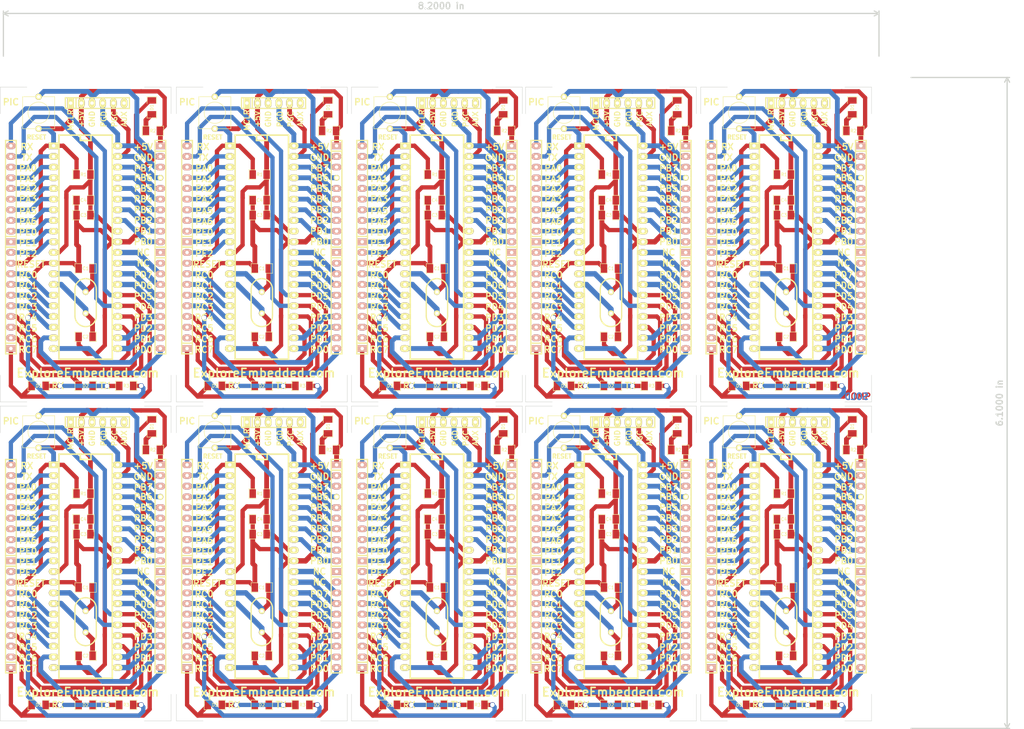
<source format=kicad_pcb>
(kicad_pcb (version 3) (host pcbnew "(2013-07-07 BZR 4022)-stable")
  (layers (15 F.Cu signal) (0 B.Cu signal) (18 B.Paste user) (19 F.Paste user) (20 B.SilkS user) (21 F.SilkS user) (22 B.Mask user) (23 F.Mask user) (28 Edge.Cuts user))
  (net 0 "")
  (net 1 /+5V)
  (net 2 /D6/PGC)
  (net 3 /D7/PGD)
  (net 4 /MCLR)
  (net 5 /PE2)
  (net 6 /RX)
  (net 7 /TX)
  (net 8 GND)
  (net 9 N-000001)
  (net 10 N-0000010)
  (net 11 N-0000011)
  (net 12 N-0000012)
  (net 13 N-0000013)
  (net 14 N-0000014)
  (net 15 N-0000015)
  (net 16 N-0000016)
  (net 17 N-0000017)
  (net 18 N-0000018)
  (net 19 N-0000019)
  (net 20 N-000002)
  (net 21 N-0000022)
  (net 22 N-0000024)
  (net 23 N-0000026)
  (net 24 N-0000027)
  (net 25 N-0000028)
  (net 26 N-0000029)
  (net 27 N-000003)
  (net 28 N-0000030)
  (net 29 N-0000031)
  (net 30 N-0000032)
  (net 31 N-0000033)
  (net 32 N-0000036)
  (net 33 N-0000038)
  (net 34 N-0000039)
  (net 35 N-000004)
  (net 36 N-0000040)
  (net 37 N-0000041)
  (net 38 N-000005)
  (net 39 N-000006)
  (net 40 N-000009)
  (module SW_PB_2pin_xl (layer F.Cu) (at 234.95 69.342 90)
    (fp_text reference SW1 hide)
    (fp_text value rst hide)
    (pad 1 thru_hole circle (at -3.81 -0.01016 90) (size 1.5 1.5) (drill 0.8128) (layers *.Cu *.Mask F.SilkS) (net 4 /MCLR))
    (pad 2 thru_hole circle (at 3.79984 0 90) (size 1.5 1.5) (drill 0.8128) (layers *.Cu *.Mask F.SilkS) (net 8 GND))
  )
  (module SM1206 (layer F.Cu) (at 245.618 84.074)
    (fp_text reference R1 (at 0 0) (layer F.SilkS) (effects (font (size 0.762 0.762) (thickness 0.127))))
    (fp_text value 10K hide)
    (pad 1 smd rect (at -1.651 0) (size 1.524 2.032) (layers F.Cu F.Paste F.Mask) (net 4 /MCLR))
    (pad 2 smd rect (at 1.651 0) (size 1.524 2.032) (layers F.Cu F.Paste F.Mask) (net 1 /+5V))
  )
  (module SM1206 (layer F.Cu) (at 246.126 106.426)
    (fp_text reference C1 (at 0 0) (layer F.SilkS) (effects (font (size 0.762 0.762) (thickness 0.127))))
    (fp_text value 22pF hide)
    (pad 1 smd rect (at -1.651 0) (size 1.524 2.032) (layers F.Cu F.Paste F.Mask) (net 8 GND))
    (pad 2 smd rect (at 1.651 0) (size 1.524 2.032) (layers F.Cu F.Paste F.Mask) (net 37 N-0000041))
  )
  (module SM1206 (layer F.Cu) (at 246.126 122.682)
    (fp_text reference C2 (at 0 0) (layer F.SilkS) (effects (font (size 0.762 0.762) (thickness 0.127))))
    (fp_text value 22pF hide)
    (pad 1 smd rect (at -1.651 0) (size 1.524 2.032) (layers F.Cu F.Paste F.Mask) (net 8 GND))
    (pad 2 smd rect (at 1.651 0) (size 1.524 2.032) (layers F.Cu F.Paste F.Mask) (net 36 N-0000040))
  )
  (module SM1206 (layer F.Cu) (at 245.618 93.726)
    (fp_text reference C3 (at 0 0) (layer F.SilkS) (effects (font (size 0.762 0.762) (thickness 0.127))))
    (fp_text value 0.1uF hide)
    (pad 1 smd rect (at -1.651 0) (size 1.524 2.032) (layers F.Cu F.Paste F.Mask) (net 8 GND))
    (pad 2 smd rect (at 1.651 0) (size 1.524 2.032) (layers F.Cu F.Paste F.Mask) (net 1 /+5V))
  )
  (module SM1206 (layer F.Cu) (at 245.618 90.17)
    (fp_text reference C4 (at 0 0) (layer F.SilkS) (effects (font (size 0.762 0.762) (thickness 0.127))))
    (fp_text value 0.1uF hide)
    (pad 1 smd rect (at -1.651 0) (size 1.524 2.032) (layers F.Cu F.Paste F.Mask) (net 8 GND))
    (pad 2 smd rect (at 1.651 0) (size 1.524 2.032) (layers F.Cu F.Paste F.Mask) (net 1 /+5V))
  )
  (module SIL-6 (layer F.Cu) (at 248.92 67.056)
    (fp_text reference P6 hide)
    (fp_text value ICSP hide)
    (pad 1 thru_hole rect (at -6.35 0) (size 1.5748 2.286) (drill 0.8128) (layers *.Cu *.Mask F.SilkS) (net 4 /MCLR))
    (pad 2 thru_hole oval (at -3.81 0) (size 1.5748 2.286) (drill 0.8128) (layers *.Cu *.Mask F.SilkS) (net 1 /+5V))
    (pad 3 thru_hole oval (at -1.27 0) (size 1.5748 2.286) (drill 0.8128) (layers *.Cu *.Mask F.SilkS) (net 8 GND))
    (pad 4 thru_hole oval (at 1.27 0) (size 1.5748 2.286) (drill 0.8128) (layers *.Cu *.Mask F.SilkS) (net 3 /D7/PGD))
    (pad 5 thru_hole oval (at 3.81 0) (size 1.5748 2.286) (drill 0.8128) (layers *.Cu *.Mask F.SilkS) (net 2 /D6/PGC))
    (pad 6 thru_hole oval (at 6.35 0) (size 1.5748 2.286) (drill 0.8128) (layers *.Cu *.Mask F.SilkS))
  )
  (module SIL-10 (layer F.Cu) (at 228.346 88.646 90)
    (fp_text reference P1 hide)
    (fp_text value CONN_10 hide)
    (pad 1 thru_hole rect (at -11.43 0 90) (size 1.5748 2.286) (drill 0.8128) (layers *.Cu *.Mask B.SilkS) (net 33 N-0000038))
    (pad 2 thru_hole oval (at -8.89 0 90) (size 1.5748 2.286) (drill 0.8128) (layers *.Cu *.Mask B.SilkS) (net 34 N-0000039))
    (pad 3 thru_hole oval (at -6.35 0 90) (size 1.5748 2.286) (drill 0.8128) (layers *.Cu *.Mask B.SilkS) (net 14 N-0000014))
    (pad 4 thru_hole oval (at -3.81 0 90) (size 1.5748 2.286) (drill 0.8128) (layers *.Cu *.Mask B.SilkS) (net 15 N-0000015))
    (pad 5 thru_hole oval (at -1.27 0 90) (size 1.5748 2.286) (drill 0.8128) (layers *.Cu *.Mask B.SilkS) (net 16 N-0000016))
    (pad 6 thru_hole oval (at 1.27 0 90) (size 1.5748 2.286) (drill 0.8128) (layers *.Cu *.Mask B.SilkS) (net 17 N-0000017))
    (pad 7 thru_hole oval (at 3.81 0 90) (size 1.5748 2.286) (drill 0.8128) (layers *.Cu *.Mask B.SilkS) (net 18 N-0000018))
    (pad 8 thru_hole oval (at 6.35 0 90) (size 1.5748 2.286) (drill 0.8128) (layers *.Cu *.Mask B.SilkS) (net 32 N-0000036))
    (pad 9 thru_hole oval (at 8.89 0 90) (size 1.5748 2.286) (drill 0.8128) (layers *.Cu *.Mask B.SilkS) (net 7 /TX))
    (pad 10 thru_hole oval (at 11.43 0 90) (size 1.5748 2.286) (drill 0.8128) (layers *.Cu *.Mask B.SilkS) (net 6 /RX))
  )
  (module SIL-10 (layer F.Cu) (at 228.346 114.046 90)
    (fp_text reference P2 hide)
    (fp_text value CONN_10 hide)
    (pad 1 thru_hole rect (at -11.43 0 90) (size 1.5748 2.286) (drill 0.8128) (layers *.Cu *.Mask B.SilkS) (net 6 /RX))
    (pad 2 thru_hole oval (at -8.89 0 90) (size 1.5748 2.286) (drill 0.8128) (layers *.Cu *.Mask B.SilkS) (net 7 /TX))
    (pad 3 thru_hole oval (at -6.35 0 90) (size 1.5748 2.286) (drill 0.8128) (layers *.Cu *.Mask B.SilkS) (net 9 N-000001))
    (pad 4 thru_hole oval (at -3.81 0 90) (size 1.5748 2.286) (drill 0.8128) (layers *.Cu *.Mask B.SilkS) (net 39 N-000006))
    (pad 5 thru_hole oval (at -1.27 0 90) (size 1.5748 2.286) (drill 0.8128) (layers *.Cu *.Mask B.SilkS) (net 38 N-000005))
    (pad 6 thru_hole oval (at 1.27 0 90) (size 1.5748 2.286) (drill 0.8128) (layers *.Cu *.Mask B.SilkS) (net 35 N-000004))
    (pad 7 thru_hole oval (at 3.81 0 90) (size 1.5748 2.286) (drill 0.8128) (layers *.Cu *.Mask B.SilkS) (net 27 N-000003))
    (pad 8 thru_hole oval (at 6.35 0 90) (size 1.5748 2.286) (drill 0.8128) (layers *.Cu *.Mask B.SilkS) (net 20 N-000002))
    (pad 9 thru_hole oval (at 8.89 0 90) (size 1.5748 2.286) (drill 0.8128) (layers *.Cu *.Mask B.SilkS) (net 4 /MCLR))
    (pad 10 thru_hole oval (at 11.43 0 90) (size 1.5748 2.286) (drill 0.8128) (layers *.Cu *.Mask B.SilkS) (net 5 /PE2))
  )
  (module SIL-10 (layer F.Cu) (at 263.906 114.046 270)
    (fp_text reference P4 hide)
    (fp_text value CONN_10 hide)
    (pad 1 thru_hole rect (at -11.43 0 270) (size 1.5748 2.286) (drill 0.8128) (layers *.Cu *.Mask B.SilkS))
    (pad 2 thru_hole oval (at -8.89 0 270) (size 1.5748 2.286) (drill 0.8128) (layers *.Cu *.Mask B.SilkS))
    (pad 3 thru_hole oval (at -6.35 0 270) (size 1.5748 2.286) (drill 0.8128) (layers *.Cu *.Mask B.SilkS) (net 40 N-000009))
    (pad 4 thru_hole oval (at -3.81 0 270) (size 1.5748 2.286) (drill 0.8128) (layers *.Cu *.Mask B.SilkS) (net 10 N-0000010))
    (pad 5 thru_hole oval (at -1.27 0 270) (size 1.5748 2.286) (drill 0.8128) (layers *.Cu *.Mask B.SilkS) (net 11 N-0000011))
    (pad 6 thru_hole oval (at 1.27 0 270) (size 1.5748 2.286) (drill 0.8128) (layers *.Cu *.Mask B.SilkS) (net 12 N-0000012))
    (pad 7 thru_hole oval (at 3.81 0 270) (size 1.5748 2.286) (drill 0.8128) (layers *.Cu *.Mask B.SilkS) (net 13 N-0000013))
    (pad 8 thru_hole oval (at 6.35 0 270) (size 1.5748 2.286) (drill 0.8128) (layers *.Cu *.Mask B.SilkS) (net 19 N-0000019))
    (pad 9 thru_hole oval (at 8.89 0 270) (size 1.5748 2.286) (drill 0.8128) (layers *.Cu *.Mask B.SilkS) (net 23 N-0000026))
    (pad 10 thru_hole oval (at 11.43 0 270) (size 1.5748 2.286) (drill 0.8128) (layers *.Cu *.Mask B.SilkS) (net 24 N-0000027))
  )
  (module SIL-10 (layer F.Cu) (at 263.906 88.646 270)
    (fp_text reference P3 hide)
    (fp_text value CONN_10 hide)
    (pad 1 thru_hole rect (at -11.43 0 270) (size 1.5748 2.286) (drill 0.8128) (layers *.Cu *.Mask B.SilkS) (net 1 /+5V))
    (pad 2 thru_hole oval (at -8.89 0 270) (size 1.5748 2.286) (drill 0.8128) (layers *.Cu *.Mask B.SilkS) (net 8 GND))
    (pad 3 thru_hole oval (at -6.35 0 270) (size 1.5748 2.286) (drill 0.8128) (layers *.Cu *.Mask B.SilkS) (net 3 /D7/PGD))
    (pad 4 thru_hole circle (at -3.81 0 270) (size 1.397 1.397) (drill 0.8128) (layers *.Cu *.Mask F.SilkS) (net 2 /D6/PGC))
    (pad 5 thru_hole oval (at -1.27 0 270) (size 1.5748 2.286) (drill 0.8128) (layers *.Cu *.Mask B.SilkS) (net 25 N-0000028))
    (pad 6 thru_hole oval (at 1.27 0 270) (size 1.5748 2.286) (drill 0.8128) (layers *.Cu *.Mask B.SilkS) (net 26 N-0000029))
    (pad 7 thru_hole oval (at 3.81 0 270) (size 1.5748 2.286) (drill 0.8128) (layers *.Cu *.Mask B.SilkS) (net 28 N-0000030))
    (pad 8 thru_hole oval (at 6.35 0 270) (size 1.5748 2.286) (drill 0.8128) (layers *.Cu *.Mask B.SilkS) (net 29 N-0000031))
    (pad 9 thru_hole oval (at 8.89 0 270) (size 1.5748 2.286) (drill 0.8128) (layers *.Cu *.Mask B.SilkS) (net 30 N-0000032))
    (pad 10 thru_hole oval (at 11.43 0 270) (size 1.5748 2.286) (drill 0.8128) (layers *.Cu *.Mask B.SilkS) (net 31 N-0000033))
  )
  (module HC-49V (layer F.Cu) (at 246.126 114.554 90)
    (fp_text reference X1 hide)
    (fp_text value 20Mhz hide)
    (pad 1 thru_hole circle (at -2.54 0 90) (size 1.4224 1.4224) (drill 0.762) (layers *.Cu *.Mask F.SilkS) (net 36 N-0000040))
    (pad 2 thru_hole circle (at 2.54 0 90) (size 1.4224 1.4224) (drill 0.762) (layers *.Cu *.Mask F.SilkS) (net 37 N-0000041))
  )
  (module DIP-40__600_ELL (layer F.Cu) (at 246.126 101.346 270)
    (fp_text reference U1 hide)
    (fp_text value 16F877A hide)
    (pad 1 thru_hole rect (at -24.13 7.62 270) (size 1.5748 2.286) (drill 0.8128) (layers *.Cu *.Mask F.SilkS) (net 4 /MCLR))
    (pad 2 thru_hole oval (at -21.59 7.62 270) (size 1.5748 2.286) (drill 0.8128) (layers *.Cu *.Mask F.SilkS) (net 32 N-0000036))
    (pad 3 thru_hole oval (at -19.05 7.62 270) (size 1.5748 2.286) (drill 0.8128) (layers *.Cu *.Mask F.SilkS) (net 18 N-0000018))
    (pad 4 thru_hole oval (at -16.51 7.62 270) (size 1.5748 2.286) (drill 0.8128) (layers *.Cu *.Mask F.SilkS) (net 17 N-0000017))
    (pad 5 thru_hole oval (at -13.97 7.62 270) (size 1.5748 2.286) (drill 0.8128) (layers *.Cu *.Mask F.SilkS) (net 16 N-0000016))
    (pad 6 thru_hole oval (at -11.43 7.62 270) (size 1.5748 2.286) (drill 0.8128) (layers *.Cu *.Mask F.SilkS) (net 15 N-0000015))
    (pad 7 thru_hole oval (at -8.89 7.62 270) (size 1.5748 2.286) (drill 0.8128) (layers *.Cu *.Mask F.SilkS) (net 14 N-0000014))
    (pad 8 thru_hole oval (at -6.35 7.62 270) (size 1.5748 2.286) (drill 0.8128) (layers *.Cu *.Mask F.SilkS) (net 34 N-0000039))
    (pad 9 thru_hole oval (at -3.81 7.62 270) (size 1.5748 2.286) (drill 0.8128) (layers *.Cu *.Mask F.SilkS) (net 33 N-0000038))
    (pad 10 thru_hole oval (at -1.27 7.62 270) (size 1.5748 2.286) (drill 0.8128) (layers *.Cu *.Mask F.SilkS) (net 5 /PE2))
    (pad 11 thru_hole oval (at 1.27 7.62 270) (size 1.5748 2.286) (drill 0.8128) (layers *.Cu *.Mask F.SilkS) (net 1 /+5V))
    (pad 12 thru_hole oval (at 3.81 7.62 270) (size 1.5748 2.286) (drill 0.8128) (layers *.Cu *.Mask F.SilkS) (net 8 GND))
    (pad 13 thru_hole oval (at 6.35 7.62 270) (size 1.5748 2.286) (drill 0.8128) (layers *.Cu *.Mask F.SilkS) (net 37 N-0000041))
    (pad 14 thru_hole oval (at 8.89 7.62 270) (size 1.5748 2.286) (drill 0.8128) (layers *.Cu *.Mask F.SilkS) (net 36 N-0000040))
    (pad 15 thru_hole oval (at 11.43 7.62 270) (size 1.5748 2.286) (drill 0.8128) (layers *.Cu *.Mask F.SilkS) (net 20 N-000002))
    (pad 16 thru_hole oval (at 13.97 7.62 270) (size 1.5748 2.286) (drill 0.8128) (layers *.Cu *.Mask F.SilkS) (net 27 N-000003))
    (pad 17 thru_hole oval (at 16.51 7.62 270) (size 1.5748 2.286) (drill 0.8128) (layers *.Cu *.Mask F.SilkS) (net 35 N-000004))
    (pad 18 thru_hole oval (at 19.05 7.62 270) (size 1.5748 2.286) (drill 0.8128) (layers *.Cu *.Mask F.SilkS) (net 38 N-000005))
    (pad 19 thru_hole oval (at 21.59 7.62 270) (size 1.5748 2.286) (drill 0.8128) (layers *.Cu *.Mask F.SilkS) (net 24 N-0000027))
    (pad 20 thru_hole oval (at 24.13 7.62 270) (size 1.5748 2.286) (drill 0.8128) (layers *.Cu *.Mask F.SilkS) (net 23 N-0000026))
    (pad 21 thru_hole oval (at 24.13 -7.62 270) (size 1.5748 2.286) (drill 0.8128) (layers *.Cu *.Mask F.SilkS) (net 19 N-0000019))
    (pad 22 thru_hole oval (at 21.59 -7.62 270) (size 1.5748 2.286) (drill 0.8128) (layers *.Cu *.Mask F.SilkS) (net 13 N-0000013))
    (pad 23 thru_hole oval (at 19.05 -7.62 270) (size 1.5748 2.286) (drill 0.8128) (layers *.Cu *.Mask F.SilkS) (net 39 N-000006))
    (pad 24 thru_hole oval (at 16.51 -7.62 270) (size 1.5748 2.286) (drill 0.8128) (layers *.Cu *.Mask F.SilkS) (net 9 N-000001))
    (pad 25 thru_hole oval (at 13.97 -7.62 270) (size 1.5748 2.286) (drill 0.8128) (layers *.Cu *.Mask F.SilkS) (net 7 /TX))
    (pad 26 thru_hole oval (at 11.43 -7.62 270) (size 1.5748 2.286) (drill 0.8128) (layers *.Cu *.Mask F.SilkS) (net 6 /RX))
    (pad 27 thru_hole oval (at 8.89 -7.62 270) (size 1.5748 2.286) (drill 0.8128) (layers *.Cu *.Mask F.SilkS) (net 12 N-0000012))
    (pad 28 thru_hole oval (at 6.35 -7.62 270) (size 1.5748 2.286) (drill 0.8128) (layers *.Cu *.Mask F.SilkS) (net 11 N-0000011))
    (pad 29 thru_hole oval (at 3.81 -7.62 270) (size 1.5748 2.286) (drill 0.8128) (layers *.Cu *.Mask F.SilkS) (net 10 N-0000010))
    (pad 30 thru_hole oval (at 1.27 -7.62 270) (size 1.5748 2.286) (drill 0.8128) (layers *.Cu *.Mask F.SilkS) (net 40 N-000009))
    (pad 31 thru_hole oval (at -1.27 -7.62 270) (size 1.5748 2.286) (drill 0.8128) (layers *.Cu *.Mask F.SilkS) (net 8 GND))
    (pad 32 thru_hole oval (at -3.81 -7.62 270) (size 1.5748 2.286) (drill 0.8128) (layers *.Cu *.Mask F.SilkS) (net 1 /+5V))
    (pad 33 thru_hole oval (at -6.35 -7.62 270) (size 1.5748 2.286) (drill 0.8128) (layers *.Cu *.Mask F.SilkS) (net 31 N-0000033))
    (pad 34 thru_hole oval (at -8.89 -7.62 270) (size 1.5748 2.286) (drill 0.8128) (layers *.Cu *.Mask F.SilkS) (net 30 N-0000032))
    (pad 35 thru_hole oval (at -11.43 -7.62 270) (size 1.5748 2.286) (drill 0.8128) (layers *.Cu *.Mask F.SilkS) (net 29 N-0000031))
    (pad 36 thru_hole oval (at -13.97 -7.62 270) (size 1.5748 2.286) (drill 0.8128) (layers *.Cu *.Mask F.SilkS) (net 28 N-0000030))
    (pad 37 thru_hole oval (at -16.51 -7.62 270) (size 1.5748 2.286) (drill 0.8128) (layers *.Cu *.Mask F.SilkS) (net 26 N-0000029))
    (pad 38 thru_hole oval (at -19.05 -7.62 270) (size 1.5748 2.286) (drill 0.8128) (layers *.Cu *.Mask F.SilkS) (net 25 N-0000028))
    (pad 39 thru_hole oval (at -21.59 -7.62 270) (size 1.5748 2.286) (drill 0.8128) (layers *.Cu *.Mask F.SilkS) (net 2 /D6/PGC))
    (pad 40 thru_hole oval (at -24.13 -7.62 270) (size 1.5748 2.286) (drill 0.8128) (layers *.Cu *.Mask F.SilkS) (net 3 /D7/PGD))
  )
  (module SM1206 (layer F.Cu) (at 262.128 73.66 180)
    (fp_text reference R2 (at 0 0 180) (layer F.SilkS) (effects (font (size 0.762 0.762) (thickness 0.127))))
    (fp_text value R hide)
    (pad 1 smd rect (at -1.651 0 180) (size 1.524 2.032) (layers F.Cu F.Paste F.Mask) (net 1 /+5V))
    (pad 2 smd rect (at 1.651 0 180) (size 1.524 2.032) (layers F.Cu F.Paste F.Mask) (net 21 N-0000022))
  )
  (module SM1206 (layer F.Cu) (at 261.874 68.072 90)
    (fp_text reference D1 (at 0 0 90) (layer F.SilkS) (effects (font (size 0.762 0.762) (thickness 0.127))))
    (fp_text value LED hide)
    (pad 1 smd rect (at -1.651 0 90) (size 1.524 2.032) (layers F.Cu F.Paste F.Mask) (net 21 N-0000022))
    (pad 2 smd rect (at 1.651 0 90) (size 1.524 2.032) (layers F.Cu F.Paste F.Mask) (net 8 GND))
  )
  (module SM1206 (layer F.Cu) (at 246.126 134.366)
    (fp_text reference D2 (at 0 0) (layer F.SilkS) (effects (font (size 0.762 0.762) (thickness 0.127))))
    (fp_text value LED hide)
    (pad 1 smd rect (at -1.651 0) (size 1.524 2.032) (layers F.Cu F.Paste F.Mask) (net 7 /TX))
    (pad 2 smd rect (at 1.651 0) (size 1.524 2.032) (layers F.Cu F.Paste F.Mask) (net 22 N-0000024))
  )
  (module SM1206 (layer F.Cu) (at 234.95 134.366)
    (fp_text reference D3 (at 0 0) (layer F.SilkS) (effects (font (size 0.762 0.762) (thickness 0.127))))
    (fp_text value LED hide)
    (pad 1 smd rect (at -1.651 0) (size 1.524 2.032) (layers F.Cu F.Paste F.Mask) (net 6 /RX))
    (pad 2 smd rect (at 1.651 0) (size 1.524 2.032) (layers F.Cu F.Paste F.Mask) (net 22 N-0000024))
  )
  (module SM1206 (layer F.Cu) (at 255.778 134.366)
    (fp_text reference R3 (at 0 0) (layer F.SilkS) (effects (font (size 0.762 0.762) (thickness 0.127))))
    (fp_text value R hide)
    (pad 1 smd rect (at -1.651 0) (size 1.524 2.032) (layers F.Cu F.Paste F.Mask) (net 22 N-0000024))
    (pad 2 smd rect (at 1.651 0) (size 1.524 2.032) (layers F.Cu F.Paste F.Mask) (net 8 GND))
  )
  (module SW_PB_2pin_xl (layer F.Cu) (at 276.606 69.342 90)
    (fp_text reference SW1 hide)
    (fp_text value rst hide)
    (pad 1 thru_hole circle (at -3.81 -0.01016 90) (size 1.5 1.5) (drill 0.8128) (layers *.Cu *.Mask F.SilkS) (net 4 /MCLR))
    (pad 2 thru_hole circle (at 3.79984 0 90) (size 1.5 1.5) (drill 0.8128) (layers *.Cu *.Mask F.SilkS) (net 8 GND))
  )
  (module SM1206 (layer F.Cu) (at 287.274 84.074)
    (fp_text reference R1 (at 0 0) (layer F.SilkS) (effects (font (size 0.762 0.762) (thickness 0.127))))
    (fp_text value 10K hide)
    (pad 1 smd rect (at -1.651 0) (size 1.524 2.032) (layers F.Cu F.Paste F.Mask) (net 4 /MCLR))
    (pad 2 smd rect (at 1.651 0) (size 1.524 2.032) (layers F.Cu F.Paste F.Mask) (net 1 /+5V))
  )
  (module SM1206 (layer F.Cu) (at 287.782 106.426)
    (fp_text reference C1 (at 0 0) (layer F.SilkS) (effects (font (size 0.762 0.762) (thickness 0.127))))
    (fp_text value 22pF hide)
    (pad 1 smd rect (at -1.651 0) (size 1.524 2.032) (layers F.Cu F.Paste F.Mask) (net 8 GND))
    (pad 2 smd rect (at 1.651 0) (size 1.524 2.032) (layers F.Cu F.Paste F.Mask) (net 37 N-0000041))
  )
  (module SM1206 (layer F.Cu) (at 287.782 122.682)
    (fp_text reference C2 (at 0 0) (layer F.SilkS) (effects (font (size 0.762 0.762) (thickness 0.127))))
    (fp_text value 22pF hide)
    (pad 1 smd rect (at -1.651 0) (size 1.524 2.032) (layers F.Cu F.Paste F.Mask) (net 8 GND))
    (pad 2 smd rect (at 1.651 0) (size 1.524 2.032) (layers F.Cu F.Paste F.Mask) (net 36 N-0000040))
  )
  (module SM1206 (layer F.Cu) (at 287.274 93.726)
    (fp_text reference C3 (at 0 0) (layer F.SilkS) (effects (font (size 0.762 0.762) (thickness 0.127))))
    (fp_text value 0.1uF hide)
    (pad 1 smd rect (at -1.651 0) (size 1.524 2.032) (layers F.Cu F.Paste F.Mask) (net 8 GND))
    (pad 2 smd rect (at 1.651 0) (size 1.524 2.032) (layers F.Cu F.Paste F.Mask) (net 1 /+5V))
  )
  (module SM1206 (layer F.Cu) (at 287.274 90.17)
    (fp_text reference C4 (at 0 0) (layer F.SilkS) (effects (font (size 0.762 0.762) (thickness 0.127))))
    (fp_text value 0.1uF hide)
    (pad 1 smd rect (at -1.651 0) (size 1.524 2.032) (layers F.Cu F.Paste F.Mask) (net 8 GND))
    (pad 2 smd rect (at 1.651 0) (size 1.524 2.032) (layers F.Cu F.Paste F.Mask) (net 1 /+5V))
  )
  (module SIL-6 (layer F.Cu) (at 290.576 67.056)
    (fp_text reference P6 hide)
    (fp_text value ICSP hide)
    (pad 1 thru_hole rect (at -6.35 0) (size 1.5748 2.286) (drill 0.8128) (layers *.Cu *.Mask F.SilkS) (net 4 /MCLR))
    (pad 2 thru_hole oval (at -3.81 0) (size 1.5748 2.286) (drill 0.8128) (layers *.Cu *.Mask F.SilkS) (net 1 /+5V))
    (pad 3 thru_hole oval (at -1.27 0) (size 1.5748 2.286) (drill 0.8128) (layers *.Cu *.Mask F.SilkS) (net 8 GND))
    (pad 4 thru_hole oval (at 1.27 0) (size 1.5748 2.286) (drill 0.8128) (layers *.Cu *.Mask F.SilkS) (net 3 /D7/PGD))
    (pad 5 thru_hole oval (at 3.81 0) (size 1.5748 2.286) (drill 0.8128) (layers *.Cu *.Mask F.SilkS) (net 2 /D6/PGC))
    (pad 6 thru_hole oval (at 6.35 0) (size 1.5748 2.286) (drill 0.8128) (layers *.Cu *.Mask F.SilkS))
  )
  (module SIL-10 (layer F.Cu) (at 270.002 88.646 90)
    (fp_text reference P1 hide)
    (fp_text value CONN_10 hide)
    (pad 1 thru_hole rect (at -11.43 0 90) (size 1.5748 2.286) (drill 0.8128) (layers *.Cu *.Mask B.SilkS) (net 33 N-0000038))
    (pad 2 thru_hole oval (at -8.89 0 90) (size 1.5748 2.286) (drill 0.8128) (layers *.Cu *.Mask B.SilkS) (net 34 N-0000039))
    (pad 3 thru_hole oval (at -6.35 0 90) (size 1.5748 2.286) (drill 0.8128) (layers *.Cu *.Mask B.SilkS) (net 14 N-0000014))
    (pad 4 thru_hole oval (at -3.81 0 90) (size 1.5748 2.286) (drill 0.8128) (layers *.Cu *.Mask B.SilkS) (net 15 N-0000015))
    (pad 5 thru_hole oval (at -1.27 0 90) (size 1.5748 2.286) (drill 0.8128) (layers *.Cu *.Mask B.SilkS) (net 16 N-0000016))
    (pad 6 thru_hole oval (at 1.27 0 90) (size 1.5748 2.286) (drill 0.8128) (layers *.Cu *.Mask B.SilkS) (net 17 N-0000017))
    (pad 7 thru_hole oval (at 3.81 0 90) (size 1.5748 2.286) (drill 0.8128) (layers *.Cu *.Mask B.SilkS) (net 18 N-0000018))
    (pad 8 thru_hole oval (at 6.35 0 90) (size 1.5748 2.286) (drill 0.8128) (layers *.Cu *.Mask B.SilkS) (net 32 N-0000036))
    (pad 9 thru_hole oval (at 8.89 0 90) (size 1.5748 2.286) (drill 0.8128) (layers *.Cu *.Mask B.SilkS) (net 7 /TX))
    (pad 10 thru_hole oval (at 11.43 0 90) (size 1.5748 2.286) (drill 0.8128) (layers *.Cu *.Mask B.SilkS) (net 6 /RX))
  )
  (module SIL-10 (layer F.Cu) (at 270.002 114.046 90)
    (fp_text reference P2 hide)
    (fp_text value CONN_10 hide)
    (pad 1 thru_hole rect (at -11.43 0 90) (size 1.5748 2.286) (drill 0.8128) (layers *.Cu *.Mask B.SilkS) (net 6 /RX))
    (pad 2 thru_hole oval (at -8.89 0 90) (size 1.5748 2.286) (drill 0.8128) (layers *.Cu *.Mask B.SilkS) (net 7 /TX))
    (pad 3 thru_hole oval (at -6.35 0 90) (size 1.5748 2.286) (drill 0.8128) (layers *.Cu *.Mask B.SilkS) (net 9 N-000001))
    (pad 4 thru_hole oval (at -3.81 0 90) (size 1.5748 2.286) (drill 0.8128) (layers *.Cu *.Mask B.SilkS) (net 39 N-000006))
    (pad 5 thru_hole oval (at -1.27 0 90) (size 1.5748 2.286) (drill 0.8128) (layers *.Cu *.Mask B.SilkS) (net 38 N-000005))
    (pad 6 thru_hole oval (at 1.27 0 90) (size 1.5748 2.286) (drill 0.8128) (layers *.Cu *.Mask B.SilkS) (net 35 N-000004))
    (pad 7 thru_hole oval (at 3.81 0 90) (size 1.5748 2.286) (drill 0.8128) (layers *.Cu *.Mask B.SilkS) (net 27 N-000003))
    (pad 8 thru_hole oval (at 6.35 0 90) (size 1.5748 2.286) (drill 0.8128) (layers *.Cu *.Mask B.SilkS) (net 20 N-000002))
    (pad 9 thru_hole oval (at 8.89 0 90) (size 1.5748 2.286) (drill 0.8128) (layers *.Cu *.Mask B.SilkS) (net 4 /MCLR))
    (pad 10 thru_hole oval (at 11.43 0 90) (size 1.5748 2.286) (drill 0.8128) (layers *.Cu *.Mask B.SilkS) (net 5 /PE2))
  )
  (module SIL-10 (layer F.Cu) (at 305.562 114.046 270)
    (fp_text reference P4 hide)
    (fp_text value CONN_10 hide)
    (pad 1 thru_hole rect (at -11.43 0 270) (size 1.5748 2.286) (drill 0.8128) (layers *.Cu *.Mask B.SilkS))
    (pad 2 thru_hole oval (at -8.89 0 270) (size 1.5748 2.286) (drill 0.8128) (layers *.Cu *.Mask B.SilkS))
    (pad 3 thru_hole oval (at -6.35 0 270) (size 1.5748 2.286) (drill 0.8128) (layers *.Cu *.Mask B.SilkS) (net 40 N-000009))
    (pad 4 thru_hole oval (at -3.81 0 270) (size 1.5748 2.286) (drill 0.8128) (layers *.Cu *.Mask B.SilkS) (net 10 N-0000010))
    (pad 5 thru_hole oval (at -1.27 0 270) (size 1.5748 2.286) (drill 0.8128) (layers *.Cu *.Mask B.SilkS) (net 11 N-0000011))
    (pad 6 thru_hole oval (at 1.27 0 270) (size 1.5748 2.286) (drill 0.8128) (layers *.Cu *.Mask B.SilkS) (net 12 N-0000012))
    (pad 7 thru_hole oval (at 3.81 0 270) (size 1.5748 2.286) (drill 0.8128) (layers *.Cu *.Mask B.SilkS) (net 13 N-0000013))
    (pad 8 thru_hole oval (at 6.35 0 270) (size 1.5748 2.286) (drill 0.8128) (layers *.Cu *.Mask B.SilkS) (net 19 N-0000019))
    (pad 9 thru_hole oval (at 8.89 0 270) (size 1.5748 2.286) (drill 0.8128) (layers *.Cu *.Mask B.SilkS) (net 23 N-0000026))
    (pad 10 thru_hole oval (at 11.43 0 270) (size 1.5748 2.286) (drill 0.8128) (layers *.Cu *.Mask B.SilkS) (net 24 N-0000027))
  )
  (module SIL-10 (layer F.Cu) (at 305.562 88.646 270)
    (fp_text reference P3 hide)
    (fp_text value CONN_10 hide)
    (pad 1 thru_hole rect (at -11.43 0 270) (size 1.5748 2.286) (drill 0.8128) (layers *.Cu *.Mask B.SilkS) (net 1 /+5V))
    (pad 2 thru_hole oval (at -8.89 0 270) (size 1.5748 2.286) (drill 0.8128) (layers *.Cu *.Mask B.SilkS) (net 8 GND))
    (pad 3 thru_hole oval (at -6.35 0 270) (size 1.5748 2.286) (drill 0.8128) (layers *.Cu *.Mask B.SilkS) (net 3 /D7/PGD))
    (pad 4 thru_hole circle (at -3.81 0 270) (size 1.397 1.397) (drill 0.8128) (layers *.Cu *.Mask F.SilkS) (net 2 /D6/PGC))
    (pad 5 thru_hole oval (at -1.27 0 270) (size 1.5748 2.286) (drill 0.8128) (layers *.Cu *.Mask B.SilkS) (net 25 N-0000028))
    (pad 6 thru_hole oval (at 1.27 0 270) (size 1.5748 2.286) (drill 0.8128) (layers *.Cu *.Mask B.SilkS) (net 26 N-0000029))
    (pad 7 thru_hole oval (at 3.81 0 270) (size 1.5748 2.286) (drill 0.8128) (layers *.Cu *.Mask B.SilkS) (net 28 N-0000030))
    (pad 8 thru_hole oval (at 6.35 0 270) (size 1.5748 2.286) (drill 0.8128) (layers *.Cu *.Mask B.SilkS) (net 29 N-0000031))
    (pad 9 thru_hole oval (at 8.89 0 270) (size 1.5748 2.286) (drill 0.8128) (layers *.Cu *.Mask B.SilkS) (net 30 N-0000032))
    (pad 10 thru_hole oval (at 11.43 0 270) (size 1.5748 2.286) (drill 0.8128) (layers *.Cu *.Mask B.SilkS) (net 31 N-0000033))
  )
  (module HC-49V (layer F.Cu) (at 287.782 114.554 90)
    (fp_text reference X1 hide)
    (fp_text value 20Mhz hide)
    (pad 1 thru_hole circle (at -2.54 0 90) (size 1.4224 1.4224) (drill 0.762) (layers *.Cu *.Mask F.SilkS) (net 36 N-0000040))
    (pad 2 thru_hole circle (at 2.54 0 90) (size 1.4224 1.4224) (drill 0.762) (layers *.Cu *.Mask F.SilkS) (net 37 N-0000041))
  )
  (module DIP-40__600_ELL (layer F.Cu) (at 287.782 101.346 270)
    (fp_text reference U1 hide)
    (fp_text value 16F877A hide)
    (pad 1 thru_hole rect (at -24.13 7.62 270) (size 1.5748 2.286) (drill 0.8128) (layers *.Cu *.Mask F.SilkS) (net 4 /MCLR))
    (pad 2 thru_hole oval (at -21.59 7.62 270) (size 1.5748 2.286) (drill 0.8128) (layers *.Cu *.Mask F.SilkS) (net 32 N-0000036))
    (pad 3 thru_hole oval (at -19.05 7.62 270) (size 1.5748 2.286) (drill 0.8128) (layers *.Cu *.Mask F.SilkS) (net 18 N-0000018))
    (pad 4 thru_hole oval (at -16.51 7.62 270) (size 1.5748 2.286) (drill 0.8128) (layers *.Cu *.Mask F.SilkS) (net 17 N-0000017))
    (pad 5 thru_hole oval (at -13.97 7.62 270) (size 1.5748 2.286) (drill 0.8128) (layers *.Cu *.Mask F.SilkS) (net 16 N-0000016))
    (pad 6 thru_hole oval (at -11.43 7.62 270) (size 1.5748 2.286) (drill 0.8128) (layers *.Cu *.Mask F.SilkS) (net 15 N-0000015))
    (pad 7 thru_hole oval (at -8.89 7.62 270) (size 1.5748 2.286) (drill 0.8128) (layers *.Cu *.Mask F.SilkS) (net 14 N-0000014))
    (pad 8 thru_hole oval (at -6.35 7.62 270) (size 1.5748 2.286) (drill 0.8128) (layers *.Cu *.Mask F.SilkS) (net 34 N-0000039))
    (pad 9 thru_hole oval (at -3.81 7.62 270) (size 1.5748 2.286) (drill 0.8128) (layers *.Cu *.Mask F.SilkS) (net 33 N-0000038))
    (pad 10 thru_hole oval (at -1.27 7.62 270) (size 1.5748 2.286) (drill 0.8128) (layers *.Cu *.Mask F.SilkS) (net 5 /PE2))
    (pad 11 thru_hole oval (at 1.27 7.62 270) (size 1.5748 2.286) (drill 0.8128) (layers *.Cu *.Mask F.SilkS) (net 1 /+5V))
    (pad 12 thru_hole oval (at 3.81 7.62 270) (size 1.5748 2.286) (drill 0.8128) (layers *.Cu *.Mask F.SilkS) (net 8 GND))
    (pad 13 thru_hole oval (at 6.35 7.62 270) (size 1.5748 2.286) (drill 0.8128) (layers *.Cu *.Mask F.SilkS) (net 37 N-0000041))
    (pad 14 thru_hole oval (at 8.89 7.62 270) (size 1.5748 2.286) (drill 0.8128) (layers *.Cu *.Mask F.SilkS) (net 36 N-0000040))
    (pad 15 thru_hole oval (at 11.43 7.62 270) (size 1.5748 2.286) (drill 0.8128) (layers *.Cu *.Mask F.SilkS) (net 20 N-000002))
    (pad 16 thru_hole oval (at 13.97 7.62 270) (size 1.5748 2.286) (drill 0.8128) (layers *.Cu *.Mask F.SilkS) (net 27 N-000003))
    (pad 17 thru_hole oval (at 16.51 7.62 270) (size 1.5748 2.286) (drill 0.8128) (layers *.Cu *.Mask F.SilkS) (net 35 N-000004))
    (pad 18 thru_hole oval (at 19.05 7.62 270) (size 1.5748 2.286) (drill 0.8128) (layers *.Cu *.Mask F.SilkS) (net 38 N-000005))
    (pad 19 thru_hole oval (at 21.59 7.62 270) (size 1.5748 2.286) (drill 0.8128) (layers *.Cu *.Mask F.SilkS) (net 24 N-0000027))
    (pad 20 thru_hole oval (at 24.13 7.62 270) (size 1.5748 2.286) (drill 0.8128) (layers *.Cu *.Mask F.SilkS) (net 23 N-0000026))
    (pad 21 thru_hole oval (at 24.13 -7.62 270) (size 1.5748 2.286) (drill 0.8128) (layers *.Cu *.Mask F.SilkS) (net 19 N-0000019))
    (pad 22 thru_hole oval (at 21.59 -7.62 270) (size 1.5748 2.286) (drill 0.8128) (layers *.Cu *.Mask F.SilkS) (net 13 N-0000013))
    (pad 23 thru_hole oval (at 19.05 -7.62 270) (size 1.5748 2.286) (drill 0.8128) (layers *.Cu *.Mask F.SilkS) (net 39 N-000006))
    (pad 24 thru_hole oval (at 16.51 -7.62 270) (size 1.5748 2.286) (drill 0.8128) (layers *.Cu *.Mask F.SilkS) (net 9 N-000001))
    (pad 25 thru_hole oval (at 13.97 -7.62 270) (size 1.5748 2.286) (drill 0.8128) (layers *.Cu *.Mask F.SilkS) (net 7 /TX))
    (pad 26 thru_hole oval (at 11.43 -7.62 270) (size 1.5748 2.286) (drill 0.8128) (layers *.Cu *.Mask F.SilkS) (net 6 /RX))
    (pad 27 thru_hole oval (at 8.89 -7.62 270) (size 1.5748 2.286) (drill 0.8128) (layers *.Cu *.Mask F.SilkS) (net 12 N-0000012))
    (pad 28 thru_hole oval (at 6.35 -7.62 270) (size 1.5748 2.286) (drill 0.8128) (layers *.Cu *.Mask F.SilkS) (net 11 N-0000011))
    (pad 29 thru_hole oval (at 3.81 -7.62 270) (size 1.5748 2.286) (drill 0.8128) (layers *.Cu *.Mask F.SilkS) (net 10 N-0000010))
    (pad 30 thru_hole oval (at 1.27 -7.62 270) (size 1.5748 2.286) (drill 0.8128) (layers *.Cu *.Mask F.SilkS) (net 40 N-000009))
    (pad 31 thru_hole oval (at -1.27 -7.62 270) (size 1.5748 2.286) (drill 0.8128) (layers *.Cu *.Mask F.SilkS) (net 8 GND))
    (pad 32 thru_hole oval (at -3.81 -7.62 270) (size 1.5748 2.286) (drill 0.8128) (layers *.Cu *.Mask F.SilkS) (net 1 /+5V))
    (pad 33 thru_hole oval (at -6.35 -7.62 270) (size 1.5748 2.286) (drill 0.8128) (layers *.Cu *.Mask F.SilkS) (net 31 N-0000033))
    (pad 34 thru_hole oval (at -8.89 -7.62 270) (size 1.5748 2.286) (drill 0.8128) (layers *.Cu *.Mask F.SilkS) (net 30 N-0000032))
    (pad 35 thru_hole oval (at -11.43 -7.62 270) (size 1.5748 2.286) (drill 0.8128) (layers *.Cu *.Mask F.SilkS) (net 29 N-0000031))
    (pad 36 thru_hole oval (at -13.97 -7.62 270) (size 1.5748 2.286) (drill 0.8128) (layers *.Cu *.Mask F.SilkS) (net 28 N-0000030))
    (pad 37 thru_hole oval (at -16.51 -7.62 270) (size 1.5748 2.286) (drill 0.8128) (layers *.Cu *.Mask F.SilkS) (net 26 N-0000029))
    (pad 38 thru_hole oval (at -19.05 -7.62 270) (size 1.5748 2.286) (drill 0.8128) (layers *.Cu *.Mask F.SilkS) (net 25 N-0000028))
    (pad 39 thru_hole oval (at -21.59 -7.62 270) (size 1.5748 2.286) (drill 0.8128) (layers *.Cu *.Mask F.SilkS) (net 2 /D6/PGC))
    (pad 40 thru_hole oval (at -24.13 -7.62 270) (size 1.5748 2.286) (drill 0.8128) (layers *.Cu *.Mask F.SilkS) (net 3 /D7/PGD))
  )
  (module SM1206 (layer F.Cu) (at 303.784 73.66 180)
    (fp_text reference R2 (at 0 0 180) (layer F.SilkS) (effects (font (size 0.762 0.762) (thickness 0.127))))
    (fp_text value R hide)
    (pad 1 smd rect (at -1.651 0 180) (size 1.524 2.032) (layers F.Cu F.Paste F.Mask) (net 1 /+5V))
    (pad 2 smd rect (at 1.651 0 180) (size 1.524 2.032) (layers F.Cu F.Paste F.Mask) (net 21 N-0000022))
  )
  (module SM1206 (layer F.Cu) (at 303.53 68.072 90)
    (fp_text reference D1 (at 0 0 90) (layer F.SilkS) (effects (font (size 0.762 0.762) (thickness 0.127))))
    (fp_text value LED hide)
    (pad 1 smd rect (at -1.651 0 90) (size 1.524 2.032) (layers F.Cu F.Paste F.Mask) (net 21 N-0000022))
    (pad 2 smd rect (at 1.651 0 90) (size 1.524 2.032) (layers F.Cu F.Paste F.Mask) (net 8 GND))
  )
  (module SM1206 (layer F.Cu) (at 287.782 134.366)
    (fp_text reference D2 (at 0 0) (layer F.SilkS) (effects (font (size 0.762 0.762) (thickness 0.127))))
    (fp_text value LED hide)
    (pad 1 smd rect (at -1.651 0) (size 1.524 2.032) (layers F.Cu F.Paste F.Mask) (net 7 /TX))
    (pad 2 smd rect (at 1.651 0) (size 1.524 2.032) (layers F.Cu F.Paste F.Mask) (net 22 N-0000024))
  )
  (module SM1206 (layer F.Cu) (at 276.606 134.366)
    (fp_text reference D3 (at 0 0) (layer F.SilkS) (effects (font (size 0.762 0.762) (thickness 0.127))))
    (fp_text value LED hide)
    (pad 1 smd rect (at -1.651 0) (size 1.524 2.032) (layers F.Cu F.Paste F.Mask) (net 6 /RX))
    (pad 2 smd rect (at 1.651 0) (size 1.524 2.032) (layers F.Cu F.Paste F.Mask) (net 22 N-0000024))
  )
  (module SM1206 (layer F.Cu) (at 297.434 134.366)
    (fp_text reference R3 (at 0 0) (layer F.SilkS) (effects (font (size 0.762 0.762) (thickness 0.127))))
    (fp_text value R hide)
    (pad 1 smd rect (at -1.651 0) (size 1.524 2.032) (layers F.Cu F.Paste F.Mask) (net 22 N-0000024))
    (pad 2 smd rect (at 1.651 0) (size 1.524 2.032) (layers F.Cu F.Paste F.Mask) (net 8 GND))
  )
  (module SW_PB_2pin_xl (layer F.Cu) (at 276.606 145.288 90)
    (fp_text reference SW1 hide)
    (fp_text value rst hide)
    (pad 1 thru_hole circle (at -3.81 -0.01016 90) (size 1.5 1.5) (drill 0.8128) (layers *.Cu *.Mask F.SilkS) (net 4 /MCLR))
    (pad 2 thru_hole circle (at 3.79984 0 90) (size 1.5 1.5) (drill 0.8128) (layers *.Cu *.Mask F.SilkS) (net 8 GND))
  )
  (module SM1206 (layer F.Cu) (at 287.274 160.02)
    (fp_text reference R1 (at 0 0) (layer F.SilkS) (effects (font (size 0.762 0.762) (thickness 0.127))))
    (fp_text value 10K hide)
    (pad 1 smd rect (at -1.651 0) (size 1.524 2.032) (layers F.Cu F.Paste F.Mask) (net 4 /MCLR))
    (pad 2 smd rect (at 1.651 0) (size 1.524 2.032) (layers F.Cu F.Paste F.Mask) (net 1 /+5V))
  )
  (module SM1206 (layer F.Cu) (at 287.782 182.372)
    (fp_text reference C1 (at 0 0) (layer F.SilkS) (effects (font (size 0.762 0.762) (thickness 0.127))))
    (fp_text value 22pF hide)
    (pad 1 smd rect (at -1.651 0) (size 1.524 2.032) (layers F.Cu F.Paste F.Mask) (net 8 GND))
    (pad 2 smd rect (at 1.651 0) (size 1.524 2.032) (layers F.Cu F.Paste F.Mask) (net 37 N-0000041))
  )
  (module SM1206 (layer F.Cu) (at 287.782 198.628)
    (fp_text reference C2 (at 0 0) (layer F.SilkS) (effects (font (size 0.762 0.762) (thickness 0.127))))
    (fp_text value 22pF hide)
    (pad 1 smd rect (at -1.651 0) (size 1.524 2.032) (layers F.Cu F.Paste F.Mask) (net 8 GND))
    (pad 2 smd rect (at 1.651 0) (size 1.524 2.032) (layers F.Cu F.Paste F.Mask) (net 36 N-0000040))
  )
  (module SM1206 (layer F.Cu) (at 287.274 169.672)
    (fp_text reference C3 (at 0 0) (layer F.SilkS) (effects (font (size 0.762 0.762) (thickness 0.127))))
    (fp_text value 0.1uF hide)
    (pad 1 smd rect (at -1.651 0) (size 1.524 2.032) (layers F.Cu F.Paste F.Mask) (net 8 GND))
    (pad 2 smd rect (at 1.651 0) (size 1.524 2.032) (layers F.Cu F.Paste F.Mask) (net 1 /+5V))
  )
  (module SM1206 (layer F.Cu) (at 287.274 166.116)
    (fp_text reference C4 (at 0 0) (layer F.SilkS) (effects (font (size 0.762 0.762) (thickness 0.127))))
    (fp_text value 0.1uF hide)
    (pad 1 smd rect (at -1.651 0) (size 1.524 2.032) (layers F.Cu F.Paste F.Mask) (net 8 GND))
    (pad 2 smd rect (at 1.651 0) (size 1.524 2.032) (layers F.Cu F.Paste F.Mask) (net 1 /+5V))
  )
  (module SIL-6 (layer F.Cu) (at 290.576 143.002)
    (fp_text reference P6 hide)
    (fp_text value ICSP hide)
    (pad 1 thru_hole rect (at -6.35 0) (size 1.5748 2.286) (drill 0.8128) (layers *.Cu *.Mask F.SilkS) (net 4 /MCLR))
    (pad 2 thru_hole oval (at -3.81 0) (size 1.5748 2.286) (drill 0.8128) (layers *.Cu *.Mask F.SilkS) (net 1 /+5V))
    (pad 3 thru_hole oval (at -1.27 0) (size 1.5748 2.286) (drill 0.8128) (layers *.Cu *.Mask F.SilkS) (net 8 GND))
    (pad 4 thru_hole oval (at 1.27 0) (size 1.5748 2.286) (drill 0.8128) (layers *.Cu *.Mask F.SilkS) (net 3 /D7/PGD))
    (pad 5 thru_hole oval (at 3.81 0) (size 1.5748 2.286) (drill 0.8128) (layers *.Cu *.Mask F.SilkS) (net 2 /D6/PGC))
    (pad 6 thru_hole oval (at 6.35 0) (size 1.5748 2.286) (drill 0.8128) (layers *.Cu *.Mask F.SilkS))
  )
  (module SIL-10 (layer F.Cu) (at 270.002 164.592 90)
    (fp_text reference P1 hide)
    (fp_text value CONN_10 hide)
    (pad 1 thru_hole rect (at -11.43 0 90) (size 1.5748 2.286) (drill 0.8128) (layers *.Cu *.Mask B.SilkS) (net 33 N-0000038))
    (pad 2 thru_hole oval (at -8.89 0 90) (size 1.5748 2.286) (drill 0.8128) (layers *.Cu *.Mask B.SilkS) (net 34 N-0000039))
    (pad 3 thru_hole oval (at -6.35 0 90) (size 1.5748 2.286) (drill 0.8128) (layers *.Cu *.Mask B.SilkS) (net 14 N-0000014))
    (pad 4 thru_hole oval (at -3.81 0 90) (size 1.5748 2.286) (drill 0.8128) (layers *.Cu *.Mask B.SilkS) (net 15 N-0000015))
    (pad 5 thru_hole oval (at -1.27 0 90) (size 1.5748 2.286) (drill 0.8128) (layers *.Cu *.Mask B.SilkS) (net 16 N-0000016))
    (pad 6 thru_hole oval (at 1.27 0 90) (size 1.5748 2.286) (drill 0.8128) (layers *.Cu *.Mask B.SilkS) (net 17 N-0000017))
    (pad 7 thru_hole oval (at 3.81 0 90) (size 1.5748 2.286) (drill 0.8128) (layers *.Cu *.Mask B.SilkS) (net 18 N-0000018))
    (pad 8 thru_hole oval (at 6.35 0 90) (size 1.5748 2.286) (drill 0.8128) (layers *.Cu *.Mask B.SilkS) (net 32 N-0000036))
    (pad 9 thru_hole oval (at 8.89 0 90) (size 1.5748 2.286) (drill 0.8128) (layers *.Cu *.Mask B.SilkS) (net 7 /TX))
    (pad 10 thru_hole oval (at 11.43 0 90) (size 1.5748 2.286) (drill 0.8128) (layers *.Cu *.Mask B.SilkS) (net 6 /RX))
  )
  (module SIL-10 (layer F.Cu) (at 270.002 189.992 90)
    (fp_text reference P2 hide)
    (fp_text value CONN_10 hide)
    (pad 1 thru_hole rect (at -11.43 0 90) (size 1.5748 2.286) (drill 0.8128) (layers *.Cu *.Mask B.SilkS) (net 6 /RX))
    (pad 2 thru_hole oval (at -8.89 0 90) (size 1.5748 2.286) (drill 0.8128) (layers *.Cu *.Mask B.SilkS) (net 7 /TX))
    (pad 3 thru_hole oval (at -6.35 0 90) (size 1.5748 2.286) (drill 0.8128) (layers *.Cu *.Mask B.SilkS) (net 9 N-000001))
    (pad 4 thru_hole oval (at -3.81 0 90) (size 1.5748 2.286) (drill 0.8128) (layers *.Cu *.Mask B.SilkS) (net 39 N-000006))
    (pad 5 thru_hole oval (at -1.27 0 90) (size 1.5748 2.286) (drill 0.8128) (layers *.Cu *.Mask B.SilkS) (net 38 N-000005))
    (pad 6 thru_hole oval (at 1.27 0 90) (size 1.5748 2.286) (drill 0.8128) (layers *.Cu *.Mask B.SilkS) (net 35 N-000004))
    (pad 7 thru_hole oval (at 3.81 0 90) (size 1.5748 2.286) (drill 0.8128) (layers *.Cu *.Mask B.SilkS) (net 27 N-000003))
    (pad 8 thru_hole oval (at 6.35 0 90) (size 1.5748 2.286) (drill 0.8128) (layers *.Cu *.Mask B.SilkS) (net 20 N-000002))
    (pad 9 thru_hole oval (at 8.89 0 90) (size 1.5748 2.286) (drill 0.8128) (layers *.Cu *.Mask B.SilkS) (net 4 /MCLR))
    (pad 10 thru_hole oval (at 11.43 0 90) (size 1.5748 2.286) (drill 0.8128) (layers *.Cu *.Mask B.SilkS) (net 5 /PE2))
  )
  (module SIL-10 (layer F.Cu) (at 305.562 189.992 270)
    (fp_text reference P4 hide)
    (fp_text value CONN_10 hide)
    (pad 1 thru_hole rect (at -11.43 0 270) (size 1.5748 2.286) (drill 0.8128) (layers *.Cu *.Mask B.SilkS))
    (pad 2 thru_hole oval (at -8.89 0 270) (size 1.5748 2.286) (drill 0.8128) (layers *.Cu *.Mask B.SilkS))
    (pad 3 thru_hole oval (at -6.35 0 270) (size 1.5748 2.286) (drill 0.8128) (layers *.Cu *.Mask B.SilkS) (net 40 N-000009))
    (pad 4 thru_hole oval (at -3.81 0 270) (size 1.5748 2.286) (drill 0.8128) (layers *.Cu *.Mask B.SilkS) (net 10 N-0000010))
    (pad 5 thru_hole oval (at -1.27 0 270) (size 1.5748 2.286) (drill 0.8128) (layers *.Cu *.Mask B.SilkS) (net 11 N-0000011))
    (pad 6 thru_hole oval (at 1.27 0 270) (size 1.5748 2.286) (drill 0.8128) (layers *.Cu *.Mask B.SilkS) (net 12 N-0000012))
    (pad 7 thru_hole oval (at 3.81 0 270) (size 1.5748 2.286) (drill 0.8128) (layers *.Cu *.Mask B.SilkS) (net 13 N-0000013))
    (pad 8 thru_hole oval (at 6.35 0 270) (size 1.5748 2.286) (drill 0.8128) (layers *.Cu *.Mask B.SilkS) (net 19 N-0000019))
    (pad 9 thru_hole oval (at 8.89 0 270) (size 1.5748 2.286) (drill 0.8128) (layers *.Cu *.Mask B.SilkS) (net 23 N-0000026))
    (pad 10 thru_hole oval (at 11.43 0 270) (size 1.5748 2.286) (drill 0.8128) (layers *.Cu *.Mask B.SilkS) (net 24 N-0000027))
  )
  (module SIL-10 (layer F.Cu) (at 305.562 164.592 270)
    (fp_text reference P3 hide)
    (fp_text value CONN_10 hide)
    (pad 1 thru_hole rect (at -11.43 0 270) (size 1.5748 2.286) (drill 0.8128) (layers *.Cu *.Mask B.SilkS) (net 1 /+5V))
    (pad 2 thru_hole oval (at -8.89 0 270) (size 1.5748 2.286) (drill 0.8128) (layers *.Cu *.Mask B.SilkS) (net 8 GND))
    (pad 3 thru_hole oval (at -6.35 0 270) (size 1.5748 2.286) (drill 0.8128) (layers *.Cu *.Mask B.SilkS) (net 3 /D7/PGD))
    (pad 4 thru_hole circle (at -3.81 0 270) (size 1.397 1.397) (drill 0.8128) (layers *.Cu *.Mask F.SilkS) (net 2 /D6/PGC))
    (pad 5 thru_hole oval (at -1.27 0 270) (size 1.5748 2.286) (drill 0.8128) (layers *.Cu *.Mask B.SilkS) (net 25 N-0000028))
    (pad 6 thru_hole oval (at 1.27 0 270) (size 1.5748 2.286) (drill 0.8128) (layers *.Cu *.Mask B.SilkS) (net 26 N-0000029))
    (pad 7 thru_hole oval (at 3.81 0 270) (size 1.5748 2.286) (drill 0.8128) (layers *.Cu *.Mask B.SilkS) (net 28 N-0000030))
    (pad 8 thru_hole oval (at 6.35 0 270) (size 1.5748 2.286) (drill 0.8128) (layers *.Cu *.Mask B.SilkS) (net 29 N-0000031))
    (pad 9 thru_hole oval (at 8.89 0 270) (size 1.5748 2.286) (drill 0.8128) (layers *.Cu *.Mask B.SilkS) (net 30 N-0000032))
    (pad 10 thru_hole oval (at 11.43 0 270) (size 1.5748 2.286) (drill 0.8128) (layers *.Cu *.Mask B.SilkS) (net 31 N-0000033))
  )
  (module HC-49V (layer F.Cu) (at 287.782 190.5 90)
    (fp_text reference X1 hide)
    (fp_text value 20Mhz hide)
    (pad 1 thru_hole circle (at -2.54 0 90) (size 1.4224 1.4224) (drill 0.762) (layers *.Cu *.Mask F.SilkS) (net 36 N-0000040))
    (pad 2 thru_hole circle (at 2.54 0 90) (size 1.4224 1.4224) (drill 0.762) (layers *.Cu *.Mask F.SilkS) (net 37 N-0000041))
  )
  (module DIP-40__600_ELL (layer F.Cu) (at 287.782 177.292 270)
    (fp_text reference U1 hide)
    (fp_text value 16F877A hide)
    (pad 1 thru_hole rect (at -24.13 7.62 270) (size 1.5748 2.286) (drill 0.8128) (layers *.Cu *.Mask F.SilkS) (net 4 /MCLR))
    (pad 2 thru_hole oval (at -21.59 7.62 270) (size 1.5748 2.286) (drill 0.8128) (layers *.Cu *.Mask F.SilkS) (net 32 N-0000036))
    (pad 3 thru_hole oval (at -19.05 7.62 270) (size 1.5748 2.286) (drill 0.8128) (layers *.Cu *.Mask F.SilkS) (net 18 N-0000018))
    (pad 4 thru_hole oval (at -16.51 7.62 270) (size 1.5748 2.286) (drill 0.8128) (layers *.Cu *.Mask F.SilkS) (net 17 N-0000017))
    (pad 5 thru_hole oval (at -13.97 7.62 270) (size 1.5748 2.286) (drill 0.8128) (layers *.Cu *.Mask F.SilkS) (net 16 N-0000016))
    (pad 6 thru_hole oval (at -11.43 7.62 270) (size 1.5748 2.286) (drill 0.8128) (layers *.Cu *.Mask F.SilkS) (net 15 N-0000015))
    (pad 7 thru_hole oval (at -8.89 7.62 270) (size 1.5748 2.286) (drill 0.8128) (layers *.Cu *.Mask F.SilkS) (net 14 N-0000014))
    (pad 8 thru_hole oval (at -6.35 7.62 270) (size 1.5748 2.286) (drill 0.8128) (layers *.Cu *.Mask F.SilkS) (net 34 N-0000039))
    (pad 9 thru_hole oval (at -3.81 7.62 270) (size 1.5748 2.286) (drill 0.8128) (layers *.Cu *.Mask F.SilkS) (net 33 N-0000038))
    (pad 10 thru_hole oval (at -1.27 7.62 270) (size 1.5748 2.286) (drill 0.8128) (layers *.Cu *.Mask F.SilkS) (net 5 /PE2))
    (pad 11 thru_hole oval (at 1.27 7.62 270) (size 1.5748 2.286) (drill 0.8128) (layers *.Cu *.Mask F.SilkS) (net 1 /+5V))
    (pad 12 thru_hole oval (at 3.81 7.62 270) (size 1.5748 2.286) (drill 0.8128) (layers *.Cu *.Mask F.SilkS) (net 8 GND))
    (pad 13 thru_hole oval (at 6.35 7.62 270) (size 1.5748 2.286) (drill 0.8128) (layers *.Cu *.Mask F.SilkS) (net 37 N-0000041))
    (pad 14 thru_hole oval (at 8.89 7.62 270) (size 1.5748 2.286) (drill 0.8128) (layers *.Cu *.Mask F.SilkS) (net 36 N-0000040))
    (pad 15 thru_hole oval (at 11.43 7.62 270) (size 1.5748 2.286) (drill 0.8128) (layers *.Cu *.Mask F.SilkS) (net 20 N-000002))
    (pad 16 thru_hole oval (at 13.97 7.62 270) (size 1.5748 2.286) (drill 0.8128) (layers *.Cu *.Mask F.SilkS) (net 27 N-000003))
    (pad 17 thru_hole oval (at 16.51 7.62 270) (size 1.5748 2.286) (drill 0.8128) (layers *.Cu *.Mask F.SilkS) (net 35 N-000004))
    (pad 18 thru_hole oval (at 19.05 7.62 270) (size 1.5748 2.286) (drill 0.8128) (layers *.Cu *.Mask F.SilkS) (net 38 N-000005))
    (pad 19 thru_hole oval (at 21.59 7.62 270) (size 1.5748 2.286) (drill 0.8128) (layers *.Cu *.Mask F.SilkS) (net 24 N-0000027))
    (pad 20 thru_hole oval (at 24.13 7.62 270) (size 1.5748 2.286) (drill 0.8128) (layers *.Cu *.Mask F.SilkS) (net 23 N-0000026))
    (pad 21 thru_hole oval (at 24.13 -7.62 270) (size 1.5748 2.286) (drill 0.8128) (layers *.Cu *.Mask F.SilkS) (net 19 N-0000019))
    (pad 22 thru_hole oval (at 21.59 -7.62 270) (size 1.5748 2.286) (drill 0.8128) (layers *.Cu *.Mask F.SilkS) (net 13 N-0000013))
    (pad 23 thru_hole oval (at 19.05 -7.62 270) (size 1.5748 2.286) (drill 0.8128) (layers *.Cu *.Mask F.SilkS) (net 39 N-000006))
    (pad 24 thru_hole oval (at 16.51 -7.62 270) (size 1.5748 2.286) (drill 0.8128) (layers *.Cu *.Mask F.SilkS) (net 9 N-000001))
    (pad 25 thru_hole oval (at 13.97 -7.62 270) (size 1.5748 2.286) (drill 0.8128) (layers *.Cu *.Mask F.SilkS) (net 7 /TX))
    (pad 26 thru_hole oval (at 11.43 -7.62 270) (size 1.5748 2.286) (drill 0.8128) (layers *.Cu *.Mask F.SilkS) (net 6 /RX))
    (pad 27 thru_hole oval (at 8.89 -7.62 270) (size 1.5748 2.286) (drill 0.8128) (layers *.Cu *.Mask F.SilkS) (net 12 N-0000012))
    (pad 28 thru_hole oval (at 6.35 -7.62 270) (size 1.5748 2.286) (drill 0.8128) (layers *.Cu *.Mask F.SilkS) (net 11 N-0000011))
    (pad 29 thru_hole oval (at 3.81 -7.62 270) (size 1.5748 2.286) (drill 0.8128) (layers *.Cu *.Mask F.SilkS) (net 10 N-0000010))
    (pad 30 thru_hole oval (at 1.27 -7.62 270) (size 1.5748 2.286) (drill 0.8128) (layers *.Cu *.Mask F.SilkS) (net 40 N-000009))
    (pad 31 thru_hole oval (at -1.27 -7.62 270) (size 1.5748 2.286) (drill 0.8128) (layers *.Cu *.Mask F.SilkS) (net 8 GND))
    (pad 32 thru_hole oval (at -3.81 -7.62 270) (size 1.5748 2.286) (drill 0.8128) (layers *.Cu *.Mask F.SilkS) (net 1 /+5V))
    (pad 33 thru_hole oval (at -6.35 -7.62 270) (size 1.5748 2.286) (drill 0.8128) (layers *.Cu *.Mask F.SilkS) (net 31 N-0000033))
    (pad 34 thru_hole oval (at -8.89 -7.62 270) (size 1.5748 2.286) (drill 0.8128) (layers *.Cu *.Mask F.SilkS) (net 30 N-0000032))
    (pad 35 thru_hole oval (at -11.43 -7.62 270) (size 1.5748 2.286) (drill 0.8128) (layers *.Cu *.Mask F.SilkS) (net 29 N-0000031))
    (pad 36 thru_hole oval (at -13.97 -7.62 270) (size 1.5748 2.286) (drill 0.8128) (layers *.Cu *.Mask F.SilkS) (net 28 N-0000030))
    (pad 37 thru_hole oval (at -16.51 -7.62 270) (size 1.5748 2.286) (drill 0.8128) (layers *.Cu *.Mask F.SilkS) (net 26 N-0000029))
    (pad 38 thru_hole oval (at -19.05 -7.62 270) (size 1.5748 2.286) (drill 0.8128) (layers *.Cu *.Mask F.SilkS) (net 25 N-0000028))
    (pad 39 thru_hole oval (at -21.59 -7.62 270) (size 1.5748 2.286) (drill 0.8128) (layers *.Cu *.Mask F.SilkS) (net 2 /D6/PGC))
    (pad 40 thru_hole oval (at -24.13 -7.62 270) (size 1.5748 2.286) (drill 0.8128) (layers *.Cu *.Mask F.SilkS) (net 3 /D7/PGD))
  )
  (module SM1206 (layer F.Cu) (at 303.784 149.606 180)
    (fp_text reference R2 (at 0 0 180) (layer F.SilkS) (effects (font (size 0.762 0.762) (thickness 0.127))))
    (fp_text value R hide)
    (pad 1 smd rect (at -1.651 0 180) (size 1.524 2.032) (layers F.Cu F.Paste F.Mask) (net 1 /+5V))
    (pad 2 smd rect (at 1.651 0 180) (size 1.524 2.032) (layers F.Cu F.Paste F.Mask) (net 21 N-0000022))
  )
  (module SM1206 (layer F.Cu) (at 303.53 144.018 90)
    (fp_text reference D1 (at 0 0 90) (layer F.SilkS) (effects (font (size 0.762 0.762) (thickness 0.127))))
    (fp_text value LED hide)
    (pad 1 smd rect (at -1.651 0 90) (size 1.524 2.032) (layers F.Cu F.Paste F.Mask) (net 21 N-0000022))
    (pad 2 smd rect (at 1.651 0 90) (size 1.524 2.032) (layers F.Cu F.Paste F.Mask) (net 8 GND))
  )
  (module SM1206 (layer F.Cu) (at 287.782 210.312)
    (fp_text reference D2 (at 0 0) (layer F.SilkS) (effects (font (size 0.762 0.762) (thickness 0.127))))
    (fp_text value LED hide)
    (pad 1 smd rect (at -1.651 0) (size 1.524 2.032) (layers F.Cu F.Paste F.Mask) (net 7 /TX))
    (pad 2 smd rect (at 1.651 0) (size 1.524 2.032) (layers F.Cu F.Paste F.Mask) (net 22 N-0000024))
  )
  (module SM1206 (layer F.Cu) (at 276.606 210.312)
    (fp_text reference D3 (at 0 0) (layer F.SilkS) (effects (font (size 0.762 0.762) (thickness 0.127))))
    (fp_text value LED hide)
    (pad 1 smd rect (at -1.651 0) (size 1.524 2.032) (layers F.Cu F.Paste F.Mask) (net 6 /RX))
    (pad 2 smd rect (at 1.651 0) (size 1.524 2.032) (layers F.Cu F.Paste F.Mask) (net 22 N-0000024))
  )
  (module SM1206 (layer F.Cu) (at 297.434 210.312)
    (fp_text reference R3 (at 0 0) (layer F.SilkS) (effects (font (size 0.762 0.762) (thickness 0.127))))
    (fp_text value R hide)
    (pad 1 smd rect (at -1.651 0) (size 1.524 2.032) (layers F.Cu F.Paste F.Mask) (net 22 N-0000024))
    (pad 2 smd rect (at 1.651 0) (size 1.524 2.032) (layers F.Cu F.Paste F.Mask) (net 8 GND))
  )
  (module SW_PB_2pin_xl (layer F.Cu) (at 234.95 145.288 90)
    (fp_text reference SW1 hide)
    (fp_text value rst hide)
    (pad 1 thru_hole circle (at -3.81 -0.01016 90) (size 1.5 1.5) (drill 0.8128) (layers *.Cu *.Mask F.SilkS) (net 4 /MCLR))
    (pad 2 thru_hole circle (at 3.79984 0 90) (size 1.5 1.5) (drill 0.8128) (layers *.Cu *.Mask F.SilkS) (net 8 GND))
  )
  (module SM1206 (layer F.Cu) (at 245.618 160.02)
    (fp_text reference R1 (at 0 0) (layer F.SilkS) (effects (font (size 0.762 0.762) (thickness 0.127))))
    (fp_text value 10K hide)
    (pad 1 smd rect (at -1.651 0) (size 1.524 2.032) (layers F.Cu F.Paste F.Mask) (net 4 /MCLR))
    (pad 2 smd rect (at 1.651 0) (size 1.524 2.032) (layers F.Cu F.Paste F.Mask) (net 1 /+5V))
  )
  (module SM1206 (layer F.Cu) (at 246.126 182.372)
    (fp_text reference C1 (at 0 0) (layer F.SilkS) (effects (font (size 0.762 0.762) (thickness 0.127))))
    (fp_text value 22pF hide)
    (pad 1 smd rect (at -1.651 0) (size 1.524 2.032) (layers F.Cu F.Paste F.Mask) (net 8 GND))
    (pad 2 smd rect (at 1.651 0) (size 1.524 2.032) (layers F.Cu F.Paste F.Mask) (net 37 N-0000041))
  )
  (module SM1206 (layer F.Cu) (at 246.126 198.628)
    (fp_text reference C2 (at 0 0) (layer F.SilkS) (effects (font (size 0.762 0.762) (thickness 0.127))))
    (fp_text value 22pF hide)
    (pad 1 smd rect (at -1.651 0) (size 1.524 2.032) (layers F.Cu F.Paste F.Mask) (net 8 GND))
    (pad 2 smd rect (at 1.651 0) (size 1.524 2.032) (layers F.Cu F.Paste F.Mask) (net 36 N-0000040))
  )
  (module SM1206 (layer F.Cu) (at 245.618 169.672)
    (fp_text reference C3 (at 0 0) (layer F.SilkS) (effects (font (size 0.762 0.762) (thickness 0.127))))
    (fp_text value 0.1uF hide)
    (pad 1 smd rect (at -1.651 0) (size 1.524 2.032) (layers F.Cu F.Paste F.Mask) (net 8 GND))
    (pad 2 smd rect (at 1.651 0) (size 1.524 2.032) (layers F.Cu F.Paste F.Mask) (net 1 /+5V))
  )
  (module SM1206 (layer F.Cu) (at 245.618 166.116)
    (fp_text reference C4 (at 0 0) (layer F.SilkS) (effects (font (size 0.762 0.762) (thickness 0.127))))
    (fp_text value 0.1uF hide)
    (pad 1 smd rect (at -1.651 0) (size 1.524 2.032) (layers F.Cu F.Paste F.Mask) (net 8 GND))
    (pad 2 smd rect (at 1.651 0) (size 1.524 2.032) (layers F.Cu F.Paste F.Mask) (net 1 /+5V))
  )
  (module SIL-6 (layer F.Cu) (at 248.92 143.002)
    (fp_text reference P6 hide)
    (fp_text value ICSP hide)
    (pad 1 thru_hole rect (at -6.35 0) (size 1.5748 2.286) (drill 0.8128) (layers *.Cu *.Mask F.SilkS) (net 4 /MCLR))
    (pad 2 thru_hole oval (at -3.81 0) (size 1.5748 2.286) (drill 0.8128) (layers *.Cu *.Mask F.SilkS) (net 1 /+5V))
    (pad 3 thru_hole oval (at -1.27 0) (size 1.5748 2.286) (drill 0.8128) (layers *.Cu *.Mask F.SilkS) (net 8 GND))
    (pad 4 thru_hole oval (at 1.27 0) (size 1.5748 2.286) (drill 0.8128) (layers *.Cu *.Mask F.SilkS) (net 3 /D7/PGD))
    (pad 5 thru_hole oval (at 3.81 0) (size 1.5748 2.286) (drill 0.8128) (layers *.Cu *.Mask F.SilkS) (net 2 /D6/PGC))
    (pad 6 thru_hole oval (at 6.35 0) (size 1.5748 2.286) (drill 0.8128) (layers *.Cu *.Mask F.SilkS))
  )
  (module SIL-10 (layer F.Cu) (at 228.346 164.592 90)
    (fp_text reference P1 hide)
    (fp_text value CONN_10 hide)
    (pad 1 thru_hole rect (at -11.43 0 90) (size 1.5748 2.286) (drill 0.8128) (layers *.Cu *.Mask B.SilkS) (net 33 N-0000038))
    (pad 2 thru_hole oval (at -8.89 0 90) (size 1.5748 2.286) (drill 0.8128) (layers *.Cu *.Mask B.SilkS) (net 34 N-0000039))
    (pad 3 thru_hole oval (at -6.35 0 90) (size 1.5748 2.286) (drill 0.8128) (layers *.Cu *.Mask B.SilkS) (net 14 N-0000014))
    (pad 4 thru_hole oval (at -3.81 0 90) (size 1.5748 2.286) (drill 0.8128) (layers *.Cu *.Mask B.SilkS) (net 15 N-0000015))
    (pad 5 thru_hole oval (at -1.27 0 90) (size 1.5748 2.286) (drill 0.8128) (layers *.Cu *.Mask B.SilkS) (net 16 N-0000016))
    (pad 6 thru_hole oval (at 1.27 0 90) (size 1.5748 2.286) (drill 0.8128) (layers *.Cu *.Mask B.SilkS) (net 17 N-0000017))
    (pad 7 thru_hole oval (at 3.81 0 90) (size 1.5748 2.286) (drill 0.8128) (layers *.Cu *.Mask B.SilkS) (net 18 N-0000018))
    (pad 8 thru_hole oval (at 6.35 0 90) (size 1.5748 2.286) (drill 0.8128) (layers *.Cu *.Mask B.SilkS) (net 32 N-0000036))
    (pad 9 thru_hole oval (at 8.89 0 90) (size 1.5748 2.286) (drill 0.8128) (layers *.Cu *.Mask B.SilkS) (net 7 /TX))
    (pad 10 thru_hole oval (at 11.43 0 90) (size 1.5748 2.286) (drill 0.8128) (layers *.Cu *.Mask B.SilkS) (net 6 /RX))
  )
  (module SIL-10 (layer F.Cu) (at 228.346 189.992 90)
    (fp_text reference P2 hide)
    (fp_text value CONN_10 hide)
    (pad 1 thru_hole rect (at -11.43 0 90) (size 1.5748 2.286) (drill 0.8128) (layers *.Cu *.Mask B.SilkS) (net 6 /RX))
    (pad 2 thru_hole oval (at -8.89 0 90) (size 1.5748 2.286) (drill 0.8128) (layers *.Cu *.Mask B.SilkS) (net 7 /TX))
    (pad 3 thru_hole oval (at -6.35 0 90) (size 1.5748 2.286) (drill 0.8128) (layers *.Cu *.Mask B.SilkS) (net 9 N-000001))
    (pad 4 thru_hole oval (at -3.81 0 90) (size 1.5748 2.286) (drill 0.8128) (layers *.Cu *.Mask B.SilkS) (net 39 N-000006))
    (pad 5 thru_hole oval (at -1.27 0 90) (size 1.5748 2.286) (drill 0.8128) (layers *.Cu *.Mask B.SilkS) (net 38 N-000005))
    (pad 6 thru_hole oval (at 1.27 0 90) (size 1.5748 2.286) (drill 0.8128) (layers *.Cu *.Mask B.SilkS) (net 35 N-000004))
    (pad 7 thru_hole oval (at 3.81 0 90) (size 1.5748 2.286) (drill 0.8128) (layers *.Cu *.Mask B.SilkS) (net 27 N-000003))
    (pad 8 thru_hole oval (at 6.35 0 90) (size 1.5748 2.286) (drill 0.8128) (layers *.Cu *.Mask B.SilkS) (net 20 N-000002))
    (pad 9 thru_hole oval (at 8.89 0 90) (size 1.5748 2.286) (drill 0.8128) (layers *.Cu *.Mask B.SilkS) (net 4 /MCLR))
    (pad 10 thru_hole oval (at 11.43 0 90) (size 1.5748 2.286) (drill 0.8128) (layers *.Cu *.Mask B.SilkS) (net 5 /PE2))
  )
  (module SIL-10 (layer F.Cu) (at 263.906 189.992 270)
    (fp_text reference P4 hide)
    (fp_text value CONN_10 hide)
    (pad 1 thru_hole rect (at -11.43 0 270) (size 1.5748 2.286) (drill 0.8128) (layers *.Cu *.Mask B.SilkS))
    (pad 2 thru_hole oval (at -8.89 0 270) (size 1.5748 2.286) (drill 0.8128) (layers *.Cu *.Mask B.SilkS))
    (pad 3 thru_hole oval (at -6.35 0 270) (size 1.5748 2.286) (drill 0.8128) (layers *.Cu *.Mask B.SilkS) (net 40 N-000009))
    (pad 4 thru_hole oval (at -3.81 0 270) (size 1.5748 2.286) (drill 0.8128) (layers *.Cu *.Mask B.SilkS) (net 10 N-0000010))
    (pad 5 thru_hole oval (at -1.27 0 270) (size 1.5748 2.286) (drill 0.8128) (layers *.Cu *.Mask B.SilkS) (net 11 N-0000011))
    (pad 6 thru_hole oval (at 1.27 0 270) (size 1.5748 2.286) (drill 0.8128) (layers *.Cu *.Mask B.SilkS) (net 12 N-0000012))
    (pad 7 thru_hole oval (at 3.81 0 270) (size 1.5748 2.286) (drill 0.8128) (layers *.Cu *.Mask B.SilkS) (net 13 N-0000013))
    (pad 8 thru_hole oval (at 6.35 0 270) (size 1.5748 2.286) (drill 0.8128) (layers *.Cu *.Mask B.SilkS) (net 19 N-0000019))
    (pad 9 thru_hole oval (at 8.89 0 270) (size 1.5748 2.286) (drill 0.8128) (layers *.Cu *.Mask B.SilkS) (net 23 N-0000026))
    (pad 10 thru_hole oval (at 11.43 0 270) (size 1.5748 2.286) (drill 0.8128) (layers *.Cu *.Mask B.SilkS) (net 24 N-0000027))
  )
  (module SIL-10 (layer F.Cu) (at 263.906 164.592 270)
    (fp_text reference P3 hide)
    (fp_text value CONN_10 hide)
    (pad 1 thru_hole rect (at -11.43 0 270) (size 1.5748 2.286) (drill 0.8128) (layers *.Cu *.Mask B.SilkS) (net 1 /+5V))
    (pad 2 thru_hole oval (at -8.89 0 270) (size 1.5748 2.286) (drill 0.8128) (layers *.Cu *.Mask B.SilkS) (net 8 GND))
    (pad 3 thru_hole oval (at -6.35 0 270) (size 1.5748 2.286) (drill 0.8128) (layers *.Cu *.Mask B.SilkS) (net 3 /D7/PGD))
    (pad 4 thru_hole circle (at -3.81 0 270) (size 1.397 1.397) (drill 0.8128) (layers *.Cu *.Mask F.SilkS) (net 2 /D6/PGC))
    (pad 5 thru_hole oval (at -1.27 0 270) (size 1.5748 2.286) (drill 0.8128) (layers *.Cu *.Mask B.SilkS) (net 25 N-0000028))
    (pad 6 thru_hole oval (at 1.27 0 270) (size 1.5748 2.286) (drill 0.8128) (layers *.Cu *.Mask B.SilkS) (net 26 N-0000029))
    (pad 7 thru_hole oval (at 3.81 0 270) (size 1.5748 2.286) (drill 0.8128) (layers *.Cu *.Mask B.SilkS) (net 28 N-0000030))
    (pad 8 thru_hole oval (at 6.35 0 270) (size 1.5748 2.286) (drill 0.8128) (layers *.Cu *.Mask B.SilkS) (net 29 N-0000031))
    (pad 9 thru_hole oval (at 8.89 0 270) (size 1.5748 2.286) (drill 0.8128) (layers *.Cu *.Mask B.SilkS) (net 30 N-0000032))
    (pad 10 thru_hole oval (at 11.43 0 270) (size 1.5748 2.286) (drill 0.8128) (layers *.Cu *.Mask B.SilkS) (net 31 N-0000033))
  )
  (module HC-49V (layer F.Cu) (at 246.126 190.5 90)
    (fp_text reference X1 hide)
    (fp_text value 20Mhz hide)
    (pad 1 thru_hole circle (at -2.54 0 90) (size 1.4224 1.4224) (drill 0.762) (layers *.Cu *.Mask F.SilkS) (net 36 N-0000040))
    (pad 2 thru_hole circle (at 2.54 0 90) (size 1.4224 1.4224) (drill 0.762) (layers *.Cu *.Mask F.SilkS) (net 37 N-0000041))
  )
  (module DIP-40__600_ELL (layer F.Cu) (at 246.126 177.292 270)
    (fp_text reference U1 hide)
    (fp_text value 16F877A hide)
    (pad 1 thru_hole rect (at -24.13 7.62 270) (size 1.5748 2.286) (drill 0.8128) (layers *.Cu *.Mask F.SilkS) (net 4 /MCLR))
    (pad 2 thru_hole oval (at -21.59 7.62 270) (size 1.5748 2.286) (drill 0.8128) (layers *.Cu *.Mask F.SilkS) (net 32 N-0000036))
    (pad 3 thru_hole oval (at -19.05 7.62 270) (size 1.5748 2.286) (drill 0.8128) (layers *.Cu *.Mask F.SilkS) (net 18 N-0000018))
    (pad 4 thru_hole oval (at -16.51 7.62 270) (size 1.5748 2.286) (drill 0.8128) (layers *.Cu *.Mask F.SilkS) (net 17 N-0000017))
    (pad 5 thru_hole oval (at -13.97 7.62 270) (size 1.5748 2.286) (drill 0.8128) (layers *.Cu *.Mask F.SilkS) (net 16 N-0000016))
    (pad 6 thru_hole oval (at -11.43 7.62 270) (size 1.5748 2.286) (drill 0.8128) (layers *.Cu *.Mask F.SilkS) (net 15 N-0000015))
    (pad 7 thru_hole oval (at -8.89 7.62 270) (size 1.5748 2.286) (drill 0.8128) (layers *.Cu *.Mask F.SilkS) (net 14 N-0000014))
    (pad 8 thru_hole oval (at -6.35 7.62 270) (size 1.5748 2.286) (drill 0.8128) (layers *.Cu *.Mask F.SilkS) (net 34 N-0000039))
    (pad 9 thru_hole oval (at -3.81 7.62 270) (size 1.5748 2.286) (drill 0.8128) (layers *.Cu *.Mask F.SilkS) (net 33 N-0000038))
    (pad 10 thru_hole oval (at -1.27 7.62 270) (size 1.5748 2.286) (drill 0.8128) (layers *.Cu *.Mask F.SilkS) (net 5 /PE2))
    (pad 11 thru_hole oval (at 1.27 7.62 270) (size 1.5748 2.286) (drill 0.8128) (layers *.Cu *.Mask F.SilkS) (net 1 /+5V))
    (pad 12 thru_hole oval (at 3.81 7.62 270) (size 1.5748 2.286) (drill 0.8128) (layers *.Cu *.Mask F.SilkS) (net 8 GND))
    (pad 13 thru_hole oval (at 6.35 7.62 270) (size 1.5748 2.286) (drill 0.8128) (layers *.Cu *.Mask F.SilkS) (net 37 N-0000041))
    (pad 14 thru_hole oval (at 8.89 7.62 270) (size 1.5748 2.286) (drill 0.8128) (layers *.Cu *.Mask F.SilkS) (net 36 N-0000040))
    (pad 15 thru_hole oval (at 11.43 7.62 270) (size 1.5748 2.286) (drill 0.8128) (layers *.Cu *.Mask F.SilkS) (net 20 N-000002))
    (pad 16 thru_hole oval (at 13.97 7.62 270) (size 1.5748 2.286) (drill 0.8128) (layers *.Cu *.Mask F.SilkS) (net 27 N-000003))
    (pad 17 thru_hole oval (at 16.51 7.62 270) (size 1.5748 2.286) (drill 0.8128) (layers *.Cu *.Mask F.SilkS) (net 35 N-000004))
    (pad 18 thru_hole oval (at 19.05 7.62 270) (size 1.5748 2.286) (drill 0.8128) (layers *.Cu *.Mask F.SilkS) (net 38 N-000005))
    (pad 19 thru_hole oval (at 21.59 7.62 270) (size 1.5748 2.286) (drill 0.8128) (layers *.Cu *.Mask F.SilkS) (net 24 N-0000027))
    (pad 20 thru_hole oval (at 24.13 7.62 270) (size 1.5748 2.286) (drill 0.8128) (layers *.Cu *.Mask F.SilkS) (net 23 N-0000026))
    (pad 21 thru_hole oval (at 24.13 -7.62 270) (size 1.5748 2.286) (drill 0.8128) (layers *.Cu *.Mask F.SilkS) (net 19 N-0000019))
    (pad 22 thru_hole oval (at 21.59 -7.62 270) (size 1.5748 2.286) (drill 0.8128) (layers *.Cu *.Mask F.SilkS) (net 13 N-0000013))
    (pad 23 thru_hole oval (at 19.05 -7.62 270) (size 1.5748 2.286) (drill 0.8128) (layers *.Cu *.Mask F.SilkS) (net 39 N-000006))
    (pad 24 thru_hole oval (at 16.51 -7.62 270) (size 1.5748 2.286) (drill 0.8128) (layers *.Cu *.Mask F.SilkS) (net 9 N-000001))
    (pad 25 thru_hole oval (at 13.97 -7.62 270) (size 1.5748 2.286) (drill 0.8128) (layers *.Cu *.Mask F.SilkS) (net 7 /TX))
    (pad 26 thru_hole oval (at 11.43 -7.62 270) (size 1.5748 2.286) (drill 0.8128) (layers *.Cu *.Mask F.SilkS) (net 6 /RX))
    (pad 27 thru_hole oval (at 8.89 -7.62 270) (size 1.5748 2.286) (drill 0.8128) (layers *.Cu *.Mask F.SilkS) (net 12 N-0000012))
    (pad 28 thru_hole oval (at 6.35 -7.62 270) (size 1.5748 2.286) (drill 0.8128) (layers *.Cu *.Mask F.SilkS) (net 11 N-0000011))
    (pad 29 thru_hole oval (at 3.81 -7.62 270) (size 1.5748 2.286) (drill 0.8128) (layers *.Cu *.Mask F.SilkS) (net 10 N-0000010))
    (pad 30 thru_hole oval (at 1.27 -7.62 270) (size 1.5748 2.286) (drill 0.8128) (layers *.Cu *.Mask F.SilkS) (net 40 N-000009))
    (pad 31 thru_hole oval (at -1.27 -7.62 270) (size 1.5748 2.286) (drill 0.8128) (layers *.Cu *.Mask F.SilkS) (net 8 GND))
    (pad 32 thru_hole oval (at -3.81 -7.62 270) (size 1.5748 2.286) (drill 0.8128) (layers *.Cu *.Mask F.SilkS) (net 1 /+5V))
    (pad 33 thru_hole oval (at -6.35 -7.62 270) (size 1.5748 2.286) (drill 0.8128) (layers *.Cu *.Mask F.SilkS) (net 31 N-0000033))
    (pad 34 thru_hole oval (at -8.89 -7.62 270) (size 1.5748 2.286) (drill 0.8128) (layers *.Cu *.Mask F.SilkS) (net 30 N-0000032))
    (pad 35 thru_hole oval (at -11.43 -7.62 270) (size 1.5748 2.286) (drill 0.8128) (layers *.Cu *.Mask F.SilkS) (net 29 N-0000031))
    (pad 36 thru_hole oval (at -13.97 -7.62 270) (size 1.5748 2.286) (drill 0.8128) (layers *.Cu *.Mask F.SilkS) (net 28 N-0000030))
    (pad 37 thru_hole oval (at -16.51 -7.62 270) (size 1.5748 2.286) (drill 0.8128) (layers *.Cu *.Mask F.SilkS) (net 26 N-0000029))
    (pad 38 thru_hole oval (at -19.05 -7.62 270) (size 1.5748 2.286) (drill 0.8128) (layers *.Cu *.Mask F.SilkS) (net 25 N-0000028))
    (pad 39 thru_hole oval (at -21.59 -7.62 270) (size 1.5748 2.286) (drill 0.8128) (layers *.Cu *.Mask F.SilkS) (net 2 /D6/PGC))
    (pad 40 thru_hole oval (at -24.13 -7.62 270) (size 1.5748 2.286) (drill 0.8128) (layers *.Cu *.Mask F.SilkS) (net 3 /D7/PGD))
  )
  (module SM1206 (layer F.Cu) (at 262.128 149.606 180)
    (fp_text reference R2 (at 0 0 180) (layer F.SilkS) (effects (font (size 0.762 0.762) (thickness 0.127))))
    (fp_text value R hide)
    (pad 1 smd rect (at -1.651 0 180) (size 1.524 2.032) (layers F.Cu F.Paste F.Mask) (net 1 /+5V))
    (pad 2 smd rect (at 1.651 0 180) (size 1.524 2.032) (layers F.Cu F.Paste F.Mask) (net 21 N-0000022))
  )
  (module SM1206 (layer F.Cu) (at 261.874 144.018 90)
    (fp_text reference D1 (at 0 0 90) (layer F.SilkS) (effects (font (size 0.762 0.762) (thickness 0.127))))
    (fp_text value LED hide)
    (pad 1 smd rect (at -1.651 0 90) (size 1.524 2.032) (layers F.Cu F.Paste F.Mask) (net 21 N-0000022))
    (pad 2 smd rect (at 1.651 0 90) (size 1.524 2.032) (layers F.Cu F.Paste F.Mask) (net 8 GND))
  )
  (module SM1206 (layer F.Cu) (at 246.126 210.312)
    (fp_text reference D2 (at 0 0) (layer F.SilkS) (effects (font (size 0.762 0.762) (thickness 0.127))))
    (fp_text value LED hide)
    (pad 1 smd rect (at -1.651 0) (size 1.524 2.032) (layers F.Cu F.Paste F.Mask) (net 7 /TX))
    (pad 2 smd rect (at 1.651 0) (size 1.524 2.032) (layers F.Cu F.Paste F.Mask) (net 22 N-0000024))
  )
  (module SM1206 (layer F.Cu) (at 234.95 210.312)
    (fp_text reference D3 (at 0 0) (layer F.SilkS) (effects (font (size 0.762 0.762) (thickness 0.127))))
    (fp_text value LED hide)
    (pad 1 smd rect (at -1.651 0) (size 1.524 2.032) (layers F.Cu F.Paste F.Mask) (net 6 /RX))
    (pad 2 smd rect (at 1.651 0) (size 1.524 2.032) (layers F.Cu F.Paste F.Mask) (net 22 N-0000024))
  )
  (module SM1206 (layer F.Cu) (at 255.778 210.312)
    (fp_text reference R3 (at 0 0) (layer F.SilkS) (effects (font (size 0.762 0.762) (thickness 0.127))))
    (fp_text value R hide)
    (pad 1 smd rect (at -1.651 0) (size 1.524 2.032) (layers F.Cu F.Paste F.Mask) (net 22 N-0000024))
    (pad 2 smd rect (at 1.651 0) (size 1.524 2.032) (layers F.Cu F.Paste F.Mask) (net 8 GND))
  )
  (module SW_PB_2pin_xl (layer F.Cu) (at 193.548 69.342 90)
    (fp_text reference SW1 hide)
    (fp_text value rst hide)
    (pad 1 thru_hole circle (at -3.81 -0.01016 90) (size 1.5 1.5) (drill 0.8128) (layers *.Cu *.Mask F.SilkS) (net 4 /MCLR))
    (pad 2 thru_hole circle (at 3.79984 0 90) (size 1.5 1.5) (drill 0.8128) (layers *.Cu *.Mask F.SilkS) (net 8 GND))
  )
  (module SM1206 (layer F.Cu) (at 204.216 84.074)
    (fp_text reference R1 (at 0 0) (layer F.SilkS) (effects (font (size 0.762 0.762) (thickness 0.127))))
    (fp_text value 10K hide)
    (pad 1 smd rect (at -1.651 0) (size 1.524 2.032) (layers F.Cu F.Paste F.Mask) (net 4 /MCLR))
    (pad 2 smd rect (at 1.651 0) (size 1.524 2.032) (layers F.Cu F.Paste F.Mask) (net 1 /+5V))
  )
  (module SM1206 (layer F.Cu) (at 204.724 106.426)
    (fp_text reference C1 (at 0 0) (layer F.SilkS) (effects (font (size 0.762 0.762) (thickness 0.127))))
    (fp_text value 22pF hide)
    (pad 1 smd rect (at -1.651 0) (size 1.524 2.032) (layers F.Cu F.Paste F.Mask) (net 8 GND))
    (pad 2 smd rect (at 1.651 0) (size 1.524 2.032) (layers F.Cu F.Paste F.Mask) (net 37 N-0000041))
  )
  (module SM1206 (layer F.Cu) (at 204.724 122.682)
    (fp_text reference C2 (at 0 0) (layer F.SilkS) (effects (font (size 0.762 0.762) (thickness 0.127))))
    (fp_text value 22pF hide)
    (pad 1 smd rect (at -1.651 0) (size 1.524 2.032) (layers F.Cu F.Paste F.Mask) (net 8 GND))
    (pad 2 smd rect (at 1.651 0) (size 1.524 2.032) (layers F.Cu F.Paste F.Mask) (net 36 N-0000040))
  )
  (module SM1206 (layer F.Cu) (at 204.216 93.726)
    (fp_text reference C3 (at 0 0) (layer F.SilkS) (effects (font (size 0.762 0.762) (thickness 0.127))))
    (fp_text value 0.1uF hide)
    (pad 1 smd rect (at -1.651 0) (size 1.524 2.032) (layers F.Cu F.Paste F.Mask) (net 8 GND))
    (pad 2 smd rect (at 1.651 0) (size 1.524 2.032) (layers F.Cu F.Paste F.Mask) (net 1 /+5V))
  )
  (module SM1206 (layer F.Cu) (at 204.216 90.17)
    (fp_text reference C4 (at 0 0) (layer F.SilkS) (effects (font (size 0.762 0.762) (thickness 0.127))))
    (fp_text value 0.1uF hide)
    (pad 1 smd rect (at -1.651 0) (size 1.524 2.032) (layers F.Cu F.Paste F.Mask) (net 8 GND))
    (pad 2 smd rect (at 1.651 0) (size 1.524 2.032) (layers F.Cu F.Paste F.Mask) (net 1 /+5V))
  )
  (module SIL-6 (layer F.Cu) (at 207.518 67.056)
    (fp_text reference P6 hide)
    (fp_text value ICSP hide)
    (pad 1 thru_hole rect (at -6.35 0) (size 1.5748 2.286) (drill 0.8128) (layers *.Cu *.Mask F.SilkS) (net 4 /MCLR))
    (pad 2 thru_hole oval (at -3.81 0) (size 1.5748 2.286) (drill 0.8128) (layers *.Cu *.Mask F.SilkS) (net 1 /+5V))
    (pad 3 thru_hole oval (at -1.27 0) (size 1.5748 2.286) (drill 0.8128) (layers *.Cu *.Mask F.SilkS) (net 8 GND))
    (pad 4 thru_hole oval (at 1.27 0) (size 1.5748 2.286) (drill 0.8128) (layers *.Cu *.Mask F.SilkS) (net 3 /D7/PGD))
    (pad 5 thru_hole oval (at 3.81 0) (size 1.5748 2.286) (drill 0.8128) (layers *.Cu *.Mask F.SilkS) (net 2 /D6/PGC))
    (pad 6 thru_hole oval (at 6.35 0) (size 1.5748 2.286) (drill 0.8128) (layers *.Cu *.Mask F.SilkS))
  )
  (module SIL-10 (layer F.Cu) (at 186.944 88.646 90)
    (fp_text reference P1 hide)
    (fp_text value CONN_10 hide)
    (pad 1 thru_hole rect (at -11.43 0 90) (size 1.5748 2.286) (drill 0.8128) (layers *.Cu *.Mask B.SilkS) (net 33 N-0000038))
    (pad 2 thru_hole oval (at -8.89 0 90) (size 1.5748 2.286) (drill 0.8128) (layers *.Cu *.Mask B.SilkS) (net 34 N-0000039))
    (pad 3 thru_hole oval (at -6.35 0 90) (size 1.5748 2.286) (drill 0.8128) (layers *.Cu *.Mask B.SilkS) (net 14 N-0000014))
    (pad 4 thru_hole oval (at -3.81 0 90) (size 1.5748 2.286) (drill 0.8128) (layers *.Cu *.Mask B.SilkS) (net 15 N-0000015))
    (pad 5 thru_hole oval (at -1.27 0 90) (size 1.5748 2.286) (drill 0.8128) (layers *.Cu *.Mask B.SilkS) (net 16 N-0000016))
    (pad 6 thru_hole oval (at 1.27 0 90) (size 1.5748 2.286) (drill 0.8128) (layers *.Cu *.Mask B.SilkS) (net 17 N-0000017))
    (pad 7 thru_hole oval (at 3.81 0 90) (size 1.5748 2.286) (drill 0.8128) (layers *.Cu *.Mask B.SilkS) (net 18 N-0000018))
    (pad 8 thru_hole oval (at 6.35 0 90) (size 1.5748 2.286) (drill 0.8128) (layers *.Cu *.Mask B.SilkS) (net 32 N-0000036))
    (pad 9 thru_hole oval (at 8.89 0 90) (size 1.5748 2.286) (drill 0.8128) (layers *.Cu *.Mask B.SilkS) (net 7 /TX))
    (pad 10 thru_hole oval (at 11.43 0 90) (size 1.5748 2.286) (drill 0.8128) (layers *.Cu *.Mask B.SilkS) (net 6 /RX))
  )
  (module SIL-10 (layer F.Cu) (at 186.944 114.046 90)
    (fp_text reference P2 hide)
    (fp_text value CONN_10 hide)
    (pad 1 thru_hole rect (at -11.43 0 90) (size 1.5748 2.286) (drill 0.8128) (layers *.Cu *.Mask B.SilkS) (net 6 /RX))
    (pad 2 thru_hole oval (at -8.89 0 90) (size 1.5748 2.286) (drill 0.8128) (layers *.Cu *.Mask B.SilkS) (net 7 /TX))
    (pad 3 thru_hole oval (at -6.35 0 90) (size 1.5748 2.286) (drill 0.8128) (layers *.Cu *.Mask B.SilkS) (net 9 N-000001))
    (pad 4 thru_hole oval (at -3.81 0 90) (size 1.5748 2.286) (drill 0.8128) (layers *.Cu *.Mask B.SilkS) (net 39 N-000006))
    (pad 5 thru_hole oval (at -1.27 0 90) (size 1.5748 2.286) (drill 0.8128) (layers *.Cu *.Mask B.SilkS) (net 38 N-000005))
    (pad 6 thru_hole oval (at 1.27 0 90) (size 1.5748 2.286) (drill 0.8128) (layers *.Cu *.Mask B.SilkS) (net 35 N-000004))
    (pad 7 thru_hole oval (at 3.81 0 90) (size 1.5748 2.286) (drill 0.8128) (layers *.Cu *.Mask B.SilkS) (net 27 N-000003))
    (pad 8 thru_hole oval (at 6.35 0 90) (size 1.5748 2.286) (drill 0.8128) (layers *.Cu *.Mask B.SilkS) (net 20 N-000002))
    (pad 9 thru_hole oval (at 8.89 0 90) (size 1.5748 2.286) (drill 0.8128) (layers *.Cu *.Mask B.SilkS) (net 4 /MCLR))
    (pad 10 thru_hole oval (at 11.43 0 90) (size 1.5748 2.286) (drill 0.8128) (layers *.Cu *.Mask B.SilkS) (net 5 /PE2))
  )
  (module SIL-10 (layer F.Cu) (at 222.504 114.046 270)
    (fp_text reference P4 hide)
    (fp_text value CONN_10 hide)
    (pad 1 thru_hole rect (at -11.43 0 270) (size 1.5748 2.286) (drill 0.8128) (layers *.Cu *.Mask B.SilkS))
    (pad 2 thru_hole oval (at -8.89 0 270) (size 1.5748 2.286) (drill 0.8128) (layers *.Cu *.Mask B.SilkS))
    (pad 3 thru_hole oval (at -6.35 0 270) (size 1.5748 2.286) (drill 0.8128) (layers *.Cu *.Mask B.SilkS) (net 40 N-000009))
    (pad 4 thru_hole oval (at -3.81 0 270) (size 1.5748 2.286) (drill 0.8128) (layers *.Cu *.Mask B.SilkS) (net 10 N-0000010))
    (pad 5 thru_hole oval (at -1.27 0 270) (size 1.5748 2.286) (drill 0.8128) (layers *.Cu *.Mask B.SilkS) (net 11 N-0000011))
    (pad 6 thru_hole oval (at 1.27 0 270) (size 1.5748 2.286) (drill 0.8128) (layers *.Cu *.Mask B.SilkS) (net 12 N-0000012))
    (pad 7 thru_hole oval (at 3.81 0 270) (size 1.5748 2.286) (drill 0.8128) (layers *.Cu *.Mask B.SilkS) (net 13 N-0000013))
    (pad 8 thru_hole oval (at 6.35 0 270) (size 1.5748 2.286) (drill 0.8128) (layers *.Cu *.Mask B.SilkS) (net 19 N-0000019))
    (pad 9 thru_hole oval (at 8.89 0 270) (size 1.5748 2.286) (drill 0.8128) (layers *.Cu *.Mask B.SilkS) (net 23 N-0000026))
    (pad 10 thru_hole oval (at 11.43 0 270) (size 1.5748 2.286) (drill 0.8128) (layers *.Cu *.Mask B.SilkS) (net 24 N-0000027))
  )
  (module SIL-10 (layer F.Cu) (at 222.504 88.646 270)
    (fp_text reference P3 hide)
    (fp_text value CONN_10 hide)
    (pad 1 thru_hole rect (at -11.43 0 270) (size 1.5748 2.286) (drill 0.8128) (layers *.Cu *.Mask B.SilkS) (net 1 /+5V))
    (pad 2 thru_hole oval (at -8.89 0 270) (size 1.5748 2.286) (drill 0.8128) (layers *.Cu *.Mask B.SilkS) (net 8 GND))
    (pad 3 thru_hole oval (at -6.35 0 270) (size 1.5748 2.286) (drill 0.8128) (layers *.Cu *.Mask B.SilkS) (net 3 /D7/PGD))
    (pad 4 thru_hole circle (at -3.81 0 270) (size 1.397 1.397) (drill 0.8128) (layers *.Cu *.Mask F.SilkS) (net 2 /D6/PGC))
    (pad 5 thru_hole oval (at -1.27 0 270) (size 1.5748 2.286) (drill 0.8128) (layers *.Cu *.Mask B.SilkS) (net 25 N-0000028))
    (pad 6 thru_hole oval (at 1.27 0 270) (size 1.5748 2.286) (drill 0.8128) (layers *.Cu *.Mask B.SilkS) (net 26 N-0000029))
    (pad 7 thru_hole oval (at 3.81 0 270) (size 1.5748 2.286) (drill 0.8128) (layers *.Cu *.Mask B.SilkS) (net 28 N-0000030))
    (pad 8 thru_hole oval (at 6.35 0 270) (size 1.5748 2.286) (drill 0.8128) (layers *.Cu *.Mask B.SilkS) (net 29 N-0000031))
    (pad 9 thru_hole oval (at 8.89 0 270) (size 1.5748 2.286) (drill 0.8128) (layers *.Cu *.Mask B.SilkS) (net 30 N-0000032))
    (pad 10 thru_hole oval (at 11.43 0 270) (size 1.5748 2.286) (drill 0.8128) (layers *.Cu *.Mask B.SilkS) (net 31 N-0000033))
  )
  (module HC-49V (layer F.Cu) (at 204.724 114.554 90)
    (fp_text reference X1 hide)
    (fp_text value 20Mhz hide)
    (pad 1 thru_hole circle (at -2.54 0 90) (size 1.4224 1.4224) (drill 0.762) (layers *.Cu *.Mask F.SilkS) (net 36 N-0000040))
    (pad 2 thru_hole circle (at 2.54 0 90) (size 1.4224 1.4224) (drill 0.762) (layers *.Cu *.Mask F.SilkS) (net 37 N-0000041))
  )
  (module DIP-40__600_ELL (layer F.Cu) (at 204.724 101.346 270)
    (fp_text reference U1 hide)
    (fp_text value 16F877A hide)
    (pad 1 thru_hole rect (at -24.13 7.62 270) (size 1.5748 2.286) (drill 0.8128) (layers *.Cu *.Mask F.SilkS) (net 4 /MCLR))
    (pad 2 thru_hole oval (at -21.59 7.62 270) (size 1.5748 2.286) (drill 0.8128) (layers *.Cu *.Mask F.SilkS) (net 32 N-0000036))
    (pad 3 thru_hole oval (at -19.05 7.62 270) (size 1.5748 2.286) (drill 0.8128) (layers *.Cu *.Mask F.SilkS) (net 18 N-0000018))
    (pad 4 thru_hole oval (at -16.51 7.62 270) (size 1.5748 2.286) (drill 0.8128) (layers *.Cu *.Mask F.SilkS) (net 17 N-0000017))
    (pad 5 thru_hole oval (at -13.97 7.62 270) (size 1.5748 2.286) (drill 0.8128) (layers *.Cu *.Mask F.SilkS) (net 16 N-0000016))
    (pad 6 thru_hole oval (at -11.43 7.62 270) (size 1.5748 2.286) (drill 0.8128) (layers *.Cu *.Mask F.SilkS) (net 15 N-0000015))
    (pad 7 thru_hole oval (at -8.89 7.62 270) (size 1.5748 2.286) (drill 0.8128) (layers *.Cu *.Mask F.SilkS) (net 14 N-0000014))
    (pad 8 thru_hole oval (at -6.35 7.62 270) (size 1.5748 2.286) (drill 0.8128) (layers *.Cu *.Mask F.SilkS) (net 34 N-0000039))
    (pad 9 thru_hole oval (at -3.81 7.62 270) (size 1.5748 2.286) (drill 0.8128) (layers *.Cu *.Mask F.SilkS) (net 33 N-0000038))
    (pad 10 thru_hole oval (at -1.27 7.62 270) (size 1.5748 2.286) (drill 0.8128) (layers *.Cu *.Mask F.SilkS) (net 5 /PE2))
    (pad 11 thru_hole oval (at 1.27 7.62 270) (size 1.5748 2.286) (drill 0.8128) (layers *.Cu *.Mask F.SilkS) (net 1 /+5V))
    (pad 12 thru_hole oval (at 3.81 7.62 270) (size 1.5748 2.286) (drill 0.8128) (layers *.Cu *.Mask F.SilkS) (net 8 GND))
    (pad 13 thru_hole oval (at 6.35 7.62 270) (size 1.5748 2.286) (drill 0.8128) (layers *.Cu *.Mask F.SilkS) (net 37 N-0000041))
    (pad 14 thru_hole oval (at 8.89 7.62 270) (size 1.5748 2.286) (drill 0.8128) (layers *.Cu *.Mask F.SilkS) (net 36 N-0000040))
    (pad 15 thru_hole oval (at 11.43 7.62 270) (size 1.5748 2.286) (drill 0.8128) (layers *.Cu *.Mask F.SilkS) (net 20 N-000002))
    (pad 16 thru_hole oval (at 13.97 7.62 270) (size 1.5748 2.286) (drill 0.8128) (layers *.Cu *.Mask F.SilkS) (net 27 N-000003))
    (pad 17 thru_hole oval (at 16.51 7.62 270) (size 1.5748 2.286) (drill 0.8128) (layers *.Cu *.Mask F.SilkS) (net 35 N-000004))
    (pad 18 thru_hole oval (at 19.05 7.62 270) (size 1.5748 2.286) (drill 0.8128) (layers *.Cu *.Mask F.SilkS) (net 38 N-000005))
    (pad 19 thru_hole oval (at 21.59 7.62 270) (size 1.5748 2.286) (drill 0.8128) (layers *.Cu *.Mask F.SilkS) (net 24 N-0000027))
    (pad 20 thru_hole oval (at 24.13 7.62 270) (size 1.5748 2.286) (drill 0.8128) (layers *.Cu *.Mask F.SilkS) (net 23 N-0000026))
    (pad 21 thru_hole oval (at 24.13 -7.62 270) (size 1.5748 2.286) (drill 0.8128) (layers *.Cu *.Mask F.SilkS) (net 19 N-0000019))
    (pad 22 thru_hole oval (at 21.59 -7.62 270) (size 1.5748 2.286) (drill 0.8128) (layers *.Cu *.Mask F.SilkS) (net 13 N-0000013))
    (pad 23 thru_hole oval (at 19.05 -7.62 270) (size 1.5748 2.286) (drill 0.8128) (layers *.Cu *.Mask F.SilkS) (net 39 N-000006))
    (pad 24 thru_hole oval (at 16.51 -7.62 270) (size 1.5748 2.286) (drill 0.8128) (layers *.Cu *.Mask F.SilkS) (net 9 N-000001))
    (pad 25 thru_hole oval (at 13.97 -7.62 270) (size 1.5748 2.286) (drill 0.8128) (layers *.Cu *.Mask F.SilkS) (net 7 /TX))
    (pad 26 thru_hole oval (at 11.43 -7.62 270) (size 1.5748 2.286) (drill 0.8128) (layers *.Cu *.Mask F.SilkS) (net 6 /RX))
    (pad 27 thru_hole oval (at 8.89 -7.62 270) (size 1.5748 2.286) (drill 0.8128) (layers *.Cu *.Mask F.SilkS) (net 12 N-0000012))
    (pad 28 thru_hole oval (at 6.35 -7.62 270) (size 1.5748 2.286) (drill 0.8128) (layers *.Cu *.Mask F.SilkS) (net 11 N-0000011))
    (pad 29 thru_hole oval (at 3.81 -7.62 270) (size 1.5748 2.286) (drill 0.8128) (layers *.Cu *.Mask F.SilkS) (net 10 N-0000010))
    (pad 30 thru_hole oval (at 1.27 -7.62 270) (size 1.5748 2.286) (drill 0.8128) (layers *.Cu *.Mask F.SilkS) (net 40 N-000009))
    (pad 31 thru_hole oval (at -1.27 -7.62 270) (size 1.5748 2.286) (drill 0.8128) (layers *.Cu *.Mask F.SilkS) (net 8 GND))
    (pad 32 thru_hole oval (at -3.81 -7.62 270) (size 1.5748 2.286) (drill 0.8128) (layers *.Cu *.Mask F.SilkS) (net 1 /+5V))
    (pad 33 thru_hole oval (at -6.35 -7.62 270) (size 1.5748 2.286) (drill 0.8128) (layers *.Cu *.Mask F.SilkS) (net 31 N-0000033))
    (pad 34 thru_hole oval (at -8.89 -7.62 270) (size 1.5748 2.286) (drill 0.8128) (layers *.Cu *.Mask F.SilkS) (net 30 N-0000032))
    (pad 35 thru_hole oval (at -11.43 -7.62 270) (size 1.5748 2.286) (drill 0.8128) (layers *.Cu *.Mask F.SilkS) (net 29 N-0000031))
    (pad 36 thru_hole oval (at -13.97 -7.62 270) (size 1.5748 2.286) (drill 0.8128) (layers *.Cu *.Mask F.SilkS) (net 28 N-0000030))
    (pad 37 thru_hole oval (at -16.51 -7.62 270) (size 1.5748 2.286) (drill 0.8128) (layers *.Cu *.Mask F.SilkS) (net 26 N-0000029))
    (pad 38 thru_hole oval (at -19.05 -7.62 270) (size 1.5748 2.286) (drill 0.8128) (layers *.Cu *.Mask F.SilkS) (net 25 N-0000028))
    (pad 39 thru_hole oval (at -21.59 -7.62 270) (size 1.5748 2.286) (drill 0.8128) (layers *.Cu *.Mask F.SilkS) (net 2 /D6/PGC))
    (pad 40 thru_hole oval (at -24.13 -7.62 270) (size 1.5748 2.286) (drill 0.8128) (layers *.Cu *.Mask F.SilkS) (net 3 /D7/PGD))
  )
  (module SM1206 (layer F.Cu) (at 220.726 73.66 180)
    (fp_text reference R2 (at 0 0 180) (layer F.SilkS) (effects (font (size 0.762 0.762) (thickness 0.127))))
    (fp_text value R hide)
    (pad 1 smd rect (at -1.651 0 180) (size 1.524 2.032) (layers F.Cu F.Paste F.Mask) (net 1 /+5V))
    (pad 2 smd rect (at 1.651 0 180) (size 1.524 2.032) (layers F.Cu F.Paste F.Mask) (net 21 N-0000022))
  )
  (module SM1206 (layer F.Cu) (at 220.472 68.072 90)
    (fp_text reference D1 (at 0 0 90) (layer F.SilkS) (effects (font (size 0.762 0.762) (thickness 0.127))))
    (fp_text value LED hide)
    (pad 1 smd rect (at -1.651 0 90) (size 1.524 2.032) (layers F.Cu F.Paste F.Mask) (net 21 N-0000022))
    (pad 2 smd rect (at 1.651 0 90) (size 1.524 2.032) (layers F.Cu F.Paste F.Mask) (net 8 GND))
  )
  (module SM1206 (layer F.Cu) (at 204.724 134.366)
    (fp_text reference D2 (at 0 0) (layer F.SilkS) (effects (font (size 0.762 0.762) (thickness 0.127))))
    (fp_text value LED hide)
    (pad 1 smd rect (at -1.651 0) (size 1.524 2.032) (layers F.Cu F.Paste F.Mask) (net 7 /TX))
    (pad 2 smd rect (at 1.651 0) (size 1.524 2.032) (layers F.Cu F.Paste F.Mask) (net 22 N-0000024))
  )
  (module SM1206 (layer F.Cu) (at 193.548 134.366)
    (fp_text reference D3 (at 0 0) (layer F.SilkS) (effects (font (size 0.762 0.762) (thickness 0.127))))
    (fp_text value LED hide)
    (pad 1 smd rect (at -1.651 0) (size 1.524 2.032) (layers F.Cu F.Paste F.Mask) (net 6 /RX))
    (pad 2 smd rect (at 1.651 0) (size 1.524 2.032) (layers F.Cu F.Paste F.Mask) (net 22 N-0000024))
  )
  (module SM1206 (layer F.Cu) (at 214.376 134.366)
    (fp_text reference R3 (at 0 0) (layer F.SilkS) (effects (font (size 0.762 0.762) (thickness 0.127))))
    (fp_text value R hide)
    (pad 1 smd rect (at -1.651 0) (size 1.524 2.032) (layers F.Cu F.Paste F.Mask) (net 22 N-0000024))
    (pad 2 smd rect (at 1.651 0) (size 1.524 2.032) (layers F.Cu F.Paste F.Mask) (net 8 GND))
  )
  (module SW_PB_2pin_xl (layer F.Cu) (at 109.982 145.288 90)
    (fp_text reference SW1 hide)
    (fp_text value rst hide)
    (pad 1 thru_hole circle (at -3.81 -0.01016 90) (size 1.5 1.5) (drill 0.8128) (layers *.Cu *.Mask F.SilkS) (net 4 /MCLR))
    (pad 2 thru_hole circle (at 3.79984 0 90) (size 1.5 1.5) (drill 0.8128) (layers *.Cu *.Mask F.SilkS) (net 8 GND))
  )
  (module SM1206 (layer F.Cu) (at 120.65 160.02)
    (fp_text reference R1 (at 0 0) (layer F.SilkS) (effects (font (size 0.762 0.762) (thickness 0.127))))
    (fp_text value 10K hide)
    (pad 1 smd rect (at -1.651 0) (size 1.524 2.032) (layers F.Cu F.Paste F.Mask) (net 4 /MCLR))
    (pad 2 smd rect (at 1.651 0) (size 1.524 2.032) (layers F.Cu F.Paste F.Mask) (net 1 /+5V))
  )
  (module SM1206 (layer F.Cu) (at 121.158 182.372)
    (fp_text reference C1 (at 0 0) (layer F.SilkS) (effects (font (size 0.762 0.762) (thickness 0.127))))
    (fp_text value 22pF hide)
    (pad 1 smd rect (at -1.651 0) (size 1.524 2.032) (layers F.Cu F.Paste F.Mask) (net 8 GND))
    (pad 2 smd rect (at 1.651 0) (size 1.524 2.032) (layers F.Cu F.Paste F.Mask) (net 37 N-0000041))
  )
  (module SM1206 (layer F.Cu) (at 121.158 198.628)
    (fp_text reference C2 (at 0 0) (layer F.SilkS) (effects (font (size 0.762 0.762) (thickness 0.127))))
    (fp_text value 22pF hide)
    (pad 1 smd rect (at -1.651 0) (size 1.524 2.032) (layers F.Cu F.Paste F.Mask) (net 8 GND))
    (pad 2 smd rect (at 1.651 0) (size 1.524 2.032) (layers F.Cu F.Paste F.Mask) (net 36 N-0000040))
  )
  (module SM1206 (layer F.Cu) (at 120.65 169.672)
    (fp_text reference C3 (at 0 0) (layer F.SilkS) (effects (font (size 0.762 0.762) (thickness 0.127))))
    (fp_text value 0.1uF hide)
    (pad 1 smd rect (at -1.651 0) (size 1.524 2.032) (layers F.Cu F.Paste F.Mask) (net 8 GND))
    (pad 2 smd rect (at 1.651 0) (size 1.524 2.032) (layers F.Cu F.Paste F.Mask) (net 1 /+5V))
  )
  (module SM1206 (layer F.Cu) (at 120.65 166.116)
    (fp_text reference C4 (at 0 0) (layer F.SilkS) (effects (font (size 0.762 0.762) (thickness 0.127))))
    (fp_text value 0.1uF hide)
    (pad 1 smd rect (at -1.651 0) (size 1.524 2.032) (layers F.Cu F.Paste F.Mask) (net 8 GND))
    (pad 2 smd rect (at 1.651 0) (size 1.524 2.032) (layers F.Cu F.Paste F.Mask) (net 1 /+5V))
  )
  (module SIL-6 (layer F.Cu) (at 123.952 143.002)
    (fp_text reference P6 hide)
    (fp_text value ICSP hide)
    (pad 1 thru_hole rect (at -6.35 0) (size 1.5748 2.286) (drill 0.8128) (layers *.Cu *.Mask F.SilkS) (net 4 /MCLR))
    (pad 2 thru_hole oval (at -3.81 0) (size 1.5748 2.286) (drill 0.8128) (layers *.Cu *.Mask F.SilkS) (net 1 /+5V))
    (pad 3 thru_hole oval (at -1.27 0) (size 1.5748 2.286) (drill 0.8128) (layers *.Cu *.Mask F.SilkS) (net 8 GND))
    (pad 4 thru_hole oval (at 1.27 0) (size 1.5748 2.286) (drill 0.8128) (layers *.Cu *.Mask F.SilkS) (net 3 /D7/PGD))
    (pad 5 thru_hole oval (at 3.81 0) (size 1.5748 2.286) (drill 0.8128) (layers *.Cu *.Mask F.SilkS) (net 2 /D6/PGC))
    (pad 6 thru_hole oval (at 6.35 0) (size 1.5748 2.286) (drill 0.8128) (layers *.Cu *.Mask F.SilkS))
  )
  (module SIL-10 (layer F.Cu) (at 103.378 164.592 90)
    (fp_text reference P1 hide)
    (fp_text value CONN_10 hide)
    (pad 1 thru_hole rect (at -11.43 0 90) (size 1.5748 2.286) (drill 0.8128) (layers *.Cu *.Mask B.SilkS) (net 33 N-0000038))
    (pad 2 thru_hole oval (at -8.89 0 90) (size 1.5748 2.286) (drill 0.8128) (layers *.Cu *.Mask B.SilkS) (net 34 N-0000039))
    (pad 3 thru_hole oval (at -6.35 0 90) (size 1.5748 2.286) (drill 0.8128) (layers *.Cu *.Mask B.SilkS) (net 14 N-0000014))
    (pad 4 thru_hole oval (at -3.81 0 90) (size 1.5748 2.286) (drill 0.8128) (layers *.Cu *.Mask B.SilkS) (net 15 N-0000015))
    (pad 5 thru_hole oval (at -1.27 0 90) (size 1.5748 2.286) (drill 0.8128) (layers *.Cu *.Mask B.SilkS) (net 16 N-0000016))
    (pad 6 thru_hole oval (at 1.27 0 90) (size 1.5748 2.286) (drill 0.8128) (layers *.Cu *.Mask B.SilkS) (net 17 N-0000017))
    (pad 7 thru_hole oval (at 3.81 0 90) (size 1.5748 2.286) (drill 0.8128) (layers *.Cu *.Mask B.SilkS) (net 18 N-0000018))
    (pad 8 thru_hole oval (at 6.35 0 90) (size 1.5748 2.286) (drill 0.8128) (layers *.Cu *.Mask B.SilkS) (net 32 N-0000036))
    (pad 9 thru_hole oval (at 8.89 0 90) (size 1.5748 2.286) (drill 0.8128) (layers *.Cu *.Mask B.SilkS) (net 7 /TX))
    (pad 10 thru_hole oval (at 11.43 0 90) (size 1.5748 2.286) (drill 0.8128) (layers *.Cu *.Mask B.SilkS) (net 6 /RX))
  )
  (module SIL-10 (layer F.Cu) (at 103.378 189.992 90)
    (fp_text reference P2 hide)
    (fp_text value CONN_10 hide)
    (pad 1 thru_hole rect (at -11.43 0 90) (size 1.5748 2.286) (drill 0.8128) (layers *.Cu *.Mask B.SilkS) (net 6 /RX))
    (pad 2 thru_hole oval (at -8.89 0 90) (size 1.5748 2.286) (drill 0.8128) (layers *.Cu *.Mask B.SilkS) (net 7 /TX))
    (pad 3 thru_hole oval (at -6.35 0 90) (size 1.5748 2.286) (drill 0.8128) (layers *.Cu *.Mask B.SilkS) (net 9 N-000001))
    (pad 4 thru_hole oval (at -3.81 0 90) (size 1.5748 2.286) (drill 0.8128) (layers *.Cu *.Mask B.SilkS) (net 39 N-000006))
    (pad 5 thru_hole oval (at -1.27 0 90) (size 1.5748 2.286) (drill 0.8128) (layers *.Cu *.Mask B.SilkS) (net 38 N-000005))
    (pad 6 thru_hole oval (at 1.27 0 90) (size 1.5748 2.286) (drill 0.8128) (layers *.Cu *.Mask B.SilkS) (net 35 N-000004))
    (pad 7 thru_hole oval (at 3.81 0 90) (size 1.5748 2.286) (drill 0.8128) (layers *.Cu *.Mask B.SilkS) (net 27 N-000003))
    (pad 8 thru_hole oval (at 6.35 0 90) (size 1.5748 2.286) (drill 0.8128) (layers *.Cu *.Mask B.SilkS) (net 20 N-000002))
    (pad 9 thru_hole oval (at 8.89 0 90) (size 1.5748 2.286) (drill 0.8128) (layers *.Cu *.Mask B.SilkS) (net 4 /MCLR))
    (pad 10 thru_hole oval (at 11.43 0 90) (size 1.5748 2.286) (drill 0.8128) (layers *.Cu *.Mask B.SilkS) (net 5 /PE2))
  )
  (module SIL-10 (layer F.Cu) (at 138.938 189.992 270)
    (fp_text reference P4 hide)
    (fp_text value CONN_10 hide)
    (pad 1 thru_hole rect (at -11.43 0 270) (size 1.5748 2.286) (drill 0.8128) (layers *.Cu *.Mask B.SilkS))
    (pad 2 thru_hole oval (at -8.89 0 270) (size 1.5748 2.286) (drill 0.8128) (layers *.Cu *.Mask B.SilkS))
    (pad 3 thru_hole oval (at -6.35 0 270) (size 1.5748 2.286) (drill 0.8128) (layers *.Cu *.Mask B.SilkS) (net 40 N-000009))
    (pad 4 thru_hole oval (at -3.81 0 270) (size 1.5748 2.286) (drill 0.8128) (layers *.Cu *.Mask B.SilkS) (net 10 N-0000010))
    (pad 5 thru_hole oval (at -1.27 0 270) (size 1.5748 2.286) (drill 0.8128) (layers *.Cu *.Mask B.SilkS) (net 11 N-0000011))
    (pad 6 thru_hole oval (at 1.27 0 270) (size 1.5748 2.286) (drill 0.8128) (layers *.Cu *.Mask B.SilkS) (net 12 N-0000012))
    (pad 7 thru_hole oval (at 3.81 0 270) (size 1.5748 2.286) (drill 0.8128) (layers *.Cu *.Mask B.SilkS) (net 13 N-0000013))
    (pad 8 thru_hole oval (at 6.35 0 270) (size 1.5748 2.286) (drill 0.8128) (layers *.Cu *.Mask B.SilkS) (net 19 N-0000019))
    (pad 9 thru_hole oval (at 8.89 0 270) (size 1.5748 2.286) (drill 0.8128) (layers *.Cu *.Mask B.SilkS) (net 23 N-0000026))
    (pad 10 thru_hole oval (at 11.43 0 270) (size 1.5748 2.286) (drill 0.8128) (layers *.Cu *.Mask B.SilkS) (net 24 N-0000027))
  )
  (module SIL-10 (layer F.Cu) (at 138.938 164.592 270)
    (fp_text reference P3 hide)
    (fp_text value CONN_10 hide)
    (pad 1 thru_hole rect (at -11.43 0 270) (size 1.5748 2.286) (drill 0.8128) (layers *.Cu *.Mask B.SilkS) (net 1 /+5V))
    (pad 2 thru_hole oval (at -8.89 0 270) (size 1.5748 2.286) (drill 0.8128) (layers *.Cu *.Mask B.SilkS) (net 8 GND))
    (pad 3 thru_hole oval (at -6.35 0 270) (size 1.5748 2.286) (drill 0.8128) (layers *.Cu *.Mask B.SilkS) (net 3 /D7/PGD))
    (pad 4 thru_hole circle (at -3.81 0 270) (size 1.397 1.397) (drill 0.8128) (layers *.Cu *.Mask F.SilkS) (net 2 /D6/PGC))
    (pad 5 thru_hole oval (at -1.27 0 270) (size 1.5748 2.286) (drill 0.8128) (layers *.Cu *.Mask B.SilkS) (net 25 N-0000028))
    (pad 6 thru_hole oval (at 1.27 0 270) (size 1.5748 2.286) (drill 0.8128) (layers *.Cu *.Mask B.SilkS) (net 26 N-0000029))
    (pad 7 thru_hole oval (at 3.81 0 270) (size 1.5748 2.286) (drill 0.8128) (layers *.Cu *.Mask B.SilkS) (net 28 N-0000030))
    (pad 8 thru_hole oval (at 6.35 0 270) (size 1.5748 2.286) (drill 0.8128) (layers *.Cu *.Mask B.SilkS) (net 29 N-0000031))
    (pad 9 thru_hole oval (at 8.89 0 270) (size 1.5748 2.286) (drill 0.8128) (layers *.Cu *.Mask B.SilkS) (net 30 N-0000032))
    (pad 10 thru_hole oval (at 11.43 0 270) (size 1.5748 2.286) (drill 0.8128) (layers *.Cu *.Mask B.SilkS) (net 31 N-0000033))
  )
  (module HC-49V (layer F.Cu) (at 121.158 190.5 90)
    (fp_text reference X1 hide)
    (fp_text value 20Mhz hide)
    (pad 1 thru_hole circle (at -2.54 0 90) (size 1.4224 1.4224) (drill 0.762) (layers *.Cu *.Mask F.SilkS) (net 36 N-0000040))
    (pad 2 thru_hole circle (at 2.54 0 90) (size 1.4224 1.4224) (drill 0.762) (layers *.Cu *.Mask F.SilkS) (net 37 N-0000041))
  )
  (module DIP-40__600_ELL (layer F.Cu) (at 121.158 177.292 270)
    (fp_text reference U1 hide)
    (fp_text value 16F877A hide)
    (pad 1 thru_hole rect (at -24.13 7.62 270) (size 1.5748 2.286) (drill 0.8128) (layers *.Cu *.Mask F.SilkS) (net 4 /MCLR))
    (pad 2 thru_hole oval (at -21.59 7.62 270) (size 1.5748 2.286) (drill 0.8128) (layers *.Cu *.Mask F.SilkS) (net 32 N-0000036))
    (pad 3 thru_hole oval (at -19.05 7.62 270) (size 1.5748 2.286) (drill 0.8128) (layers *.Cu *.Mask F.SilkS) (net 18 N-0000018))
    (pad 4 thru_hole oval (at -16.51 7.62 270) (size 1.5748 2.286) (drill 0.8128) (layers *.Cu *.Mask F.SilkS) (net 17 N-0000017))
    (pad 5 thru_hole oval (at -13.97 7.62 270) (size 1.5748 2.286) (drill 0.8128) (layers *.Cu *.Mask F.SilkS) (net 16 N-0000016))
    (pad 6 thru_hole oval (at -11.43 7.62 270) (size 1.5748 2.286) (drill 0.8128) (layers *.Cu *.Mask F.SilkS) (net 15 N-0000015))
    (pad 7 thru_hole oval (at -8.89 7.62 270) (size 1.5748 2.286) (drill 0.8128) (layers *.Cu *.Mask F.SilkS) (net 14 N-0000014))
    (pad 8 thru_hole oval (at -6.35 7.62 270) (size 1.5748 2.286) (drill 0.8128) (layers *.Cu *.Mask F.SilkS) (net 34 N-0000039))
    (pad 9 thru_hole oval (at -3.81 7.62 270) (size 1.5748 2.286) (drill 0.8128) (layers *.Cu *.Mask F.SilkS) (net 33 N-0000038))
    (pad 10 thru_hole oval (at -1.27 7.62 270) (size 1.5748 2.286) (drill 0.8128) (layers *.Cu *.Mask F.SilkS) (net 5 /PE2))
    (pad 11 thru_hole oval (at 1.27 7.62 270) (size 1.5748 2.286) (drill 0.8128) (layers *.Cu *.Mask F.SilkS) (net 1 /+5V))
    (pad 12 thru_hole oval (at 3.81 7.62 270) (size 1.5748 2.286) (drill 0.8128) (layers *.Cu *.Mask F.SilkS) (net 8 GND))
    (pad 13 thru_hole oval (at 6.35 7.62 270) (size 1.5748 2.286) (drill 0.8128) (layers *.Cu *.Mask F.SilkS) (net 37 N-0000041))
    (pad 14 thru_hole oval (at 8.89 7.62 270) (size 1.5748 2.286) (drill 0.8128) (layers *.Cu *.Mask F.SilkS) (net 36 N-0000040))
    (pad 15 thru_hole oval (at 11.43 7.62 270) (size 1.5748 2.286) (drill 0.8128) (layers *.Cu *.Mask F.SilkS) (net 20 N-000002))
    (pad 16 thru_hole oval (at 13.97 7.62 270) (size 1.5748 2.286) (drill 0.8128) (layers *.Cu *.Mask F.SilkS) (net 27 N-000003))
    (pad 17 thru_hole oval (at 16.51 7.62 270) (size 1.5748 2.286) (drill 0.8128) (layers *.Cu *.Mask F.SilkS) (net 35 N-000004))
    (pad 18 thru_hole oval (at 19.05 7.62 270) (size 1.5748 2.286) (drill 0.8128) (layers *.Cu *.Mask F.SilkS) (net 38 N-000005))
    (pad 19 thru_hole oval (at 21.59 7.62 270) (size 1.5748 2.286) (drill 0.8128) (layers *.Cu *.Mask F.SilkS) (net 24 N-0000027))
    (pad 20 thru_hole oval (at 24.13 7.62 270) (size 1.5748 2.286) (drill 0.8128) (layers *.Cu *.Mask F.SilkS) (net 23 N-0000026))
    (pad 21 thru_hole oval (at 24.13 -7.62 270) (size 1.5748 2.286) (drill 0.8128) (layers *.Cu *.Mask F.SilkS) (net 19 N-0000019))
    (pad 22 thru_hole oval (at 21.59 -7.62 270) (size 1.5748 2.286) (drill 0.8128) (layers *.Cu *.Mask F.SilkS) (net 13 N-0000013))
    (pad 23 thru_hole oval (at 19.05 -7.62 270) (size 1.5748 2.286) (drill 0.8128) (layers *.Cu *.Mask F.SilkS) (net 39 N-000006))
    (pad 24 thru_hole oval (at 16.51 -7.62 270) (size 1.5748 2.286) (drill 0.8128) (layers *.Cu *.Mask F.SilkS) (net 9 N-000001))
    (pad 25 thru_hole oval (at 13.97 -7.62 270) (size 1.5748 2.286) (drill 0.8128) (layers *.Cu *.Mask F.SilkS) (net 7 /TX))
    (pad 26 thru_hole oval (at 11.43 -7.62 270) (size 1.5748 2.286) (drill 0.8128) (layers *.Cu *.Mask F.SilkS) (net 6 /RX))
    (pad 27 thru_hole oval (at 8.89 -7.62 270) (size 1.5748 2.286) (drill 0.8128) (layers *.Cu *.Mask F.SilkS) (net 12 N-0000012))
    (pad 28 thru_hole oval (at 6.35 -7.62 270) (size 1.5748 2.286) (drill 0.8128) (layers *.Cu *.Mask F.SilkS) (net 11 N-0000011))
    (pad 29 thru_hole oval (at 3.81 -7.62 270) (size 1.5748 2.286) (drill 0.8128) (layers *.Cu *.Mask F.SilkS) (net 10 N-0000010))
    (pad 30 thru_hole oval (at 1.27 -7.62 270) (size 1.5748 2.286) (drill 0.8128) (layers *.Cu *.Mask F.SilkS) (net 40 N-000009))
    (pad 31 thru_hole oval (at -1.27 -7.62 270) (size 1.5748 2.286) (drill 0.8128) (layers *.Cu *.Mask F.SilkS) (net 8 GND))
    (pad 32 thru_hole oval (at -3.81 -7.62 270) (size 1.5748 2.286) (drill 0.8128) (layers *.Cu *.Mask F.SilkS) (net 1 /+5V))
    (pad 33 thru_hole oval (at -6.35 -7.62 270) (size 1.5748 2.286) (drill 0.8128) (layers *.Cu *.Mask F.SilkS) (net 31 N-0000033))
    (pad 34 thru_hole oval (at -8.89 -7.62 270) (size 1.5748 2.286) (drill 0.8128) (layers *.Cu *.Mask F.SilkS) (net 30 N-0000032))
    (pad 35 thru_hole oval (at -11.43 -7.62 270) (size 1.5748 2.286) (drill 0.8128) (layers *.Cu *.Mask F.SilkS) (net 29 N-0000031))
    (pad 36 thru_hole oval (at -13.97 -7.62 270) (size 1.5748 2.286) (drill 0.8128) (layers *.Cu *.Mask F.SilkS) (net 28 N-0000030))
    (pad 37 thru_hole oval (at -16.51 -7.62 270) (size 1.5748 2.286) (drill 0.8128) (layers *.Cu *.Mask F.SilkS) (net 26 N-0000029))
    (pad 38 thru_hole oval (at -19.05 -7.62 270) (size 1.5748 2.286) (drill 0.8128) (layers *.Cu *.Mask F.SilkS) (net 25 N-0000028))
    (pad 39 thru_hole oval (at -21.59 -7.62 270) (size 1.5748 2.286) (drill 0.8128) (layers *.Cu *.Mask F.SilkS) (net 2 /D6/PGC))
    (pad 40 thru_hole oval (at -24.13 -7.62 270) (size 1.5748 2.286) (drill 0.8128) (layers *.Cu *.Mask F.SilkS) (net 3 /D7/PGD))
  )
  (module SM1206 (layer F.Cu) (at 137.16 149.606 180)
    (fp_text reference R2 (at 0 0 180) (layer F.SilkS) (effects (font (size 0.762 0.762) (thickness 0.127))))
    (fp_text value R hide)
    (pad 1 smd rect (at -1.651 0 180) (size 1.524 2.032) (layers F.Cu F.Paste F.Mask) (net 1 /+5V))
    (pad 2 smd rect (at 1.651 0 180) (size 1.524 2.032) (layers F.Cu F.Paste F.Mask) (net 21 N-0000022))
  )
  (module SM1206 (layer F.Cu) (at 136.906 144.018 90)
    (fp_text reference D1 (at 0 0 90) (layer F.SilkS) (effects (font (size 0.762 0.762) (thickness 0.127))))
    (fp_text value LED hide)
    (pad 1 smd rect (at -1.651 0 90) (size 1.524 2.032) (layers F.Cu F.Paste F.Mask) (net 21 N-0000022))
    (pad 2 smd rect (at 1.651 0 90) (size 1.524 2.032) (layers F.Cu F.Paste F.Mask) (net 8 GND))
  )
  (module SM1206 (layer F.Cu) (at 121.158 210.312)
    (fp_text reference D2 (at 0 0) (layer F.SilkS) (effects (font (size 0.762 0.762) (thickness 0.127))))
    (fp_text value LED hide)
    (pad 1 smd rect (at -1.651 0) (size 1.524 2.032) (layers F.Cu F.Paste F.Mask) (net 7 /TX))
    (pad 2 smd rect (at 1.651 0) (size 1.524 2.032) (layers F.Cu F.Paste F.Mask) (net 22 N-0000024))
  )
  (module SM1206 (layer F.Cu) (at 109.982 210.312)
    (fp_text reference D3 (at 0 0) (layer F.SilkS) (effects (font (size 0.762 0.762) (thickness 0.127))))
    (fp_text value LED hide)
    (pad 1 smd rect (at -1.651 0) (size 1.524 2.032) (layers F.Cu F.Paste F.Mask) (net 6 /RX))
    (pad 2 smd rect (at 1.651 0) (size 1.524 2.032) (layers F.Cu F.Paste F.Mask) (net 22 N-0000024))
  )
  (module SM1206 (layer F.Cu) (at 130.81 210.312)
    (fp_text reference R3 (at 0 0) (layer F.SilkS) (effects (font (size 0.762 0.762) (thickness 0.127))))
    (fp_text value R hide)
    (pad 1 smd rect (at -1.651 0) (size 1.524 2.032) (layers F.Cu F.Paste F.Mask) (net 22 N-0000024))
    (pad 2 smd rect (at 1.651 0) (size 1.524 2.032) (layers F.Cu F.Paste F.Mask) (net 8 GND))
  )
  (module SW_PB_2pin_xl (layer F.Cu) (at 193.548 145.288 90)
    (fp_text reference SW1 hide)
    (fp_text value rst hide)
    (pad 1 thru_hole circle (at -3.81 -0.01016 90) (size 1.5 1.5) (drill 0.8128) (layers *.Cu *.Mask F.SilkS) (net 4 /MCLR))
    (pad 2 thru_hole circle (at 3.79984 0 90) (size 1.5 1.5) (drill 0.8128) (layers *.Cu *.Mask F.SilkS) (net 8 GND))
  )
  (module SM1206 (layer F.Cu) (at 204.216 160.02)
    (fp_text reference R1 (at 0 0) (layer F.SilkS) (effects (font (size 0.762 0.762) (thickness 0.127))))
    (fp_text value 10K hide)
    (pad 1 smd rect (at -1.651 0) (size 1.524 2.032) (layers F.Cu F.Paste F.Mask) (net 4 /MCLR))
    (pad 2 smd rect (at 1.651 0) (size 1.524 2.032) (layers F.Cu F.Paste F.Mask) (net 1 /+5V))
  )
  (module SM1206 (layer F.Cu) (at 204.724 182.372)
    (fp_text reference C1 (at 0 0) (layer F.SilkS) (effects (font (size 0.762 0.762) (thickness 0.127))))
    (fp_text value 22pF hide)
    (pad 1 smd rect (at -1.651 0) (size 1.524 2.032) (layers F.Cu F.Paste F.Mask) (net 8 GND))
    (pad 2 smd rect (at 1.651 0) (size 1.524 2.032) (layers F.Cu F.Paste F.Mask) (net 37 N-0000041))
  )
  (module SM1206 (layer F.Cu) (at 204.724 198.628)
    (fp_text reference C2 (at 0 0) (layer F.SilkS) (effects (font (size 0.762 0.762) (thickness 0.127))))
    (fp_text value 22pF hide)
    (pad 1 smd rect (at -1.651 0) (size 1.524 2.032) (layers F.Cu F.Paste F.Mask) (net 8 GND))
    (pad 2 smd rect (at 1.651 0) (size 1.524 2.032) (layers F.Cu F.Paste F.Mask) (net 36 N-0000040))
  )
  (module SM1206 (layer F.Cu) (at 204.216 169.672)
    (fp_text reference C3 (at 0 0) (layer F.SilkS) (effects (font (size 0.762 0.762) (thickness 0.127))))
    (fp_text value 0.1uF hide)
    (pad 1 smd rect (at -1.651 0) (size 1.524 2.032) (layers F.Cu F.Paste F.Mask) (net 8 GND))
    (pad 2 smd rect (at 1.651 0) (size 1.524 2.032) (layers F.Cu F.Paste F.Mask) (net 1 /+5V))
  )
  (module SM1206 (layer F.Cu) (at 204.216 166.116)
    (fp_text reference C4 (at 0 0) (layer F.SilkS) (effects (font (size 0.762 0.762) (thickness 0.127))))
    (fp_text value 0.1uF hide)
    (pad 1 smd rect (at -1.651 0) (size 1.524 2.032) (layers F.Cu F.Paste F.Mask) (net 8 GND))
    (pad 2 smd rect (at 1.651 0) (size 1.524 2.032) (layers F.Cu F.Paste F.Mask) (net 1 /+5V))
  )
  (module SIL-6 (layer F.Cu) (at 207.518 143.002)
    (fp_text reference P6 hide)
    (fp_text value ICSP hide)
    (pad 1 thru_hole rect (at -6.35 0) (size 1.5748 2.286) (drill 0.8128) (layers *.Cu *.Mask F.SilkS) (net 4 /MCLR))
    (pad 2 thru_hole oval (at -3.81 0) (size 1.5748 2.286) (drill 0.8128) (layers *.Cu *.Mask F.SilkS) (net 1 /+5V))
    (pad 3 thru_hole oval (at -1.27 0) (size 1.5748 2.286) (drill 0.8128) (layers *.Cu *.Mask F.SilkS) (net 8 GND))
    (pad 4 thru_hole oval (at 1.27 0) (size 1.5748 2.286) (drill 0.8128) (layers *.Cu *.Mask F.SilkS) (net 3 /D7/PGD))
    (pad 5 thru_hole oval (at 3.81 0) (size 1.5748 2.286) (drill 0.8128) (layers *.Cu *.Mask F.SilkS) (net 2 /D6/PGC))
    (pad 6 thru_hole oval (at 6.35 0) (size 1.5748 2.286) (drill 0.8128) (layers *.Cu *.Mask F.SilkS))
  )
  (module SIL-10 (layer F.Cu) (at 186.944 164.592 90)
    (fp_text reference P1 hide)
    (fp_text value CONN_10 hide)
    (pad 1 thru_hole rect (at -11.43 0 90) (size 1.5748 2.286) (drill 0.8128) (layers *.Cu *.Mask B.SilkS) (net 33 N-0000038))
    (pad 2 thru_hole oval (at -8.89 0 90) (size 1.5748 2.286) (drill 0.8128) (layers *.Cu *.Mask B.SilkS) (net 34 N-0000039))
    (pad 3 thru_hole oval (at -6.35 0 90) (size 1.5748 2.286) (drill 0.8128) (layers *.Cu *.Mask B.SilkS) (net 14 N-0000014))
    (pad 4 thru_hole oval (at -3.81 0 90) (size 1.5748 2.286) (drill 0.8128) (layers *.Cu *.Mask B.SilkS) (net 15 N-0000015))
    (pad 5 thru_hole oval (at -1.27 0 90) (size 1.5748 2.286) (drill 0.8128) (layers *.Cu *.Mask B.SilkS) (net 16 N-0000016))
    (pad 6 thru_hole oval (at 1.27 0 90) (size 1.5748 2.286) (drill 0.8128) (layers *.Cu *.Mask B.SilkS) (net 17 N-0000017))
    (pad 7 thru_hole oval (at 3.81 0 90) (size 1.5748 2.286) (drill 0.8128) (layers *.Cu *.Mask B.SilkS) (net 18 N-0000018))
    (pad 8 thru_hole oval (at 6.35 0 90) (size 1.5748 2.286) (drill 0.8128) (layers *.Cu *.Mask B.SilkS) (net 32 N-0000036))
    (pad 9 thru_hole oval (at 8.89 0 90) (size 1.5748 2.286) (drill 0.8128) (layers *.Cu *.Mask B.SilkS) (net 7 /TX))
    (pad 10 thru_hole oval (at 11.43 0 90) (size 1.5748 2.286) (drill 0.8128) (layers *.Cu *.Mask B.SilkS) (net 6 /RX))
  )
  (module SIL-10 (layer F.Cu) (at 186.944 189.992 90)
    (fp_text reference P2 hide)
    (fp_text value CONN_10 hide)
    (pad 1 thru_hole rect (at -11.43 0 90) (size 1.5748 2.286) (drill 0.8128) (layers *.Cu *.Mask B.SilkS) (net 6 /RX))
    (pad 2 thru_hole oval (at -8.89 0 90) (size 1.5748 2.286) (drill 0.8128) (layers *.Cu *.Mask B.SilkS) (net 7 /TX))
    (pad 3 thru_hole oval (at -6.35 0 90) (size 1.5748 2.286) (drill 0.8128) (layers *.Cu *.Mask B.SilkS) (net 9 N-000001))
    (pad 4 thru_hole oval (at -3.81 0 90) (size 1.5748 2.286) (drill 0.8128) (layers *.Cu *.Mask B.SilkS) (net 39 N-000006))
    (pad 5 thru_hole oval (at -1.27 0 90) (size 1.5748 2.286) (drill 0.8128) (layers *.Cu *.Mask B.SilkS) (net 38 N-000005))
    (pad 6 thru_hole oval (at 1.27 0 90) (size 1.5748 2.286) (drill 0.8128) (layers *.Cu *.Mask B.SilkS) (net 35 N-000004))
    (pad 7 thru_hole oval (at 3.81 0 90) (size 1.5748 2.286) (drill 0.8128) (layers *.Cu *.Mask B.SilkS) (net 27 N-000003))
    (pad 8 thru_hole oval (at 6.35 0 90) (size 1.5748 2.286) (drill 0.8128) (layers *.Cu *.Mask B.SilkS) (net 20 N-000002))
    (pad 9 thru_hole oval (at 8.89 0 90) (size 1.5748 2.286) (drill 0.8128) (layers *.Cu *.Mask B.SilkS) (net 4 /MCLR))
    (pad 10 thru_hole oval (at 11.43 0 90) (size 1.5748 2.286) (drill 0.8128) (layers *.Cu *.Mask B.SilkS) (net 5 /PE2))
  )
  (module SIL-10 (layer F.Cu) (at 222.504 189.992 270)
    (fp_text reference P4 hide)
    (fp_text value CONN_10 hide)
    (pad 1 thru_hole rect (at -11.43 0 270) (size 1.5748 2.286) (drill 0.8128) (layers *.Cu *.Mask B.SilkS))
    (pad 2 thru_hole oval (at -8.89 0 270) (size 1.5748 2.286) (drill 0.8128) (layers *.Cu *.Mask B.SilkS))
    (pad 3 thru_hole oval (at -6.35 0 270) (size 1.5748 2.286) (drill 0.8128) (layers *.Cu *.Mask B.SilkS) (net 40 N-000009))
    (pad 4 thru_hole oval (at -3.81 0 270) (size 1.5748 2.286) (drill 0.8128) (layers *.Cu *.Mask B.SilkS) (net 10 N-0000010))
    (pad 5 thru_hole oval (at -1.27 0 270) (size 1.5748 2.286) (drill 0.8128) (layers *.Cu *.Mask B.SilkS) (net 11 N-0000011))
    (pad 6 thru_hole oval (at 1.27 0 270) (size 1.5748 2.286) (drill 0.8128) (layers *.Cu *.Mask B.SilkS) (net 12 N-0000012))
    (pad 7 thru_hole oval (at 3.81 0 270) (size 1.5748 2.286) (drill 0.8128) (layers *.Cu *.Mask B.SilkS) (net 13 N-0000013))
    (pad 8 thru_hole oval (at 6.35 0 270) (size 1.5748 2.286) (drill 0.8128) (layers *.Cu *.Mask B.SilkS) (net 19 N-0000019))
    (pad 9 thru_hole oval (at 8.89 0 270) (size 1.5748 2.286) (drill 0.8128) (layers *.Cu *.Mask B.SilkS) (net 23 N-0000026))
    (pad 10 thru_hole oval (at 11.43 0 270) (size 1.5748 2.286) (drill 0.8128) (layers *.Cu *.Mask B.SilkS) (net 24 N-0000027))
  )
  (module SIL-10 (layer F.Cu) (at 222.504 164.592 270)
    (fp_text reference P3 hide)
    (fp_text value CONN_10 hide)
    (pad 1 thru_hole rect (at -11.43 0 270) (size 1.5748 2.286) (drill 0.8128) (layers *.Cu *.Mask B.SilkS) (net 1 /+5V))
    (pad 2 thru_hole oval (at -8.89 0 270) (size 1.5748 2.286) (drill 0.8128) (layers *.Cu *.Mask B.SilkS) (net 8 GND))
    (pad 3 thru_hole oval (at -6.35 0 270) (size 1.5748 2.286) (drill 0.8128) (layers *.Cu *.Mask B.SilkS) (net 3 /D7/PGD))
    (pad 4 thru_hole circle (at -3.81 0 270) (size 1.397 1.397) (drill 0.8128) (layers *.Cu *.Mask F.SilkS) (net 2 /D6/PGC))
    (pad 5 thru_hole oval (at -1.27 0 270) (size 1.5748 2.286) (drill 0.8128) (layers *.Cu *.Mask B.SilkS) (net 25 N-0000028))
    (pad 6 thru_hole oval (at 1.27 0 270) (size 1.5748 2.286) (drill 0.8128) (layers *.Cu *.Mask B.SilkS) (net 26 N-0000029))
    (pad 7 thru_hole oval (at 3.81 0 270) (size 1.5748 2.286) (drill 0.8128) (layers *.Cu *.Mask B.SilkS) (net 28 N-0000030))
    (pad 8 thru_hole oval (at 6.35 0 270) (size 1.5748 2.286) (drill 0.8128) (layers *.Cu *.Mask B.SilkS) (net 29 N-0000031))
    (pad 9 thru_hole oval (at 8.89 0 270) (size 1.5748 2.286) (drill 0.8128) (layers *.Cu *.Mask B.SilkS) (net 30 N-0000032))
    (pad 10 thru_hole oval (at 11.43 0 270) (size 1.5748 2.286) (drill 0.8128) (layers *.Cu *.Mask B.SilkS) (net 31 N-0000033))
  )
  (module HC-49V (layer F.Cu) (at 204.724 190.5 90)
    (fp_text reference X1 hide)
    (fp_text value 20Mhz hide)
    (pad 1 thru_hole circle (at -2.54 0 90) (size 1.4224 1.4224) (drill 0.762) (layers *.Cu *.Mask F.SilkS) (net 36 N-0000040))
    (pad 2 thru_hole circle (at 2.54 0 90) (size 1.4224 1.4224) (drill 0.762) (layers *.Cu *.Mask F.SilkS) (net 37 N-0000041))
  )
  (module DIP-40__600_ELL (layer F.Cu) (at 204.724 177.292 270)
    (fp_text reference U1 hide)
    (fp_text value 16F877A hide)
    (pad 1 thru_hole rect (at -24.13 7.62 270) (size 1.5748 2.286) (drill 0.8128) (layers *.Cu *.Mask F.SilkS) (net 4 /MCLR))
    (pad 2 thru_hole oval (at -21.59 7.62 270) (size 1.5748 2.286) (drill 0.8128) (layers *.Cu *.Mask F.SilkS) (net 32 N-0000036))
    (pad 3 thru_hole oval (at -19.05 7.62 270) (size 1.5748 2.286) (drill 0.8128) (layers *.Cu *.Mask F.SilkS) (net 18 N-0000018))
    (pad 4 thru_hole oval (at -16.51 7.62 270) (size 1.5748 2.286) (drill 0.8128) (layers *.Cu *.Mask F.SilkS) (net 17 N-0000017))
    (pad 5 thru_hole oval (at -13.97 7.62 270) (size 1.5748 2.286) (drill 0.8128) (layers *.Cu *.Mask F.SilkS) (net 16 N-0000016))
    (pad 6 thru_hole oval (at -11.43 7.62 270) (size 1.5748 2.286) (drill 0.8128) (layers *.Cu *.Mask F.SilkS) (net 15 N-0000015))
    (pad 7 thru_hole oval (at -8.89 7.62 270) (size 1.5748 2.286) (drill 0.8128) (layers *.Cu *.Mask F.SilkS) (net 14 N-0000014))
    (pad 8 thru_hole oval (at -6.35 7.62 270) (size 1.5748 2.286) (drill 0.8128) (layers *.Cu *.Mask F.SilkS) (net 34 N-0000039))
    (pad 9 thru_hole oval (at -3.81 7.62 270) (size 1.5748 2.286) (drill 0.8128) (layers *.Cu *.Mask F.SilkS) (net 33 N-0000038))
    (pad 10 thru_hole oval (at -1.27 7.62 270) (size 1.5748 2.286) (drill 0.8128) (layers *.Cu *.Mask F.SilkS) (net 5 /PE2))
    (pad 11 thru_hole oval (at 1.27 7.62 270) (size 1.5748 2.286) (drill 0.8128) (layers *.Cu *.Mask F.SilkS) (net 1 /+5V))
    (pad 12 thru_hole oval (at 3.81 7.62 270) (size 1.5748 2.286) (drill 0.8128) (layers *.Cu *.Mask F.SilkS) (net 8 GND))
    (pad 13 thru_hole oval (at 6.35 7.62 270) (size 1.5748 2.286) (drill 0.8128) (layers *.Cu *.Mask F.SilkS) (net 37 N-0000041))
    (pad 14 thru_hole oval (at 8.89 7.62 270) (size 1.5748 2.286) (drill 0.8128) (layers *.Cu *.Mask F.SilkS) (net 36 N-0000040))
    (pad 15 thru_hole oval (at 11.43 7.62 270) (size 1.5748 2.286) (drill 0.8128) (layers *.Cu *.Mask F.SilkS) (net 20 N-000002))
    (pad 16 thru_hole oval (at 13.97 7.62 270) (size 1.5748 2.286) (drill 0.8128) (layers *.Cu *.Mask F.SilkS) (net 27 N-000003))
    (pad 17 thru_hole oval (at 16.51 7.62 270) (size 1.5748 2.286) (drill 0.8128) (layers *.Cu *.Mask F.SilkS) (net 35 N-000004))
    (pad 18 thru_hole oval (at 19.05 7.62 270) (size 1.5748 2.286) (drill 0.8128) (layers *.Cu *.Mask F.SilkS) (net 38 N-000005))
    (pad 19 thru_hole oval (at 21.59 7.62 270) (size 1.5748 2.286) (drill 0.8128) (layers *.Cu *.Mask F.SilkS) (net 24 N-0000027))
    (pad 20 thru_hole oval (at 24.13 7.62 270) (size 1.5748 2.286) (drill 0.8128) (layers *.Cu *.Mask F.SilkS) (net 23 N-0000026))
    (pad 21 thru_hole oval (at 24.13 -7.62 270) (size 1.5748 2.286) (drill 0.8128) (layers *.Cu *.Mask F.SilkS) (net 19 N-0000019))
    (pad 22 thru_hole oval (at 21.59 -7.62 270) (size 1.5748 2.286) (drill 0.8128) (layers *.Cu *.Mask F.SilkS) (net 13 N-0000013))
    (pad 23 thru_hole oval (at 19.05 -7.62 270) (size 1.5748 2.286) (drill 0.8128) (layers *.Cu *.Mask F.SilkS) (net 39 N-000006))
    (pad 24 thru_hole oval (at 16.51 -7.62 270) (size 1.5748 2.286) (drill 0.8128) (layers *.Cu *.Mask F.SilkS) (net 9 N-000001))
    (pad 25 thru_hole oval (at 13.97 -7.62 270) (size 1.5748 2.286) (drill 0.8128) (layers *.Cu *.Mask F.SilkS) (net 7 /TX))
    (pad 26 thru_hole oval (at 11.43 -7.62 270) (size 1.5748 2.286) (drill 0.8128) (layers *.Cu *.Mask F.SilkS) (net 6 /RX))
    (pad 27 thru_hole oval (at 8.89 -7.62 270) (size 1.5748 2.286) (drill 0.8128) (layers *.Cu *.Mask F.SilkS) (net 12 N-0000012))
    (pad 28 thru_hole oval (at 6.35 -7.62 270) (size 1.5748 2.286) (drill 0.8128) (layers *.Cu *.Mask F.SilkS) (net 11 N-0000011))
    (pad 29 thru_hole oval (at 3.81 -7.62 270) (size 1.5748 2.286) (drill 0.8128) (layers *.Cu *.Mask F.SilkS) (net 10 N-0000010))
    (pad 30 thru_hole oval (at 1.27 -7.62 270) (size 1.5748 2.286) (drill 0.8128) (layers *.Cu *.Mask F.SilkS) (net 40 N-000009))
    (pad 31 thru_hole oval (at -1.27 -7.62 270) (size 1.5748 2.286) (drill 0.8128) (layers *.Cu *.Mask F.SilkS) (net 8 GND))
    (pad 32 thru_hole oval (at -3.81 -7.62 270) (size 1.5748 2.286) (drill 0.8128) (layers *.Cu *.Mask F.SilkS) (net 1 /+5V))
    (pad 33 thru_hole oval (at -6.35 -7.62 270) (size 1.5748 2.286) (drill 0.8128) (layers *.Cu *.Mask F.SilkS) (net 31 N-0000033))
    (pad 34 thru_hole oval (at -8.89 -7.62 270) (size 1.5748 2.286) (drill 0.8128) (layers *.Cu *.Mask F.SilkS) (net 30 N-0000032))
    (pad 35 thru_hole oval (at -11.43 -7.62 270) (size 1.5748 2.286) (drill 0.8128) (layers *.Cu *.Mask F.SilkS) (net 29 N-0000031))
    (pad 36 thru_hole oval (at -13.97 -7.62 270) (size 1.5748 2.286) (drill 0.8128) (layers *.Cu *.Mask F.SilkS) (net 28 N-0000030))
    (pad 37 thru_hole oval (at -16.51 -7.62 270) (size 1.5748 2.286) (drill 0.8128) (layers *.Cu *.Mask F.SilkS) (net 26 N-0000029))
    (pad 38 thru_hole oval (at -19.05 -7.62 270) (size 1.5748 2.286) (drill 0.8128) (layers *.Cu *.Mask F.SilkS) (net 25 N-0000028))
    (pad 39 thru_hole oval (at -21.59 -7.62 270) (size 1.5748 2.286) (drill 0.8128) (layers *.Cu *.Mask F.SilkS) (net 2 /D6/PGC))
    (pad 40 thru_hole oval (at -24.13 -7.62 270) (size 1.5748 2.286) (drill 0.8128) (layers *.Cu *.Mask F.SilkS) (net 3 /D7/PGD))
  )
  (module SM1206 (layer F.Cu) (at 220.726 149.606 180)
    (fp_text reference R2 (at 0 0 180) (layer F.SilkS) (effects (font (size 0.762 0.762) (thickness 0.127))))
    (fp_text value R hide)
    (pad 1 smd rect (at -1.651 0 180) (size 1.524 2.032) (layers F.Cu F.Paste F.Mask) (net 1 /+5V))
    (pad 2 smd rect (at 1.651 0 180) (size 1.524 2.032) (layers F.Cu F.Paste F.Mask) (net 21 N-0000022))
  )
  (module SM1206 (layer F.Cu) (at 220.472 144.018 90)
    (fp_text reference D1 (at 0 0 90) (layer F.SilkS) (effects (font (size 0.762 0.762) (thickness 0.127))))
    (fp_text value LED hide)
    (pad 1 smd rect (at -1.651 0 90) (size 1.524 2.032) (layers F.Cu F.Paste F.Mask) (net 21 N-0000022))
    (pad 2 smd rect (at 1.651 0 90) (size 1.524 2.032) (layers F.Cu F.Paste F.Mask) (net 8 GND))
  )
  (module SM1206 (layer F.Cu) (at 204.724 210.312)
    (fp_text reference D2 (at 0 0) (layer F.SilkS) (effects (font (size 0.762 0.762) (thickness 0.127))))
    (fp_text value LED hide)
    (pad 1 smd rect (at -1.651 0) (size 1.524 2.032) (layers F.Cu F.Paste F.Mask) (net 7 /TX))
    (pad 2 smd rect (at 1.651 0) (size 1.524 2.032) (layers F.Cu F.Paste F.Mask) (net 22 N-0000024))
  )
  (module SM1206 (layer F.Cu) (at 193.548 210.312)
    (fp_text reference D3 (at 0 0) (layer F.SilkS) (effects (font (size 0.762 0.762) (thickness 0.127))))
    (fp_text value LED hide)
    (pad 1 smd rect (at -1.651 0) (size 1.524 2.032) (layers F.Cu F.Paste F.Mask) (net 6 /RX))
    (pad 2 smd rect (at 1.651 0) (size 1.524 2.032) (layers F.Cu F.Paste F.Mask) (net 22 N-0000024))
  )
  (module SM1206 (layer F.Cu) (at 214.376 210.312)
    (fp_text reference R3 (at 0 0) (layer F.SilkS) (effects (font (size 0.762 0.762) (thickness 0.127))))
    (fp_text value R hide)
    (pad 1 smd rect (at -1.651 0) (size 1.524 2.032) (layers F.Cu F.Paste F.Mask) (net 22 N-0000024))
    (pad 2 smd rect (at 1.651 0) (size 1.524 2.032) (layers F.Cu F.Paste F.Mask) (net 8 GND))
  )
  (module SW_PB_2pin_xl (layer F.Cu) (at 109.982 69.342 90)
    (fp_text reference SW1 hide)
    (fp_text value rst hide)
    (pad 1 thru_hole circle (at -3.81 -0.01016 90) (size 1.5 1.5) (drill 0.8128) (layers *.Cu *.Mask F.SilkS) (net 4 /MCLR))
    (pad 2 thru_hole circle (at 3.79984 0 90) (size 1.5 1.5) (drill 0.8128) (layers *.Cu *.Mask F.SilkS) (net 8 GND))
  )
  (module SM1206 (layer F.Cu) (at 120.65 84.074)
    (fp_text reference R1 (at 0 0) (layer F.SilkS) (effects (font (size 0.762 0.762) (thickness 0.127))))
    (fp_text value 10K hide)
    (pad 1 smd rect (at -1.651 0) (size 1.524 2.032) (layers F.Cu F.Paste F.Mask) (net 4 /MCLR))
    (pad 2 smd rect (at 1.651 0) (size 1.524 2.032) (layers F.Cu F.Paste F.Mask) (net 1 /+5V))
  )
  (module SM1206 (layer F.Cu) (at 121.158 106.426)
    (fp_text reference C1 (at 0 0) (layer F.SilkS) (effects (font (size 0.762 0.762) (thickness 0.127))))
    (fp_text value 22pF hide)
    (pad 1 smd rect (at -1.651 0) (size 1.524 2.032) (layers F.Cu F.Paste F.Mask) (net 8 GND))
    (pad 2 smd rect (at 1.651 0) (size 1.524 2.032) (layers F.Cu F.Paste F.Mask) (net 37 N-0000041))
  )
  (module SM1206 (layer F.Cu) (at 121.158 122.682)
    (fp_text reference C2 (at 0 0) (layer F.SilkS) (effects (font (size 0.762 0.762) (thickness 0.127))))
    (fp_text value 22pF hide)
    (pad 1 smd rect (at -1.651 0) (size 1.524 2.032) (layers F.Cu F.Paste F.Mask) (net 8 GND))
    (pad 2 smd rect (at 1.651 0) (size 1.524 2.032) (layers F.Cu F.Paste F.Mask) (net 36 N-0000040))
  )
  (module SM1206 (layer F.Cu) (at 120.65 93.726)
    (fp_text reference C3 (at 0 0) (layer F.SilkS) (effects (font (size 0.762 0.762) (thickness 0.127))))
    (fp_text value 0.1uF hide)
    (pad 1 smd rect (at -1.651 0) (size 1.524 2.032) (layers F.Cu F.Paste F.Mask) (net 8 GND))
    (pad 2 smd rect (at 1.651 0) (size 1.524 2.032) (layers F.Cu F.Paste F.Mask) (net 1 /+5V))
  )
  (module SM1206 (layer F.Cu) (at 120.65 90.17)
    (fp_text reference C4 (at 0 0) (layer F.SilkS) (effects (font (size 0.762 0.762) (thickness 0.127))))
    (fp_text value 0.1uF hide)
    (pad 1 smd rect (at -1.651 0) (size 1.524 2.032) (layers F.Cu F.Paste F.Mask) (net 8 GND))
    (pad 2 smd rect (at 1.651 0) (size 1.524 2.032) (layers F.Cu F.Paste F.Mask) (net 1 /+5V))
  )
  (module SIL-6 (layer F.Cu) (at 123.952 67.056)
    (fp_text reference P6 hide)
    (fp_text value ICSP hide)
    (pad 1 thru_hole rect (at -6.35 0) (size 1.5748 2.286) (drill 0.8128) (layers *.Cu *.Mask F.SilkS) (net 4 /MCLR))
    (pad 2 thru_hole oval (at -3.81 0) (size 1.5748 2.286) (drill 0.8128) (layers *.Cu *.Mask F.SilkS) (net 1 /+5V))
    (pad 3 thru_hole oval (at -1.27 0) (size 1.5748 2.286) (drill 0.8128) (layers *.Cu *.Mask F.SilkS) (net 8 GND))
    (pad 4 thru_hole oval (at 1.27 0) (size 1.5748 2.286) (drill 0.8128) (layers *.Cu *.Mask F.SilkS) (net 3 /D7/PGD))
    (pad 5 thru_hole oval (at 3.81 0) (size 1.5748 2.286) (drill 0.8128) (layers *.Cu *.Mask F.SilkS) (net 2 /D6/PGC))
    (pad 6 thru_hole oval (at 6.35 0) (size 1.5748 2.286) (drill 0.8128) (layers *.Cu *.Mask F.SilkS))
  )
  (module SIL-10 (layer F.Cu) (at 103.378 88.646 90)
    (fp_text reference P1 hide)
    (fp_text value CONN_10 hide)
    (pad 1 thru_hole rect (at -11.43 0 90) (size 1.5748 2.286) (drill 0.8128) (layers *.Cu *.Mask B.SilkS) (net 33 N-0000038))
    (pad 2 thru_hole oval (at -8.89 0 90) (size 1.5748 2.286) (drill 0.8128) (layers *.Cu *.Mask B.SilkS) (net 34 N-0000039))
    (pad 3 thru_hole oval (at -6.35 0 90) (size 1.5748 2.286) (drill 0.8128) (layers *.Cu *.Mask B.SilkS) (net 14 N-0000014))
    (pad 4 thru_hole oval (at -3.81 0 90) (size 1.5748 2.286) (drill 0.8128) (layers *.Cu *.Mask B.SilkS) (net 15 N-0000015))
    (pad 5 thru_hole oval (at -1.27 0 90) (size 1.5748 2.286) (drill 0.8128) (layers *.Cu *.Mask B.SilkS) (net 16 N-0000016))
    (pad 6 thru_hole oval (at 1.27 0 90) (size 1.5748 2.286) (drill 0.8128) (layers *.Cu *.Mask B.SilkS) (net 17 N-0000017))
    (pad 7 thru_hole oval (at 3.81 0 90) (size 1.5748 2.286) (drill 0.8128) (layers *.Cu *.Mask B.SilkS) (net 18 N-0000018))
    (pad 8 thru_hole oval (at 6.35 0 90) (size 1.5748 2.286) (drill 0.8128) (layers *.Cu *.Mask B.SilkS) (net 32 N-0000036))
    (pad 9 thru_hole oval (at 8.89 0 90) (size 1.5748 2.286) (drill 0.8128) (layers *.Cu *.Mask B.SilkS) (net 7 /TX))
    (pad 10 thru_hole oval (at 11.43 0 90) (size 1.5748 2.286) (drill 0.8128) (layers *.Cu *.Mask B.SilkS) (net 6 /RX))
  )
  (module SIL-10 (layer F.Cu) (at 103.378 114.046 90)
    (fp_text reference P2 hide)
    (fp_text value CONN_10 hide)
    (pad 1 thru_hole rect (at -11.43 0 90) (size 1.5748 2.286) (drill 0.8128) (layers *.Cu *.Mask B.SilkS) (net 6 /RX))
    (pad 2 thru_hole oval (at -8.89 0 90) (size 1.5748 2.286) (drill 0.8128) (layers *.Cu *.Mask B.SilkS) (net 7 /TX))
    (pad 3 thru_hole oval (at -6.35 0 90) (size 1.5748 2.286) (drill 0.8128) (layers *.Cu *.Mask B.SilkS) (net 9 N-000001))
    (pad 4 thru_hole oval (at -3.81 0 90) (size 1.5748 2.286) (drill 0.8128) (layers *.Cu *.Mask B.SilkS) (net 39 N-000006))
    (pad 5 thru_hole oval (at -1.27 0 90) (size 1.5748 2.286) (drill 0.8128) (layers *.Cu *.Mask B.SilkS) (net 38 N-000005))
    (pad 6 thru_hole oval (at 1.27 0 90) (size 1.5748 2.286) (drill 0.8128) (layers *.Cu *.Mask B.SilkS) (net 35 N-000004))
    (pad 7 thru_hole oval (at 3.81 0 90) (size 1.5748 2.286) (drill 0.8128) (layers *.Cu *.Mask B.SilkS) (net 27 N-000003))
    (pad 8 thru_hole oval (at 6.35 0 90) (size 1.5748 2.286) (drill 0.8128) (layers *.Cu *.Mask B.SilkS) (net 20 N-000002))
    (pad 9 thru_hole oval (at 8.89 0 90) (size 1.5748 2.286) (drill 0.8128) (layers *.Cu *.Mask B.SilkS) (net 4 /MCLR))
    (pad 10 thru_hole oval (at 11.43 0 90) (size 1.5748 2.286) (drill 0.8128) (layers *.Cu *.Mask B.SilkS) (net 5 /PE2))
  )
  (module SIL-10 (layer F.Cu) (at 138.938 114.046 270)
    (fp_text reference P4 hide)
    (fp_text value CONN_10 hide)
    (pad 1 thru_hole rect (at -11.43 0 270) (size 1.5748 2.286) (drill 0.8128) (layers *.Cu *.Mask B.SilkS))
    (pad 2 thru_hole oval (at -8.89 0 270) (size 1.5748 2.286) (drill 0.8128) (layers *.Cu *.Mask B.SilkS))
    (pad 3 thru_hole oval (at -6.35 0 270) (size 1.5748 2.286) (drill 0.8128) (layers *.Cu *.Mask B.SilkS) (net 40 N-000009))
    (pad 4 thru_hole oval (at -3.81 0 270) (size 1.5748 2.286) (drill 0.8128) (layers *.Cu *.Mask B.SilkS) (net 10 N-0000010))
    (pad 5 thru_hole oval (at -1.27 0 270) (size 1.5748 2.286) (drill 0.8128) (layers *.Cu *.Mask B.SilkS) (net 11 N-0000011))
    (pad 6 thru_hole oval (at 1.27 0 270) (size 1.5748 2.286) (drill 0.8128) (layers *.Cu *.Mask B.SilkS) (net 12 N-0000012))
    (pad 7 thru_hole oval (at 3.81 0 270) (size 1.5748 2.286) (drill 0.8128) (layers *.Cu *.Mask B.SilkS) (net 13 N-0000013))
    (pad 8 thru_hole oval (at 6.35 0 270) (size 1.5748 2.286) (drill 0.8128) (layers *.Cu *.Mask B.SilkS) (net 19 N-0000019))
    (pad 9 thru_hole oval (at 8.89 0 270) (size 1.5748 2.286) (drill 0.8128) (layers *.Cu *.Mask B.SilkS) (net 23 N-0000026))
    (pad 10 thru_hole oval (at 11.43 0 270) (size 1.5748 2.286) (drill 0.8128) (layers *.Cu *.Mask B.SilkS) (net 24 N-0000027))
  )
  (module SIL-10 (layer F.Cu) (at 138.938 88.646 270)
    (fp_text reference P3 hide)
    (fp_text value CONN_10 hide)
    (pad 1 thru_hole rect (at -11.43 0 270) (size 1.5748 2.286) (drill 0.8128) (layers *.Cu *.Mask B.SilkS) (net 1 /+5V))
    (pad 2 thru_hole oval (at -8.89 0 270) (size 1.5748 2.286) (drill 0.8128) (layers *.Cu *.Mask B.SilkS) (net 8 GND))
    (pad 3 thru_hole oval (at -6.35 0 270) (size 1.5748 2.286) (drill 0.8128) (layers *.Cu *.Mask B.SilkS) (net 3 /D7/PGD))
    (pad 4 thru_hole circle (at -3.81 0 270) (size 1.397 1.397) (drill 0.8128) (layers *.Cu *.Mask F.SilkS) (net 2 /D6/PGC))
    (pad 5 thru_hole oval (at -1.27 0 270) (size 1.5748 2.286) (drill 0.8128) (layers *.Cu *.Mask B.SilkS) (net 25 N-0000028))
    (pad 6 thru_hole oval (at 1.27 0 270) (size 1.5748 2.286) (drill 0.8128) (layers *.Cu *.Mask B.SilkS) (net 26 N-0000029))
    (pad 7 thru_hole oval (at 3.81 0 270) (size 1.5748 2.286) (drill 0.8128) (layers *.Cu *.Mask B.SilkS) (net 28 N-0000030))
    (pad 8 thru_hole oval (at 6.35 0 270) (size 1.5748 2.286) (drill 0.8128) (layers *.Cu *.Mask B.SilkS) (net 29 N-0000031))
    (pad 9 thru_hole oval (at 8.89 0 270) (size 1.5748 2.286) (drill 0.8128) (layers *.Cu *.Mask B.SilkS) (net 30 N-0000032))
    (pad 10 thru_hole oval (at 11.43 0 270) (size 1.5748 2.286) (drill 0.8128) (layers *.Cu *.Mask B.SilkS) (net 31 N-0000033))
  )
  (module HC-49V (layer F.Cu) (at 121.158 114.554 90)
    (fp_text reference X1 hide)
    (fp_text value 20Mhz hide)
    (pad 1 thru_hole circle (at -2.54 0 90) (size 1.4224 1.4224) (drill 0.762) (layers *.Cu *.Mask F.SilkS) (net 36 N-0000040))
    (pad 2 thru_hole circle (at 2.54 0 90) (size 1.4224 1.4224) (drill 0.762) (layers *.Cu *.Mask F.SilkS) (net 37 N-0000041))
  )
  (module DIP-40__600_ELL (layer F.Cu) (at 121.158 101.346 270)
    (fp_text reference U1 hide)
    (fp_text value 16F877A hide)
    (pad 1 thru_hole rect (at -24.13 7.62 270) (size 1.5748 2.286) (drill 0.8128) (layers *.Cu *.Mask F.SilkS) (net 4 /MCLR))
    (pad 2 thru_hole oval (at -21.59 7.62 270) (size 1.5748 2.286) (drill 0.8128) (layers *.Cu *.Mask F.SilkS) (net 32 N-0000036))
    (pad 3 thru_hole oval (at -19.05 7.62 270) (size 1.5748 2.286) (drill 0.8128) (layers *.Cu *.Mask F.SilkS) (net 18 N-0000018))
    (pad 4 thru_hole oval (at -16.51 7.62 270) (size 1.5748 2.286) (drill 0.8128) (layers *.Cu *.Mask F.SilkS) (net 17 N-0000017))
    (pad 5 thru_hole oval (at -13.97 7.62 270) (size 1.5748 2.286) (drill 0.8128) (layers *.Cu *.Mask F.SilkS) (net 16 N-0000016))
    (pad 6 thru_hole oval (at -11.43 7.62 270) (size 1.5748 2.286) (drill 0.8128) (layers *.Cu *.Mask F.SilkS) (net 15 N-0000015))
    (pad 7 thru_hole oval (at -8.89 7.62 270) (size 1.5748 2.286) (drill 0.8128) (layers *.Cu *.Mask F.SilkS) (net 14 N-0000014))
    (pad 8 thru_hole oval (at -6.35 7.62 270) (size 1.5748 2.286) (drill 0.8128) (layers *.Cu *.Mask F.SilkS) (net 34 N-0000039))
    (pad 9 thru_hole oval (at -3.81 7.62 270) (size 1.5748 2.286) (drill 0.8128) (layers *.Cu *.Mask F.SilkS) (net 33 N-0000038))
    (pad 10 thru_hole oval (at -1.27 7.62 270) (size 1.5748 2.286) (drill 0.8128) (layers *.Cu *.Mask F.SilkS) (net 5 /PE2))
    (pad 11 thru_hole oval (at 1.27 7.62 270) (size 1.5748 2.286) (drill 0.8128) (layers *.Cu *.Mask F.SilkS) (net 1 /+5V))
    (pad 12 thru_hole oval (at 3.81 7.62 270) (size 1.5748 2.286) (drill 0.8128) (layers *.Cu *.Mask F.SilkS) (net 8 GND))
    (pad 13 thru_hole oval (at 6.35 7.62 270) (size 1.5748 2.286) (drill 0.8128) (layers *.Cu *.Mask F.SilkS) (net 37 N-0000041))
    (pad 14 thru_hole oval (at 8.89 7.62 270) (size 1.5748 2.286) (drill 0.8128) (layers *.Cu *.Mask F.SilkS) (net 36 N-0000040))
    (pad 15 thru_hole oval (at 11.43 7.62 270) (size 1.5748 2.286) (drill 0.8128) (layers *.Cu *.Mask F.SilkS) (net 20 N-000002))
    (pad 16 thru_hole oval (at 13.97 7.62 270) (size 1.5748 2.286) (drill 0.8128) (layers *.Cu *.Mask F.SilkS) (net 27 N-000003))
    (pad 17 thru_hole oval (at 16.51 7.62 270) (size 1.5748 2.286) (drill 0.8128) (layers *.Cu *.Mask F.SilkS) (net 35 N-000004))
    (pad 18 thru_hole oval (at 19.05 7.62 270) (size 1.5748 2.286) (drill 0.8128) (layers *.Cu *.Mask F.SilkS) (net 38 N-000005))
    (pad 19 thru_hole oval (at 21.59 7.62 270) (size 1.5748 2.286) (drill 0.8128) (layers *.Cu *.Mask F.SilkS) (net 24 N-0000027))
    (pad 20 thru_hole oval (at 24.13 7.62 270) (size 1.5748 2.286) (drill 0.8128) (layers *.Cu *.Mask F.SilkS) (net 23 N-0000026))
    (pad 21 thru_hole oval (at 24.13 -7.62 270) (size 1.5748 2.286) (drill 0.8128) (layers *.Cu *.Mask F.SilkS) (net 19 N-0000019))
    (pad 22 thru_hole oval (at 21.59 -7.62 270) (size 1.5748 2.286) (drill 0.8128) (layers *.Cu *.Mask F.SilkS) (net 13 N-0000013))
    (pad 23 thru_hole oval (at 19.05 -7.62 270) (size 1.5748 2.286) (drill 0.8128) (layers *.Cu *.Mask F.SilkS) (net 39 N-000006))
    (pad 24 thru_hole oval (at 16.51 -7.62 270) (size 1.5748 2.286) (drill 0.8128) (layers *.Cu *.Mask F.SilkS) (net 9 N-000001))
    (pad 25 thru_hole oval (at 13.97 -7.62 270) (size 1.5748 2.286) (drill 0.8128) (layers *.Cu *.Mask F.SilkS) (net 7 /TX))
    (pad 26 thru_hole oval (at 11.43 -7.62 270) (size 1.5748 2.286) (drill 0.8128) (layers *.Cu *.Mask F.SilkS) (net 6 /RX))
    (pad 27 thru_hole oval (at 8.89 -7.62 270) (size 1.5748 2.286) (drill 0.8128) (layers *.Cu *.Mask F.SilkS) (net 12 N-0000012))
    (pad 28 thru_hole oval (at 6.35 -7.62 270) (size 1.5748 2.286) (drill 0.8128) (layers *.Cu *.Mask F.SilkS) (net 11 N-0000011))
    (pad 29 thru_hole oval (at 3.81 -7.62 270) (size 1.5748 2.286) (drill 0.8128) (layers *.Cu *.Mask F.SilkS) (net 10 N-0000010))
    (pad 30 thru_hole oval (at 1.27 -7.62 270) (size 1.5748 2.286) (drill 0.8128) (layers *.Cu *.Mask F.SilkS) (net 40 N-000009))
    (pad 31 thru_hole oval (at -1.27 -7.62 270) (size 1.5748 2.286) (drill 0.8128) (layers *.Cu *.Mask F.SilkS) (net 8 GND))
    (pad 32 thru_hole oval (at -3.81 -7.62 270) (size 1.5748 2.286) (drill 0.8128) (layers *.Cu *.Mask F.SilkS) (net 1 /+5V))
    (pad 33 thru_hole oval (at -6.35 -7.62 270) (size 1.5748 2.286) (drill 0.8128) (layers *.Cu *.Mask F.SilkS) (net 31 N-0000033))
    (pad 34 thru_hole oval (at -8.89 -7.62 270) (size 1.5748 2.286) (drill 0.8128) (layers *.Cu *.Mask F.SilkS) (net 30 N-0000032))
    (pad 35 thru_hole oval (at -11.43 -7.62 270) (size 1.5748 2.286) (drill 0.8128) (layers *.Cu *.Mask F.SilkS) (net 29 N-0000031))
    (pad 36 thru_hole oval (at -13.97 -7.62 270) (size 1.5748 2.286) (drill 0.8128) (layers *.Cu *.Mask F.SilkS) (net 28 N-0000030))
    (pad 37 thru_hole oval (at -16.51 -7.62 270) (size 1.5748 2.286) (drill 0.8128) (layers *.Cu *.Mask F.SilkS) (net 26 N-0000029))
    (pad 38 thru_hole oval (at -19.05 -7.62 270) (size 1.5748 2.286) (drill 0.8128) (layers *.Cu *.Mask F.SilkS) (net 25 N-0000028))
    (pad 39 thru_hole oval (at -21.59 -7.62 270) (size 1.5748 2.286) (drill 0.8128) (layers *.Cu *.Mask F.SilkS) (net 2 /D6/PGC))
    (pad 40 thru_hole oval (at -24.13 -7.62 270) (size 1.5748 2.286) (drill 0.8128) (layers *.Cu *.Mask F.SilkS) (net 3 /D7/PGD))
  )
  (module SM1206 (layer F.Cu) (at 137.16 73.66 180)
    (fp_text reference R2 (at 0 0 180) (layer F.SilkS) (effects (font (size 0.762 0.762) (thickness 0.127))))
    (fp_text value R hide)
    (pad 1 smd rect (at -1.651 0 180) (size 1.524 2.032) (layers F.Cu F.Paste F.Mask) (net 1 /+5V))
    (pad 2 smd rect (at 1.651 0 180) (size 1.524 2.032) (layers F.Cu F.Paste F.Mask) (net 21 N-0000022))
  )
  (module SM1206 (layer F.Cu) (at 136.906 68.072 90)
    (fp_text reference D1 (at 0 0 90) (layer F.SilkS) (effects (font (size 0.762 0.762) (thickness 0.127))))
    (fp_text value LED hide)
    (pad 1 smd rect (at -1.651 0 90) (size 1.524 2.032) (layers F.Cu F.Paste F.Mask) (net 21 N-0000022))
    (pad 2 smd rect (at 1.651 0 90) (size 1.524 2.032) (layers F.Cu F.Paste F.Mask) (net 8 GND))
  )
  (module SM1206 (layer F.Cu) (at 121.158 134.366)
    (fp_text reference D2 (at 0 0) (layer F.SilkS) (effects (font (size 0.762 0.762) (thickness 0.127))))
    (fp_text value LED hide)
    (pad 1 smd rect (at -1.651 0) (size 1.524 2.032) (layers F.Cu F.Paste F.Mask) (net 7 /TX))
    (pad 2 smd rect (at 1.651 0) (size 1.524 2.032) (layers F.Cu F.Paste F.Mask) (net 22 N-0000024))
  )
  (module SM1206 (layer F.Cu) (at 109.982 134.366)
    (fp_text reference D3 (at 0 0) (layer F.SilkS) (effects (font (size 0.762 0.762) (thickness 0.127))))
    (fp_text value LED hide)
    (pad 1 smd rect (at -1.651 0) (size 1.524 2.032) (layers F.Cu F.Paste F.Mask) (net 6 /RX))
    (pad 2 smd rect (at 1.651 0) (size 1.524 2.032) (layers F.Cu F.Paste F.Mask) (net 22 N-0000024))
  )
  (module SM1206 (layer F.Cu) (at 130.81 134.366)
    (fp_text reference R3 (at 0 0) (layer F.SilkS) (effects (font (size 0.762 0.762) (thickness 0.127))))
    (fp_text value R hide)
    (pad 1 smd rect (at -1.651 0) (size 1.524 2.032) (layers F.Cu F.Paste F.Mask) (net 22 N-0000024))
    (pad 2 smd rect (at 1.651 0) (size 1.524 2.032) (layers F.Cu F.Paste F.Mask) (net 8 GND))
  )
  (module SW_PB_2pin_xl (layer F.Cu) (at 151.892 145.288 90)
    (fp_text reference SW1 hide)
    (fp_text value rst hide)
    (pad 1 thru_hole circle (at -3.81 -0.01016 90) (size 1.5 1.5) (drill 0.8128) (layers *.Cu *.Mask F.SilkS) (net 4 /MCLR))
    (pad 2 thru_hole circle (at 3.79984 0 90) (size 1.5 1.5) (drill 0.8128) (layers *.Cu *.Mask F.SilkS) (net 8 GND))
  )
  (module SM1206 (layer F.Cu) (at 162.56 160.02)
    (fp_text reference R1 (at 0 0) (layer F.SilkS) (effects (font (size 0.762 0.762) (thickness 0.127))))
    (fp_text value 10K hide)
    (pad 1 smd rect (at -1.651 0) (size 1.524 2.032) (layers F.Cu F.Paste F.Mask) (net 4 /MCLR))
    (pad 2 smd rect (at 1.651 0) (size 1.524 2.032) (layers F.Cu F.Paste F.Mask) (net 1 /+5V))
  )
  (module SM1206 (layer F.Cu) (at 163.068 182.372)
    (fp_text reference C1 (at 0 0) (layer F.SilkS) (effects (font (size 0.762 0.762) (thickness 0.127))))
    (fp_text value 22pF hide)
    (pad 1 smd rect (at -1.651 0) (size 1.524 2.032) (layers F.Cu F.Paste F.Mask) (net 8 GND))
    (pad 2 smd rect (at 1.651 0) (size 1.524 2.032) (layers F.Cu F.Paste F.Mask) (net 37 N-0000041))
  )
  (module SM1206 (layer F.Cu) (at 163.068 198.628)
    (fp_text reference C2 (at 0 0) (layer F.SilkS) (effects (font (size 0.762 0.762) (thickness 0.127))))
    (fp_text value 22pF hide)
    (pad 1 smd rect (at -1.651 0) (size 1.524 2.032) (layers F.Cu F.Paste F.Mask) (net 8 GND))
    (pad 2 smd rect (at 1.651 0) (size 1.524 2.032) (layers F.Cu F.Paste F.Mask) (net 36 N-0000040))
  )
  (module SM1206 (layer F.Cu) (at 162.56 169.672)
    (fp_text reference C3 (at 0 0) (layer F.SilkS) (effects (font (size 0.762 0.762) (thickness 0.127))))
    (fp_text value 0.1uF hide)
    (pad 1 smd rect (at -1.651 0) (size 1.524 2.032) (layers F.Cu F.Paste F.Mask) (net 8 GND))
    (pad 2 smd rect (at 1.651 0) (size 1.524 2.032) (layers F.Cu F.Paste F.Mask) (net 1 /+5V))
  )
  (module SM1206 (layer F.Cu) (at 162.56 166.116)
    (fp_text reference C4 (at 0 0) (layer F.SilkS) (effects (font (size 0.762 0.762) (thickness 0.127))))
    (fp_text value 0.1uF hide)
    (pad 1 smd rect (at -1.651 0) (size 1.524 2.032) (layers F.Cu F.Paste F.Mask) (net 8 GND))
    (pad 2 smd rect (at 1.651 0) (size 1.524 2.032) (layers F.Cu F.Paste F.Mask) (net 1 /+5V))
  )
  (module SIL-6 (layer F.Cu) (at 165.862 143.002)
    (fp_text reference P6 hide)
    (fp_text value ICSP hide)
    (pad 1 thru_hole rect (at -6.35 0) (size 1.5748 2.286) (drill 0.8128) (layers *.Cu *.Mask F.SilkS) (net 4 /MCLR))
    (pad 2 thru_hole oval (at -3.81 0) (size 1.5748 2.286) (drill 0.8128) (layers *.Cu *.Mask F.SilkS) (net 1 /+5V))
    (pad 3 thru_hole oval (at -1.27 0) (size 1.5748 2.286) (drill 0.8128) (layers *.Cu *.Mask F.SilkS) (net 8 GND))
    (pad 4 thru_hole oval (at 1.27 0) (size 1.5748 2.286) (drill 0.8128) (layers *.Cu *.Mask F.SilkS) (net 3 /D7/PGD))
    (pad 5 thru_hole oval (at 3.81 0) (size 1.5748 2.286) (drill 0.8128) (layers *.Cu *.Mask F.SilkS) (net 2 /D6/PGC))
    (pad 6 thru_hole oval (at 6.35 0) (size 1.5748 2.286) (drill 0.8128) (layers *.Cu *.Mask F.SilkS))
  )
  (module SIL-10 (layer F.Cu) (at 145.288 164.592 90)
    (fp_text reference P1 hide)
    (fp_text value CONN_10 hide)
    (pad 1 thru_hole rect (at -11.43 0 90) (size 1.5748 2.286) (drill 0.8128) (layers *.Cu *.Mask B.SilkS) (net 33 N-0000038))
    (pad 2 thru_hole oval (at -8.89 0 90) (size 1.5748 2.286) (drill 0.8128) (layers *.Cu *.Mask B.SilkS) (net 34 N-0000039))
    (pad 3 thru_hole oval (at -6.35 0 90) (size 1.5748 2.286) (drill 0.8128) (layers *.Cu *.Mask B.SilkS) (net 14 N-0000014))
    (pad 4 thru_hole oval (at -3.81 0 90) (size 1.5748 2.286) (drill 0.8128) (layers *.Cu *.Mask B.SilkS) (net 15 N-0000015))
    (pad 5 thru_hole oval (at -1.27 0 90) (size 1.5748 2.286) (drill 0.8128) (layers *.Cu *.Mask B.SilkS) (net 16 N-0000016))
    (pad 6 thru_hole oval (at 1.27 0 90) (size 1.5748 2.286) (drill 0.8128) (layers *.Cu *.Mask B.SilkS) (net 17 N-0000017))
    (pad 7 thru_hole oval (at 3.81 0 90) (size 1.5748 2.286) (drill 0.8128) (layers *.Cu *.Mask B.SilkS) (net 18 N-0000018))
    (pad 8 thru_hole oval (at 6.35 0 90) (size 1.5748 2.286) (drill 0.8128) (layers *.Cu *.Mask B.SilkS) (net 32 N-0000036))
    (pad 9 thru_hole oval (at 8.89 0 90) (size 1.5748 2.286) (drill 0.8128) (layers *.Cu *.Mask B.SilkS) (net 7 /TX))
    (pad 10 thru_hole oval (at 11.43 0 90) (size 1.5748 2.286) (drill 0.8128) (layers *.Cu *.Mask B.SilkS) (net 6 /RX))
  )
  (module SIL-10 (layer F.Cu) (at 145.288 189.992 90)
    (fp_text reference P2 hide)
    (fp_text value CONN_10 hide)
    (pad 1 thru_hole rect (at -11.43 0 90) (size 1.5748 2.286) (drill 0.8128) (layers *.Cu *.Mask B.SilkS) (net 6 /RX))
    (pad 2 thru_hole oval (at -8.89 0 90) (size 1.5748 2.286) (drill 0.8128) (layers *.Cu *.Mask B.SilkS) (net 7 /TX))
    (pad 3 thru_hole oval (at -6.35 0 90) (size 1.5748 2.286) (drill 0.8128) (layers *.Cu *.Mask B.SilkS) (net 9 N-000001))
    (pad 4 thru_hole oval (at -3.81 0 90) (size 1.5748 2.286) (drill 0.8128) (layers *.Cu *.Mask B.SilkS) (net 39 N-000006))
    (pad 5 thru_hole oval (at -1.27 0 90) (size 1.5748 2.286) (drill 0.8128) (layers *.Cu *.Mask B.SilkS) (net 38 N-000005))
    (pad 6 thru_hole oval (at 1.27 0 90) (size 1.5748 2.286) (drill 0.8128) (layers *.Cu *.Mask B.SilkS) (net 35 N-000004))
    (pad 7 thru_hole oval (at 3.81 0 90) (size 1.5748 2.286) (drill 0.8128) (layers *.Cu *.Mask B.SilkS) (net 27 N-000003))
    (pad 8 thru_hole oval (at 6.35 0 90) (size 1.5748 2.286) (drill 0.8128) (layers *.Cu *.Mask B.SilkS) (net 20 N-000002))
    (pad 9 thru_hole oval (at 8.89 0 90) (size 1.5748 2.286) (drill 0.8128) (layers *.Cu *.Mask B.SilkS) (net 4 /MCLR))
    (pad 10 thru_hole oval (at 11.43 0 90) (size 1.5748 2.286) (drill 0.8128) (layers *.Cu *.Mask B.SilkS) (net 5 /PE2))
  )
  (module SIL-10 (layer F.Cu) (at 180.848 189.992 270)
    (fp_text reference P4 hide)
    (fp_text value CONN_10 hide)
    (pad 1 thru_hole rect (at -11.43 0 270) (size 1.5748 2.286) (drill 0.8128) (layers *.Cu *.Mask B.SilkS))
    (pad 2 thru_hole oval (at -8.89 0 270) (size 1.5748 2.286) (drill 0.8128) (layers *.Cu *.Mask B.SilkS))
    (pad 3 thru_hole oval (at -6.35 0 270) (size 1.5748 2.286) (drill 0.8128) (layers *.Cu *.Mask B.SilkS) (net 40 N-000009))
    (pad 4 thru_hole oval (at -3.81 0 270) (size 1.5748 2.286) (drill 0.8128) (layers *.Cu *.Mask B.SilkS) (net 10 N-0000010))
    (pad 5 thru_hole oval (at -1.27 0 270) (size 1.5748 2.286) (drill 0.8128) (layers *.Cu *.Mask B.SilkS) (net 11 N-0000011))
    (pad 6 thru_hole oval (at 1.27 0 270) (size 1.5748 2.286) (drill 0.8128) (layers *.Cu *.Mask B.SilkS) (net 12 N-0000012))
    (pad 7 thru_hole oval (at 3.81 0 270) (size 1.5748 2.286) (drill 0.8128) (layers *.Cu *.Mask B.SilkS) (net 13 N-0000013))
    (pad 8 thru_hole oval (at 6.35 0 270) (size 1.5748 2.286) (drill 0.8128) (layers *.Cu *.Mask B.SilkS) (net 19 N-0000019))
    (pad 9 thru_hole oval (at 8.89 0 270) (size 1.5748 2.286) (drill 0.8128) (layers *.Cu *.Mask B.SilkS) (net 23 N-0000026))
    (pad 10 thru_hole oval (at 11.43 0 270) (size 1.5748 2.286) (drill 0.8128) (layers *.Cu *.Mask B.SilkS) (net 24 N-0000027))
  )
  (module SIL-10 (layer F.Cu) (at 180.848 164.592 270)
    (fp_text reference P3 hide)
    (fp_text value CONN_10 hide)
    (pad 1 thru_hole rect (at -11.43 0 270) (size 1.5748 2.286) (drill 0.8128) (layers *.Cu *.Mask B.SilkS) (net 1 /+5V))
    (pad 2 thru_hole oval (at -8.89 0 270) (size 1.5748 2.286) (drill 0.8128) (layers *.Cu *.Mask B.SilkS) (net 8 GND))
    (pad 3 thru_hole oval (at -6.35 0 270) (size 1.5748 2.286) (drill 0.8128) (layers *.Cu *.Mask B.SilkS) (net 3 /D7/PGD))
    (pad 4 thru_hole circle (at -3.81 0 270) (size 1.397 1.397) (drill 0.8128) (layers *.Cu *.Mask F.SilkS) (net 2 /D6/PGC))
    (pad 5 thru_hole oval (at -1.27 0 270) (size 1.5748 2.286) (drill 0.8128) (layers *.Cu *.Mask B.SilkS) (net 25 N-0000028))
    (pad 6 thru_hole oval (at 1.27 0 270) (size 1.5748 2.286) (drill 0.8128) (layers *.Cu *.Mask B.SilkS) (net 26 N-0000029))
    (pad 7 thru_hole oval (at 3.81 0 270) (size 1.5748 2.286) (drill 0.8128) (layers *.Cu *.Mask B.SilkS) (net 28 N-0000030))
    (pad 8 thru_hole oval (at 6.35 0 270) (size 1.5748 2.286) (drill 0.8128) (layers *.Cu *.Mask B.SilkS) (net 29 N-0000031))
    (pad 9 thru_hole oval (at 8.89 0 270) (size 1.5748 2.286) (drill 0.8128) (layers *.Cu *.Mask B.SilkS) (net 30 N-0000032))
    (pad 10 thru_hole oval (at 11.43 0 270) (size 1.5748 2.286) (drill 0.8128) (layers *.Cu *.Mask B.SilkS) (net 31 N-0000033))
  )
  (module HC-49V (layer F.Cu) (at 163.068 190.5 90)
    (fp_text reference X1 hide)
    (fp_text value 20Mhz hide)
    (pad 1 thru_hole circle (at -2.54 0 90) (size 1.4224 1.4224) (drill 0.762) (layers *.Cu *.Mask F.SilkS) (net 36 N-0000040))
    (pad 2 thru_hole circle (at 2.54 0 90) (size 1.4224 1.4224) (drill 0.762) (layers *.Cu *.Mask F.SilkS) (net 37 N-0000041))
  )
  (module DIP-40__600_ELL (layer F.Cu) (at 163.068 177.292 270)
    (fp_text reference U1 hide)
    (fp_text value 16F877A hide)
    (pad 1 thru_hole rect (at -24.13 7.62 270) (size 1.5748 2.286) (drill 0.8128) (layers *.Cu *.Mask F.SilkS) (net 4 /MCLR))
    (pad 2 thru_hole oval (at -21.59 7.62 270) (size 1.5748 2.286) (drill 0.8128) (layers *.Cu *.Mask F.SilkS) (net 32 N-0000036))
    (pad 3 thru_hole oval (at -19.05 7.62 270) (size 1.5748 2.286) (drill 0.8128) (layers *.Cu *.Mask F.SilkS) (net 18 N-0000018))
    (pad 4 thru_hole oval (at -16.51 7.62 270) (size 1.5748 2.286) (drill 0.8128) (layers *.Cu *.Mask F.SilkS) (net 17 N-0000017))
    (pad 5 thru_hole oval (at -13.97 7.62 270) (size 1.5748 2.286) (drill 0.8128) (layers *.Cu *.Mask F.SilkS) (net 16 N-0000016))
    (pad 6 thru_hole oval (at -11.43 7.62 270) (size 1.5748 2.286) (drill 0.8128) (layers *.Cu *.Mask F.SilkS) (net 15 N-0000015))
    (pad 7 thru_hole oval (at -8.89 7.62 270) (size 1.5748 2.286) (drill 0.8128) (layers *.Cu *.Mask F.SilkS) (net 14 N-0000014))
    (pad 8 thru_hole oval (at -6.35 7.62 270) (size 1.5748 2.286) (drill 0.8128) (layers *.Cu *.Mask F.SilkS) (net 34 N-0000039))
    (pad 9 thru_hole oval (at -3.81 7.62 270) (size 1.5748 2.286) (drill 0.8128) (layers *.Cu *.Mask F.SilkS) (net 33 N-0000038))
    (pad 10 thru_hole oval (at -1.27 7.62 270) (size 1.5748 2.286) (drill 0.8128) (layers *.Cu *.Mask F.SilkS) (net 5 /PE2))
    (pad 11 thru_hole oval (at 1.27 7.62 270) (size 1.5748 2.286) (drill 0.8128) (layers *.Cu *.Mask F.SilkS) (net 1 /+5V))
    (pad 12 thru_hole oval (at 3.81 7.62 270) (size 1.5748 2.286) (drill 0.8128) (layers *.Cu *.Mask F.SilkS) (net 8 GND))
    (pad 13 thru_hole oval (at 6.35 7.62 270) (size 1.5748 2.286) (drill 0.8128) (layers *.Cu *.Mask F.SilkS) (net 37 N-0000041))
    (pad 14 thru_hole oval (at 8.89 7.62 270) (size 1.5748 2.286) (drill 0.8128) (layers *.Cu *.Mask F.SilkS) (net 36 N-0000040))
    (pad 15 thru_hole oval (at 11.43 7.62 270) (size 1.5748 2.286) (drill 0.8128) (layers *.Cu *.Mask F.SilkS) (net 20 N-000002))
    (pad 16 thru_hole oval (at 13.97 7.62 270) (size 1.5748 2.286) (drill 0.8128) (layers *.Cu *.Mask F.SilkS) (net 27 N-000003))
    (pad 17 thru_hole oval (at 16.51 7.62 270) (size 1.5748 2.286) (drill 0.8128) (layers *.Cu *.Mask F.SilkS) (net 35 N-000004))
    (pad 18 thru_hole oval (at 19.05 7.62 270) (size 1.5748 2.286) (drill 0.8128) (layers *.Cu *.Mask F.SilkS) (net 38 N-000005))
    (pad 19 thru_hole oval (at 21.59 7.62 270) (size 1.5748 2.286) (drill 0.8128) (layers *.Cu *.Mask F.SilkS) (net 24 N-0000027))
    (pad 20 thru_hole oval (at 24.13 7.62 270) (size 1.5748 2.286) (drill 0.8128) (layers *.Cu *.Mask F.SilkS) (net 23 N-0000026))
    (pad 21 thru_hole oval (at 24.13 -7.62 270) (size 1.5748 2.286) (drill 0.8128) (layers *.Cu *.Mask F.SilkS) (net 19 N-0000019))
    (pad 22 thru_hole oval (at 21.59 -7.62 270) (size 1.5748 2.286) (drill 0.8128) (layers *.Cu *.Mask F.SilkS) (net 13 N-0000013))
    (pad 23 thru_hole oval (at 19.05 -7.62 270) (size 1.5748 2.286) (drill 0.8128) (layers *.Cu *.Mask F.SilkS) (net 39 N-000006))
    (pad 24 thru_hole oval (at 16.51 -7.62 270) (size 1.5748 2.286) (drill 0.8128) (layers *.Cu *.Mask F.SilkS) (net 9 N-000001))
    (pad 25 thru_hole oval (at 13.97 -7.62 270) (size 1.5748 2.286) (drill 0.8128) (layers *.Cu *.Mask F.SilkS) (net 7 /TX))
    (pad 26 thru_hole oval (at 11.43 -7.62 270) (size 1.5748 2.286) (drill 0.8128) (layers *.Cu *.Mask F.SilkS) (net 6 /RX))
    (pad 27 thru_hole oval (at 8.89 -7.62 270) (size 1.5748 2.286) (drill 0.8128) (layers *.Cu *.Mask F.SilkS) (net 12 N-0000012))
    (pad 28 thru_hole oval (at 6.35 -7.62 270) (size 1.5748 2.286) (drill 0.8128) (layers *.Cu *.Mask F.SilkS) (net 11 N-0000011))
    (pad 29 thru_hole oval (at 3.81 -7.62 270) (size 1.5748 2.286) (drill 0.8128) (layers *.Cu *.Mask F.SilkS) (net 10 N-0000010))
    (pad 30 thru_hole oval (at 1.27 -7.62 270) (size 1.5748 2.286) (drill 0.8128) (layers *.Cu *.Mask F.SilkS) (net 40 N-000009))
    (pad 31 thru_hole oval (at -1.27 -7.62 270) (size 1.5748 2.286) (drill 0.8128) (layers *.Cu *.Mask F.SilkS) (net 8 GND))
    (pad 32 thru_hole oval (at -3.81 -7.62 270) (size 1.5748 2.286) (drill 0.8128) (layers *.Cu *.Mask F.SilkS) (net 1 /+5V))
    (pad 33 thru_hole oval (at -6.35 -7.62 270) (size 1.5748 2.286) (drill 0.8128) (layers *.Cu *.Mask F.SilkS) (net 31 N-0000033))
    (pad 34 thru_hole oval (at -8.89 -7.62 270) (size 1.5748 2.286) (drill 0.8128) (layers *.Cu *.Mask F.SilkS) (net 30 N-0000032))
    (pad 35 thru_hole oval (at -11.43 -7.62 270) (size 1.5748 2.286) (drill 0.8128) (layers *.Cu *.Mask F.SilkS) (net 29 N-0000031))
    (pad 36 thru_hole oval (at -13.97 -7.62 270) (size 1.5748 2.286) (drill 0.8128) (layers *.Cu *.Mask F.SilkS) (net 28 N-0000030))
    (pad 37 thru_hole oval (at -16.51 -7.62 270) (size 1.5748 2.286) (drill 0.8128) (layers *.Cu *.Mask F.SilkS) (net 26 N-0000029))
    (pad 38 thru_hole oval (at -19.05 -7.62 270) (size 1.5748 2.286) (drill 0.8128) (layers *.Cu *.Mask F.SilkS) (net 25 N-0000028))
    (pad 39 thru_hole oval (at -21.59 -7.62 270) (size 1.5748 2.286) (drill 0.8128) (layers *.Cu *.Mask F.SilkS) (net 2 /D6/PGC))
    (pad 40 thru_hole oval (at -24.13 -7.62 270) (size 1.5748 2.286) (drill 0.8128) (layers *.Cu *.Mask F.SilkS) (net 3 /D7/PGD))
  )
  (module SM1206 (layer F.Cu) (at 179.07 149.606 180)
    (fp_text reference R2 (at 0 0 180) (layer F.SilkS) (effects (font (size 0.762 0.762) (thickness 0.127))))
    (fp_text value R hide)
    (pad 1 smd rect (at -1.651 0 180) (size 1.524 2.032) (layers F.Cu F.Paste F.Mask) (net 1 /+5V))
    (pad 2 smd rect (at 1.651 0 180) (size 1.524 2.032) (layers F.Cu F.Paste F.Mask) (net 21 N-0000022))
  )
  (module SM1206 (layer F.Cu) (at 178.816 144.018 90)
    (fp_text reference D1 (at 0 0 90) (layer F.SilkS) (effects (font (size 0.762 0.762) (thickness 0.127))))
    (fp_text value LED hide)
    (pad 1 smd rect (at -1.651 0 90) (size 1.524 2.032) (layers F.Cu F.Paste F.Mask) (net 21 N-0000022))
    (pad 2 smd rect (at 1.651 0 90) (size 1.524 2.032) (layers F.Cu F.Paste F.Mask) (net 8 GND))
  )
  (module SM1206 (layer F.Cu) (at 163.068 210.312)
    (fp_text reference D2 (at 0 0) (layer F.SilkS) (effects (font (size 0.762 0.762) (thickness 0.127))))
    (fp_text value LED hide)
    (pad 1 smd rect (at -1.651 0) (size 1.524 2.032) (layers F.Cu F.Paste F.Mask) (net 7 /TX))
    (pad 2 smd rect (at 1.651 0) (size 1.524 2.032) (layers F.Cu F.Paste F.Mask) (net 22 N-0000024))
  )
  (module SM1206 (layer F.Cu) (at 151.892 210.312)
    (fp_text reference D3 (at 0 0) (layer F.SilkS) (effects (font (size 0.762 0.762) (thickness 0.127))))
    (fp_text value LED hide)
    (pad 1 smd rect (at -1.651 0) (size 1.524 2.032) (layers F.Cu F.Paste F.Mask) (net 6 /RX))
    (pad 2 smd rect (at 1.651 0) (size 1.524 2.032) (layers F.Cu F.Paste F.Mask) (net 22 N-0000024))
  )
  (module SM1206 (layer F.Cu) (at 172.72 210.312)
    (fp_text reference R3 (at 0 0) (layer F.SilkS) (effects (font (size 0.762 0.762) (thickness 0.127))))
    (fp_text value R hide)
    (pad 1 smd rect (at -1.651 0) (size 1.524 2.032) (layers F.Cu F.Paste F.Mask) (net 22 N-0000024))
    (pad 2 smd rect (at 1.651 0) (size 1.524 2.032) (layers F.Cu F.Paste F.Mask) (net 8 GND))
  )
  (module SW_PB_2pin_xl (layer F.Cu) (at 151.892 69.342 90)
    (fp_text reference SW1 hide)
    (fp_text value rst hide)
    (pad 1 thru_hole circle (at -3.81 -0.01016 90) (size 1.5 1.5) (drill 0.8128) (layers *.Cu *.Mask F.SilkS) (net 4 /MCLR))
    (pad 2 thru_hole circle (at 3.79984 0 90) (size 1.5 1.5) (drill 0.8128) (layers *.Cu *.Mask F.SilkS) (net 8 GND))
  )
  (module SM1206 (layer F.Cu) (at 162.56 84.074)
    (fp_text reference R1 (at 0 0) (layer F.SilkS) (effects (font (size 0.762 0.762) (thickness 0.127))))
    (fp_text value 10K hide)
    (pad 1 smd rect (at -1.651 0) (size 1.524 2.032) (layers F.Cu F.Paste F.Mask) (net 4 /MCLR))
    (pad 2 smd rect (at 1.651 0) (size 1.524 2.032) (layers F.Cu F.Paste F.Mask) (net 1 /+5V))
  )
  (module SM1206 (layer F.Cu) (at 163.068 106.426)
    (fp_text reference C1 (at 0 0) (layer F.SilkS) (effects (font (size 0.762 0.762) (thickness 0.127))))
    (fp_text value 22pF hide)
    (pad 1 smd rect (at -1.651 0) (size 1.524 2.032) (layers F.Cu F.Paste F.Mask) (net 8 GND))
    (pad 2 smd rect (at 1.651 0) (size 1.524 2.032) (layers F.Cu F.Paste F.Mask) (net 37 N-0000041))
  )
  (module SM1206 (layer F.Cu) (at 163.068 122.682)
    (fp_text reference C2 (at 0 0) (layer F.SilkS) (effects (font (size 0.762 0.762) (thickness 0.127))))
    (fp_text value 22pF hide)
    (pad 1 smd rect (at -1.651 0) (size 1.524 2.032) (layers F.Cu F.Paste F.Mask) (net 8 GND))
    (pad 2 smd rect (at 1.651 0) (size 1.524 2.032) (layers F.Cu F.Paste F.Mask) (net 36 N-0000040))
  )
  (module SM1206 (layer F.Cu) (at 162.56 93.726)
    (fp_text reference C3 (at 0 0) (layer F.SilkS) (effects (font (size 0.762 0.762) (thickness 0.127))))
    (fp_text value 0.1uF hide)
    (pad 1 smd rect (at -1.651 0) (size 1.524 2.032) (layers F.Cu F.Paste F.Mask) (net 8 GND))
    (pad 2 smd rect (at 1.651 0) (size 1.524 2.032) (layers F.Cu F.Paste F.Mask) (net 1 /+5V))
  )
  (module SM1206 (layer F.Cu) (at 162.56 90.17)
    (fp_text reference C4 (at 0 0) (layer F.SilkS) (effects (font (size 0.762 0.762) (thickness 0.127))))
    (fp_text value 0.1uF hide)
    (pad 1 smd rect (at -1.651 0) (size 1.524 2.032) (layers F.Cu F.Paste F.Mask) (net 8 GND))
    (pad 2 smd rect (at 1.651 0) (size 1.524 2.032) (layers F.Cu F.Paste F.Mask) (net 1 /+5V))
  )
  (module SIL-6 (layer F.Cu) (at 165.862 67.056)
    (fp_text reference P6 hide)
    (fp_text value ICSP hide)
    (pad 1 thru_hole rect (at -6.35 0) (size 1.5748 2.286) (drill 0.8128) (layers *.Cu *.Mask F.SilkS) (net 4 /MCLR))
    (pad 2 thru_hole oval (at -3.81 0) (size 1.5748 2.286) (drill 0.8128) (layers *.Cu *.Mask F.SilkS) (net 1 /+5V))
    (pad 3 thru_hole oval (at -1.27 0) (size 1.5748 2.286) (drill 0.8128) (layers *.Cu *.Mask F.SilkS) (net 8 GND))
    (pad 4 thru_hole oval (at 1.27 0) (size 1.5748 2.286) (drill 0.8128) (layers *.Cu *.Mask F.SilkS) (net 3 /D7/PGD))
    (pad 5 thru_hole oval (at 3.81 0) (size 1.5748 2.286) (drill 0.8128) (layers *.Cu *.Mask F.SilkS) (net 2 /D6/PGC))
    (pad 6 thru_hole oval (at 6.35 0) (size 1.5748 2.286) (drill 0.8128) (layers *.Cu *.Mask F.SilkS))
  )
  (module SIL-10 (layer F.Cu) (at 145.288 88.646 90)
    (fp_text reference P1 hide)
    (fp_text value CONN_10 hide)
    (pad 1 thru_hole rect (at -11.43 0 90) (size 1.5748 2.286) (drill 0.8128) (layers *.Cu *.Mask B.SilkS) (net 33 N-0000038))
    (pad 2 thru_hole oval (at -8.89 0 90) (size 1.5748 2.286) (drill 0.8128) (layers *.Cu *.Mask B.SilkS) (net 34 N-0000039))
    (pad 3 thru_hole oval (at -6.35 0 90) (size 1.5748 2.286) (drill 0.8128) (layers *.Cu *.Mask B.SilkS) (net 14 N-0000014))
    (pad 4 thru_hole oval (at -3.81 0 90) (size 1.5748 2.286) (drill 0.8128) (layers *.Cu *.Mask B.SilkS) (net 15 N-0000015))
    (pad 5 thru_hole oval (at -1.27 0 90) (size 1.5748 2.286) (drill 0.8128) (layers *.Cu *.Mask B.SilkS) (net 16 N-0000016))
    (pad 6 thru_hole oval (at 1.27 0 90) (size 1.5748 2.286) (drill 0.8128) (layers *.Cu *.Mask B.SilkS) (net 17 N-0000017))
    (pad 7 thru_hole oval (at 3.81 0 90) (size 1.5748 2.286) (drill 0.8128) (layers *.Cu *.Mask B.SilkS) (net 18 N-0000018))
    (pad 8 thru_hole oval (at 6.35 0 90) (size 1.5748 2.286) (drill 0.8128) (layers *.Cu *.Mask B.SilkS) (net 32 N-0000036))
    (pad 9 thru_hole oval (at 8.89 0 90) (size 1.5748 2.286) (drill 0.8128) (layers *.Cu *.Mask B.SilkS) (net 7 /TX))
    (pad 10 thru_hole oval (at 11.43 0 90) (size 1.5748 2.286) (drill 0.8128) (layers *.Cu *.Mask B.SilkS) (net 6 /RX))
  )
  (module SIL-10 (layer F.Cu) (at 145.288 114.046 90)
    (fp_text reference P2 hide)
    (fp_text value CONN_10 hide)
    (pad 1 thru_hole rect (at -11.43 0 90) (size 1.5748 2.286) (drill 0.8128) (layers *.Cu *.Mask B.SilkS) (net 6 /RX))
    (pad 2 thru_hole oval (at -8.89 0 90) (size 1.5748 2.286) (drill 0.8128) (layers *.Cu *.Mask B.SilkS) (net 7 /TX))
    (pad 3 thru_hole oval (at -6.35 0 90) (size 1.5748 2.286) (drill 0.8128) (layers *.Cu *.Mask B.SilkS) (net 9 N-000001))
    (pad 4 thru_hole oval (at -3.81 0 90) (size 1.5748 2.286) (drill 0.8128) (layers *.Cu *.Mask B.SilkS) (net 39 N-000006))
    (pad 5 thru_hole oval (at -1.27 0 90) (size 1.5748 2.286) (drill 0.8128) (layers *.Cu *.Mask B.SilkS) (net 38 N-000005))
    (pad 6 thru_hole oval (at 1.27 0 90) (size 1.5748 2.286) (drill 0.8128) (layers *.Cu *.Mask B.SilkS) (net 35 N-000004))
    (pad 7 thru_hole oval (at 3.81 0 90) (size 1.5748 2.286) (drill 0.8128) (layers *.Cu *.Mask B.SilkS) (net 27 N-000003))
    (pad 8 thru_hole oval (at 6.35 0 90) (size 1.5748 2.286) (drill 0.8128) (layers *.Cu *.Mask B.SilkS) (net 20 N-000002))
    (pad 9 thru_hole oval (at 8.89 0 90) (size 1.5748 2.286) (drill 0.8128) (layers *.Cu *.Mask B.SilkS) (net 4 /MCLR))
    (pad 10 thru_hole oval (at 11.43 0 90) (size 1.5748 2.286) (drill 0.8128) (layers *.Cu *.Mask B.SilkS) (net 5 /PE2))
  )
  (module SIL-10 (layer F.Cu) (at 180.848 114.046 270)
    (fp_text reference P4 hide)
    (fp_text value CONN_10 hide)
    (pad 1 thru_hole rect (at -11.43 0 270) (size 1.5748 2.286) (drill 0.8128) (layers *.Cu *.Mask B.SilkS))
    (pad 2 thru_hole oval (at -8.89 0 270) (size 1.5748 2.286) (drill 0.8128) (layers *.Cu *.Mask B.SilkS))
    (pad 3 thru_hole oval (at -6.35 0 270) (size 1.5748 2.286) (drill 0.8128) (layers *.Cu *.Mask B.SilkS) (net 40 N-000009))
    (pad 4 thru_hole oval (at -3.81 0 270) (size 1.5748 2.286) (drill 0.8128) (layers *.Cu *.Mask B.SilkS) (net 10 N-0000010))
    (pad 5 thru_hole oval (at -1.27 0 270) (size 1.5748 2.286) (drill 0.8128) (layers *.Cu *.Mask B.SilkS) (net 11 N-0000011))
    (pad 6 thru_hole oval (at 1.27 0 270) (size 1.5748 2.286) (drill 0.8128) (layers *.Cu *.Mask B.SilkS) (net 12 N-0000012))
    (pad 7 thru_hole oval (at 3.81 0 270) (size 1.5748 2.286) (drill 0.8128) (layers *.Cu *.Mask B.SilkS) (net 13 N-0000013))
    (pad 8 thru_hole oval (at 6.35 0 270) (size 1.5748 2.286) (drill 0.8128) (layers *.Cu *.Mask B.SilkS) (net 19 N-0000019))
    (pad 9 thru_hole oval (at 8.89 0 270) (size 1.5748 2.286) (drill 0.8128) (layers *.Cu *.Mask B.SilkS) (net 23 N-0000026))
    (pad 10 thru_hole oval (at 11.43 0 270) (size 1.5748 2.286) (drill 0.8128) (layers *.Cu *.Mask B.SilkS) (net 24 N-0000027))
  )
  (module SIL-10 (layer F.Cu) (at 180.848 88.646 270)
    (fp_text reference P3 hide)
    (fp_text value CONN_10 hide)
    (pad 1 thru_hole rect (at -11.43 0 270) (size 1.5748 2.286) (drill 0.8128) (layers *.Cu *.Mask B.SilkS) (net 1 /+5V))
    (pad 2 thru_hole oval (at -8.89 0 270) (size 1.5748 2.286) (drill 0.8128) (layers *.Cu *.Mask B.SilkS) (net 8 GND))
    (pad 3 thru_hole oval (at -6.35 0 270) (size 1.5748 2.286) (drill 0.8128) (layers *.Cu *.Mask B.SilkS) (net 3 /D7/PGD))
    (pad 4 thru_hole circle (at -3.81 0 270) (size 1.397 1.397) (drill 0.8128) (layers *.Cu *.Mask F.SilkS) (net 2 /D6/PGC))
    (pad 5 thru_hole oval (at -1.27 0 270) (size 1.5748 2.286) (drill 0.8128) (layers *.Cu *.Mask B.SilkS) (net 25 N-0000028))
    (pad 6 thru_hole oval (at 1.27 0 270) (size 1.5748 2.286) (drill 0.8128) (layers *.Cu *.Mask B.SilkS) (net 26 N-0000029))
    (pad 7 thru_hole oval (at 3.81 0 270) (size 1.5748 2.286) (drill 0.8128) (layers *.Cu *.Mask B.SilkS) (net 28 N-0000030))
    (pad 8 thru_hole oval (at 6.35 0 270) (size 1.5748 2.286) (drill 0.8128) (layers *.Cu *.Mask B.SilkS) (net 29 N-0000031))
    (pad 9 thru_hole oval (at 8.89 0 270) (size 1.5748 2.286) (drill 0.8128) (layers *.Cu *.Mask B.SilkS) (net 30 N-0000032))
    (pad 10 thru_hole oval (at 11.43 0 270) (size 1.5748 2.286) (drill 0.8128) (layers *.Cu *.Mask B.SilkS) (net 31 N-0000033))
  )
  (module HC-49V (layer F.Cu) (at 163.068 114.554 90)
    (fp_text reference X1 hide)
    (fp_text value 20Mhz hide)
    (pad 1 thru_hole circle (at -2.54 0 90) (size 1.4224 1.4224) (drill 0.762) (layers *.Cu *.Mask F.SilkS) (net 36 N-0000040))
    (pad 2 thru_hole circle (at 2.54 0 90) (size 1.4224 1.4224) (drill 0.762) (layers *.Cu *.Mask F.SilkS) (net 37 N-0000041))
  )
  (module DIP-40__600_ELL (layer F.Cu) (at 163.068 101.346 270)
    (fp_text reference U1 hide)
    (fp_text value 16F877A hide)
    (pad 1 thru_hole rect (at -24.13 7.62 270) (size 1.5748 2.286) (drill 0.8128) (layers *.Cu *.Mask F.SilkS) (net 4 /MCLR))
    (pad 2 thru_hole oval (at -21.59 7.62 270) (size 1.5748 2.286) (drill 0.8128) (layers *.Cu *.Mask F.SilkS) (net 32 N-0000036))
    (pad 3 thru_hole oval (at -19.05 7.62 270) (size 1.5748 2.286) (drill 0.8128) (layers *.Cu *.Mask F.SilkS) (net 18 N-0000018))
    (pad 4 thru_hole oval (at -16.51 7.62 270) (size 1.5748 2.286) (drill 0.8128) (layers *.Cu *.Mask F.SilkS) (net 17 N-0000017))
    (pad 5 thru_hole oval (at -13.97 7.62 270) (size 1.5748 2.286) (drill 0.8128) (layers *.Cu *.Mask F.SilkS) (net 16 N-0000016))
    (pad 6 thru_hole oval (at -11.43 7.62 270) (size 1.5748 2.286) (drill 0.8128) (layers *.Cu *.Mask F.SilkS) (net 15 N-0000015))
    (pad 7 thru_hole oval (at -8.89 7.62 270) (size 1.5748 2.286) (drill 0.8128) (layers *.Cu *.Mask F.SilkS) (net 14 N-0000014))
    (pad 8 thru_hole oval (at -6.35 7.62 270) (size 1.5748 2.286) (drill 0.8128) (layers *.Cu *.Mask F.SilkS) (net 34 N-0000039))
    (pad 9 thru_hole oval (at -3.81 7.62 270) (size 1.5748 2.286) (drill 0.8128) (layers *.Cu *.Mask F.SilkS) (net 33 N-0000038))
    (pad 10 thru_hole oval (at -1.27 7.62 270) (size 1.5748 2.286) (drill 0.8128) (layers *.Cu *.Mask F.SilkS) (net 5 /PE2))
    (pad 11 thru_hole oval (at 1.27 7.62 270) (size 1.5748 2.286) (drill 0.8128) (layers *.Cu *.Mask F.SilkS) (net 1 /+5V))
    (pad 12 thru_hole oval (at 3.81 7.62 270) (size 1.5748 2.286) (drill 0.8128) (layers *.Cu *.Mask F.SilkS) (net 8 GND))
    (pad 13 thru_hole oval (at 6.35 7.62 270) (size 1.5748 2.286) (drill 0.8128) (layers *.Cu *.Mask F.SilkS) (net 37 N-0000041))
    (pad 14 thru_hole oval (at 8.89 7.62 270) (size 1.5748 2.286) (drill 0.8128) (layers *.Cu *.Mask F.SilkS) (net 36 N-0000040))
    (pad 15 thru_hole oval (at 11.43 7.62 270) (size 1.5748 2.286) (drill 0.8128) (layers *.Cu *.Mask F.SilkS) (net 20 N-000002))
    (pad 16 thru_hole oval (at 13.97 7.62 270) (size 1.5748 2.286) (drill 0.8128) (layers *.Cu *.Mask F.SilkS) (net 27 N-000003))
    (pad 17 thru_hole oval (at 16.51 7.62 270) (size 1.5748 2.286) (drill 0.8128) (layers *.Cu *.Mask F.SilkS) (net 35 N-000004))
    (pad 18 thru_hole oval (at 19.05 7.62 270) (size 1.5748 2.286) (drill 0.8128) (layers *.Cu *.Mask F.SilkS) (net 38 N-000005))
    (pad 19 thru_hole oval (at 21.59 7.62 270) (size 1.5748 2.286) (drill 0.8128) (layers *.Cu *.Mask F.SilkS) (net 24 N-0000027))
    (pad 20 thru_hole oval (at 24.13 7.62 270) (size 1.5748 2.286) (drill 0.8128) (layers *.Cu *.Mask F.SilkS) (net 23 N-0000026))
    (pad 21 thru_hole oval (at 24.13 -7.62 270) (size 1.5748 2.286) (drill 0.8128) (layers *.Cu *.Mask F.SilkS) (net 19 N-0000019))
    (pad 22 thru_hole oval (at 21.59 -7.62 270) (size 1.5748 2.286) (drill 0.8128) (layers *.Cu *.Mask F.SilkS) (net 13 N-0000013))
    (pad 23 thru_hole oval (at 19.05 -7.62 270) (size 1.5748 2.286) (drill 0.8128) (layers *.Cu *.Mask F.SilkS) (net 39 N-000006))
    (pad 24 thru_hole oval (at 16.51 -7.62 270) (size 1.5748 2.286) (drill 0.8128) (layers *.Cu *.Mask F.SilkS) (net 9 N-000001))
    (pad 25 thru_hole oval (at 13.97 -7.62 270) (size 1.5748 2.286) (drill 0.8128) (layers *.Cu *.Mask F.SilkS) (net 7 /TX))
    (pad 26 thru_hole oval (at 11.43 -7.62 270) (size 1.5748 2.286) (drill 0.8128) (layers *.Cu *.Mask F.SilkS) (net 6 /RX))
    (pad 27 thru_hole oval (at 8.89 -7.62 270) (size 1.5748 2.286) (drill 0.8128) (layers *.Cu *.Mask F.SilkS) (net 12 N-0000012))
    (pad 28 thru_hole oval (at 6.35 -7.62 270) (size 1.5748 2.286) (drill 0.8128) (layers *.Cu *.Mask F.SilkS) (net 11 N-0000011))
    (pad 29 thru_hole oval (at 3.81 -7.62 270) (size 1.5748 2.286) (drill 0.8128) (layers *.Cu *.Mask F.SilkS) (net 10 N-0000010))
    (pad 30 thru_hole oval (at 1.27 -7.62 270) (size 1.5748 2.286) (drill 0.8128) (layers *.Cu *.Mask F.SilkS) (net 40 N-000009))
    (pad 31 thru_hole oval (at -1.27 -7.62 270) (size 1.5748 2.286) (drill 0.8128) (layers *.Cu *.Mask F.SilkS) (net 8 GND))
    (pad 32 thru_hole oval (at -3.81 -7.62 270) (size 1.5748 2.286) (drill 0.8128) (layers *.Cu *.Mask F.SilkS) (net 1 /+5V))
    (pad 33 thru_hole oval (at -6.35 -7.62 270) (size 1.5748 2.286) (drill 0.8128) (layers *.Cu *.Mask F.SilkS) (net 31 N-0000033))
    (pad 34 thru_hole oval (at -8.89 -7.62 270) (size 1.5748 2.286) (drill 0.8128) (layers *.Cu *.Mask F.SilkS) (net 30 N-0000032))
    (pad 35 thru_hole oval (at -11.43 -7.62 270) (size 1.5748 2.286) (drill 0.8128) (layers *.Cu *.Mask F.SilkS) (net 29 N-0000031))
    (pad 36 thru_hole oval (at -13.97 -7.62 270) (size 1.5748 2.286) (drill 0.8128) (layers *.Cu *.Mask F.SilkS) (net 28 N-0000030))
    (pad 37 thru_hole oval (at -16.51 -7.62 270) (size 1.5748 2.286) (drill 0.8128) (layers *.Cu *.Mask F.SilkS) (net 26 N-0000029))
    (pad 38 thru_hole oval (at -19.05 -7.62 270) (size 1.5748 2.286) (drill 0.8128) (layers *.Cu *.Mask F.SilkS) (net 25 N-0000028))
    (pad 39 thru_hole oval (at -21.59 -7.62 270) (size 1.5748 2.286) (drill 0.8128) (layers *.Cu *.Mask F.SilkS) (net 2 /D6/PGC))
    (pad 40 thru_hole oval (at -24.13 -7.62 270) (size 1.5748 2.286) (drill 0.8128) (layers *.Cu *.Mask F.SilkS) (net 3 /D7/PGD))
  )
  (module SM1206 (layer F.Cu) (at 179.07 73.66 180)
    (fp_text reference R2 (at 0 0 180) (layer F.SilkS) (effects (font (size 0.762 0.762) (thickness 0.127))))
    (fp_text value R hide)
    (pad 1 smd rect (at -1.651 0 180) (size 1.524 2.032) (layers F.Cu F.Paste F.Mask) (net 1 /+5V))
    (pad 2 smd rect (at 1.651 0 180) (size 1.524 2.032) (layers F.Cu F.Paste F.Mask) (net 21 N-0000022))
  )
  (module SM1206 (layer F.Cu) (at 178.816 68.072 90)
    (fp_text reference D1 (at 0 0 90) (layer F.SilkS) (effects (font (size 0.762 0.762) (thickness 0.127))))
    (fp_text value LED hide)
    (pad 1 smd rect (at -1.651 0 90) (size 1.524 2.032) (layers F.Cu F.Paste F.Mask) (net 21 N-0000022))
    (pad 2 smd rect (at 1.651 0 90) (size 1.524 2.032) (layers F.Cu F.Paste F.Mask) (net 8 GND))
  )
  (module SM1206 (layer F.Cu) (at 163.068 134.366)
    (fp_text reference D2 (at 0 0) (layer F.SilkS) (effects (font (size 0.762 0.762) (thickness 0.127))))
    (fp_text value LED hide)
    (pad 1 smd rect (at -1.651 0) (size 1.524 2.032) (layers F.Cu F.Paste F.Mask) (net 7 /TX))
    (pad 2 smd rect (at 1.651 0) (size 1.524 2.032) (layers F.Cu F.Paste F.Mask) (net 22 N-0000024))
  )
  (module SM1206 (layer F.Cu) (at 151.892 134.366)
    (fp_text reference D3 (at 0 0) (layer F.SilkS) (effects (font (size 0.762 0.762) (thickness 0.127))))
    (fp_text value LED hide)
    (pad 1 smd rect (at -1.651 0) (size 1.524 2.032) (layers F.Cu F.Paste F.Mask) (net 6 /RX))
    (pad 2 smd rect (at 1.651 0) (size 1.524 2.032) (layers F.Cu F.Paste F.Mask) (net 22 N-0000024))
  )
  (module SM1206 (layer F.Cu) (at 172.72 134.366)
    (fp_text reference R3 (at 0 0) (layer F.SilkS) (effects (font (size 0.762 0.762) (thickness 0.127))))
    (fp_text value R hide)
    (pad 1 smd rect (at -1.651 0) (size 1.524 2.032) (layers F.Cu F.Paste F.Mask) (net 22 N-0000024))
    (pad 2 smd rect (at 1.651 0) (size 1.524 2.032) (layers F.Cu F.Paste F.Mask) (net 8 GND))
  )
  (dimension 154.94 (width 0.3) (layer Edge.Cuts) (gr_text "6.1000 in" (at 341.709999 138.430001 270) (layer Edge.Cuts) (effects (font (size 1.5 1.5) (thickness 0.3)))) (feature1 (pts (xy 317.5 215.9) (xy 343.059999 215.900001))) (feature2 (pts (xy 317.5 60.96) (xy 343.059999 60.960001))) (crossbar (pts (xy 340.359999 60.960001) (xy 340.359999 215.900001))) (arrow1a (pts (xy 340.359999 215.900001) (xy 339.773579 214.773498))) (arrow1b (pts (xy 340.359999 215.900001) (xy 340.946419 214.773498))) (arrow2a (pts (xy 340.359999 60.960001) (xy 339.773579 62.086504))) (arrow2b (pts (xy 340.359999 60.960001) (xy 340.946419 62.086504))))
  (dimension 208.28 (width 0.3) (layer Edge.Cuts) (gr_text "8.2000 in" (at 205.74 44.370001) (layer Edge.Cuts) (effects (font (size 1.5 1.5) (thickness 0.3)))) (feature1 (pts (xy 309.88 55.88) (xy 309.88 43.020001))) (feature2 (pts (xy 101.6 55.88) (xy 101.6 43.020001))) (crossbar (pts (xy 101.6 45.720001) (xy 309.88 45.720001))) (arrow1a (pts (xy 309.88 45.720001) (xy 308.753497 46.306421))) (arrow1b (pts (xy 309.88 45.720001) (xy 308.753497 45.133581))) (arrow2a (pts (xy 101.6 45.720001) (xy 102.726503 46.306421))) (arrow2b (pts (xy 101.6 45.720001) (xy 102.726503 45.133581))))
  (gr_text COMP (at 304.8 136.906) (layer F.Cu) (effects (font (size 1.5 1.5) (thickness 0.3))))
  (gr_text SOLD (at 304.546 136.906) (layer B.Cu) (effects (font (size 1.5 1.5) (thickness 0.3)) (justify mirror)))
  (gr_line (start 225.806 63.246) (end 225.806 69.596) (angle 90) (layer Edge.Cuts) (width 0.1))
  (gr_line (start 225.806 63.246) (end 232.156 63.246) (angle 90) (layer Edge.Cuts) (width 0.1))
  (gr_line (start 225.806 138.176) (end 225.806 131.826) (angle 90) (layer Edge.Cuts) (width 0.1))
  (gr_line (start 225.806 138.176) (end 232.156 138.176) (angle 90) (layer Edge.Cuts) (width 0.1))
  (gr_line (start 266.446 138.176) (end 260.096 138.176) (angle 90) (layer Edge.Cuts) (width 0.1))
  (gr_line (start 266.446 138.176) (end 266.446 131.826) (angle 90) (layer Edge.Cuts) (width 0.1))
  (gr_line (start 266.446 63.246) (end 266.446 69.596) (angle 90) (layer Edge.Cuts) (width 0.1))
  (gr_line (start 266.446 63.246) (end 260.096 63.246) (angle 90) (layer Edge.Cuts) (width 0.1))
  (gr_text PIC (at 228.346 66.802) (layer F.SilkS) (effects (font (size 1.524 1.524) (thickness 0.3))))
  (gr_text TX (at 250.698 134.366) (layer F.SilkS) (effects (font (size 1.5 1.5) (thickness 0.3))))
  (gr_text RX (at 239.522 134.366) (layer F.SilkS) (effects (font (size 1.5 1.5) (thickness 0.3))))
  (gr_text ExploreEmbedded.com (at 246.634 131.318) (layer F.SilkS) (effects (font (size 2.032 2.032) (thickness 0.381))))
  (gr_text NC (at 259.842 105.156) (layer F.SilkS) (effects (font (size 1.5 1.5) (thickness 0.3))))
  (gr_text NC (at 259.842 102.616) (layer F.SilkS) (effects (font (size 1.5 1.5) (thickness 0.3))))
  (gr_text +5V (at 259.842 77.47) (layer F.SilkS) (effects (font (size 1.5 1.5) (thickness 0.3))))
  (gr_text GND (at 259.842 80.01) (layer F.SilkS) (effects (font (size 1.5 1.5) (thickness 0.3))))
  (gr_text PB0 (at 259.842 100.076) (layer F.SilkS) (effects (font (size 1.5 1.5) (thickness 0.3))))
  (gr_text PB1 (at 259.842 97.536) (layer F.SilkS) (effects (font (size 1.5 1.5) (thickness 0.3))))
  (gr_text PB2 (at 259.842 94.996) (layer F.SilkS) (effects (font (size 1.5 1.5) (thickness 0.3))))
  (gr_text PB3 (at 259.842 92.456) (layer F.SilkS) (effects (font (size 1.5 1.5) (thickness 0.3))))
  (gr_text PB4 (at 259.842 89.916) (layer F.SilkS) (effects (font (size 1.5 1.5) (thickness 0.3))))
  (gr_text PB5 (at 259.842 87.376) (layer F.SilkS) (effects (font (size 1.5 1.5) (thickness 0.3))))
  (gr_text PB6 (at 259.842 84.836) (layer F.SilkS) (effects (font (size 1.5 1.5) (thickness 0.3))))
  (gr_text PB7 (at 259.842 82.55) (layer F.SilkS) (effects (font (size 1.5 1.5) (thickness 0.3))))
  (gr_text PD0 (at 259.842 125.73) (layer F.SilkS) (effects (font (size 1.5 1.5) (thickness 0.3))))
  (gr_text PD1 (at 259.842 123.19) (layer F.SilkS) (effects (font (size 1.5 1.5) (thickness 0.3))))
  (gr_text PD2 (at 259.842 120.65) (layer F.SilkS) (effects (font (size 1.5 1.5) (thickness 0.3))))
  (gr_text PD3 (at 259.842 118.11) (layer F.SilkS) (effects (font (size 1.5 1.5) (thickness 0.3))))
  (gr_text PD4 (at 259.842 115.57) (layer F.SilkS) (effects (font (size 1.5 1.5) (thickness 0.3))))
  (gr_text PD5 (at 259.842 113.03) (layer F.SilkS) (effects (font (size 1.5 1.5) (thickness 0.3))))
  (gr_text PD6 (at 259.842 110.49) (layer F.SilkS) (effects (font (size 1.5 1.5) (thickness 0.3))))
  (gr_text PD7 (at 259.842 107.95) (layer F.SilkS) (effects (font (size 1.5 1.5) (thickness 0.3))))
  (gr_text RESET (at 233.172 105.41) (layer F.SilkS) (effects (font (size 1.5 1.5) (thickness 0.3))))
  (gr_text RC7 (at 232.41 125.73) (layer F.SilkS) (effects (font (size 1.5 1.5) (thickness 0.3))))
  (gr_text RC6 (at 232.41 123.19) (layer F.SilkS) (effects (font (size 1.5 1.5) (thickness 0.3))))
  (gr_text RC5 (at 232.41 120.65) (layer F.SilkS) (effects (font (size 1.5 1.5) (thickness 0.3))))
  (gr_text RC4 (at 232.41 118.11) (layer F.SilkS) (effects (font (size 1.5 1.5) (thickness 0.3))))
  (gr_text RC3 (at 232.41 115.57) (layer F.SilkS) (effects (font (size 1.5 1.5) (thickness 0.3))))
  (gr_text RC2 (at 232.41 113.03) (layer F.SilkS) (effects (font (size 1.5 1.5) (thickness 0.3))))
  (gr_text RC1 (at 232.41 110.49) (layer F.SilkS) (effects (font (size 1.5 1.5) (thickness 0.3))))
  (gr_text RC0 (at 232.41 107.95) (layer F.SilkS) (effects (font (size 1.5 1.5) (thickness 0.3))))
  (gr_text PE2 (at 232.41 102.87) (layer F.SilkS) (effects (font (size 1.5 1.5) (thickness 0.3))))
  (gr_text PE1 (at 232.41 100.33) (layer F.SilkS) (effects (font (size 1.5 1.5) (thickness 0.3))))
  (gr_text PE0 (at 232.41 97.79) (layer F.SilkS) (effects (font (size 1.5 1.5) (thickness 0.3))))
  (gr_text "PA6\n" (at 232.41 95.25) (layer F.SilkS) (effects (font (size 1.5 1.5) (thickness 0.3))))
  (gr_text PA5 (at 232.41 92.71) (layer F.SilkS) (effects (font (size 1.5 1.5) (thickness 0.3))))
  (gr_text PA3 (at 232.41 89.916) (layer F.SilkS) (effects (font (size 1.5 1.5) (thickness 0.3))))
  (gr_text "PA2\n" (at 232.41 87.376) (layer F.SilkS) (effects (font (size 1.5 1.5) (thickness 0.3))))
  (gr_text PA1 (at 232.41 85.09) (layer F.SilkS) (effects (font (size 1.5 1.5) (thickness 0.3))))
  (gr_text PA0 (at 232.41 82.55) (layer F.SilkS) (effects (font (size 1.5 1.5) (thickness 0.3))))
  (gr_text AUX (at 255.27 70.866 90) (layer F.SilkS) (effects (font (size 1.27 1.27) (thickness 0.254))))
  (gr_text PGC (at 252.984 70.866 90) (layer F.SilkS) (effects (font (size 1.27 1.27) (thickness 0.254))))
  (gr_text PGD (at 250.444 70.866 90) (layer F.SilkS) (effects (font (size 1.27 1.27) (thickness 0.254))))
  (gr_text GND (at 247.65 70.866 90) (layer F.SilkS) (effects (font (size 1.27 1.27) (thickness 0.254))))
  (gr_text +5V (at 245.11 70.866 90) (layer F.SilkS) (effects (font (size 1.27 1.27) (thickness 0.254))))
  (gr_text MCLR (at 242.57 71.12 90) (layer F.SilkS) (effects (font (size 1.27 1.27) (thickness 0.254))))
  (gr_text RESET (at 234.442 75.184) (layer F.SilkS) (effects (font (size 1.016 1.016) (thickness 0.254))))
  (gr_text TX (at 232.156 80.01) (layer F.SilkS) (effects (font (size 1.5 1.5) (thickness 0.3))))
  (gr_text RX (at 232.156 77.47) (layer F.SilkS) (effects (font (size 1.5 1.5) (thickness 0.3))))
  (gr_line (start 267.462 63.246) (end 267.462 69.596) (angle 90) (layer Edge.Cuts) (width 0.1))
  (gr_line (start 267.462 63.246) (end 273.812 63.246) (angle 90) (layer Edge.Cuts) (width 0.1))
  (gr_line (start 267.462 138.176) (end 267.462 131.826) (angle 90) (layer Edge.Cuts) (width 0.1))
  (gr_line (start 267.462 138.176) (end 273.812 138.176) (angle 90) (layer Edge.Cuts) (width 0.1))
  (gr_line (start 308.102 138.176) (end 301.752 138.176) (angle 90) (layer Edge.Cuts) (width 0.1))
  (gr_line (start 308.102 138.176) (end 308.102 131.826) (angle 90) (layer Edge.Cuts) (width 0.1))
  (gr_line (start 308.102 63.246) (end 308.102 69.596) (angle 90) (layer Edge.Cuts) (width 0.1))
  (gr_line (start 308.102 63.246) (end 301.752 63.246) (angle 90) (layer Edge.Cuts) (width 0.1))
  (gr_text PIC (at 270.002 66.802) (layer F.SilkS) (effects (font (size 1.524 1.524) (thickness 0.3))))
  (gr_text TX (at 292.354 134.366) (layer F.SilkS) (effects (font (size 1.5 1.5) (thickness 0.3))))
  (gr_text RX (at 281.178 134.366) (layer F.SilkS) (effects (font (size 1.5 1.5) (thickness 0.3))))
  (gr_text ExploreEmbedded.com (at 288.29 131.318) (layer F.SilkS) (effects (font (size 2.032 2.032) (thickness 0.381))))
  (gr_text NC (at 301.498 105.156) (layer F.SilkS) (effects (font (size 1.5 1.5) (thickness 0.3))))
  (gr_text NC (at 301.498 102.616) (layer F.SilkS) (effects (font (size 1.5 1.5) (thickness 0.3))))
  (gr_text +5V (at 301.498 77.47) (layer F.SilkS) (effects (font (size 1.5 1.5) (thickness 0.3))))
  (gr_text GND (at 301.498 80.01) (layer F.SilkS) (effects (font (size 1.5 1.5) (thickness 0.3))))
  (gr_text PB0 (at 301.498 100.076) (layer F.SilkS) (effects (font (size 1.5 1.5) (thickness 0.3))))
  (gr_text PB1 (at 301.498 97.536) (layer F.SilkS) (effects (font (size 1.5 1.5) (thickness 0.3))))
  (gr_text PB2 (at 301.498 94.996) (layer F.SilkS) (effects (font (size 1.5 1.5) (thickness 0.3))))
  (gr_text PB3 (at 301.498 92.456) (layer F.SilkS) (effects (font (size 1.5 1.5) (thickness 0.3))))
  (gr_text PB4 (at 301.498 89.916) (layer F.SilkS) (effects (font (size 1.5 1.5) (thickness 0.3))))
  (gr_text PB5 (at 301.498 87.376) (layer F.SilkS) (effects (font (size 1.5 1.5) (thickness 0.3))))
  (gr_text PB6 (at 301.498 84.836) (layer F.SilkS) (effects (font (size 1.5 1.5) (thickness 0.3))))
  (gr_text PB7 (at 301.498 82.55) (layer F.SilkS) (effects (font (size 1.5 1.5) (thickness 0.3))))
  (gr_text PD0 (at 301.498 125.73) (layer F.SilkS) (effects (font (size 1.5 1.5) (thickness 0.3))))
  (gr_text PD1 (at 301.498 123.19) (layer F.SilkS) (effects (font (size 1.5 1.5) (thickness 0.3))))
  (gr_text PD2 (at 301.498 120.65) (layer F.SilkS) (effects (font (size 1.5 1.5) (thickness 0.3))))
  (gr_text PD3 (at 301.498 118.11) (layer F.SilkS) (effects (font (size 1.5 1.5) (thickness 0.3))))
  (gr_text PD4 (at 301.498 115.57) (layer F.SilkS) (effects (font (size 1.5 1.5) (thickness 0.3))))
  (gr_text PD5 (at 301.498 113.03) (layer F.SilkS) (effects (font (size 1.5 1.5) (thickness 0.3))))
  (gr_text PD6 (at 301.498 110.49) (layer F.SilkS) (effects (font (size 1.5 1.5) (thickness 0.3))))
  (gr_text PD7 (at 301.498 107.95) (layer F.SilkS) (effects (font (size 1.5 1.5) (thickness 0.3))))
  (gr_text RESET (at 274.828 105.41) (layer F.SilkS) (effects (font (size 1.5 1.5) (thickness 0.3))))
  (gr_text RC7 (at 274.066 125.73) (layer F.SilkS) (effects (font (size 1.5 1.5) (thickness 0.3))))
  (gr_text RC6 (at 274.066 123.19) (layer F.SilkS) (effects (font (size 1.5 1.5) (thickness 0.3))))
  (gr_text RC5 (at 274.066 120.65) (layer F.SilkS) (effects (font (size 1.5 1.5) (thickness 0.3))))
  (gr_text RC4 (at 274.066 118.11) (layer F.SilkS) (effects (font (size 1.5 1.5) (thickness 0.3))))
  (gr_text RC3 (at 274.066 115.57) (layer F.SilkS) (effects (font (size 1.5 1.5) (thickness 0.3))))
  (gr_text RC2 (at 274.066 113.03) (layer F.SilkS) (effects (font (size 1.5 1.5) (thickness 0.3))))
  (gr_text RC1 (at 274.066 110.49) (layer F.SilkS) (effects (font (size 1.5 1.5) (thickness 0.3))))
  (gr_text RC0 (at 274.066 107.95) (layer F.SilkS) (effects (font (size 1.5 1.5) (thickness 0.3))))
  (gr_text PE2 (at 274.066 102.87) (layer F.SilkS) (effects (font (size 1.5 1.5) (thickness 0.3))))
  (gr_text PE1 (at 274.066 100.33) (layer F.SilkS) (effects (font (size 1.5 1.5) (thickness 0.3))))
  (gr_text PE0 (at 274.066 97.79) (layer F.SilkS) (effects (font (size 1.5 1.5) (thickness 0.3))))
  (gr_text "PA6\n" (at 274.066 95.25) (layer F.SilkS) (effects (font (size 1.5 1.5) (thickness 0.3))))
  (gr_text PA5 (at 274.066 92.71) (layer F.SilkS) (effects (font (size 1.5 1.5) (thickness 0.3))))
  (gr_text PA3 (at 274.066 89.916) (layer F.SilkS) (effects (font (size 1.5 1.5) (thickness 0.3))))
  (gr_text "PA2\n" (at 274.066 87.376) (layer F.SilkS) (effects (font (size 1.5 1.5) (thickness 0.3))))
  (gr_text PA1 (at 274.066 85.09) (layer F.SilkS) (effects (font (size 1.5 1.5) (thickness 0.3))))
  (gr_text PA0 (at 274.066 82.55) (layer F.SilkS) (effects (font (size 1.5 1.5) (thickness 0.3))))
  (gr_text AUX (at 296.926 70.866 90) (layer F.SilkS) (effects (font (size 1.27 1.27) (thickness 0.254))))
  (gr_text PGC (at 294.64 70.866 90) (layer F.SilkS) (effects (font (size 1.27 1.27) (thickness 0.254))))
  (gr_text PGD (at 292.1 70.866 90) (layer F.SilkS) (effects (font (size 1.27 1.27) (thickness 0.254))))
  (gr_text GND (at 289.306 70.866 90) (layer F.SilkS) (effects (font (size 1.27 1.27) (thickness 0.254))))
  (gr_text +5V (at 286.766 70.866 90) (layer F.SilkS) (effects (font (size 1.27 1.27) (thickness 0.254))))
  (gr_text MCLR (at 284.226 71.12 90) (layer F.SilkS) (effects (font (size 1.27 1.27) (thickness 0.254))))
  (gr_text RESET (at 276.098 75.184) (layer F.SilkS) (effects (font (size 1.016 1.016) (thickness 0.254))))
  (gr_text TX (at 273.812 80.01) (layer F.SilkS) (effects (font (size 1.5 1.5) (thickness 0.3))))
  (gr_text RX (at 273.812 77.47) (layer F.SilkS) (effects (font (size 1.5 1.5) (thickness 0.3))))
  (gr_line (start 267.462 139.192) (end 267.462 145.542) (angle 90) (layer Edge.Cuts) (width 0.1))
  (gr_line (start 267.462 139.192) (end 273.812 139.192) (angle 90) (layer Edge.Cuts) (width 0.1))
  (gr_line (start 267.462 214.122) (end 267.462 207.772) (angle 90) (layer Edge.Cuts) (width 0.1))
  (gr_line (start 267.462 214.122) (end 273.812 214.122) (angle 90) (layer Edge.Cuts) (width 0.1))
  (gr_line (start 308.102 214.122) (end 301.752 214.122) (angle 90) (layer Edge.Cuts) (width 0.1))
  (gr_line (start 308.102 214.122) (end 308.102 207.772) (angle 90) (layer Edge.Cuts) (width 0.1))
  (gr_line (start 308.102 139.192) (end 308.102 145.542) (angle 90) (layer Edge.Cuts) (width 0.1))
  (gr_line (start 308.102 139.192) (end 301.752 139.192) (angle 90) (layer Edge.Cuts) (width 0.1))
  (gr_text PIC (at 270.002 142.748) (layer F.SilkS) (effects (font (size 1.524 1.524) (thickness 0.3))))
  (gr_text TX (at 292.354 210.312) (layer F.SilkS) (effects (font (size 1.5 1.5) (thickness 0.3))))
  (gr_text RX (at 281.178 210.312) (layer F.SilkS) (effects (font (size 1.5 1.5) (thickness 0.3))))
  (gr_text ExploreEmbedded.com (at 288.29 207.264) (layer F.SilkS) (effects (font (size 2.032 2.032) (thickness 0.381))))
  (gr_text NC (at 301.498 181.102) (layer F.SilkS) (effects (font (size 1.5 1.5) (thickness 0.3))))
  (gr_text NC (at 301.498 178.562) (layer F.SilkS) (effects (font (size 1.5 1.5) (thickness 0.3))))
  (gr_text +5V (at 301.498 153.416) (layer F.SilkS) (effects (font (size 1.5 1.5) (thickness 0.3))))
  (gr_text GND (at 301.498 155.956) (layer F.SilkS) (effects (font (size 1.5 1.5) (thickness 0.3))))
  (gr_text PB0 (at 301.498 176.022) (layer F.SilkS) (effects (font (size 1.5 1.5) (thickness 0.3))))
  (gr_text PB1 (at 301.498 173.482) (layer F.SilkS) (effects (font (size 1.5 1.5) (thickness 0.3))))
  (gr_text PB2 (at 301.498 170.942) (layer F.SilkS) (effects (font (size 1.5 1.5) (thickness 0.3))))
  (gr_text PB3 (at 301.498 168.402) (layer F.SilkS) (effects (font (size 1.5 1.5) (thickness 0.3))))
  (gr_text PB4 (at 301.498 165.862) (layer F.SilkS) (effects (font (size 1.5 1.5) (thickness 0.3))))
  (gr_text PB5 (at 301.498 163.322) (layer F.SilkS) (effects (font (size 1.5 1.5) (thickness 0.3))))
  (gr_text PB6 (at 301.498 160.782) (layer F.SilkS) (effects (font (size 1.5 1.5) (thickness 0.3))))
  (gr_text PB7 (at 301.498 158.496) (layer F.SilkS) (effects (font (size 1.5 1.5) (thickness 0.3))))
  (gr_text PD0 (at 301.498 201.676) (layer F.SilkS) (effects (font (size 1.5 1.5) (thickness 0.3))))
  (gr_text PD1 (at 301.498 199.136) (layer F.SilkS) (effects (font (size 1.5 1.5) (thickness 0.3))))
  (gr_text PD2 (at 301.498 196.596) (layer F.SilkS) (effects (font (size 1.5 1.5) (thickness 0.3))))
  (gr_text PD3 (at 301.498 194.056) (layer F.SilkS) (effects (font (size 1.5 1.5) (thickness 0.3))))
  (gr_text PD4 (at 301.498 191.516) (layer F.SilkS) (effects (font (size 1.5 1.5) (thickness 0.3))))
  (gr_text PD5 (at 301.498 188.976) (layer F.SilkS) (effects (font (size 1.5 1.5) (thickness 0.3))))
  (gr_text PD6 (at 301.498 186.436) (layer F.SilkS) (effects (font (size 1.5 1.5) (thickness 0.3))))
  (gr_text PD7 (at 301.498 183.896) (layer F.SilkS) (effects (font (size 1.5 1.5) (thickness 0.3))))
  (gr_text RESET (at 274.828 181.356) (layer F.SilkS) (effects (font (size 1.5 1.5) (thickness 0.3))))
  (gr_text RC7 (at 274.066 201.676) (layer F.SilkS) (effects (font (size 1.5 1.5) (thickness 0.3))))
  (gr_text RC6 (at 274.066 199.136) (layer F.SilkS) (effects (font (size 1.5 1.5) (thickness 0.3))))
  (gr_text RC5 (at 274.066 196.596) (layer F.SilkS) (effects (font (size 1.5 1.5) (thickness 0.3))))
  (gr_text RC4 (at 274.066 194.056) (layer F.SilkS) (effects (font (size 1.5 1.5) (thickness 0.3))))
  (gr_text RC3 (at 274.066 191.516) (layer F.SilkS) (effects (font (size 1.5 1.5) (thickness 0.3))))
  (gr_text RC2 (at 274.066 188.976) (layer F.SilkS) (effects (font (size 1.5 1.5) (thickness 0.3))))
  (gr_text RC1 (at 274.066 186.436) (layer F.SilkS) (effects (font (size 1.5 1.5) (thickness 0.3))))
  (gr_text RC0 (at 274.066 183.896) (layer F.SilkS) (effects (font (size 1.5 1.5) (thickness 0.3))))
  (gr_text PE2 (at 274.066 178.816) (layer F.SilkS) (effects (font (size 1.5 1.5) (thickness 0.3))))
  (gr_text PE1 (at 274.066 176.276) (layer F.SilkS) (effects (font (size 1.5 1.5) (thickness 0.3))))
  (gr_text PE0 (at 274.066 173.736) (layer F.SilkS) (effects (font (size 1.5 1.5) (thickness 0.3))))
  (gr_text "PA6\n" (at 274.066 171.196) (layer F.SilkS) (effects (font (size 1.5 1.5) (thickness 0.3))))
  (gr_text PA5 (at 274.066 168.656) (layer F.SilkS) (effects (font (size 1.5 1.5) (thickness 0.3))))
  (gr_text PA3 (at 274.066 165.862) (layer F.SilkS) (effects (font (size 1.5 1.5) (thickness 0.3))))
  (gr_text "PA2\n" (at 274.066 163.322) (layer F.SilkS) (effects (font (size 1.5 1.5) (thickness 0.3))))
  (gr_text PA1 (at 274.066 161.036) (layer F.SilkS) (effects (font (size 1.5 1.5) (thickness 0.3))))
  (gr_text PA0 (at 274.066 158.496) (layer F.SilkS) (effects (font (size 1.5 1.5) (thickness 0.3))))
  (gr_text AUX (at 296.926 146.812 90) (layer F.SilkS) (effects (font (size 1.27 1.27) (thickness 0.254))))
  (gr_text PGC (at 294.64 146.812 90) (layer F.SilkS) (effects (font (size 1.27 1.27) (thickness 0.254))))
  (gr_text PGD (at 292.1 146.812 90) (layer F.SilkS) (effects (font (size 1.27 1.27) (thickness 0.254))))
  (gr_text GND (at 289.306 146.812 90) (layer F.SilkS) (effects (font (size 1.27 1.27) (thickness 0.254))))
  (gr_text +5V (at 286.766 146.812 90) (layer F.SilkS) (effects (font (size 1.27 1.27) (thickness 0.254))))
  (gr_text MCLR (at 284.226 147.066 90) (layer F.SilkS) (effects (font (size 1.27 1.27) (thickness 0.254))))
  (gr_text RESET (at 276.098 151.13) (layer F.SilkS) (effects (font (size 1.016 1.016) (thickness 0.254))))
  (gr_text TX (at 273.812 155.956) (layer F.SilkS) (effects (font (size 1.5 1.5) (thickness 0.3))))
  (gr_text RX (at 273.812 153.416) (layer F.SilkS) (effects (font (size 1.5 1.5) (thickness 0.3))))
  (gr_line (start 225.806 139.192) (end 225.806 145.542) (angle 90) (layer Edge.Cuts) (width 0.1))
  (gr_line (start 225.806 139.192) (end 232.156 139.192) (angle 90) (layer Edge.Cuts) (width 0.1))
  (gr_line (start 225.806 214.122) (end 225.806 207.772) (angle 90) (layer Edge.Cuts) (width 0.1))
  (gr_line (start 225.806 214.122) (end 232.156 214.122) (angle 90) (layer Edge.Cuts) (width 0.1))
  (gr_line (start 266.446 214.122) (end 260.096 214.122) (angle 90) (layer Edge.Cuts) (width 0.1))
  (gr_line (start 266.446 214.122) (end 266.446 207.772) (angle 90) (layer Edge.Cuts) (width 0.1))
  (gr_line (start 266.446 139.192) (end 266.446 145.542) (angle 90) (layer Edge.Cuts) (width 0.1))
  (gr_line (start 266.446 139.192) (end 260.096 139.192) (angle 90) (layer Edge.Cuts) (width 0.1))
  (gr_text PIC (at 228.346 142.748) (layer F.SilkS) (effects (font (size 1.524 1.524) (thickness 0.3))))
  (gr_text TX (at 250.698 210.312) (layer F.SilkS) (effects (font (size 1.5 1.5) (thickness 0.3))))
  (gr_text RX (at 239.522 210.312) (layer F.SilkS) (effects (font (size 1.5 1.5) (thickness 0.3))))
  (gr_text ExploreEmbedded.com (at 246.634 207.264) (layer F.SilkS) (effects (font (size 2.032 2.032) (thickness 0.381))))
  (gr_text NC (at 259.842 181.102) (layer F.SilkS) (effects (font (size 1.5 1.5) (thickness 0.3))))
  (gr_text NC (at 259.842 178.562) (layer F.SilkS) (effects (font (size 1.5 1.5) (thickness 0.3))))
  (gr_text +5V (at 259.842 153.416) (layer F.SilkS) (effects (font (size 1.5 1.5) (thickness 0.3))))
  (gr_text GND (at 259.842 155.956) (layer F.SilkS) (effects (font (size 1.5 1.5) (thickness 0.3))))
  (gr_text PB0 (at 259.842 176.022) (layer F.SilkS) (effects (font (size 1.5 1.5) (thickness 0.3))))
  (gr_text PB1 (at 259.842 173.482) (layer F.SilkS) (effects (font (size 1.5 1.5) (thickness 0.3))))
  (gr_text PB2 (at 259.842 170.942) (layer F.SilkS) (effects (font (size 1.5 1.5) (thickness 0.3))))
  (gr_text PB3 (at 259.842 168.402) (layer F.SilkS) (effects (font (size 1.5 1.5) (thickness 0.3))))
  (gr_text PB4 (at 259.842 165.862) (layer F.SilkS) (effects (font (size 1.5 1.5) (thickness 0.3))))
  (gr_text PB5 (at 259.842 163.322) (layer F.SilkS) (effects (font (size 1.5 1.5) (thickness 0.3))))
  (gr_text PB6 (at 259.842 160.782) (layer F.SilkS) (effects (font (size 1.5 1.5) (thickness 0.3))))
  (gr_text PB7 (at 259.842 158.496) (layer F.SilkS) (effects (font (size 1.5 1.5) (thickness 0.3))))
  (gr_text PD0 (at 259.842 201.676) (layer F.SilkS) (effects (font (size 1.5 1.5) (thickness 0.3))))
  (gr_text PD1 (at 259.842 199.136) (layer F.SilkS) (effects (font (size 1.5 1.5) (thickness 0.3))))
  (gr_text PD2 (at 259.842 196.596) (layer F.SilkS) (effects (font (size 1.5 1.5) (thickness 0.3))))
  (gr_text PD3 (at 259.842 194.056) (layer F.SilkS) (effects (font (size 1.5 1.5) (thickness 0.3))))
  (gr_text PD4 (at 259.842 191.516) (layer F.SilkS) (effects (font (size 1.5 1.5) (thickness 0.3))))
  (gr_text PD5 (at 259.842 188.976) (layer F.SilkS) (effects (font (size 1.5 1.5) (thickness 0.3))))
  (gr_text PD6 (at 259.842 186.436) (layer F.SilkS) (effects (font (size 1.5 1.5) (thickness 0.3))))
  (gr_text PD7 (at 259.842 183.896) (layer F.SilkS) (effects (font (size 1.5 1.5) (thickness 0.3))))
  (gr_text RESET (at 233.172 181.356) (layer F.SilkS) (effects (font (size 1.5 1.5) (thickness 0.3))))
  (gr_text RC7 (at 232.41 201.676) (layer F.SilkS) (effects (font (size 1.5 1.5) (thickness 0.3))))
  (gr_text RC6 (at 232.41 199.136) (layer F.SilkS) (effects (font (size 1.5 1.5) (thickness 0.3))))
  (gr_text RC5 (at 232.41 196.596) (layer F.SilkS) (effects (font (size 1.5 1.5) (thickness 0.3))))
  (gr_text RC4 (at 232.41 194.056) (layer F.SilkS) (effects (font (size 1.5 1.5) (thickness 0.3))))
  (gr_text RC3 (at 232.41 191.516) (layer F.SilkS) (effects (font (size 1.5 1.5) (thickness 0.3))))
  (gr_text RC2 (at 232.41 188.976) (layer F.SilkS) (effects (font (size 1.5 1.5) (thickness 0.3))))
  (gr_text RC1 (at 232.41 186.436) (layer F.SilkS) (effects (font (size 1.5 1.5) (thickness 0.3))))
  (gr_text RC0 (at 232.41 183.896) (layer F.SilkS) (effects (font (size 1.5 1.5) (thickness 0.3))))
  (gr_text PE2 (at 232.41 178.816) (layer F.SilkS) (effects (font (size 1.5 1.5) (thickness 0.3))))
  (gr_text PE1 (at 232.41 176.276) (layer F.SilkS) (effects (font (size 1.5 1.5) (thickness 0.3))))
  (gr_text PE0 (at 232.41 173.736) (layer F.SilkS) (effects (font (size 1.5 1.5) (thickness 0.3))))
  (gr_text "PA6\n" (at 232.41 171.196) (layer F.SilkS) (effects (font (size 1.5 1.5) (thickness 0.3))))
  (gr_text PA5 (at 232.41 168.656) (layer F.SilkS) (effects (font (size 1.5 1.5) (thickness 0.3))))
  (gr_text PA3 (at 232.41 165.862) (layer F.SilkS) (effects (font (size 1.5 1.5) (thickness 0.3))))
  (gr_text "PA2\n" (at 232.41 163.322) (layer F.SilkS) (effects (font (size 1.5 1.5) (thickness 0.3))))
  (gr_text PA1 (at 232.41 161.036) (layer F.SilkS) (effects (font (size 1.5 1.5) (thickness 0.3))))
  (gr_text PA0 (at 232.41 158.496) (layer F.SilkS) (effects (font (size 1.5 1.5) (thickness 0.3))))
  (gr_text AUX (at 255.27 146.812 90) (layer F.SilkS) (effects (font (size 1.27 1.27) (thickness 0.254))))
  (gr_text PGC (at 252.984 146.812 90) (layer F.SilkS) (effects (font (size 1.27 1.27) (thickness 0.254))))
  (gr_text PGD (at 250.444 146.812 90) (layer F.SilkS) (effects (font (size 1.27 1.27) (thickness 0.254))))
  (gr_text GND (at 247.65 146.812 90) (layer F.SilkS) (effects (font (size 1.27 1.27) (thickness 0.254))))
  (gr_text +5V (at 245.11 146.812 90) (layer F.SilkS) (effects (font (size 1.27 1.27) (thickness 0.254))))
  (gr_text MCLR (at 242.57 147.066 90) (layer F.SilkS) (effects (font (size 1.27 1.27) (thickness 0.254))))
  (gr_text RESET (at 234.442 151.13) (layer F.SilkS) (effects (font (size 1.016 1.016) (thickness 0.254))))
  (gr_text TX (at 232.156 155.956) (layer F.SilkS) (effects (font (size 1.5 1.5) (thickness 0.3))))
  (gr_text RX (at 232.156 153.416) (layer F.SilkS) (effects (font (size 1.5 1.5) (thickness 0.3))))
  (gr_line (start 184.404 63.246) (end 184.404 69.596) (angle 90) (layer Edge.Cuts) (width 0.1))
  (gr_line (start 184.404 63.246) (end 190.754 63.246) (angle 90) (layer Edge.Cuts) (width 0.1))
  (gr_line (start 184.404 138.176) (end 184.404 131.826) (angle 90) (layer Edge.Cuts) (width 0.1))
  (gr_line (start 184.404 138.176) (end 190.754 138.176) (angle 90) (layer Edge.Cuts) (width 0.1))
  (gr_line (start 225.044 138.176) (end 218.694 138.176) (angle 90) (layer Edge.Cuts) (width 0.1))
  (gr_line (start 225.044 138.176) (end 225.044 131.826) (angle 90) (layer Edge.Cuts) (width 0.1))
  (gr_line (start 225.044 63.246) (end 225.044 69.596) (angle 90) (layer Edge.Cuts) (width 0.1))
  (gr_line (start 225.044 63.246) (end 218.694 63.246) (angle 90) (layer Edge.Cuts) (width 0.1))
  (gr_text PIC (at 186.944 66.802) (layer F.SilkS) (effects (font (size 1.524 1.524) (thickness 0.3))))
  (gr_text TX (at 209.296 134.366) (layer F.SilkS) (effects (font (size 1.5 1.5) (thickness 0.3))))
  (gr_text RX (at 198.12 134.366) (layer F.SilkS) (effects (font (size 1.5 1.5) (thickness 0.3))))
  (gr_text ExploreEmbedded.com (at 205.232 131.318) (layer F.SilkS) (effects (font (size 2.032 2.032) (thickness 0.381))))
  (gr_text NC (at 218.44 105.156) (layer F.SilkS) (effects (font (size 1.5 1.5) (thickness 0.3))))
  (gr_text NC (at 218.44 102.616) (layer F.SilkS) (effects (font (size 1.5 1.5) (thickness 0.3))))
  (gr_text +5V (at 218.44 77.47) (layer F.SilkS) (effects (font (size 1.5 1.5) (thickness 0.3))))
  (gr_text GND (at 218.44 80.01) (layer F.SilkS) (effects (font (size 1.5 1.5) (thickness 0.3))))
  (gr_text PB0 (at 218.44 100.076) (layer F.SilkS) (effects (font (size 1.5 1.5) (thickness 0.3))))
  (gr_text PB1 (at 218.44 97.536) (layer F.SilkS) (effects (font (size 1.5 1.5) (thickness 0.3))))
  (gr_text PB2 (at 218.44 94.996) (layer F.SilkS) (effects (font (size 1.5 1.5) (thickness 0.3))))
  (gr_text PB3 (at 218.44 92.456) (layer F.SilkS) (effects (font (size 1.5 1.5) (thickness 0.3))))
  (gr_text PB4 (at 218.44 89.916) (layer F.SilkS) (effects (font (size 1.5 1.5) (thickness 0.3))))
  (gr_text PB5 (at 218.44 87.376) (layer F.SilkS) (effects (font (size 1.5 1.5) (thickness 0.3))))
  (gr_text PB6 (at 218.44 84.836) (layer F.SilkS) (effects (font (size 1.5 1.5) (thickness 0.3))))
  (gr_text PB7 (at 218.44 82.55) (layer F.SilkS) (effects (font (size 1.5 1.5) (thickness 0.3))))
  (gr_text PD0 (at 218.44 125.73) (layer F.SilkS) (effects (font (size 1.5 1.5) (thickness 0.3))))
  (gr_text PD1 (at 218.44 123.19) (layer F.SilkS) (effects (font (size 1.5 1.5) (thickness 0.3))))
  (gr_text PD2 (at 218.44 120.65) (layer F.SilkS) (effects (font (size 1.5 1.5) (thickness 0.3))))
  (gr_text PD3 (at 218.44 118.11) (layer F.SilkS) (effects (font (size 1.5 1.5) (thickness 0.3))))
  (gr_text PD4 (at 218.44 115.57) (layer F.SilkS) (effects (font (size 1.5 1.5) (thickness 0.3))))
  (gr_text PD5 (at 218.44 113.03) (layer F.SilkS) (effects (font (size 1.5 1.5) (thickness 0.3))))
  (gr_text PD6 (at 218.44 110.49) (layer F.SilkS) (effects (font (size 1.5 1.5) (thickness 0.3))))
  (gr_text PD7 (at 218.44 107.95) (layer F.SilkS) (effects (font (size 1.5 1.5) (thickness 0.3))))
  (gr_text RESET (at 191.77 105.41) (layer F.SilkS) (effects (font (size 1.5 1.5) (thickness 0.3))))
  (gr_text RC7 (at 191.008 125.73) (layer F.SilkS) (effects (font (size 1.5 1.5) (thickness 0.3))))
  (gr_text RC6 (at 191.008 123.19) (layer F.SilkS) (effects (font (size 1.5 1.5) (thickness 0.3))))
  (gr_text RC5 (at 191.008 120.65) (layer F.SilkS) (effects (font (size 1.5 1.5) (thickness 0.3))))
  (gr_text RC4 (at 191.008 118.11) (layer F.SilkS) (effects (font (size 1.5 1.5) (thickness 0.3))))
  (gr_text RC3 (at 191.008 115.57) (layer F.SilkS) (effects (font (size 1.5 1.5) (thickness 0.3))))
  (gr_text RC2 (at 191.008 113.03) (layer F.SilkS) (effects (font (size 1.5 1.5) (thickness 0.3))))
  (gr_text RC1 (at 191.008 110.49) (layer F.SilkS) (effects (font (size 1.5 1.5) (thickness 0.3))))
  (gr_text RC0 (at 191.008 107.95) (layer F.SilkS) (effects (font (size 1.5 1.5) (thickness 0.3))))
  (gr_text PE2 (at 191.008 102.87) (layer F.SilkS) (effects (font (size 1.5 1.5) (thickness 0.3))))
  (gr_text PE1 (at 191.008 100.33) (layer F.SilkS) (effects (font (size 1.5 1.5) (thickness 0.3))))
  (gr_text PE0 (at 191.008 97.79) (layer F.SilkS) (effects (font (size 1.5 1.5) (thickness 0.3))))
  (gr_text "PA6\n" (at 191.008 95.25) (layer F.SilkS) (effects (font (size 1.5 1.5) (thickness 0.3))))
  (gr_text PA5 (at 191.008 92.71) (layer F.SilkS) (effects (font (size 1.5 1.5) (thickness 0.3))))
  (gr_text PA3 (at 191.008 89.916) (layer F.SilkS) (effects (font (size 1.5 1.5) (thickness 0.3))))
  (gr_text "PA2\n" (at 191.008 87.376) (layer F.SilkS) (effects (font (size 1.5 1.5) (thickness 0.3))))
  (gr_text PA1 (at 191.008 85.09) (layer F.SilkS) (effects (font (size 1.5 1.5) (thickness 0.3))))
  (gr_text PA0 (at 191.008 82.55) (layer F.SilkS) (effects (font (size 1.5 1.5) (thickness 0.3))))
  (gr_text AUX (at 213.868 70.866 90) (layer F.SilkS) (effects (font (size 1.27 1.27) (thickness 0.254))))
  (gr_text PGC (at 211.582 70.866 90) (layer F.SilkS) (effects (font (size 1.27 1.27) (thickness 0.254))))
  (gr_text PGD (at 209.042 70.866 90) (layer F.SilkS) (effects (font (size 1.27 1.27) (thickness 0.254))))
  (gr_text GND (at 206.248 70.866 90) (layer F.SilkS) (effects (font (size 1.27 1.27) (thickness 0.254))))
  (gr_text +5V (at 203.708 70.866 90) (layer F.SilkS) (effects (font (size 1.27 1.27) (thickness 0.254))))
  (gr_text MCLR (at 201.168 71.12 90) (layer F.SilkS) (effects (font (size 1.27 1.27) (thickness 0.254))))
  (gr_text RESET (at 193.04 75.184) (layer F.SilkS) (effects (font (size 1.016 1.016) (thickness 0.254))))
  (gr_text TX (at 190.754 80.01) (layer F.SilkS) (effects (font (size 1.5 1.5) (thickness 0.3))))
  (gr_text RX (at 190.754 77.47) (layer F.SilkS) (effects (font (size 1.5 1.5) (thickness 0.3))))
  (gr_line (start 100.838 139.192) (end 100.838 145.542) (angle 90) (layer Edge.Cuts) (width 0.1))
  (gr_line (start 100.838 139.192) (end 107.188 139.192) (angle 90) (layer Edge.Cuts) (width 0.1))
  (gr_line (start 100.838 214.122) (end 100.838 207.772) (angle 90) (layer Edge.Cuts) (width 0.1))
  (gr_line (start 100.838 214.122) (end 107.188 214.122) (angle 90) (layer Edge.Cuts) (width 0.1))
  (gr_line (start 141.478 214.122) (end 135.128 214.122) (angle 90) (layer Edge.Cuts) (width 0.1))
  (gr_line (start 141.478 214.122) (end 141.478 207.772) (angle 90) (layer Edge.Cuts) (width 0.1))
  (gr_line (start 141.478 139.192) (end 141.478 145.542) (angle 90) (layer Edge.Cuts) (width 0.1))
  (gr_line (start 141.478 139.192) (end 135.128 139.192) (angle 90) (layer Edge.Cuts) (width 0.1))
  (gr_text PIC (at 103.378 142.748) (layer F.SilkS) (effects (font (size 1.524 1.524) (thickness 0.3))))
  (gr_text TX (at 125.73 210.312) (layer F.SilkS) (effects (font (size 1.5 1.5) (thickness 0.3))))
  (gr_text RX (at 114.554 210.312) (layer F.SilkS) (effects (font (size 1.5 1.5) (thickness 0.3))))
  (gr_text ExploreEmbedded.com (at 121.666 207.264) (layer F.SilkS) (effects (font (size 2.032 2.032) (thickness 0.381))))
  (gr_text NC (at 134.874 181.102) (layer F.SilkS) (effects (font (size 1.5 1.5) (thickness 0.3))))
  (gr_text NC (at 134.874 178.562) (layer F.SilkS) (effects (font (size 1.5 1.5) (thickness 0.3))))
  (gr_text +5V (at 134.874 153.416) (layer F.SilkS) (effects (font (size 1.5 1.5) (thickness 0.3))))
  (gr_text GND (at 134.874 155.956) (layer F.SilkS) (effects (font (size 1.5 1.5) (thickness 0.3))))
  (gr_text PB0 (at 134.874 176.022) (layer F.SilkS) (effects (font (size 1.5 1.5) (thickness 0.3))))
  (gr_text PB1 (at 134.874 173.482) (layer F.SilkS) (effects (font (size 1.5 1.5) (thickness 0.3))))
  (gr_text PB2 (at 134.874 170.942) (layer F.SilkS) (effects (font (size 1.5 1.5) (thickness 0.3))))
  (gr_text PB3 (at 134.874 168.402) (layer F.SilkS) (effects (font (size 1.5 1.5) (thickness 0.3))))
  (gr_text PB4 (at 134.874 165.862) (layer F.SilkS) (effects (font (size 1.5 1.5) (thickness 0.3))))
  (gr_text PB5 (at 134.874 163.322) (layer F.SilkS) (effects (font (size 1.5 1.5) (thickness 0.3))))
  (gr_text PB6 (at 134.874 160.782) (layer F.SilkS) (effects (font (size 1.5 1.5) (thickness 0.3))))
  (gr_text PB7 (at 134.874 158.496) (layer F.SilkS) (effects (font (size 1.5 1.5) (thickness 0.3))))
  (gr_text PD0 (at 134.874 201.676) (layer F.SilkS) (effects (font (size 1.5 1.5) (thickness 0.3))))
  (gr_text PD1 (at 134.874 199.136) (layer F.SilkS) (effects (font (size 1.5 1.5) (thickness 0.3))))
  (gr_text PD2 (at 134.874 196.596) (layer F.SilkS) (effects (font (size 1.5 1.5) (thickness 0.3))))
  (gr_text PD3 (at 134.874 194.056) (layer F.SilkS) (effects (font (size 1.5 1.5) (thickness 0.3))))
  (gr_text PD4 (at 134.874 191.516) (layer F.SilkS) (effects (font (size 1.5 1.5) (thickness 0.3))))
  (gr_text PD5 (at 134.874 188.976) (layer F.SilkS) (effects (font (size 1.5 1.5) (thickness 0.3))))
  (gr_text PD6 (at 134.874 186.436) (layer F.SilkS) (effects (font (size 1.5 1.5) (thickness 0.3))))
  (gr_text PD7 (at 134.874 183.896) (layer F.SilkS) (effects (font (size 1.5 1.5) (thickness 0.3))))
  (gr_text RESET (at 108.204 181.356) (layer F.SilkS) (effects (font (size 1.5 1.5) (thickness 0.3))))
  (gr_text RC7 (at 107.442 201.676) (layer F.SilkS) (effects (font (size 1.5 1.5) (thickness 0.3))))
  (gr_text RC6 (at 107.442 199.136) (layer F.SilkS) (effects (font (size 1.5 1.5) (thickness 0.3))))
  (gr_text RC5 (at 107.442 196.596) (layer F.SilkS) (effects (font (size 1.5 1.5) (thickness 0.3))))
  (gr_text RC4 (at 107.442 194.056) (layer F.SilkS) (effects (font (size 1.5 1.5) (thickness 0.3))))
  (gr_text RC3 (at 107.442 191.516) (layer F.SilkS) (effects (font (size 1.5 1.5) (thickness 0.3))))
  (gr_text RC2 (at 107.442 188.976) (layer F.SilkS) (effects (font (size 1.5 1.5) (thickness 0.3))))
  (gr_text RC1 (at 107.442 186.436) (layer F.SilkS) (effects (font (size 1.5 1.5) (thickness 0.3))))
  (gr_text RC0 (at 107.442 183.896) (layer F.SilkS) (effects (font (size 1.5 1.5) (thickness 0.3))))
  (gr_text PE2 (at 107.442 178.816) (layer F.SilkS) (effects (font (size 1.5 1.5) (thickness 0.3))))
  (gr_text PE1 (at 107.442 176.276) (layer F.SilkS) (effects (font (size 1.5 1.5) (thickness 0.3))))
  (gr_text PE0 (at 107.442 173.736) (layer F.SilkS) (effects (font (size 1.5 1.5) (thickness 0.3))))
  (gr_text "PA6\n" (at 107.442 171.196) (layer F.SilkS) (effects (font (size 1.5 1.5) (thickness 0.3))))
  (gr_text PA5 (at 107.442 168.656) (layer F.SilkS) (effects (font (size 1.5 1.5) (thickness 0.3))))
  (gr_text PA3 (at 107.442 165.862) (layer F.SilkS) (effects (font (size 1.5 1.5) (thickness 0.3))))
  (gr_text "PA2\n" (at 107.442 163.322) (layer F.SilkS) (effects (font (size 1.5 1.5) (thickness 0.3))))
  (gr_text PA1 (at 107.442 161.036) (layer F.SilkS) (effects (font (size 1.5 1.5) (thickness 0.3))))
  (gr_text PA0 (at 107.442 158.496) (layer F.SilkS) (effects (font (size 1.5 1.5) (thickness 0.3))))
  (gr_text AUX (at 130.302 146.812 90) (layer F.SilkS) (effects (font (size 1.27 1.27) (thickness 0.254))))
  (gr_text PGC (at 128.016 146.812 90) (layer F.SilkS) (effects (font (size 1.27 1.27) (thickness 0.254))))
  (gr_text PGD (at 125.476 146.812 90) (layer F.SilkS) (effects (font (size 1.27 1.27) (thickness 0.254))))
  (gr_text GND (at 122.682 146.812 90) (layer F.SilkS) (effects (font (size 1.27 1.27) (thickness 0.254))))
  (gr_text +5V (at 120.142 146.812 90) (layer F.SilkS) (effects (font (size 1.27 1.27) (thickness 0.254))))
  (gr_text MCLR (at 117.602 147.066 90) (layer F.SilkS) (effects (font (size 1.27 1.27) (thickness 0.254))))
  (gr_text RESET (at 109.474 151.13) (layer F.SilkS) (effects (font (size 1.016 1.016) (thickness 0.254))))
  (gr_text TX (at 107.188 155.956) (layer F.SilkS) (effects (font (size 1.5 1.5) (thickness 0.3))))
  (gr_text RX (at 107.188 153.416) (layer F.SilkS) (effects (font (size 1.5 1.5) (thickness 0.3))))
  (gr_line (start 184.404 139.192) (end 184.404 145.542) (angle 90) (layer Edge.Cuts) (width 0.1))
  (gr_line (start 184.404 139.192) (end 190.754 139.192) (angle 90) (layer Edge.Cuts) (width 0.1))
  (gr_line (start 184.404 214.122) (end 184.404 207.772) (angle 90) (layer Edge.Cuts) (width 0.1))
  (gr_line (start 184.404 214.122) (end 190.754 214.122) (angle 90) (layer Edge.Cuts) (width 0.1))
  (gr_line (start 225.044 214.122) (end 218.694 214.122) (angle 90) (layer Edge.Cuts) (width 0.1))
  (gr_line (start 225.044 214.122) (end 225.044 207.772) (angle 90) (layer Edge.Cuts) (width 0.1))
  (gr_line (start 225.044 139.192) (end 225.044 145.542) (angle 90) (layer Edge.Cuts) (width 0.1))
  (gr_line (start 225.044 139.192) (end 218.694 139.192) (angle 90) (layer Edge.Cuts) (width 0.1))
  (gr_text PIC (at 186.944 142.748) (layer F.SilkS) (effects (font (size 1.524 1.524) (thickness 0.3))))
  (gr_text TX (at 209.296 210.312) (layer F.SilkS) (effects (font (size 1.5 1.5) (thickness 0.3))))
  (gr_text RX (at 198.12 210.312) (layer F.SilkS) (effects (font (size 1.5 1.5) (thickness 0.3))))
  (gr_text ExploreEmbedded.com (at 205.232 207.264) (layer F.SilkS) (effects (font (size 2.032 2.032) (thickness 0.381))))
  (gr_text NC (at 218.44 181.102) (layer F.SilkS) (effects (font (size 1.5 1.5) (thickness 0.3))))
  (gr_text NC (at 218.44 178.562) (layer F.SilkS) (effects (font (size 1.5 1.5) (thickness 0.3))))
  (gr_text +5V (at 218.44 153.416) (layer F.SilkS) (effects (font (size 1.5 1.5) (thickness 0.3))))
  (gr_text GND (at 218.44 155.956) (layer F.SilkS) (effects (font (size 1.5 1.5) (thickness 0.3))))
  (gr_text PB0 (at 218.44 176.022) (layer F.SilkS) (effects (font (size 1.5 1.5) (thickness 0.3))))
  (gr_text PB1 (at 218.44 173.482) (layer F.SilkS) (effects (font (size 1.5 1.5) (thickness 0.3))))
  (gr_text PB2 (at 218.44 170.942) (layer F.SilkS) (effects (font (size 1.5 1.5) (thickness 0.3))))
  (gr_text PB3 (at 218.44 168.402) (layer F.SilkS) (effects (font (size 1.5 1.5) (thickness 0.3))))
  (gr_text PB4 (at 218.44 165.862) (layer F.SilkS) (effects (font (size 1.5 1.5) (thickness 0.3))))
  (gr_text PB5 (at 218.44 163.322) (layer F.SilkS) (effects (font (size 1.5 1.5) (thickness 0.3))))
  (gr_text PB6 (at 218.44 160.782) (layer F.SilkS) (effects (font (size 1.5 1.5) (thickness 0.3))))
  (gr_text PB7 (at 218.44 158.496) (layer F.SilkS) (effects (font (size 1.5 1.5) (thickness 0.3))))
  (gr_text PD0 (at 218.44 201.676) (layer F.SilkS) (effects (font (size 1.5 1.5) (thickness 0.3))))
  (gr_text PD1 (at 218.44 199.136) (layer F.SilkS) (effects (font (size 1.5 1.5) (thickness 0.3))))
  (gr_text PD2 (at 218.44 196.596) (layer F.SilkS) (effects (font (size 1.5 1.5) (thickness 0.3))))
  (gr_text PD3 (at 218.44 194.056) (layer F.SilkS) (effects (font (size 1.5 1.5) (thickness 0.3))))
  (gr_text PD4 (at 218.44 191.516) (layer F.SilkS) (effects (font (size 1.5 1.5) (thickness 0.3))))
  (gr_text PD5 (at 218.44 188.976) (layer F.SilkS) (effects (font (size 1.5 1.5) (thickness 0.3))))
  (gr_text PD6 (at 218.44 186.436) (layer F.SilkS) (effects (font (size 1.5 1.5) (thickness 0.3))))
  (gr_text PD7 (at 218.44 183.896) (layer F.SilkS) (effects (font (size 1.5 1.5) (thickness 0.3))))
  (gr_text RESET (at 191.77 181.356) (layer F.SilkS) (effects (font (size 1.5 1.5) (thickness 0.3))))
  (gr_text RC7 (at 191.008 201.676) (layer F.SilkS) (effects (font (size 1.5 1.5) (thickness 0.3))))
  (gr_text RC6 (at 191.008 199.136) (layer F.SilkS) (effects (font (size 1.5 1.5) (thickness 0.3))))
  (gr_text RC5 (at 191.008 196.596) (layer F.SilkS) (effects (font (size 1.5 1.5) (thickness 0.3))))
  (gr_text RC4 (at 191.008 194.056) (layer F.SilkS) (effects (font (size 1.5 1.5) (thickness 0.3))))
  (gr_text RC3 (at 191.008 191.516) (layer F.SilkS) (effects (font (size 1.5 1.5) (thickness 0.3))))
  (gr_text RC2 (at 191.008 188.976) (layer F.SilkS) (effects (font (size 1.5 1.5) (thickness 0.3))))
  (gr_text RC1 (at 191.008 186.436) (layer F.SilkS) (effects (font (size 1.5 1.5) (thickness 0.3))))
  (gr_text RC0 (at 191.008 183.896) (layer F.SilkS) (effects (font (size 1.5 1.5) (thickness 0.3))))
  (gr_text PE2 (at 191.008 178.816) (layer F.SilkS) (effects (font (size 1.5 1.5) (thickness 0.3))))
  (gr_text PE1 (at 191.008 176.276) (layer F.SilkS) (effects (font (size 1.5 1.5) (thickness 0.3))))
  (gr_text PE0 (at 191.008 173.736) (layer F.SilkS) (effects (font (size 1.5 1.5) (thickness 0.3))))
  (gr_text "PA6\n" (at 191.008 171.196) (layer F.SilkS) (effects (font (size 1.5 1.5) (thickness 0.3))))
  (gr_text PA5 (at 191.008 168.656) (layer F.SilkS) (effects (font (size 1.5 1.5) (thickness 0.3))))
  (gr_text PA3 (at 191.008 165.862) (layer F.SilkS) (effects (font (size 1.5 1.5) (thickness 0.3))))
  (gr_text "PA2\n" (at 191.008 163.322) (layer F.SilkS) (effects (font (size 1.5 1.5) (thickness 0.3))))
  (gr_text PA1 (at 191.008 161.036) (layer F.SilkS) (effects (font (size 1.5 1.5) (thickness 0.3))))
  (gr_text PA0 (at 191.008 158.496) (layer F.SilkS) (effects (font (size 1.5 1.5) (thickness 0.3))))
  (gr_text AUX (at 213.868 146.812 90) (layer F.SilkS) (effects (font (size 1.27 1.27) (thickness 0.254))))
  (gr_text PGC (at 211.582 146.812 90) (layer F.SilkS) (effects (font (size 1.27 1.27) (thickness 0.254))))
  (gr_text PGD (at 209.042 146.812 90) (layer F.SilkS) (effects (font (size 1.27 1.27) (thickness 0.254))))
  (gr_text GND (at 206.248 146.812 90) (layer F.SilkS) (effects (font (size 1.27 1.27) (thickness 0.254))))
  (gr_text +5V (at 203.708 146.812 90) (layer F.SilkS) (effects (font (size 1.27 1.27) (thickness 0.254))))
  (gr_text MCLR (at 201.168 147.066 90) (layer F.SilkS) (effects (font (size 1.27 1.27) (thickness 0.254))))
  (gr_text RESET (at 193.04 151.13) (layer F.SilkS) (effects (font (size 1.016 1.016) (thickness 0.254))))
  (gr_text TX (at 190.754 155.956) (layer F.SilkS) (effects (font (size 1.5 1.5) (thickness 0.3))))
  (gr_text RX (at 190.754 153.416) (layer F.SilkS) (effects (font (size 1.5 1.5) (thickness 0.3))))
  (gr_line (start 100.838 63.246) (end 100.838 69.596) (angle 90) (layer Edge.Cuts) (width 0.1))
  (gr_line (start 100.838 63.246) (end 107.188 63.246) (angle 90) (layer Edge.Cuts) (width 0.1))
  (gr_line (start 100.838 138.176) (end 100.838 131.826) (angle 90) (layer Edge.Cuts) (width 0.1))
  (gr_line (start 100.838 138.176) (end 107.188 138.176) (angle 90) (layer Edge.Cuts) (width 0.1))
  (gr_line (start 141.478 138.176) (end 135.128 138.176) (angle 90) (layer Edge.Cuts) (width 0.1))
  (gr_line (start 141.478 138.176) (end 141.478 131.826) (angle 90) (layer Edge.Cuts) (width 0.1))
  (gr_line (start 141.478 63.246) (end 141.478 69.596) (angle 90) (layer Edge.Cuts) (width 0.1))
  (gr_line (start 141.478 63.246) (end 135.128 63.246) (angle 90) (layer Edge.Cuts) (width 0.1))
  (gr_text PIC (at 103.378 66.802) (layer F.SilkS) (effects (font (size 1.524 1.524) (thickness 0.3))))
  (gr_text TX (at 125.73 134.366) (layer F.SilkS) (effects (font (size 1.5 1.5) (thickness 0.3))))
  (gr_text RX (at 114.554 134.366) (layer F.SilkS) (effects (font (size 1.5 1.5) (thickness 0.3))))
  (gr_text ExploreEmbedded.com (at 121.666 131.318) (layer F.SilkS) (effects (font (size 2.032 2.032) (thickness 0.381))))
  (gr_text NC (at 134.874 105.156) (layer F.SilkS) (effects (font (size 1.5 1.5) (thickness 0.3))))
  (gr_text NC (at 134.874 102.616) (layer F.SilkS) (effects (font (size 1.5 1.5) (thickness 0.3))))
  (gr_text +5V (at 134.874 77.47) (layer F.SilkS) (effects (font (size 1.5 1.5) (thickness 0.3))))
  (gr_text GND (at 134.874 80.01) (layer F.SilkS) (effects (font (size 1.5 1.5) (thickness 0.3))))
  (gr_text PB0 (at 134.874 100.076) (layer F.SilkS) (effects (font (size 1.5 1.5) (thickness 0.3))))
  (gr_text PB1 (at 134.874 97.536) (layer F.SilkS) (effects (font (size 1.5 1.5) (thickness 0.3))))
  (gr_text PB2 (at 134.874 94.996) (layer F.SilkS) (effects (font (size 1.5 1.5) (thickness 0.3))))
  (gr_text PB3 (at 134.874 92.456) (layer F.SilkS) (effects (font (size 1.5 1.5) (thickness 0.3))))
  (gr_text PB4 (at 134.874 89.916) (layer F.SilkS) (effects (font (size 1.5 1.5) (thickness 0.3))))
  (gr_text PB5 (at 134.874 87.376) (layer F.SilkS) (effects (font (size 1.5 1.5) (thickness 0.3))))
  (gr_text PB6 (at 134.874 84.836) (layer F.SilkS) (effects (font (size 1.5 1.5) (thickness 0.3))))
  (gr_text PB7 (at 134.874 82.55) (layer F.SilkS) (effects (font (size 1.5 1.5) (thickness 0.3))))
  (gr_text PD0 (at 134.874 125.73) (layer F.SilkS) (effects (font (size 1.5 1.5) (thickness 0.3))))
  (gr_text PD1 (at 134.874 123.19) (layer F.SilkS) (effects (font (size 1.5 1.5) (thickness 0.3))))
  (gr_text PD2 (at 134.874 120.65) (layer F.SilkS) (effects (font (size 1.5 1.5) (thickness 0.3))))
  (gr_text PD3 (at 134.874 118.11) (layer F.SilkS) (effects (font (size 1.5 1.5) (thickness 0.3))))
  (gr_text PD4 (at 134.874 115.57) (layer F.SilkS) (effects (font (size 1.5 1.5) (thickness 0.3))))
  (gr_text PD5 (at 134.874 113.03) (layer F.SilkS) (effects (font (size 1.5 1.5) (thickness 0.3))))
  (gr_text PD6 (at 134.874 110.49) (layer F.SilkS) (effects (font (size 1.5 1.5) (thickness 0.3))))
  (gr_text PD7 (at 134.874 107.95) (layer F.SilkS) (effects (font (size 1.5 1.5) (thickness 0.3))))
  (gr_text RESET (at 108.204 105.41) (layer F.SilkS) (effects (font (size 1.5 1.5) (thickness 0.3))))
  (gr_text RC7 (at 107.442 125.73) (layer F.SilkS) (effects (font (size 1.5 1.5) (thickness 0.3))))
  (gr_text RC6 (at 107.442 123.19) (layer F.SilkS) (effects (font (size 1.5 1.5) (thickness 0.3))))
  (gr_text RC5 (at 107.442 120.65) (layer F.SilkS) (effects (font (size 1.5 1.5) (thickness 0.3))))
  (gr_text RC4 (at 107.442 118.11) (layer F.SilkS) (effects (font (size 1.5 1.5) (thickness 0.3))))
  (gr_text RC3 (at 107.442 115.57) (layer F.SilkS) (effects (font (size 1.5 1.5) (thickness 0.3))))
  (gr_text RC2 (at 107.442 113.03) (layer F.SilkS) (effects (font (size 1.5 1.5) (thickness 0.3))))
  (gr_text RC1 (at 107.442 110.49) (layer F.SilkS) (effects (font (size 1.5 1.5) (thickness 0.3))))
  (gr_text RC0 (at 107.442 107.95) (layer F.SilkS) (effects (font (size 1.5 1.5) (thickness 0.3))))
  (gr_text PE2 (at 107.442 102.87) (layer F.SilkS) (effects (font (size 1.5 1.5) (thickness 0.3))))
  (gr_text PE1 (at 107.442 100.33) (layer F.SilkS) (effects (font (size 1.5 1.5) (thickness 0.3))))
  (gr_text PE0 (at 107.442 97.79) (layer F.SilkS) (effects (font (size 1.5 1.5) (thickness 0.3))))
  (gr_text "PA6\n" (at 107.442 95.25) (layer F.SilkS) (effects (font (size 1.5 1.5) (thickness 0.3))))
  (gr_text PA5 (at 107.442 92.71) (layer F.SilkS) (effects (font (size 1.5 1.5) (thickness 0.3))))
  (gr_text PA3 (at 107.442 89.916) (layer F.SilkS) (effects (font (size 1.5 1.5) (thickness 0.3))))
  (gr_text "PA2\n" (at 107.442 87.376) (layer F.SilkS) (effects (font (size 1.5 1.5) (thickness 0.3))))
  (gr_text PA1 (at 107.442 85.09) (layer F.SilkS) (effects (font (size 1.5 1.5) (thickness 0.3))))
  (gr_text PA0 (at 107.442 82.55) (layer F.SilkS) (effects (font (size 1.5 1.5) (thickness 0.3))))
  (gr_text AUX (at 130.302 70.866 90) (layer F.SilkS) (effects (font (size 1.27 1.27) (thickness 0.254))))
  (gr_text PGC (at 128.016 70.866 90) (layer F.SilkS) (effects (font (size 1.27 1.27) (thickness 0.254))))
  (gr_text PGD (at 125.476 70.866 90) (layer F.SilkS) (effects (font (size 1.27 1.27) (thickness 0.254))))
  (gr_text GND (at 122.682 70.866 90) (layer F.SilkS) (effects (font (size 1.27 1.27) (thickness 0.254))))
  (gr_text +5V (at 120.142 70.866 90) (layer F.SilkS) (effects (font (size 1.27 1.27) (thickness 0.254))))
  (gr_text MCLR (at 117.602 71.12 90) (layer F.SilkS) (effects (font (size 1.27 1.27) (thickness 0.254))))
  (gr_text RESET (at 109.474 75.184) (layer F.SilkS) (effects (font (size 1.016 1.016) (thickness 0.254))))
  (gr_text TX (at 107.188 80.01) (layer F.SilkS) (effects (font (size 1.5 1.5) (thickness 0.3))))
  (gr_text RX (at 107.188 77.47) (layer F.SilkS) (effects (font (size 1.5 1.5) (thickness 0.3))))
  (gr_line (start 142.748 139.192) (end 142.748 145.542) (angle 90) (layer Edge.Cuts) (width 0.1))
  (gr_line (start 142.748 139.192) (end 149.098 139.192) (angle 90) (layer Edge.Cuts) (width 0.1))
  (gr_line (start 142.748 214.122) (end 142.748 207.772) (angle 90) (layer Edge.Cuts) (width 0.1))
  (gr_line (start 142.748 214.122) (end 149.098 214.122) (angle 90) (layer Edge.Cuts) (width 0.1))
  (gr_line (start 183.388 214.122) (end 177.038 214.122) (angle 90) (layer Edge.Cuts) (width 0.1))
  (gr_line (start 183.388 214.122) (end 183.388 207.772) (angle 90) (layer Edge.Cuts) (width 0.1))
  (gr_line (start 183.388 139.192) (end 183.388 145.542) (angle 90) (layer Edge.Cuts) (width 0.1))
  (gr_line (start 183.388 139.192) (end 177.038 139.192) (angle 90) (layer Edge.Cuts) (width 0.1))
  (gr_text PIC (at 145.288 142.748) (layer F.SilkS) (effects (font (size 1.524 1.524) (thickness 0.3))))
  (gr_text TX (at 167.64 210.312) (layer F.SilkS) (effects (font (size 1.5 1.5) (thickness 0.3))))
  (gr_text RX (at 156.464 210.312) (layer F.SilkS) (effects (font (size 1.5 1.5) (thickness 0.3))))
  (gr_text ExploreEmbedded.com (at 163.576 207.264) (layer F.SilkS) (effects (font (size 2.032 2.032) (thickness 0.381))))
  (gr_text NC (at 176.784 181.102) (layer F.SilkS) (effects (font (size 1.5 1.5) (thickness 0.3))))
  (gr_text NC (at 176.784 178.562) (layer F.SilkS) (effects (font (size 1.5 1.5) (thickness 0.3))))
  (gr_text +5V (at 176.784 153.416) (layer F.SilkS) (effects (font (size 1.5 1.5) (thickness 0.3))))
  (gr_text GND (at 176.784 155.956) (layer F.SilkS) (effects (font (size 1.5 1.5) (thickness 0.3))))
  (gr_text PB0 (at 176.784 176.022) (layer F.SilkS) (effects (font (size 1.5 1.5) (thickness 0.3))))
  (gr_text PB1 (at 176.784 173.482) (layer F.SilkS) (effects (font (size 1.5 1.5) (thickness 0.3))))
  (gr_text PB2 (at 176.784 170.942) (layer F.SilkS) (effects (font (size 1.5 1.5) (thickness 0.3))))
  (gr_text PB3 (at 176.784 168.402) (layer F.SilkS) (effects (font (size 1.5 1.5) (thickness 0.3))))
  (gr_text PB4 (at 176.784 165.862) (layer F.SilkS) (effects (font (size 1.5 1.5) (thickness 0.3))))
  (gr_text PB5 (at 176.784 163.322) (layer F.SilkS) (effects (font (size 1.5 1.5) (thickness 0.3))))
  (gr_text PB6 (at 176.784 160.782) (layer F.SilkS) (effects (font (size 1.5 1.5) (thickness 0.3))))
  (gr_text PB7 (at 176.784 158.496) (layer F.SilkS) (effects (font (size 1.5 1.5) (thickness 0.3))))
  (gr_text PD0 (at 176.784 201.676) (layer F.SilkS) (effects (font (size 1.5 1.5) (thickness 0.3))))
  (gr_text PD1 (at 176.784 199.136) (layer F.SilkS) (effects (font (size 1.5 1.5) (thickness 0.3))))
  (gr_text PD2 (at 176.784 196.596) (layer F.SilkS) (effects (font (size 1.5 1.5) (thickness 0.3))))
  (gr_text PD3 (at 176.784 194.056) (layer F.SilkS) (effects (font (size 1.5 1.5) (thickness 0.3))))
  (gr_text PD4 (at 176.784 191.516) (layer F.SilkS) (effects (font (size 1.5 1.5) (thickness 0.3))))
  (gr_text PD5 (at 176.784 188.976) (layer F.SilkS) (effects (font (size 1.5 1.5) (thickness 0.3))))
  (gr_text PD6 (at 176.784 186.436) (layer F.SilkS) (effects (font (size 1.5 1.5) (thickness 0.3))))
  (gr_text PD7 (at 176.784 183.896) (layer F.SilkS) (effects (font (size 1.5 1.5) (thickness 0.3))))
  (gr_text RESET (at 150.114 181.356) (layer F.SilkS) (effects (font (size 1.5 1.5) (thickness 0.3))))
  (gr_text RC7 (at 149.352 201.676) (layer F.SilkS) (effects (font (size 1.5 1.5) (thickness 0.3))))
  (gr_text RC6 (at 149.352 199.136) (layer F.SilkS) (effects (font (size 1.5 1.5) (thickness 0.3))))
  (gr_text RC5 (at 149.352 196.596) (layer F.SilkS) (effects (font (size 1.5 1.5) (thickness 0.3))))
  (gr_text RC4 (at 149.352 194.056) (layer F.SilkS) (effects (font (size 1.5 1.5) (thickness 0.3))))
  (gr_text RC3 (at 149.352 191.516) (layer F.SilkS) (effects (font (size 1.5 1.5) (thickness 0.3))))
  (gr_text RC2 (at 149.352 188.976) (layer F.SilkS) (effects (font (size 1.5 1.5) (thickness 0.3))))
  (gr_text RC1 (at 149.352 186.436) (layer F.SilkS) (effects (font (size 1.5 1.5) (thickness 0.3))))
  (gr_text RC0 (at 149.352 183.896) (layer F.SilkS) (effects (font (size 1.5 1.5) (thickness 0.3))))
  (gr_text PE2 (at 149.352 178.816) (layer F.SilkS) (effects (font (size 1.5 1.5) (thickness 0.3))))
  (gr_text PE1 (at 149.352 176.276) (layer F.SilkS) (effects (font (size 1.5 1.5) (thickness 0.3))))
  (gr_text PE0 (at 149.352 173.736) (layer F.SilkS) (effects (font (size 1.5 1.5) (thickness 0.3))))
  (gr_text "PA6\n" (at 149.352 171.196) (layer F.SilkS) (effects (font (size 1.5 1.5) (thickness 0.3))))
  (gr_text PA5 (at 149.352 168.656) (layer F.SilkS) (effects (font (size 1.5 1.5) (thickness 0.3))))
  (gr_text PA3 (at 149.352 165.862) (layer F.SilkS) (effects (font (size 1.5 1.5) (thickness 0.3))))
  (gr_text "PA2\n" (at 149.352 163.322) (layer F.SilkS) (effects (font (size 1.5 1.5) (thickness 0.3))))
  (gr_text PA1 (at 149.352 161.036) (layer F.SilkS) (effects (font (size 1.5 1.5) (thickness 0.3))))
  (gr_text PA0 (at 149.352 158.496) (layer F.SilkS) (effects (font (size 1.5 1.5) (thickness 0.3))))
  (gr_text AUX (at 172.212 146.812 90) (layer F.SilkS) (effects (font (size 1.27 1.27) (thickness 0.254))))
  (gr_text PGC (at 169.926 146.812 90) (layer F.SilkS) (effects (font (size 1.27 1.27) (thickness 0.254))))
  (gr_text PGD (at 167.386 146.812 90) (layer F.SilkS) (effects (font (size 1.27 1.27) (thickness 0.254))))
  (gr_text GND (at 164.592 146.812 90) (layer F.SilkS) (effects (font (size 1.27 1.27) (thickness 0.254))))
  (gr_text +5V (at 162.052 146.812 90) (layer F.SilkS) (effects (font (size 1.27 1.27) (thickness 0.254))))
  (gr_text MCLR (at 159.512 147.066 90) (layer F.SilkS) (effects (font (size 1.27 1.27) (thickness 0.254))))
  (gr_text RESET (at 151.384 151.13) (layer F.SilkS) (effects (font (size 1.016 1.016) (thickness 0.254))))
  (gr_text TX (at 149.098 155.956) (layer F.SilkS) (effects (font (size 1.5 1.5) (thickness 0.3))))
  (gr_text RX (at 149.098 153.416) (layer F.SilkS) (effects (font (size 1.5 1.5) (thickness 0.3))))
  (gr_line (start 142.748 63.246) (end 142.748 69.596) (angle 90) (layer Edge.Cuts) (width 0.1))
  (gr_line (start 142.748 63.246) (end 149.098 63.246) (angle 90) (layer Edge.Cuts) (width 0.1))
  (gr_line (start 142.748 138.176) (end 142.748 131.826) (angle 90) (layer Edge.Cuts) (width 0.1))
  (gr_line (start 142.748 138.176) (end 149.098 138.176) (angle 90) (layer Edge.Cuts) (width 0.1))
  (gr_line (start 183.388 138.176) (end 177.038 138.176) (angle 90) (layer Edge.Cuts) (width 0.1))
  (gr_line (start 183.388 138.176) (end 183.388 131.826) (angle 90) (layer Edge.Cuts) (width 0.1))
  (gr_line (start 183.388 63.246) (end 183.388 69.596) (angle 90) (layer Edge.Cuts) (width 0.1))
  (gr_line (start 183.388 63.246) (end 177.038 63.246) (angle 90) (layer Edge.Cuts) (width 0.1))
  (gr_text PIC (at 145.288 66.802) (layer F.SilkS) (effects (font (size 1.524 1.524) (thickness 0.3))))
  (gr_text TX (at 167.64 134.366) (layer F.SilkS) (effects (font (size 1.5 1.5) (thickness 0.3))))
  (gr_text RX (at 156.464 134.366) (layer F.SilkS) (effects (font (size 1.5 1.5) (thickness 0.3))))
  (gr_text ExploreEmbedded.com (at 163.576 131.318) (layer F.SilkS) (effects (font (size 2.032 2.032) (thickness 0.381))))
  (gr_text NC (at 176.784 105.156) (layer F.SilkS) (effects (font (size 1.5 1.5) (thickness 0.3))))
  (gr_text NC (at 176.784 102.616) (layer F.SilkS) (effects (font (size 1.5 1.5) (thickness 0.3))))
  (gr_text +5V (at 176.784 77.47) (layer F.SilkS) (effects (font (size 1.5 1.5) (thickness 0.3))))
  (gr_text GND (at 176.784 80.01) (layer F.SilkS) (effects (font (size 1.5 1.5) (thickness 0.3))))
  (gr_text PB0 (at 176.784 100.076) (layer F.SilkS) (effects (font (size 1.5 1.5) (thickness 0.3))))
  (gr_text PB1 (at 176.784 97.536) (layer F.SilkS) (effects (font (size 1.5 1.5) (thickness 0.3))))
  (gr_text PB2 (at 176.784 94.996) (layer F.SilkS) (effects (font (size 1.5 1.5) (thickness 0.3))))
  (gr_text PB3 (at 176.784 92.456) (layer F.SilkS) (effects (font (size 1.5 1.5) (thickness 0.3))))
  (gr_text PB4 (at 176.784 89.916) (layer F.SilkS) (effects (font (size 1.5 1.5) (thickness 0.3))))
  (gr_text PB5 (at 176.784 87.376) (layer F.SilkS) (effects (font (size 1.5 1.5) (thickness 0.3))))
  (gr_text PB6 (at 176.784 84.836) (layer F.SilkS) (effects (font (size 1.5 1.5) (thickness 0.3))))
  (gr_text PB7 (at 176.784 82.55) (layer F.SilkS) (effects (font (size 1.5 1.5) (thickness 0.3))))
  (gr_text PD0 (at 176.784 125.73) (layer F.SilkS) (effects (font (size 1.5 1.5) (thickness 0.3))))
  (gr_text PD1 (at 176.784 123.19) (layer F.SilkS) (effects (font (size 1.5 1.5) (thickness 0.3))))
  (gr_text PD2 (at 176.784 120.65) (layer F.SilkS) (effects (font (size 1.5 1.5) (thickness 0.3))))
  (gr_text PD3 (at 176.784 118.11) (layer F.SilkS) (effects (font (size 1.5 1.5) (thickness 0.3))))
  (gr_text PD4 (at 176.784 115.57) (layer F.SilkS) (effects (font (size 1.5 1.5) (thickness 0.3))))
  (gr_text PD5 (at 176.784 113.03) (layer F.SilkS) (effects (font (size 1.5 1.5) (thickness 0.3))))
  (gr_text PD6 (at 176.784 110.49) (layer F.SilkS) (effects (font (size 1.5 1.5) (thickness 0.3))))
  (gr_text PD7 (at 176.784 107.95) (layer F.SilkS) (effects (font (size 1.5 1.5) (thickness 0.3))))
  (gr_text RESET (at 150.114 105.41) (layer F.SilkS) (effects (font (size 1.5 1.5) (thickness 0.3))))
  (gr_text RC7 (at 149.352 125.73) (layer F.SilkS) (effects (font (size 1.5 1.5) (thickness 0.3))))
  (gr_text RC6 (at 149.352 123.19) (layer F.SilkS) (effects (font (size 1.5 1.5) (thickness 0.3))))
  (gr_text RC5 (at 149.352 120.65) (layer F.SilkS) (effects (font (size 1.5 1.5) (thickness 0.3))))
  (gr_text RC4 (at 149.352 118.11) (layer F.SilkS) (effects (font (size 1.5 1.5) (thickness 0.3))))
  (gr_text RC3 (at 149.352 115.57) (layer F.SilkS) (effects (font (size 1.5 1.5) (thickness 0.3))))
  (gr_text RC2 (at 149.352 113.03) (layer F.SilkS) (effects (font (size 1.5 1.5) (thickness 0.3))))
  (gr_text RC1 (at 149.352 110.49) (layer F.SilkS) (effects (font (size 1.5 1.5) (thickness 0.3))))
  (gr_text RC0 (at 149.352 107.95) (layer F.SilkS) (effects (font (size 1.5 1.5) (thickness 0.3))))
  (gr_text PE2 (at 149.352 102.87) (layer F.SilkS) (effects (font (size 1.5 1.5) (thickness 0.3))))
  (gr_text PE1 (at 149.352 100.33) (layer F.SilkS) (effects (font (size 1.5 1.5) (thickness 0.3))))
  (gr_text PE0 (at 149.352 97.79) (layer F.SilkS) (effects (font (size 1.5 1.5) (thickness 0.3))))
  (gr_text "PA6\n" (at 149.352 95.25) (layer F.SilkS) (effects (font (size 1.5 1.5) (thickness 0.3))))
  (gr_text PA5 (at 149.352 92.71) (layer F.SilkS) (effects (font (size 1.5 1.5) (thickness 0.3))))
  (gr_text PA3 (at 149.352 89.916) (layer F.SilkS) (effects (font (size 1.5 1.5) (thickness 0.3))))
  (gr_text "PA2\n" (at 149.352 87.376) (layer F.SilkS) (effects (font (size 1.5 1.5) (thickness 0.3))))
  (gr_text PA1 (at 149.352 85.09) (layer F.SilkS) (effects (font (size 1.5 1.5) (thickness 0.3))))
  (gr_text PA0 (at 149.352 82.55) (layer F.SilkS) (effects (font (size 1.5 1.5) (thickness 0.3))))
  (gr_text AUX (at 172.212 70.866 90) (layer F.SilkS) (effects (font (size 1.27 1.27) (thickness 0.254))))
  (gr_text PGC (at 169.926 70.866 90) (layer F.SilkS) (effects (font (size 1.27 1.27) (thickness 0.254))))
  (gr_text PGD (at 167.386 70.866 90) (layer F.SilkS) (effects (font (size 1.27 1.27) (thickness 0.254))))
  (gr_text GND (at 164.592 70.866 90) (layer F.SilkS) (effects (font (size 1.27 1.27) (thickness 0.254))))
  (gr_text +5V (at 162.052 70.866 90) (layer F.SilkS) (effects (font (size 1.27 1.27) (thickness 0.254))))
  (gr_text MCLR (at 159.512 71.12 90) (layer F.SilkS) (effects (font (size 1.27 1.27) (thickness 0.254))))
  (gr_text RESET (at 151.384 75.184) (layer F.SilkS) (effects (font (size 1.016 1.016) (thickness 0.254))))
  (gr_text TX (at 149.098 80.01) (layer F.SilkS) (effects (font (size 1.5 1.5) (thickness 0.3))))
  (gr_text RX (at 149.098 77.47) (layer F.SilkS) (effects (font (size 1.5 1.5) (thickness 0.3))))
  (segment (start 249.682 64.262) (end 246.38 64.262) (width 1.143) (layer F.Cu) (net 1))
  (segment (start 245.11 65.532) (end 245.11 67.056) (width 1.143) (layer F.Cu) (net 1))
  (segment (start 246.38 64.262) (end 245.11 65.532) (width 1.143) (layer F.Cu) (net 1))
  (segment (start 247.269 84.074) (end 247.269 75.311) (width 1.143) (layer F.Cu) (net 1))
  (segment (start 247.269 75.311) (end 245.11 73.152) (width 1.143) (layer F.Cu) (net 1))
  (segment (start 245.11 73.152) (end 245.11 67.056) (width 1.143) (layer F.Cu) (net 1))
  (segment (start 259.334 64.262) (end 263.398 64.262) (width 1.016) (layer F.Cu) (net 1))
  (segment (start 249.174 64.262) (end 249.682 64.262) (width 1.016) (layer F.Cu) (net 1))
  (segment (start 249.682 64.262) (end 259.334 64.262) (width 1.016) (layer F.Cu) (net 1))
  (segment (start 264.922 72.517) (end 263.779 73.66) (width 1.016) (layer F.Cu) (net 1))
  (segment (start 264.922 65.786) (end 264.922 72.517) (width 1.016) (layer F.Cu) (net 1))
  (segment (start 263.398 64.262) (end 264.922 65.786) (width 1.016) (layer F.Cu) (net 1))
  (segment (start 263.906 77.216) (end 263.906 73.787) (width 1.143) (layer F.Cu) (net 1))
  (segment (start 263.906 73.787) (end 263.779 73.66) (width 1.143) (layer F.Cu) (net 1))
  (segment (start 241.554 89.662) (end 241.554 88.138) (width 1.016) (layer F.Cu) (net 1))
  (segment (start 247.269 85.471) (end 247.269 84.074) (width 1.016) (layer F.Cu) (net 1))
  (segment (start 245.618 87.122) (end 247.269 85.471) (width 1.016) (layer F.Cu) (net 1))
  (segment (start 242.57 87.122) (end 245.618 87.122) (width 1.016) (layer F.Cu) (net 1))
  (segment (start 241.554 88.138) (end 242.57 87.122) (width 1.016) (layer F.Cu) (net 1))
  (segment (start 247.269 90.17) (end 247.269 84.074) (width 1.016) (layer F.Cu) (net 1))
  (segment (start 238.506 102.616) (end 239.776 102.616) (width 1.016) (layer F.Cu) (net 1))
  (segment (start 241.554 100.838) (end 241.554 89.662) (width 1.016) (layer F.Cu) (net 1))
  (segment (start 241.554 89.662) (end 241.554 88.646) (width 1.016) (layer F.Cu) (net 1))
  (segment (start 239.776 102.616) (end 241.554 100.838) (width 1.016) (layer F.Cu) (net 1))
  (segment (start 247.269 93.726) (end 248.666 93.726) (width 1.016) (layer F.Cu) (net 1))
  (segment (start 252.476 97.536) (end 253.746 97.536) (width 1.016) (layer F.Cu) (net 1))
  (segment (start 248.666 93.726) (end 252.476 97.536) (width 1.016) (layer F.Cu) (net 1))
  (segment (start 247.269 90.17) (end 247.269 93.726) (width 1.016) (layer F.Cu) (net 1))
  (segment (start 244.856 66.802) (end 244.856 67.056) (width 1.016) (layer F.Cu) (net 1))
  (segment (start 291.338 64.262) (end 288.036 64.262) (width 1.143) (layer F.Cu) (net 1))
  (segment (start 286.766 65.532) (end 286.766 67.056) (width 1.143) (layer F.Cu) (net 1))
  (segment (start 288.036 64.262) (end 286.766 65.532) (width 1.143) (layer F.Cu) (net 1))
  (segment (start 288.925 84.074) (end 288.925 75.311) (width 1.143) (layer F.Cu) (net 1))
  (segment (start 288.925 75.311) (end 286.766 73.152) (width 1.143) (layer F.Cu) (net 1))
  (segment (start 286.766 73.152) (end 286.766 67.056) (width 1.143) (layer F.Cu) (net 1))
  (segment (start 300.99 64.262) (end 305.054 64.262) (width 1.016) (layer F.Cu) (net 1))
  (segment (start 290.83 64.262) (end 291.338 64.262) (width 1.016) (layer F.Cu) (net 1))
  (segment (start 291.338 64.262) (end 300.99 64.262) (width 1.016) (layer F.Cu) (net 1))
  (segment (start 306.578 72.517) (end 305.435 73.66) (width 1.016) (layer F.Cu) (net 1))
  (segment (start 306.578 65.786) (end 306.578 72.517) (width 1.016) (layer F.Cu) (net 1))
  (segment (start 305.054 64.262) (end 306.578 65.786) (width 1.016) (layer F.Cu) (net 1))
  (segment (start 305.562 77.216) (end 305.562 73.787) (width 1.143) (layer F.Cu) (net 1))
  (segment (start 305.562 73.787) (end 305.435 73.66) (width 1.143) (layer F.Cu) (net 1))
  (segment (start 283.21 89.662) (end 283.21 88.138) (width 1.016) (layer F.Cu) (net 1))
  (segment (start 288.925 85.471) (end 288.925 84.074) (width 1.016) (layer F.Cu) (net 1))
  (segment (start 287.274 87.122) (end 288.925 85.471) (width 1.016) (layer F.Cu) (net 1))
  (segment (start 284.226 87.122) (end 287.274 87.122) (width 1.016) (layer F.Cu) (net 1))
  (segment (start 283.21 88.138) (end 284.226 87.122) (width 1.016) (layer F.Cu) (net 1))
  (segment (start 288.925 90.17) (end 288.925 84.074) (width 1.016) (layer F.Cu) (net 1))
  (segment (start 280.162 102.616) (end 281.432 102.616) (width 1.016) (layer F.Cu) (net 1))
  (segment (start 283.21 100.838) (end 283.21 89.662) (width 1.016) (layer F.Cu) (net 1))
  (segment (start 283.21 89.662) (end 283.21 88.646) (width 1.016) (layer F.Cu) (net 1))
  (segment (start 281.432 102.616) (end 283.21 100.838) (width 1.016) (layer F.Cu) (net 1))
  (segment (start 288.925 93.726) (end 290.322 93.726) (width 1.016) (layer F.Cu) (net 1))
  (segment (start 294.132 97.536) (end 295.402 97.536) (width 1.016) (layer F.Cu) (net 1))
  (segment (start 290.322 93.726) (end 294.132 97.536) (width 1.016) (layer F.Cu) (net 1))
  (segment (start 288.925 90.17) (end 288.925 93.726) (width 1.016) (layer F.Cu) (net 1))
  (segment (start 286.512 66.802) (end 286.512 67.056) (width 1.016) (layer F.Cu) (net 1))
  (segment (start 291.338 140.208) (end 288.036 140.208) (width 1.143) (layer F.Cu) (net 1))
  (segment (start 286.766 141.478) (end 286.766 143.002) (width 1.143) (layer F.Cu) (net 1))
  (segment (start 288.036 140.208) (end 286.766 141.478) (width 1.143) (layer F.Cu) (net 1))
  (segment (start 288.925 160.02) (end 288.925 151.257) (width 1.143) (layer F.Cu) (net 1))
  (segment (start 288.925 151.257) (end 286.766 149.098) (width 1.143) (layer F.Cu) (net 1))
  (segment (start 286.766 149.098) (end 286.766 143.002) (width 1.143) (layer F.Cu) (net 1))
  (segment (start 300.99 140.208) (end 305.054 140.208) (width 1.016) (layer F.Cu) (net 1))
  (segment (start 290.83 140.208) (end 291.338 140.208) (width 1.016) (layer F.Cu) (net 1))
  (segment (start 291.338 140.208) (end 300.99 140.208) (width 1.016) (layer F.Cu) (net 1))
  (segment (start 306.578 148.463) (end 305.435 149.606) (width 1.016) (layer F.Cu) (net 1))
  (segment (start 306.578 141.732) (end 306.578 148.463) (width 1.016) (layer F.Cu) (net 1))
  (segment (start 305.054 140.208) (end 306.578 141.732) (width 1.016) (layer F.Cu) (net 1))
  (segment (start 305.562 153.162) (end 305.562 149.733) (width 1.143) (layer F.Cu) (net 1))
  (segment (start 305.562 149.733) (end 305.435 149.606) (width 1.143) (layer F.Cu) (net 1))
  (segment (start 283.21 165.608) (end 283.21 164.084) (width 1.016) (layer F.Cu) (net 1))
  (segment (start 288.925 161.417) (end 288.925 160.02) (width 1.016) (layer F.Cu) (net 1))
  (segment (start 287.274 163.068) (end 288.925 161.417) (width 1.016) (layer F.Cu) (net 1))
  (segment (start 284.226 163.068) (end 287.274 163.068) (width 1.016) (layer F.Cu) (net 1))
  (segment (start 283.21 164.084) (end 284.226 163.068) (width 1.016) (layer F.Cu) (net 1))
  (segment (start 288.925 166.116) (end 288.925 160.02) (width 1.016) (layer F.Cu) (net 1))
  (segment (start 280.162 178.562) (end 281.432 178.562) (width 1.016) (layer F.Cu) (net 1))
  (segment (start 283.21 176.784) (end 283.21 165.608) (width 1.016) (layer F.Cu) (net 1))
  (segment (start 283.21 165.608) (end 283.21 164.592) (width 1.016) (layer F.Cu) (net 1))
  (segment (start 281.432 178.562) (end 283.21 176.784) (width 1.016) (layer F.Cu) (net 1))
  (segment (start 288.925 169.672) (end 290.322 169.672) (width 1.016) (layer F.Cu) (net 1))
  (segment (start 294.132 173.482) (end 295.402 173.482) (width 1.016) (layer F.Cu) (net 1))
  (segment (start 290.322 169.672) (end 294.132 173.482) (width 1.016) (layer F.Cu) (net 1))
  (segment (start 288.925 166.116) (end 288.925 169.672) (width 1.016) (layer F.Cu) (net 1))
  (segment (start 286.512 142.748) (end 286.512 143.002) (width 1.016) (layer F.Cu) (net 1))
  (segment (start 249.682 140.208) (end 246.38 140.208) (width 1.143) (layer F.Cu) (net 1))
  (segment (start 245.11 141.478) (end 245.11 143.002) (width 1.143) (layer F.Cu) (net 1))
  (segment (start 246.38 140.208) (end 245.11 141.478) (width 1.143) (layer F.Cu) (net 1))
  (segment (start 247.269 160.02) (end 247.269 151.257) (width 1.143) (layer F.Cu) (net 1))
  (segment (start 247.269 151.257) (end 245.11 149.098) (width 1.143) (layer F.Cu) (net 1))
  (segment (start 245.11 149.098) (end 245.11 143.002) (width 1.143) (layer F.Cu) (net 1))
  (segment (start 259.334 140.208) (end 263.398 140.208) (width 1.016) (layer F.Cu) (net 1))
  (segment (start 249.174 140.208) (end 249.682 140.208) (width 1.016) (layer F.Cu) (net 1))
  (segment (start 249.682 140.208) (end 259.334 140.208) (width 1.016) (layer F.Cu) (net 1))
  (segment (start 264.922 148.463) (end 263.779 149.606) (width 1.016) (layer F.Cu) (net 1))
  (segment (start 264.922 141.732) (end 264.922 148.463) (width 1.016) (layer F.Cu) (net 1))
  (segment (start 263.398 140.208) (end 264.922 141.732) (width 1.016) (layer F.Cu) (net 1))
  (segment (start 263.906 153.162) (end 263.906 149.733) (width 1.143) (layer F.Cu) (net 1))
  (segment (start 263.906 149.733) (end 263.779 149.606) (width 1.143) (layer F.Cu) (net 1))
  (segment (start 241.554 165.608) (end 241.554 164.084) (width 1.016) (layer F.Cu) (net 1))
  (segment (start 247.269 161.417) (end 247.269 160.02) (width 1.016) (layer F.Cu) (net 1))
  (segment (start 245.618 163.068) (end 247.269 161.417) (width 1.016) (layer F.Cu) (net 1))
  (segment (start 242.57 163.068) (end 245.618 163.068) (width 1.016) (layer F.Cu) (net 1))
  (segment (start 241.554 164.084) (end 242.57 163.068) (width 1.016) (layer F.Cu) (net 1))
  (segment (start 247.269 166.116) (end 247.269 160.02) (width 1.016) (layer F.Cu) (net 1))
  (segment (start 238.506 178.562) (end 239.776 178.562) (width 1.016) (layer F.Cu) (net 1))
  (segment (start 241.554 176.784) (end 241.554 165.608) (width 1.016) (layer F.Cu) (net 1))
  (segment (start 241.554 165.608) (end 241.554 164.592) (width 1.016) (layer F.Cu) (net 1))
  (segment (start 239.776 178.562) (end 241.554 176.784) (width 1.016) (layer F.Cu) (net 1))
  (segment (start 247.269 169.672) (end 248.666 169.672) (width 1.016) (layer F.Cu) (net 1))
  (segment (start 252.476 173.482) (end 253.746 173.482) (width 1.016) (layer F.Cu) (net 1))
  (segment (start 248.666 169.672) (end 252.476 173.482) (width 1.016) (layer F.Cu) (net 1))
  (segment (start 247.269 166.116) (end 247.269 169.672) (width 1.016) (layer F.Cu) (net 1))
  (segment (start 244.856 142.748) (end 244.856 143.002) (width 1.016) (layer F.Cu) (net 1))
  (segment (start 208.28 64.262) (end 204.978 64.262) (width 1.143) (layer F.Cu) (net 1))
  (segment (start 203.708 65.532) (end 203.708 67.056) (width 1.143) (layer F.Cu) (net 1))
  (segment (start 204.978 64.262) (end 203.708 65.532) (width 1.143) (layer F.Cu) (net 1))
  (segment (start 205.867 84.074) (end 205.867 75.311) (width 1.143) (layer F.Cu) (net 1))
  (segment (start 205.867 75.311) (end 203.708 73.152) (width 1.143) (layer F.Cu) (net 1))
  (segment (start 203.708 73.152) (end 203.708 67.056) (width 1.143) (layer F.Cu) (net 1))
  (segment (start 217.932 64.262) (end 221.996 64.262) (width 1.016) (layer F.Cu) (net 1))
  (segment (start 207.772 64.262) (end 208.28 64.262) (width 1.016) (layer F.Cu) (net 1))
  (segment (start 208.28 64.262) (end 217.932 64.262) (width 1.016) (layer F.Cu) (net 1))
  (segment (start 223.52 72.517) (end 222.377 73.66) (width 1.016) (layer F.Cu) (net 1))
  (segment (start 223.52 65.786) (end 223.52 72.517) (width 1.016) (layer F.Cu) (net 1))
  (segment (start 221.996 64.262) (end 223.52 65.786) (width 1.016) (layer F.Cu) (net 1))
  (segment (start 222.504 77.216) (end 222.504 73.787) (width 1.143) (layer F.Cu) (net 1))
  (segment (start 222.504 73.787) (end 222.377 73.66) (width 1.143) (layer F.Cu) (net 1))
  (segment (start 200.152 89.662) (end 200.152 88.138) (width 1.016) (layer F.Cu) (net 1))
  (segment (start 205.867 85.471) (end 205.867 84.074) (width 1.016) (layer F.Cu) (net 1))
  (segment (start 204.216 87.122) (end 205.867 85.471) (width 1.016) (layer F.Cu) (net 1))
  (segment (start 201.168 87.122) (end 204.216 87.122) (width 1.016) (layer F.Cu) (net 1))
  (segment (start 200.152 88.138) (end 201.168 87.122) (width 1.016) (layer F.Cu) (net 1))
  (segment (start 205.867 90.17) (end 205.867 84.074) (width 1.016) (layer F.Cu) (net 1))
  (segment (start 197.104 102.616) (end 198.374 102.616) (width 1.016) (layer F.Cu) (net 1))
  (segment (start 200.152 100.838) (end 200.152 89.662) (width 1.016) (layer F.Cu) (net 1))
  (segment (start 200.152 89.662) (end 200.152 88.646) (width 1.016) (layer F.Cu) (net 1))
  (segment (start 198.374 102.616) (end 200.152 100.838) (width 1.016) (layer F.Cu) (net 1))
  (segment (start 205.867 93.726) (end 207.264 93.726) (width 1.016) (layer F.Cu) (net 1))
  (segment (start 211.074 97.536) (end 212.344 97.536) (width 1.016) (layer F.Cu) (net 1))
  (segment (start 207.264 93.726) (end 211.074 97.536) (width 1.016) (layer F.Cu) (net 1))
  (segment (start 205.867 90.17) (end 205.867 93.726) (width 1.016) (layer F.Cu) (net 1))
  (segment (start 203.454 66.802) (end 203.454 67.056) (width 1.016) (layer F.Cu) (net 1))
  (segment (start 124.714 140.208) (end 121.412 140.208) (width 1.143) (layer F.Cu) (net 1))
  (segment (start 120.142 141.478) (end 120.142 143.002) (width 1.143) (layer F.Cu) (net 1))
  (segment (start 121.412 140.208) (end 120.142 141.478) (width 1.143) (layer F.Cu) (net 1))
  (segment (start 122.301 160.02) (end 122.301 151.257) (width 1.143) (layer F.Cu) (net 1))
  (segment (start 122.301 151.257) (end 120.142 149.098) (width 1.143) (layer F.Cu) (net 1))
  (segment (start 120.142 149.098) (end 120.142 143.002) (width 1.143) (layer F.Cu) (net 1))
  (segment (start 134.366 140.208) (end 138.43 140.208) (width 1.016) (layer F.Cu) (net 1))
  (segment (start 124.206 140.208) (end 124.714 140.208) (width 1.016) (layer F.Cu) (net 1))
  (segment (start 124.714 140.208) (end 134.366 140.208) (width 1.016) (layer F.Cu) (net 1))
  (segment (start 139.954 148.463) (end 138.811 149.606) (width 1.016) (layer F.Cu) (net 1))
  (segment (start 139.954 141.732) (end 139.954 148.463) (width 1.016) (layer F.Cu) (net 1))
  (segment (start 138.43 140.208) (end 139.954 141.732) (width 1.016) (layer F.Cu) (net 1))
  (segment (start 138.938 153.162) (end 138.938 149.733) (width 1.143) (layer F.Cu) (net 1))
  (segment (start 138.938 149.733) (end 138.811 149.606) (width 1.143) (layer F.Cu) (net 1))
  (segment (start 116.586 165.608) (end 116.586 164.084) (width 1.016) (layer F.Cu) (net 1))
  (segment (start 122.301 161.417) (end 122.301 160.02) (width 1.016) (layer F.Cu) (net 1))
  (segment (start 120.65 163.068) (end 122.301 161.417) (width 1.016) (layer F.Cu) (net 1))
  (segment (start 117.602 163.068) (end 120.65 163.068) (width 1.016) (layer F.Cu) (net 1))
  (segment (start 116.586 164.084) (end 117.602 163.068) (width 1.016) (layer F.Cu) (net 1))
  (segment (start 122.301 166.116) (end 122.301 160.02) (width 1.016) (layer F.Cu) (net 1))
  (segment (start 113.538 178.562) (end 114.808 178.562) (width 1.016) (layer F.Cu) (net 1))
  (segment (start 116.586 176.784) (end 116.586 165.608) (width 1.016) (layer F.Cu) (net 1))
  (segment (start 116.586 165.608) (end 116.586 164.592) (width 1.016) (layer F.Cu) (net 1))
  (segment (start 114.808 178.562) (end 116.586 176.784) (width 1.016) (layer F.Cu) (net 1))
  (segment (start 122.301 169.672) (end 123.698 169.672) (width 1.016) (layer F.Cu) (net 1))
  (segment (start 127.508 173.482) (end 128.778 173.482) (width 1.016) (layer F.Cu) (net 1))
  (segment (start 123.698 169.672) (end 127.508 173.482) (width 1.016) (layer F.Cu) (net 1))
  (segment (start 122.301 166.116) (end 122.301 169.672) (width 1.016) (layer F.Cu) (net 1))
  (segment (start 119.888 142.748) (end 119.888 143.002) (width 1.016) (layer F.Cu) (net 1))
  (segment (start 208.28 140.208) (end 204.978 140.208) (width 1.143) (layer F.Cu) (net 1))
  (segment (start 203.708 141.478) (end 203.708 143.002) (width 1.143) (layer F.Cu) (net 1))
  (segment (start 204.978 140.208) (end 203.708 141.478) (width 1.143) (layer F.Cu) (net 1))
  (segment (start 205.867 160.02) (end 205.867 151.257) (width 1.143) (layer F.Cu) (net 1))
  (segment (start 205.867 151.257) (end 203.708 149.098) (width 1.143) (layer F.Cu) (net 1))
  (segment (start 203.708 149.098) (end 203.708 143.002) (width 1.143) (layer F.Cu) (net 1))
  (segment (start 217.932 140.208) (end 221.996 140.208) (width 1.016) (layer F.Cu) (net 1))
  (segment (start 207.772 140.208) (end 208.28 140.208) (width 1.016) (layer F.Cu) (net 1))
  (segment (start 208.28 140.208) (end 217.932 140.208) (width 1.016) (layer F.Cu) (net 1))
  (segment (start 223.52 148.463) (end 222.377 149.606) (width 1.016) (layer F.Cu) (net 1))
  (segment (start 223.52 141.732) (end 223.52 148.463) (width 1.016) (layer F.Cu) (net 1))
  (segment (start 221.996 140.208) (end 223.52 141.732) (width 1.016) (layer F.Cu) (net 1))
  (segment (start 222.504 153.162) (end 222.504 149.733) (width 1.143) (layer F.Cu) (net 1))
  (segment (start 222.504 149.733) (end 222.377 149.606) (width 1.143) (layer F.Cu) (net 1))
  (segment (start 200.152 165.608) (end 200.152 164.084) (width 1.016) (layer F.Cu) (net 1))
  (segment (start 205.867 161.417) (end 205.867 160.02) (width 1.016) (layer F.Cu) (net 1))
  (segment (start 204.216 163.068) (end 205.867 161.417) (width 1.016) (layer F.Cu) (net 1))
  (segment (start 201.168 163.068) (end 204.216 163.068) (width 1.016) (layer F.Cu) (net 1))
  (segment (start 200.152 164.084) (end 201.168 163.068) (width 1.016) (layer F.Cu) (net 1))
  (segment (start 205.867 166.116) (end 205.867 160.02) (width 1.016) (layer F.Cu) (net 1))
  (segment (start 197.104 178.562) (end 198.374 178.562) (width 1.016) (layer F.Cu) (net 1))
  (segment (start 200.152 176.784) (end 200.152 165.608) (width 1.016) (layer F.Cu) (net 1))
  (segment (start 200.152 165.608) (end 200.152 164.592) (width 1.016) (layer F.Cu) (net 1))
  (segment (start 198.374 178.562) (end 200.152 176.784) (width 1.016) (layer F.Cu) (net 1))
  (segment (start 205.867 169.672) (end 207.264 169.672) (width 1.016) (layer F.Cu) (net 1))
  (segment (start 211.074 173.482) (end 212.344 173.482) (width 1.016) (layer F.Cu) (net 1))
  (segment (start 207.264 169.672) (end 211.074 173.482) (width 1.016) (layer F.Cu) (net 1))
  (segment (start 205.867 166.116) (end 205.867 169.672) (width 1.016) (layer F.Cu) (net 1))
  (segment (start 203.454 142.748) (end 203.454 143.002) (width 1.016) (layer F.Cu) (net 1))
  (segment (start 124.714 64.262) (end 121.412 64.262) (width 1.143) (layer F.Cu) (net 1))
  (segment (start 120.142 65.532) (end 120.142 67.056) (width 1.143) (layer F.Cu) (net 1))
  (segment (start 121.412 64.262) (end 120.142 65.532) (width 1.143) (layer F.Cu) (net 1))
  (segment (start 122.301 84.074) (end 122.301 75.311) (width 1.143) (layer F.Cu) (net 1))
  (segment (start 122.301 75.311) (end 120.142 73.152) (width 1.143) (layer F.Cu) (net 1))
  (segment (start 120.142 73.152) (end 120.142 67.056) (width 1.143) (layer F.Cu) (net 1))
  (segment (start 134.366 64.262) (end 138.43 64.262) (width 1.016) (layer F.Cu) (net 1))
  (segment (start 124.206 64.262) (end 124.714 64.262) (width 1.016) (layer F.Cu) (net 1))
  (segment (start 124.714 64.262) (end 134.366 64.262) (width 1.016) (layer F.Cu) (net 1))
  (segment (start 139.954 72.517) (end 138.811 73.66) (width 1.016) (layer F.Cu) (net 1))
  (segment (start 139.954 65.786) (end 139.954 72.517) (width 1.016) (layer F.Cu) (net 1))
  (segment (start 138.43 64.262) (end 139.954 65.786) (width 1.016) (layer F.Cu) (net 1))
  (segment (start 138.938 77.216) (end 138.938 73.787) (width 1.143) (layer F.Cu) (net 1))
  (segment (start 138.938 73.787) (end 138.811 73.66) (width 1.143) (layer F.Cu) (net 1))
  (segment (start 116.586 89.662) (end 116.586 88.138) (width 1.016) (layer F.Cu) (net 1))
  (segment (start 122.301 85.471) (end 122.301 84.074) (width 1.016) (layer F.Cu) (net 1))
  (segment (start 120.65 87.122) (end 122.301 85.471) (width 1.016) (layer F.Cu) (net 1))
  (segment (start 117.602 87.122) (end 120.65 87.122) (width 1.016) (layer F.Cu) (net 1))
  (segment (start 116.586 88.138) (end 117.602 87.122) (width 1.016) (layer F.Cu) (net 1))
  (segment (start 122.301 90.17) (end 122.301 84.074) (width 1.016) (layer F.Cu) (net 1))
  (segment (start 113.538 102.616) (end 114.808 102.616) (width 1.016) (layer F.Cu) (net 1))
  (segment (start 116.586 100.838) (end 116.586 89.662) (width 1.016) (layer F.Cu) (net 1))
  (segment (start 116.586 89.662) (end 116.586 88.646) (width 1.016) (layer F.Cu) (net 1))
  (segment (start 114.808 102.616) (end 116.586 100.838) (width 1.016) (layer F.Cu) (net 1))
  (segment (start 122.301 93.726) (end 123.698 93.726) (width 1.016) (layer F.Cu) (net 1))
  (segment (start 127.508 97.536) (end 128.778 97.536) (width 1.016) (layer F.Cu) (net 1))
  (segment (start 123.698 93.726) (end 127.508 97.536) (width 1.016) (layer F.Cu) (net 1))
  (segment (start 122.301 90.17) (end 122.301 93.726) (width 1.016) (layer F.Cu) (net 1))
  (segment (start 119.888 66.802) (end 119.888 67.056) (width 1.016) (layer F.Cu) (net 1))
  (segment (start 166.624 140.208) (end 163.322 140.208) (width 1.143) (layer F.Cu) (net 1))
  (segment (start 162.052 141.478) (end 162.052 143.002) (width 1.143) (layer F.Cu) (net 1))
  (segment (start 163.322 140.208) (end 162.052 141.478) (width 1.143) (layer F.Cu) (net 1))
  (segment (start 164.211 160.02) (end 164.211 151.257) (width 1.143) (layer F.Cu) (net 1))
  (segment (start 164.211 151.257) (end 162.052 149.098) (width 1.143) (layer F.Cu) (net 1))
  (segment (start 162.052 149.098) (end 162.052 143.002) (width 1.143) (layer F.Cu) (net 1))
  (segment (start 176.276 140.208) (end 180.34 140.208) (width 1.016) (layer F.Cu) (net 1))
  (segment (start 166.116 140.208) (end 166.624 140.208) (width 1.016) (layer F.Cu) (net 1))
  (segment (start 166.624 140.208) (end 176.276 140.208) (width 1.016) (layer F.Cu) (net 1))
  (segment (start 181.864 148.463) (end 180.721 149.606) (width 1.016) (layer F.Cu) (net 1))
  (segment (start 181.864 141.732) (end 181.864 148.463) (width 1.016) (layer F.Cu) (net 1))
  (segment (start 180.34 140.208) (end 181.864 141.732) (width 1.016) (layer F.Cu) (net 1))
  (segment (start 180.848 153.162) (end 180.848 149.733) (width 1.143) (layer F.Cu) (net 1))
  (segment (start 180.848 149.733) (end 180.721 149.606) (width 1.143) (layer F.Cu) (net 1))
  (segment (start 158.496 165.608) (end 158.496 164.084) (width 1.016) (layer F.Cu) (net 1))
  (segment (start 164.211 161.417) (end 164.211 160.02) (width 1.016) (layer F.Cu) (net 1))
  (segment (start 162.56 163.068) (end 164.211 161.417) (width 1.016) (layer F.Cu) (net 1))
  (segment (start 159.512 163.068) (end 162.56 163.068) (width 1.016) (layer F.Cu) (net 1))
  (segment (start 158.496 164.084) (end 159.512 163.068) (width 1.016) (layer F.Cu) (net 1))
  (segment (start 164.211 166.116) (end 164.211 160.02) (width 1.016) (layer F.Cu) (net 1))
  (segment (start 155.448 178.562) (end 156.718 178.562) (width 1.016) (layer F.Cu) (net 1))
  (segment (start 158.496 176.784) (end 158.496 165.608) (width 1.016) (layer F.Cu) (net 1))
  (segment (start 158.496 165.608) (end 158.496 164.592) (width 1.016) (layer F.Cu) (net 1))
  (segment (start 156.718 178.562) (end 158.496 176.784) (width 1.016) (layer F.Cu) (net 1))
  (segment (start 164.211 169.672) (end 165.608 169.672) (width 1.016) (layer F.Cu) (net 1))
  (segment (start 169.418 173.482) (end 170.688 173.482) (width 1.016) (layer F.Cu) (net 1))
  (segment (start 165.608 169.672) (end 169.418 173.482) (width 1.016) (layer F.Cu) (net 1))
  (segment (start 164.211 166.116) (end 164.211 169.672) (width 1.016) (layer F.Cu) (net 1))
  (segment (start 161.798 142.748) (end 161.798 143.002) (width 1.016) (layer F.Cu) (net 1))
  (segment (start 166.624 64.262) (end 163.322 64.262) (width 1.143) (layer F.Cu) (net 1))
  (segment (start 162.052 65.532) (end 162.052 67.056) (width 1.143) (layer F.Cu) (net 1))
  (segment (start 163.322 64.262) (end 162.052 65.532) (width 1.143) (layer F.Cu) (net 1))
  (segment (start 164.211 84.074) (end 164.211 75.311) (width 1.143) (layer F.Cu) (net 1))
  (segment (start 164.211 75.311) (end 162.052 73.152) (width 1.143) (layer F.Cu) (net 1))
  (segment (start 162.052 73.152) (end 162.052 67.056) (width 1.143) (layer F.Cu) (net 1))
  (segment (start 176.276 64.262) (end 180.34 64.262) (width 1.016) (layer F.Cu) (net 1))
  (segment (start 166.116 64.262) (end 166.624 64.262) (width 1.016) (layer F.Cu) (net 1))
  (segment (start 166.624 64.262) (end 176.276 64.262) (width 1.016) (layer F.Cu) (net 1))
  (segment (start 181.864 72.517) (end 180.721 73.66) (width 1.016) (layer F.Cu) (net 1))
  (segment (start 181.864 65.786) (end 181.864 72.517) (width 1.016) (layer F.Cu) (net 1))
  (segment (start 180.34 64.262) (end 181.864 65.786) (width 1.016) (layer F.Cu) (net 1))
  (segment (start 180.848 77.216) (end 180.848 73.787) (width 1.143) (layer F.Cu) (net 1))
  (segment (start 180.848 73.787) (end 180.721 73.66) (width 1.143) (layer F.Cu) (net 1))
  (segment (start 158.496 89.662) (end 158.496 88.138) (width 1.016) (layer F.Cu) (net 1))
  (segment (start 164.211 85.471) (end 164.211 84.074) (width 1.016) (layer F.Cu) (net 1))
  (segment (start 162.56 87.122) (end 164.211 85.471) (width 1.016) (layer F.Cu) (net 1))
  (segment (start 159.512 87.122) (end 162.56 87.122) (width 1.016) (layer F.Cu) (net 1))
  (segment (start 158.496 88.138) (end 159.512 87.122) (width 1.016) (layer F.Cu) (net 1))
  (segment (start 164.211 90.17) (end 164.211 84.074) (width 1.016) (layer F.Cu) (net 1))
  (segment (start 155.448 102.616) (end 156.718 102.616) (width 1.016) (layer F.Cu) (net 1))
  (segment (start 158.496 100.838) (end 158.496 89.662) (width 1.016) (layer F.Cu) (net 1))
  (segment (start 158.496 89.662) (end 158.496 88.646) (width 1.016) (layer F.Cu) (net 1))
  (segment (start 156.718 102.616) (end 158.496 100.838) (width 1.016) (layer F.Cu) (net 1))
  (segment (start 164.211 93.726) (end 165.608 93.726) (width 1.016) (layer F.Cu) (net 1))
  (segment (start 169.418 97.536) (end 170.688 97.536) (width 1.016) (layer F.Cu) (net 1))
  (segment (start 165.608 93.726) (end 169.418 97.536) (width 1.016) (layer F.Cu) (net 1))
  (segment (start 164.211 90.17) (end 164.211 93.726) (width 1.016) (layer F.Cu) (net 1))
  (segment (start 161.798 66.802) (end 161.798 67.056) (width 1.016) (layer F.Cu) (net 1))
  (segment (start 252.73 67.056) (end 252.73 69.85) (width 1.143) (layer F.Cu) (net 2))
  (segment (start 252.73 69.85) (end 256.286 73.406) (width 1.143) (layer F.Cu) (net 2))
  (segment (start 253.746 79.756) (end 254.762 79.756) (width 1.016) (layer F.Cu) (net 2))
  (segment (start 254.762 79.756) (end 256.286 78.232) (width 1.016) (layer F.Cu) (net 2))
  (segment (start 256.286 73.406) (end 256.286 78.232) (width 1.016) (layer F.Cu) (net 2))
  (segment (start 253.746 79.756) (end 257.556 79.756) (width 1.143) (layer B.Cu) (net 2))
  (segment (start 257.556 79.756) (end 262.636 84.836) (width 1.143) (layer B.Cu) (net 2))
  (segment (start 262.636 84.836) (end 263.906 84.836) (width 1.143) (layer B.Cu) (net 2))
  (segment (start 294.386 67.056) (end 294.386 69.85) (width 1.143) (layer F.Cu) (net 2))
  (segment (start 294.386 69.85) (end 297.942 73.406) (width 1.143) (layer F.Cu) (net 2))
  (segment (start 295.402 79.756) (end 296.418 79.756) (width 1.016) (layer F.Cu) (net 2))
  (segment (start 296.418 79.756) (end 297.942 78.232) (width 1.016) (layer F.Cu) (net 2))
  (segment (start 297.942 73.406) (end 297.942 78.232) (width 1.016) (layer F.Cu) (net 2))
  (segment (start 295.402 79.756) (end 299.212 79.756) (width 1.143) (layer B.Cu) (net 2))
  (segment (start 299.212 79.756) (end 304.292 84.836) (width 1.143) (layer B.Cu) (net 2))
  (segment (start 304.292 84.836) (end 305.562 84.836) (width 1.143) (layer B.Cu) (net 2))
  (segment (start 294.386 143.002) (end 294.386 145.796) (width 1.143) (layer F.Cu) (net 2))
  (segment (start 294.386 145.796) (end 297.942 149.352) (width 1.143) (layer F.Cu) (net 2))
  (segment (start 295.402 155.702) (end 296.418 155.702) (width 1.016) (layer F.Cu) (net 2))
  (segment (start 296.418 155.702) (end 297.942 154.178) (width 1.016) (layer F.Cu) (net 2))
  (segment (start 297.942 149.352) (end 297.942 154.178) (width 1.016) (layer F.Cu) (net 2))
  (segment (start 295.402 155.702) (end 299.212 155.702) (width 1.143) (layer B.Cu) (net 2))
  (segment (start 299.212 155.702) (end 304.292 160.782) (width 1.143) (layer B.Cu) (net 2))
  (segment (start 304.292 160.782) (end 305.562 160.782) (width 1.143) (layer B.Cu) (net 2))
  (segment (start 252.73 143.002) (end 252.73 145.796) (width 1.143) (layer F.Cu) (net 2))
  (segment (start 252.73 145.796) (end 256.286 149.352) (width 1.143) (layer F.Cu) (net 2))
  (segment (start 253.746 155.702) (end 254.762 155.702) (width 1.016) (layer F.Cu) (net 2))
  (segment (start 254.762 155.702) (end 256.286 154.178) (width 1.016) (layer F.Cu) (net 2))
  (segment (start 256.286 149.352) (end 256.286 154.178) (width 1.016) (layer F.Cu) (net 2))
  (segment (start 253.746 155.702) (end 257.556 155.702) (width 1.143) (layer B.Cu) (net 2))
  (segment (start 257.556 155.702) (end 262.636 160.782) (width 1.143) (layer B.Cu) (net 2))
  (segment (start 262.636 160.782) (end 263.906 160.782) (width 1.143) (layer B.Cu) (net 2))
  (segment (start 211.328 67.056) (end 211.328 69.85) (width 1.143) (layer F.Cu) (net 2))
  (segment (start 211.328 69.85) (end 214.884 73.406) (width 1.143) (layer F.Cu) (net 2))
  (segment (start 212.344 79.756) (end 213.36 79.756) (width 1.016) (layer F.Cu) (net 2))
  (segment (start 213.36 79.756) (end 214.884 78.232) (width 1.016) (layer F.Cu) (net 2))
  (segment (start 214.884 73.406) (end 214.884 78.232) (width 1.016) (layer F.Cu) (net 2))
  (segment (start 212.344 79.756) (end 216.154 79.756) (width 1.143) (layer B.Cu) (net 2))
  (segment (start 216.154 79.756) (end 221.234 84.836) (width 1.143) (layer B.Cu) (net 2))
  (segment (start 221.234 84.836) (end 222.504 84.836) (width 1.143) (layer B.Cu) (net 2))
  (segment (start 127.762 143.002) (end 127.762 145.796) (width 1.143) (layer F.Cu) (net 2))
  (segment (start 127.762 145.796) (end 131.318 149.352) (width 1.143) (layer F.Cu) (net 2))
  (segment (start 128.778 155.702) (end 129.794 155.702) (width 1.016) (layer F.Cu) (net 2))
  (segment (start 129.794 155.702) (end 131.318 154.178) (width 1.016) (layer F.Cu) (net 2))
  (segment (start 131.318 149.352) (end 131.318 154.178) (width 1.016) (layer F.Cu) (net 2))
  (segment (start 128.778 155.702) (end 132.588 155.702) (width 1.143) (layer B.Cu) (net 2))
  (segment (start 132.588 155.702) (end 137.668 160.782) (width 1.143) (layer B.Cu) (net 2))
  (segment (start 137.668 160.782) (end 138.938 160.782) (width 1.143) (layer B.Cu) (net 2))
  (segment (start 211.328 143.002) (end 211.328 145.796) (width 1.143) (layer F.Cu) (net 2))
  (segment (start 211.328 145.796) (end 214.884 149.352) (width 1.143) (layer F.Cu) (net 2))
  (segment (start 212.344 155.702) (end 213.36 155.702) (width 1.016) (layer F.Cu) (net 2))
  (segment (start 213.36 155.702) (end 214.884 154.178) (width 1.016) (layer F.Cu) (net 2))
  (segment (start 214.884 149.352) (end 214.884 154.178) (width 1.016) (layer F.Cu) (net 2))
  (segment (start 212.344 155.702) (end 216.154 155.702) (width 1.143) (layer B.Cu) (net 2))
  (segment (start 216.154 155.702) (end 221.234 160.782) (width 1.143) (layer B.Cu) (net 2))
  (segment (start 221.234 160.782) (end 222.504 160.782) (width 1.143) (layer B.Cu) (net 2))
  (segment (start 127.762 67.056) (end 127.762 69.85) (width 1.143) (layer F.Cu) (net 2))
  (segment (start 127.762 69.85) (end 131.318 73.406) (width 1.143) (layer F.Cu) (net 2))
  (segment (start 128.778 79.756) (end 129.794 79.756) (width 1.016) (layer F.Cu) (net 2))
  (segment (start 129.794 79.756) (end 131.318 78.232) (width 1.016) (layer F.Cu) (net 2))
  (segment (start 131.318 73.406) (end 131.318 78.232) (width 1.016) (layer F.Cu) (net 2))
  (segment (start 128.778 79.756) (end 132.588 79.756) (width 1.143) (layer B.Cu) (net 2))
  (segment (start 132.588 79.756) (end 137.668 84.836) (width 1.143) (layer B.Cu) (net 2))
  (segment (start 137.668 84.836) (end 138.938 84.836) (width 1.143) (layer B.Cu) (net 2))
  (segment (start 169.672 143.002) (end 169.672 145.796) (width 1.143) (layer F.Cu) (net 2))
  (segment (start 169.672 145.796) (end 173.228 149.352) (width 1.143) (layer F.Cu) (net 2))
  (segment (start 170.688 155.702) (end 171.704 155.702) (width 1.016) (layer F.Cu) (net 2))
  (segment (start 171.704 155.702) (end 173.228 154.178) (width 1.016) (layer F.Cu) (net 2))
  (segment (start 173.228 149.352) (end 173.228 154.178) (width 1.016) (layer F.Cu) (net 2))
  (segment (start 170.688 155.702) (end 174.498 155.702) (width 1.143) (layer B.Cu) (net 2))
  (segment (start 174.498 155.702) (end 179.578 160.782) (width 1.143) (layer B.Cu) (net 2))
  (segment (start 179.578 160.782) (end 180.848 160.782) (width 1.143) (layer B.Cu) (net 2))
  (segment (start 169.672 67.056) (end 169.672 69.85) (width 1.143) (layer F.Cu) (net 2))
  (segment (start 169.672 69.85) (end 173.228 73.406) (width 1.143) (layer F.Cu) (net 2))
  (segment (start 170.688 79.756) (end 171.704 79.756) (width 1.016) (layer F.Cu) (net 2))
  (segment (start 171.704 79.756) (end 173.228 78.232) (width 1.016) (layer F.Cu) (net 2))
  (segment (start 173.228 73.406) (end 173.228 78.232) (width 1.016) (layer F.Cu) (net 2))
  (segment (start 170.688 79.756) (end 174.498 79.756) (width 1.143) (layer B.Cu) (net 2))
  (segment (start 174.498 79.756) (end 179.578 84.836) (width 1.143) (layer B.Cu) (net 2))
  (segment (start 179.578 84.836) (end 180.848 84.836) (width 1.143) (layer B.Cu) (net 2))
  (segment (start 253.746 77.216) (end 253.746 74.422) (width 1.143) (layer B.Cu) (net 3))
  (segment (start 253.746 74.422) (end 250.19 70.866) (width 1.143) (layer B.Cu) (net 3))
  (segment (start 250.19 70.866) (end 250.19 67.056) (width 1.143) (layer B.Cu) (net 3))
  (segment (start 252.476 73.152) (end 253.746 74.422) (width 1.143) (layer B.Cu) (net 3))
  (segment (start 253.746 77.216) (end 257.556 77.216) (width 1.143) (layer B.Cu) (net 3))
  (segment (start 257.556 77.216) (end 262.636 82.296) (width 1.143) (layer B.Cu) (net 3))
  (segment (start 262.636 82.296) (end 263.906 82.296) (width 1.143) (layer B.Cu) (net 3))
  (segment (start 295.402 77.216) (end 295.402 74.422) (width 1.143) (layer B.Cu) (net 3))
  (segment (start 295.402 74.422) (end 291.846 70.866) (width 1.143) (layer B.Cu) (net 3))
  (segment (start 291.846 70.866) (end 291.846 67.056) (width 1.143) (layer B.Cu) (net 3))
  (segment (start 294.132 73.152) (end 295.402 74.422) (width 1.143) (layer B.Cu) (net 3))
  (segment (start 295.402 77.216) (end 299.212 77.216) (width 1.143) (layer B.Cu) (net 3))
  (segment (start 299.212 77.216) (end 304.292 82.296) (width 1.143) (layer B.Cu) (net 3))
  (segment (start 304.292 82.296) (end 305.562 82.296) (width 1.143) (layer B.Cu) (net 3))
  (segment (start 295.402 153.162) (end 295.402 150.368) (width 1.143) (layer B.Cu) (net 3))
  (segment (start 295.402 150.368) (end 291.846 146.812) (width 1.143) (layer B.Cu) (net 3))
  (segment (start 291.846 146.812) (end 291.846 143.002) (width 1.143) (layer B.Cu) (net 3))
  (segment (start 294.132 149.098) (end 295.402 150.368) (width 1.143) (layer B.Cu) (net 3))
  (segment (start 295.402 153.162) (end 299.212 153.162) (width 1.143) (layer B.Cu) (net 3))
  (segment (start 299.212 153.162) (end 304.292 158.242) (width 1.143) (layer B.Cu) (net 3))
  (segment (start 304.292 158.242) (end 305.562 158.242) (width 1.143) (layer B.Cu) (net 3))
  (segment (start 253.746 153.162) (end 253.746 150.368) (width 1.143) (layer B.Cu) (net 3))
  (segment (start 253.746 150.368) (end 250.19 146.812) (width 1.143) (layer B.Cu) (net 3))
  (segment (start 250.19 146.812) (end 250.19 143.002) (width 1.143) (layer B.Cu) (net 3))
  (segment (start 252.476 149.098) (end 253.746 150.368) (width 1.143) (layer B.Cu) (net 3))
  (segment (start 253.746 153.162) (end 257.556 153.162) (width 1.143) (layer B.Cu) (net 3))
  (segment (start 257.556 153.162) (end 262.636 158.242) (width 1.143) (layer B.Cu) (net 3))
  (segment (start 262.636 158.242) (end 263.906 158.242) (width 1.143) (layer B.Cu) (net 3))
  (segment (start 212.344 77.216) (end 212.344 74.422) (width 1.143) (layer B.Cu) (net 3))
  (segment (start 212.344 74.422) (end 208.788 70.866) (width 1.143) (layer B.Cu) (net 3))
  (segment (start 208.788 70.866) (end 208.788 67.056) (width 1.143) (layer B.Cu) (net 3))
  (segment (start 211.074 73.152) (end 212.344 74.422) (width 1.143) (layer B.Cu) (net 3))
  (segment (start 212.344 77.216) (end 216.154 77.216) (width 1.143) (layer B.Cu) (net 3))
  (segment (start 216.154 77.216) (end 221.234 82.296) (width 1.143) (layer B.Cu) (net 3))
  (segment (start 221.234 82.296) (end 222.504 82.296) (width 1.143) (layer B.Cu) (net 3))
  (segment (start 128.778 153.162) (end 128.778 150.368) (width 1.143) (layer B.Cu) (net 3))
  (segment (start 128.778 150.368) (end 125.222 146.812) (width 1.143) (layer B.Cu) (net 3))
  (segment (start 125.222 146.812) (end 125.222 143.002) (width 1.143) (layer B.Cu) (net 3))
  (segment (start 127.508 149.098) (end 128.778 150.368) (width 1.143) (layer B.Cu) (net 3))
  (segment (start 128.778 153.162) (end 132.588 153.162) (width 1.143) (layer B.Cu) (net 3))
  (segment (start 132.588 153.162) (end 137.668 158.242) (width 1.143) (layer B.Cu) (net 3))
  (segment (start 137.668 158.242) (end 138.938 158.242) (width 1.143) (layer B.Cu) (net 3))
  (segment (start 212.344 153.162) (end 212.344 150.368) (width 1.143) (layer B.Cu) (net 3))
  (segment (start 212.344 150.368) (end 208.788 146.812) (width 1.143) (layer B.Cu) (net 3))
  (segment (start 208.788 146.812) (end 208.788 143.002) (width 1.143) (layer B.Cu) (net 3))
  (segment (start 211.074 149.098) (end 212.344 150.368) (width 1.143) (layer B.Cu) (net 3))
  (segment (start 212.344 153.162) (end 216.154 153.162) (width 1.143) (layer B.Cu) (net 3))
  (segment (start 216.154 153.162) (end 221.234 158.242) (width 1.143) (layer B.Cu) (net 3))
  (segment (start 221.234 158.242) (end 222.504 158.242) (width 1.143) (layer B.Cu) (net 3))
  (segment (start 128.778 77.216) (end 128.778 74.422) (width 1.143) (layer B.Cu) (net 3))
  (segment (start 128.778 74.422) (end 125.222 70.866) (width 1.143) (layer B.Cu) (net 3))
  (segment (start 125.222 70.866) (end 125.222 67.056) (width 1.143) (layer B.Cu) (net 3))
  (segment (start 127.508 73.152) (end 128.778 74.422) (width 1.143) (layer B.Cu) (net 3))
  (segment (start 128.778 77.216) (end 132.588 77.216) (width 1.143) (layer B.Cu) (net 3))
  (segment (start 132.588 77.216) (end 137.668 82.296) (width 1.143) (layer B.Cu) (net 3))
  (segment (start 137.668 82.296) (end 138.938 82.296) (width 1.143) (layer B.Cu) (net 3))
  (segment (start 170.688 153.162) (end 170.688 150.368) (width 1.143) (layer B.Cu) (net 3))
  (segment (start 170.688 150.368) (end 167.132 146.812) (width 1.143) (layer B.Cu) (net 3))
  (segment (start 167.132 146.812) (end 167.132 143.002) (width 1.143) (layer B.Cu) (net 3))
  (segment (start 169.418 149.098) (end 170.688 150.368) (width 1.143) (layer B.Cu) (net 3))
  (segment (start 170.688 153.162) (end 174.498 153.162) (width 1.143) (layer B.Cu) (net 3))
  (segment (start 174.498 153.162) (end 179.578 158.242) (width 1.143) (layer B.Cu) (net 3))
  (segment (start 179.578 158.242) (end 180.848 158.242) (width 1.143) (layer B.Cu) (net 3))
  (segment (start 170.688 77.216) (end 170.688 74.422) (width 1.143) (layer B.Cu) (net 3))
  (segment (start 170.688 74.422) (end 167.132 70.866) (width 1.143) (layer B.Cu) (net 3))
  (segment (start 167.132 70.866) (end 167.132 67.056) (width 1.143) (layer B.Cu) (net 3))
  (segment (start 169.418 73.152) (end 170.688 74.422) (width 1.143) (layer B.Cu) (net 3))
  (segment (start 170.688 77.216) (end 174.498 77.216) (width 1.143) (layer B.Cu) (net 3))
  (segment (start 174.498 77.216) (end 179.578 82.296) (width 1.143) (layer B.Cu) (net 3))
  (segment (start 179.578 82.296) (end 180.848 82.296) (width 1.143) (layer B.Cu) (net 3))
  (segment (start 234.93984 73.152) (end 240.538 73.152) (width 1.143) (layer F.Cu) (net 4))
  (segment (start 242.57 71.12) (end 242.57 67.056) (width 1.143) (layer F.Cu) (net 4))
  (segment (start 240.538 73.152) (end 242.57 71.12) (width 1.143) (layer F.Cu) (net 4))
  (segment (start 234.93984 73.152) (end 237.236 73.152) (width 1.143) (layer B.Cu) (net 4))
  (segment (start 237.236 73.152) (end 238.506 74.422) (width 1.143) (layer B.Cu) (net 4))
  (segment (start 238.506 74.422) (end 238.506 77.216) (width 1.143) (layer B.Cu) (net 4))
  (segment (start 238.506 77.216) (end 240.792 77.216) (width 1.016) (layer F.Cu) (net 4))
  (segment (start 240.792 77.216) (end 243.967 80.391) (width 1.016) (layer F.Cu) (net 4))
  (segment (start 243.967 80.391) (end 243.967 84.074) (width 1.016) (layer F.Cu) (net 4))
  (segment (start 238.76 73.152) (end 234.93984 73.152) (width 1.016) (layer F.Cu) (net 4))
  (segment (start 236.728 77.216) (end 238.506 77.216) (width 1.016) (layer F.Cu) (net 4))
  (segment (start 235.458 78.486) (end 236.728 77.216) (width 1.016) (layer F.Cu) (net 4))
  (segment (start 235.458 101.346) (end 235.458 78.486) (width 1.016) (layer F.Cu) (net 4))
  (segment (start 243.967 80.391) (end 240.792 77.216) (width 1.016) (layer F.Cu) (net 4))
  (segment (start 238.506 77.216) (end 238.506 74.422) (width 1.016) (layer B.Cu) (net 4))
  (segment (start 238.506 74.422) (end 237.236 73.152) (width 1.016) (layer B.Cu) (net 4))
  (segment (start 228.346 105.156) (end 231.648 105.156) (width 1.016) (layer F.Cu) (net 4))
  (segment (start 231.648 105.156) (end 235.458 101.346) (width 1.016) (layer F.Cu) (net 4))
  (segment (start 276.59584 73.152) (end 282.194 73.152) (width 1.143) (layer F.Cu) (net 4))
  (segment (start 284.226 71.12) (end 284.226 67.056) (width 1.143) (layer F.Cu) (net 4))
  (segment (start 282.194 73.152) (end 284.226 71.12) (width 1.143) (layer F.Cu) (net 4))
  (segment (start 276.59584 73.152) (end 278.892 73.152) (width 1.143) (layer B.Cu) (net 4))
  (segment (start 278.892 73.152) (end 280.162 74.422) (width 1.143) (layer B.Cu) (net 4))
  (segment (start 280.162 74.422) (end 280.162 77.216) (width 1.143) (layer B.Cu) (net 4))
  (segment (start 280.162 77.216) (end 282.448 77.216) (width 1.016) (layer F.Cu) (net 4))
  (segment (start 282.448 77.216) (end 285.623 80.391) (width 1.016) (layer F.Cu) (net 4))
  (segment (start 285.623 80.391) (end 285.623 84.074) (width 1.016) (layer F.Cu) (net 4))
  (segment (start 280.416 73.152) (end 276.59584 73.152) (width 1.016) (layer F.Cu) (net 4))
  (segment (start 278.384 77.216) (end 280.162 77.216) (width 1.016) (layer F.Cu) (net 4))
  (segment (start 277.114 78.486) (end 278.384 77.216) (width 1.016) (layer F.Cu) (net 4))
  (segment (start 277.114 101.346) (end 277.114 78.486) (width 1.016) (layer F.Cu) (net 4))
  (segment (start 285.623 80.391) (end 282.448 77.216) (width 1.016) (layer F.Cu) (net 4))
  (segment (start 280.162 77.216) (end 280.162 74.422) (width 1.016) (layer B.Cu) (net 4))
  (segment (start 280.162 74.422) (end 278.892 73.152) (width 1.016) (layer B.Cu) (net 4))
  (segment (start 270.002 105.156) (end 273.304 105.156) (width 1.016) (layer F.Cu) (net 4))
  (segment (start 273.304 105.156) (end 277.114 101.346) (width 1.016) (layer F.Cu) (net 4))
  (segment (start 276.59584 149.098) (end 282.194 149.098) (width 1.143) (layer F.Cu) (net 4))
  (segment (start 284.226 147.066) (end 284.226 143.002) (width 1.143) (layer F.Cu) (net 4))
  (segment (start 282.194 149.098) (end 284.226 147.066) (width 1.143) (layer F.Cu) (net 4))
  (segment (start 276.59584 149.098) (end 278.892 149.098) (width 1.143) (layer B.Cu) (net 4))
  (segment (start 278.892 149.098) (end 280.162 150.368) (width 1.143) (layer B.Cu) (net 4))
  (segment (start 280.162 150.368) (end 280.162 153.162) (width 1.143) (layer B.Cu) (net 4))
  (segment (start 280.162 153.162) (end 282.448 153.162) (width 1.016) (layer F.Cu) (net 4))
  (segment (start 282.448 153.162) (end 285.623 156.337) (width 1.016) (layer F.Cu) (net 4))
  (segment (start 285.623 156.337) (end 285.623 160.02) (width 1.016) (layer F.Cu) (net 4))
  (segment (start 280.416 149.098) (end 276.59584 149.098) (width 1.016) (layer F.Cu) (net 4))
  (segment (start 278.384 153.162) (end 280.162 153.162) (width 1.016) (layer F.Cu) (net 4))
  (segment (start 277.114 154.432) (end 278.384 153.162) (width 1.016) (layer F.Cu) (net 4))
  (segment (start 277.114 177.292) (end 277.114 154.432) (width 1.016) (layer F.Cu) (net 4))
  (segment (start 285.623 156.337) (end 282.448 153.162) (width 1.016) (layer F.Cu) (net 4))
  (segment (start 280.162 153.162) (end 280.162 150.368) (width 1.016) (layer B.Cu) (net 4))
  (segment (start 280.162 150.368) (end 278.892 149.098) (width 1.016) (layer B.Cu) (net 4))
  (segment (start 270.002 181.102) (end 273.304 181.102) (width 1.016) (layer F.Cu) (net 4))
  (segment (start 273.304 181.102) (end 277.114 177.292) (width 1.016) (layer F.Cu) (net 4))
  (segment (start 234.93984 149.098) (end 240.538 149.098) (width 1.143) (layer F.Cu) (net 4))
  (segment (start 242.57 147.066) (end 242.57 143.002) (width 1.143) (layer F.Cu) (net 4))
  (segment (start 240.538 149.098) (end 242.57 147.066) (width 1.143) (layer F.Cu) (net 4))
  (segment (start 234.93984 149.098) (end 237.236 149.098) (width 1.143) (layer B.Cu) (net 4))
  (segment (start 237.236 149.098) (end 238.506 150.368) (width 1.143) (layer B.Cu) (net 4))
  (segment (start 238.506 150.368) (end 238.506 153.162) (width 1.143) (layer B.Cu) (net 4))
  (segment (start 238.506 153.162) (end 240.792 153.162) (width 1.016) (layer F.Cu) (net 4))
  (segment (start 240.792 153.162) (end 243.967 156.337) (width 1.016) (layer F.Cu) (net 4))
  (segment (start 243.967 156.337) (end 243.967 160.02) (width 1.016) (layer F.Cu) (net 4))
  (segment (start 238.76 149.098) (end 234.93984 149.098) (width 1.016) (layer F.Cu) (net 4))
  (segment (start 236.728 153.162) (end 238.506 153.162) (width 1.016) (layer F.Cu) (net 4))
  (segment (start 235.458 154.432) (end 236.728 153.162) (width 1.016) (layer F.Cu) (net 4))
  (segment (start 235.458 177.292) (end 235.458 154.432) (width 1.016) (layer F.Cu) (net 4))
  (segment (start 243.967 156.337) (end 240.792 153.162) (width 1.016) (layer F.Cu) (net 4))
  (segment (start 238.506 153.162) (end 238.506 150.368) (width 1.016) (layer B.Cu) (net 4))
  (segment (start 238.506 150.368) (end 237.236 149.098) (width 1.016) (layer B.Cu) (net 4))
  (segment (start 228.346 181.102) (end 231.648 181.102) (width 1.016) (layer F.Cu) (net 4))
  (segment (start 231.648 181.102) (end 235.458 177.292) (width 1.016) (layer F.Cu) (net 4))
  (segment (start 193.53784 73.152) (end 199.136 73.152) (width 1.143) (layer F.Cu) (net 4))
  (segment (start 201.168 71.12) (end 201.168 67.056) (width 1.143) (layer F.Cu) (net 4))
  (segment (start 199.136 73.152) (end 201.168 71.12) (width 1.143) (layer F.Cu) (net 4))
  (segment (start 193.53784 73.152) (end 195.834 73.152) (width 1.143) (layer B.Cu) (net 4))
  (segment (start 195.834 73.152) (end 197.104 74.422) (width 1.143) (layer B.Cu) (net 4))
  (segment (start 197.104 74.422) (end 197.104 77.216) (width 1.143) (layer B.Cu) (net 4))
  (segment (start 197.104 77.216) (end 199.39 77.216) (width 1.016) (layer F.Cu) (net 4))
  (segment (start 199.39 77.216) (end 202.565 80.391) (width 1.016) (layer F.Cu) (net 4))
  (segment (start 202.565 80.391) (end 202.565 84.074) (width 1.016) (layer F.Cu) (net 4))
  (segment (start 197.358 73.152) (end 193.53784 73.152) (width 1.016) (layer F.Cu) (net 4))
  (segment (start 195.326 77.216) (end 197.104 77.216) (width 1.016) (layer F.Cu) (net 4))
  (segment (start 194.056 78.486) (end 195.326 77.216) (width 1.016) (layer F.Cu) (net 4))
  (segment (start 194.056 101.346) (end 194.056 78.486) (width 1.016) (layer F.Cu) (net 4))
  (segment (start 202.565 80.391) (end 199.39 77.216) (width 1.016) (layer F.Cu) (net 4))
  (segment (start 197.104 77.216) (end 197.104 74.422) (width 1.016) (layer B.Cu) (net 4))
  (segment (start 197.104 74.422) (end 195.834 73.152) (width 1.016) (layer B.Cu) (net 4))
  (segment (start 186.944 105.156) (end 190.246 105.156) (width 1.016) (layer F.Cu) (net 4))
  (segment (start 190.246 105.156) (end 194.056 101.346) (width 1.016) (layer F.Cu) (net 4))
  (segment (start 109.97184 149.098) (end 115.57 149.098) (width 1.143) (layer F.Cu) (net 4))
  (segment (start 117.602 147.066) (end 117.602 143.002) (width 1.143) (layer F.Cu) (net 4))
  (segment (start 115.57 149.098) (end 117.602 147.066) (width 1.143) (layer F.Cu) (net 4))
  (segment (start 109.97184 149.098) (end 112.268 149.098) (width 1.143) (layer B.Cu) (net 4))
  (segment (start 112.268 149.098) (end 113.538 150.368) (width 1.143) (layer B.Cu) (net 4))
  (segment (start 113.538 150.368) (end 113.538 153.162) (width 1.143) (layer B.Cu) (net 4))
  (segment (start 113.538 153.162) (end 115.824 153.162) (width 1.016) (layer F.Cu) (net 4))
  (segment (start 115.824 153.162) (end 118.999 156.337) (width 1.016) (layer F.Cu) (net 4))
  (segment (start 118.999 156.337) (end 118.999 160.02) (width 1.016) (layer F.Cu) (net 4))
  (segment (start 113.792 149.098) (end 109.97184 149.098) (width 1.016) (layer F.Cu) (net 4))
  (segment (start 111.76 153.162) (end 113.538 153.162) (width 1.016) (layer F.Cu) (net 4))
  (segment (start 110.49 154.432) (end 111.76 153.162) (width 1.016) (layer F.Cu) (net 4))
  (segment (start 110.49 177.292) (end 110.49 154.432) (width 1.016) (layer F.Cu) (net 4))
  (segment (start 118.999 156.337) (end 115.824 153.162) (width 1.016) (layer F.Cu) (net 4))
  (segment (start 113.538 153.162) (end 113.538 150.368) (width 1.016) (layer B.Cu) (net 4))
  (segment (start 113.538 150.368) (end 112.268 149.098) (width 1.016) (layer B.Cu) (net 4))
  (segment (start 103.378 181.102) (end 106.68 181.102) (width 1.016) (layer F.Cu) (net 4))
  (segment (start 106.68 181.102) (end 110.49 177.292) (width 1.016) (layer F.Cu) (net 4))
  (segment (start 193.53784 149.098) (end 199.136 149.098) (width 1.143) (layer F.Cu) (net 4))
  (segment (start 201.168 147.066) (end 201.168 143.002) (width 1.143) (layer F.Cu) (net 4))
  (segment (start 199.136 149.098) (end 201.168 147.066) (width 1.143) (layer F.Cu) (net 4))
  (segment (start 193.53784 149.098) (end 195.834 149.098) (width 1.143) (layer B.Cu) (net 4))
  (segment (start 195.834 149.098) (end 197.104 150.368) (width 1.143) (layer B.Cu) (net 4))
  (segment (start 197.104 150.368) (end 197.104 153.162) (width 1.143) (layer B.Cu) (net 4))
  (segment (start 197.104 153.162) (end 199.39 153.162) (width 1.016) (layer F.Cu) (net 4))
  (segment (start 199.39 153.162) (end 202.565 156.337) (width 1.016) (layer F.Cu) (net 4))
  (segment (start 202.565 156.337) (end 202.565 160.02) (width 1.016) (layer F.Cu) (net 4))
  (segment (start 197.358 149.098) (end 193.53784 149.098) (width 1.016) (layer F.Cu) (net 4))
  (segment (start 195.326 153.162) (end 197.104 153.162) (width 1.016) (layer F.Cu) (net 4))
  (segment (start 194.056 154.432) (end 195.326 153.162) (width 1.016) (layer F.Cu) (net 4))
  (segment (start 194.056 177.292) (end 194.056 154.432) (width 1.016) (layer F.Cu) (net 4))
  (segment (start 202.565 156.337) (end 199.39 153.162) (width 1.016) (layer F.Cu) (net 4))
  (segment (start 197.104 153.162) (end 197.104 150.368) (width 1.016) (layer B.Cu) (net 4))
  (segment (start 197.104 150.368) (end 195.834 149.098) (width 1.016) (layer B.Cu) (net 4))
  (segment (start 186.944 181.102) (end 190.246 181.102) (width 1.016) (layer F.Cu) (net 4))
  (segment (start 190.246 181.102) (end 194.056 177.292) (width 1.016) (layer F.Cu) (net 4))
  (segment (start 109.97184 73.152) (end 115.57 73.152) (width 1.143) (layer F.Cu) (net 4))
  (segment (start 117.602 71.12) (end 117.602 67.056) (width 1.143) (layer F.Cu) (net 4))
  (segment (start 115.57 73.152) (end 117.602 71.12) (width 1.143) (layer F.Cu) (net 4))
  (segment (start 109.97184 73.152) (end 112.268 73.152) (width 1.143) (layer B.Cu) (net 4))
  (segment (start 112.268 73.152) (end 113.538 74.422) (width 1.143) (layer B.Cu) (net 4))
  (segment (start 113.538 74.422) (end 113.538 77.216) (width 1.143) (layer B.Cu) (net 4))
  (segment (start 113.538 77.216) (end 115.824 77.216) (width 1.016) (layer F.Cu) (net 4))
  (segment (start 115.824 77.216) (end 118.999 80.391) (width 1.016) (layer F.Cu) (net 4))
  (segment (start 118.999 80.391) (end 118.999 84.074) (width 1.016) (layer F.Cu) (net 4))
  (segment (start 113.792 73.152) (end 109.97184 73.152) (width 1.016) (layer F.Cu) (net 4))
  (segment (start 111.76 77.216) (end 113.538 77.216) (width 1.016) (layer F.Cu) (net 4))
  (segment (start 110.49 78.486) (end 111.76 77.216) (width 1.016) (layer F.Cu) (net 4))
  (segment (start 110.49 101.346) (end 110.49 78.486) (width 1.016) (layer F.Cu) (net 4))
  (segment (start 118.999 80.391) (end 115.824 77.216) (width 1.016) (layer F.Cu) (net 4))
  (segment (start 113.538 77.216) (end 113.538 74.422) (width 1.016) (layer B.Cu) (net 4))
  (segment (start 113.538 74.422) (end 112.268 73.152) (width 1.016) (layer B.Cu) (net 4))
  (segment (start 103.378 105.156) (end 106.68 105.156) (width 1.016) (layer F.Cu) (net 4))
  (segment (start 106.68 105.156) (end 110.49 101.346) (width 1.016) (layer F.Cu) (net 4))
  (segment (start 151.88184 149.098) (end 157.48 149.098) (width 1.143) (layer F.Cu) (net 4))
  (segment (start 159.512 147.066) (end 159.512 143.002) (width 1.143) (layer F.Cu) (net 4))
  (segment (start 157.48 149.098) (end 159.512 147.066) (width 1.143) (layer F.Cu) (net 4))
  (segment (start 151.88184 149.098) (end 154.178 149.098) (width 1.143) (layer B.Cu) (net 4))
  (segment (start 154.178 149.098) (end 155.448 150.368) (width 1.143) (layer B.Cu) (net 4))
  (segment (start 155.448 150.368) (end 155.448 153.162) (width 1.143) (layer B.Cu) (net 4))
  (segment (start 155.448 153.162) (end 157.734 153.162) (width 1.016) (layer F.Cu) (net 4))
  (segment (start 157.734 153.162) (end 160.909 156.337) (width 1.016) (layer F.Cu) (net 4))
  (segment (start 160.909 156.337) (end 160.909 160.02) (width 1.016) (layer F.Cu) (net 4))
  (segment (start 155.702 149.098) (end 151.88184 149.098) (width 1.016) (layer F.Cu) (net 4))
  (segment (start 153.67 153.162) (end 155.448 153.162) (width 1.016) (layer F.Cu) (net 4))
  (segment (start 152.4 154.432) (end 153.67 153.162) (width 1.016) (layer F.Cu) (net 4))
  (segment (start 152.4 177.292) (end 152.4 154.432) (width 1.016) (layer F.Cu) (net 4))
  (segment (start 160.909 156.337) (end 157.734 153.162) (width 1.016) (layer F.Cu) (net 4))
  (segment (start 155.448 153.162) (end 155.448 150.368) (width 1.016) (layer B.Cu) (net 4))
  (segment (start 155.448 150.368) (end 154.178 149.098) (width 1.016) (layer B.Cu) (net 4))
  (segment (start 145.288 181.102) (end 148.59 181.102) (width 1.016) (layer F.Cu) (net 4))
  (segment (start 148.59 181.102) (end 152.4 177.292) (width 1.016) (layer F.Cu) (net 4))
  (segment (start 151.88184 73.152) (end 157.48 73.152) (width 1.143) (layer F.Cu) (net 4))
  (segment (start 159.512 71.12) (end 159.512 67.056) (width 1.143) (layer F.Cu) (net 4))
  (segment (start 157.48 73.152) (end 159.512 71.12) (width 1.143) (layer F.Cu) (net 4))
  (segment (start 151.88184 73.152) (end 154.178 73.152) (width 1.143) (layer B.Cu) (net 4))
  (segment (start 154.178 73.152) (end 155.448 74.422) (width 1.143) (layer B.Cu) (net 4))
  (segment (start 155.448 74.422) (end 155.448 77.216) (width 1.143) (layer B.Cu) (net 4))
  (segment (start 155.448 77.216) (end 157.734 77.216) (width 1.016) (layer F.Cu) (net 4))
  (segment (start 157.734 77.216) (end 160.909 80.391) (width 1.016) (layer F.Cu) (net 4))
  (segment (start 160.909 80.391) (end 160.909 84.074) (width 1.016) (layer F.Cu) (net 4))
  (segment (start 155.702 73.152) (end 151.88184 73.152) (width 1.016) (layer F.Cu) (net 4))
  (segment (start 153.67 77.216) (end 155.448 77.216) (width 1.016) (layer F.Cu) (net 4))
  (segment (start 152.4 78.486) (end 153.67 77.216) (width 1.016) (layer F.Cu) (net 4))
  (segment (start 152.4 101.346) (end 152.4 78.486) (width 1.016) (layer F.Cu) (net 4))
  (segment (start 160.909 80.391) (end 157.734 77.216) (width 1.016) (layer F.Cu) (net 4))
  (segment (start 155.448 77.216) (end 155.448 74.422) (width 1.016) (layer B.Cu) (net 4))
  (segment (start 155.448 74.422) (end 154.178 73.152) (width 1.016) (layer B.Cu) (net 4))
  (segment (start 145.288 105.156) (end 148.59 105.156) (width 1.016) (layer F.Cu) (net 4))
  (segment (start 148.59 105.156) (end 152.4 101.346) (width 1.016) (layer F.Cu) (net 4))
  (segment (start 237.236 100.076) (end 238.506 100.076) (width 1.016) (layer B.Cu) (net 5))
  (segment (start 228.346 102.616) (end 234.696 102.616) (width 1.016) (layer B.Cu) (net 5))
  (segment (start 234.696 102.616) (end 237.236 100.076) (width 1.016) (layer B.Cu) (net 5))
  (segment (start 278.892 100.076) (end 280.162 100.076) (width 1.016) (layer B.Cu) (net 5))
  (segment (start 270.002 102.616) (end 276.352 102.616) (width 1.016) (layer B.Cu) (net 5))
  (segment (start 276.352 102.616) (end 278.892 100.076) (width 1.016) (layer B.Cu) (net 5))
  (segment (start 278.892 176.022) (end 280.162 176.022) (width 1.016) (layer B.Cu) (net 5))
  (segment (start 270.002 178.562) (end 276.352 178.562) (width 1.016) (layer B.Cu) (net 5))
  (segment (start 276.352 178.562) (end 278.892 176.022) (width 1.016) (layer B.Cu) (net 5))
  (segment (start 237.236 176.022) (end 238.506 176.022) (width 1.016) (layer B.Cu) (net 5))
  (segment (start 228.346 178.562) (end 234.696 178.562) (width 1.016) (layer B.Cu) (net 5))
  (segment (start 234.696 178.562) (end 237.236 176.022) (width 1.016) (layer B.Cu) (net 5))
  (segment (start 195.834 100.076) (end 197.104 100.076) (width 1.016) (layer B.Cu) (net 5))
  (segment (start 186.944 102.616) (end 193.294 102.616) (width 1.016) (layer B.Cu) (net 5))
  (segment (start 193.294 102.616) (end 195.834 100.076) (width 1.016) (layer B.Cu) (net 5))
  (segment (start 112.268 176.022) (end 113.538 176.022) (width 1.016) (layer B.Cu) (net 5))
  (segment (start 103.378 178.562) (end 109.728 178.562) (width 1.016) (layer B.Cu) (net 5))
  (segment (start 109.728 178.562) (end 112.268 176.022) (width 1.016) (layer B.Cu) (net 5))
  (segment (start 195.834 176.022) (end 197.104 176.022) (width 1.016) (layer B.Cu) (net 5))
  (segment (start 186.944 178.562) (end 193.294 178.562) (width 1.016) (layer B.Cu) (net 5))
  (segment (start 193.294 178.562) (end 195.834 176.022) (width 1.016) (layer B.Cu) (net 5))
  (segment (start 112.268 100.076) (end 113.538 100.076) (width 1.016) (layer B.Cu) (net 5))
  (segment (start 103.378 102.616) (end 109.728 102.616) (width 1.016) (layer B.Cu) (net 5))
  (segment (start 109.728 102.616) (end 112.268 100.076) (width 1.016) (layer B.Cu) (net 5))
  (segment (start 154.178 176.022) (end 155.448 176.022) (width 1.016) (layer B.Cu) (net 5))
  (segment (start 145.288 178.562) (end 151.638 178.562) (width 1.016) (layer B.Cu) (net 5))
  (segment (start 151.638 178.562) (end 154.178 176.022) (width 1.016) (layer B.Cu) (net 5))
  (segment (start 154.178 100.076) (end 155.448 100.076) (width 1.016) (layer B.Cu) (net 5))
  (segment (start 145.288 102.616) (end 151.638 102.616) (width 1.016) (layer B.Cu) (net 5))
  (segment (start 151.638 102.616) (end 154.178 100.076) (width 1.016) (layer B.Cu) (net 5))
  (segment (start 233.299 134.366) (end 233.299 134.493) (width 1.016) (layer F.Cu) (net 6))
  (segment (start 233.299 134.493) (end 230.886 136.906) (width 1.016) (layer F.Cu) (net 6))
  (segment (start 228.346 125.476) (end 228.346 134.366) (width 1.016) (layer F.Cu) (net 6))
  (segment (start 228.346 134.366) (end 230.886 136.906) (width 1.016) (layer F.Cu) (net 6))
  (segment (start 230.886 136.906) (end 259.842 136.906) (width 1.016) (layer F.Cu) (net 6))
  (segment (start 251.968 112.776) (end 253.746 112.776) (width 1.016) (layer B.Cu) (net 6))
  (segment (start 250.698 111.506) (end 251.968 112.776) (width 1.016) (layer B.Cu) (net 6))
  (segment (start 250.698 78.486) (end 250.698 111.506) (width 1.016) (layer B.Cu) (net 6))
  (segment (start 240.538 68.326) (end 250.698 78.486) (width 1.016) (layer B.Cu) (net 6))
  (segment (start 231.902 68.326) (end 240.538 68.326) (width 1.016) (layer B.Cu) (net 6))
  (segment (start 258.064 112.776) (end 253.746 112.776) (width 1.016) (layer F.Cu) (net 6))
  (segment (start 261.366 116.078) (end 258.064 112.776) (width 1.016) (layer F.Cu) (net 6))
  (segment (start 261.366 135.382) (end 261.366 116.078) (width 1.016) (layer F.Cu) (net 6))
  (segment (start 259.842 136.906) (end 261.366 135.382) (width 1.016) (layer F.Cu) (net 6))
  (segment (start 228.346 77.216) (end 228.346 71.882) (width 1.016) (layer B.Cu) (net 6))
  (segment (start 228.346 71.882) (end 231.902 68.326) (width 1.016) (layer B.Cu) (net 6))
  (segment (start 274.955 134.366) (end 274.955 134.493) (width 1.016) (layer F.Cu) (net 6))
  (segment (start 274.955 134.493) (end 272.542 136.906) (width 1.016) (layer F.Cu) (net 6))
  (segment (start 270.002 125.476) (end 270.002 134.366) (width 1.016) (layer F.Cu) (net 6))
  (segment (start 270.002 134.366) (end 272.542 136.906) (width 1.016) (layer F.Cu) (net 6))
  (segment (start 272.542 136.906) (end 301.498 136.906) (width 1.016) (layer F.Cu) (net 6))
  (segment (start 293.624 112.776) (end 295.402 112.776) (width 1.016) (layer B.Cu) (net 6))
  (segment (start 292.354 111.506) (end 293.624 112.776) (width 1.016) (layer B.Cu) (net 6))
  (segment (start 292.354 78.486) (end 292.354 111.506) (width 1.016) (layer B.Cu) (net 6))
  (segment (start 282.194 68.326) (end 292.354 78.486) (width 1.016) (layer B.Cu) (net 6))
  (segment (start 273.558 68.326) (end 282.194 68.326) (width 1.016) (layer B.Cu) (net 6))
  (segment (start 299.72 112.776) (end 295.402 112.776) (width 1.016) (layer F.Cu) (net 6))
  (segment (start 303.022 116.078) (end 299.72 112.776) (width 1.016) (layer F.Cu) (net 6))
  (segment (start 303.022 135.382) (end 303.022 116.078) (width 1.016) (layer F.Cu) (net 6))
  (segment (start 301.498 136.906) (end 303.022 135.382) (width 1.016) (layer F.Cu) (net 6))
  (segment (start 270.002 77.216) (end 270.002 71.882) (width 1.016) (layer B.Cu) (net 6))
  (segment (start 270.002 71.882) (end 273.558 68.326) (width 1.016) (layer B.Cu) (net 6))
  (segment (start 274.955 210.312) (end 274.955 210.439) (width 1.016) (layer F.Cu) (net 6))
  (segment (start 274.955 210.439) (end 272.542 212.852) (width 1.016) (layer F.Cu) (net 6))
  (segment (start 270.002 201.422) (end 270.002 210.312) (width 1.016) (layer F.Cu) (net 6))
  (segment (start 270.002 210.312) (end 272.542 212.852) (width 1.016) (layer F.Cu) (net 6))
  (segment (start 272.542 212.852) (end 301.498 212.852) (width 1.016) (layer F.Cu) (net 6))
  (segment (start 293.624 188.722) (end 295.402 188.722) (width 1.016) (layer B.Cu) (net 6))
  (segment (start 292.354 187.452) (end 293.624 188.722) (width 1.016) (layer B.Cu) (net 6))
  (segment (start 292.354 154.432) (end 292.354 187.452) (width 1.016) (layer B.Cu) (net 6))
  (segment (start 282.194 144.272) (end 292.354 154.432) (width 1.016) (layer B.Cu) (net 6))
  (segment (start 273.558 144.272) (end 282.194 144.272) (width 1.016) (layer B.Cu) (net 6))
  (segment (start 299.72 188.722) (end 295.402 188.722) (width 1.016) (layer F.Cu) (net 6))
  (segment (start 303.022 192.024) (end 299.72 188.722) (width 1.016) (layer F.Cu) (net 6))
  (segment (start 303.022 211.328) (end 303.022 192.024) (width 1.016) (layer F.Cu) (net 6))
  (segment (start 301.498 212.852) (end 303.022 211.328) (width 1.016) (layer F.Cu) (net 6))
  (segment (start 270.002 153.162) (end 270.002 147.828) (width 1.016) (layer B.Cu) (net 6))
  (segment (start 270.002 147.828) (end 273.558 144.272) (width 1.016) (layer B.Cu) (net 6))
  (segment (start 233.299 210.312) (end 233.299 210.439) (width 1.016) (layer F.Cu) (net 6))
  (segment (start 233.299 210.439) (end 230.886 212.852) (width 1.016) (layer F.Cu) (net 6))
  (segment (start 228.346 201.422) (end 228.346 210.312) (width 1.016) (layer F.Cu) (net 6))
  (segment (start 228.346 210.312) (end 230.886 212.852) (width 1.016) (layer F.Cu) (net 6))
  (segment (start 230.886 212.852) (end 259.842 212.852) (width 1.016) (layer F.Cu) (net 6))
  (segment (start 251.968 188.722) (end 253.746 188.722) (width 1.016) (layer B.Cu) (net 6))
  (segment (start 250.698 187.452) (end 251.968 188.722) (width 1.016) (layer B.Cu) (net 6))
  (segment (start 250.698 154.432) (end 250.698 187.452) (width 1.016) (layer B.Cu) (net 6))
  (segment (start 240.538 144.272) (end 250.698 154.432) (width 1.016) (layer B.Cu) (net 6))
  (segment (start 231.902 144.272) (end 240.538 144.272) (width 1.016) (layer B.Cu) (net 6))
  (segment (start 258.064 188.722) (end 253.746 188.722) (width 1.016) (layer F.Cu) (net 6))
  (segment (start 261.366 192.024) (end 258.064 188.722) (width 1.016) (layer F.Cu) (net 6))
  (segment (start 261.366 211.328) (end 261.366 192.024) (width 1.016) (layer F.Cu) (net 6))
  (segment (start 259.842 212.852) (end 261.366 211.328) (width 1.016) (layer F.Cu) (net 6))
  (segment (start 228.346 153.162) (end 228.346 147.828) (width 1.016) (layer B.Cu) (net 6))
  (segment (start 228.346 147.828) (end 231.902 144.272) (width 1.016) (layer B.Cu) (net 6))
  (segment (start 191.897 134.366) (end 191.897 134.493) (width 1.016) (layer F.Cu) (net 6))
  (segment (start 191.897 134.493) (end 189.484 136.906) (width 1.016) (layer F.Cu) (net 6))
  (segment (start 186.944 125.476) (end 186.944 134.366) (width 1.016) (layer F.Cu) (net 6))
  (segment (start 186.944 134.366) (end 189.484 136.906) (width 1.016) (layer F.Cu) (net 6))
  (segment (start 189.484 136.906) (end 218.44 136.906) (width 1.016) (layer F.Cu) (net 6))
  (segment (start 210.566 112.776) (end 212.344 112.776) (width 1.016) (layer B.Cu) (net 6))
  (segment (start 209.296 111.506) (end 210.566 112.776) (width 1.016) (layer B.Cu) (net 6))
  (segment (start 209.296 78.486) (end 209.296 111.506) (width 1.016) (layer B.Cu) (net 6))
  (segment (start 199.136 68.326) (end 209.296 78.486) (width 1.016) (layer B.Cu) (net 6))
  (segment (start 190.5 68.326) (end 199.136 68.326) (width 1.016) (layer B.Cu) (net 6))
  (segment (start 216.662 112.776) (end 212.344 112.776) (width 1.016) (layer F.Cu) (net 6))
  (segment (start 219.964 116.078) (end 216.662 112.776) (width 1.016) (layer F.Cu) (net 6))
  (segment (start 219.964 135.382) (end 219.964 116.078) (width 1.016) (layer F.Cu) (net 6))
  (segment (start 218.44 136.906) (end 219.964 135.382) (width 1.016) (layer F.Cu) (net 6))
  (segment (start 186.944 77.216) (end 186.944 71.882) (width 1.016) (layer B.Cu) (net 6))
  (segment (start 186.944 71.882) (end 190.5 68.326) (width 1.016) (layer B.Cu) (net 6))
  (segment (start 108.331 210.312) (end 108.331 210.439) (width 1.016) (layer F.Cu) (net 6))
  (segment (start 108.331 210.439) (end 105.918 212.852) (width 1.016) (layer F.Cu) (net 6))
  (segment (start 103.378 201.422) (end 103.378 210.312) (width 1.016) (layer F.Cu) (net 6))
  (segment (start 103.378 210.312) (end 105.918 212.852) (width 1.016) (layer F.Cu) (net 6))
  (segment (start 105.918 212.852) (end 134.874 212.852) (width 1.016) (layer F.Cu) (net 6))
  (segment (start 127 188.722) (end 128.778 188.722) (width 1.016) (layer B.Cu) (net 6))
  (segment (start 125.73 187.452) (end 127 188.722) (width 1.016) (layer B.Cu) (net 6))
  (segment (start 125.73 154.432) (end 125.73 187.452) (width 1.016) (layer B.Cu) (net 6))
  (segment (start 115.57 144.272) (end 125.73 154.432) (width 1.016) (layer B.Cu) (net 6))
  (segment (start 106.934 144.272) (end 115.57 144.272) (width 1.016) (layer B.Cu) (net 6))
  (segment (start 133.096 188.722) (end 128.778 188.722) (width 1.016) (layer F.Cu) (net 6))
  (segment (start 136.398 192.024) (end 133.096 188.722) (width 1.016) (layer F.Cu) (net 6))
  (segment (start 136.398 211.328) (end 136.398 192.024) (width 1.016) (layer F.Cu) (net 6))
  (segment (start 134.874 212.852) (end 136.398 211.328) (width 1.016) (layer F.Cu) (net 6))
  (segment (start 103.378 153.162) (end 103.378 147.828) (width 1.016) (layer B.Cu) (net 6))
  (segment (start 103.378 147.828) (end 106.934 144.272) (width 1.016) (layer B.Cu) (net 6))
  (segment (start 191.897 210.312) (end 191.897 210.439) (width 1.016) (layer F.Cu) (net 6))
  (segment (start 191.897 210.439) (end 189.484 212.852) (width 1.016) (layer F.Cu) (net 6))
  (segment (start 186.944 201.422) (end 186.944 210.312) (width 1.016) (layer F.Cu) (net 6))
  (segment (start 186.944 210.312) (end 189.484 212.852) (width 1.016) (layer F.Cu) (net 6))
  (segment (start 189.484 212.852) (end 218.44 212.852) (width 1.016) (layer F.Cu) (net 6))
  (segment (start 210.566 188.722) (end 212.344 188.722) (width 1.016) (layer B.Cu) (net 6))
  (segment (start 209.296 187.452) (end 210.566 188.722) (width 1.016) (layer B.Cu) (net 6))
  (segment (start 209.296 154.432) (end 209.296 187.452) (width 1.016) (layer B.Cu) (net 6))
  (segment (start 199.136 144.272) (end 209.296 154.432) (width 1.016) (layer B.Cu) (net 6))
  (segment (start 190.5 144.272) (end 199.136 144.272) (width 1.016) (layer B.Cu) (net 6))
  (segment (start 216.662 188.722) (end 212.344 188.722) (width 1.016) (layer F.Cu) (net 6))
  (segment (start 219.964 192.024) (end 216.662 188.722) (width 1.016) (layer F.Cu) (net 6))
  (segment (start 219.964 211.328) (end 219.964 192.024) (width 1.016) (layer F.Cu) (net 6))
  (segment (start 218.44 212.852) (end 219.964 211.328) (width 1.016) (layer F.Cu) (net 6))
  (segment (start 186.944 153.162) (end 186.944 147.828) (width 1.016) (layer B.Cu) (net 6))
  (segment (start 186.944 147.828) (end 190.5 144.272) (width 1.016) (layer B.Cu) (net 6))
  (segment (start 108.331 134.366) (end 108.331 134.493) (width 1.016) (layer F.Cu) (net 6))
  (segment (start 108.331 134.493) (end 105.918 136.906) (width 1.016) (layer F.Cu) (net 6))
  (segment (start 103.378 125.476) (end 103.378 134.366) (width 1.016) (layer F.Cu) (net 6))
  (segment (start 103.378 134.366) (end 105.918 136.906) (width 1.016) (layer F.Cu) (net 6))
  (segment (start 105.918 136.906) (end 134.874 136.906) (width 1.016) (layer F.Cu) (net 6))
  (segment (start 127 112.776) (end 128.778 112.776) (width 1.016) (layer B.Cu) (net 6))
  (segment (start 125.73 111.506) (end 127 112.776) (width 1.016) (layer B.Cu) (net 6))
  (segment (start 125.73 78.486) (end 125.73 111.506) (width 1.016) (layer B.Cu) (net 6))
  (segment (start 115.57 68.326) (end 125.73 78.486) (width 1.016) (layer B.Cu) (net 6))
  (segment (start 106.934 68.326) (end 115.57 68.326) (width 1.016) (layer B.Cu) (net 6))
  (segment (start 133.096 112.776) (end 128.778 112.776) (width 1.016) (layer F.Cu) (net 6))
  (segment (start 136.398 116.078) (end 133.096 112.776) (width 1.016) (layer F.Cu) (net 6))
  (segment (start 136.398 135.382) (end 136.398 116.078) (width 1.016) (layer F.Cu) (net 6))
  (segment (start 134.874 136.906) (end 136.398 135.382) (width 1.016) (layer F.Cu) (net 6))
  (segment (start 103.378 77.216) (end 103.378 71.882) (width 1.016) (layer B.Cu) (net 6))
  (segment (start 103.378 71.882) (end 106.934 68.326) (width 1.016) (layer B.Cu) (net 6))
  (segment (start 150.241 210.312) (end 150.241 210.439) (width 1.016) (layer F.Cu) (net 6))
  (segment (start 150.241 210.439) (end 147.828 212.852) (width 1.016) (layer F.Cu) (net 6))
  (segment (start 145.288 201.422) (end 145.288 210.312) (width 1.016) (layer F.Cu) (net 6))
  (segment (start 145.288 210.312) (end 147.828 212.852) (width 1.016) (layer F.Cu) (net 6))
  (segment (start 147.828 212.852) (end 176.784 212.852) (width 1.016) (layer F.Cu) (net 6))
  (segment (start 168.91 188.722) (end 170.688 188.722) (width 1.016) (layer B.Cu) (net 6))
  (segment (start 167.64 187.452) (end 168.91 188.722) (width 1.016) (layer B.Cu) (net 6))
  (segment (start 167.64 154.432) (end 167.64 187.452) (width 1.016) (layer B.Cu) (net 6))
  (segment (start 157.48 144.272) (end 167.64 154.432) (width 1.016) (layer B.Cu) (net 6))
  (segment (start 148.844 144.272) (end 157.48 144.272) (width 1.016) (layer B.Cu) (net 6))
  (segment (start 175.006 188.722) (end 170.688 188.722) (width 1.016) (layer F.Cu) (net 6))
  (segment (start 178.308 192.024) (end 175.006 188.722) (width 1.016) (layer F.Cu) (net 6))
  (segment (start 178.308 211.328) (end 178.308 192.024) (width 1.016) (layer F.Cu) (net 6))
  (segment (start 176.784 212.852) (end 178.308 211.328) (width 1.016) (layer F.Cu) (net 6))
  (segment (start 145.288 153.162) (end 145.288 147.828) (width 1.016) (layer B.Cu) (net 6))
  (segment (start 145.288 147.828) (end 148.844 144.272) (width 1.016) (layer B.Cu) (net 6))
  (segment (start 150.241 134.366) (end 150.241 134.493) (width 1.016) (layer F.Cu) (net 6))
  (segment (start 150.241 134.493) (end 147.828 136.906) (width 1.016) (layer F.Cu) (net 6))
  (segment (start 145.288 125.476) (end 145.288 134.366) (width 1.016) (layer F.Cu) (net 6))
  (segment (start 145.288 134.366) (end 147.828 136.906) (width 1.016) (layer F.Cu) (net 6))
  (segment (start 147.828 136.906) (end 176.784 136.906) (width 1.016) (layer F.Cu) (net 6))
  (segment (start 168.91 112.776) (end 170.688 112.776) (width 1.016) (layer B.Cu) (net 6))
  (segment (start 167.64 111.506) (end 168.91 112.776) (width 1.016) (layer B.Cu) (net 6))
  (segment (start 167.64 78.486) (end 167.64 111.506) (width 1.016) (layer B.Cu) (net 6))
  (segment (start 157.48 68.326) (end 167.64 78.486) (width 1.016) (layer B.Cu) (net 6))
  (segment (start 148.844 68.326) (end 157.48 68.326) (width 1.016) (layer B.Cu) (net 6))
  (segment (start 175.006 112.776) (end 170.688 112.776) (width 1.016) (layer F.Cu) (net 6))
  (segment (start 178.308 116.078) (end 175.006 112.776) (width 1.016) (layer F.Cu) (net 6))
  (segment (start 178.308 135.382) (end 178.308 116.078) (width 1.016) (layer F.Cu) (net 6))
  (segment (start 176.784 136.906) (end 178.308 135.382) (width 1.016) (layer F.Cu) (net 6))
  (segment (start 145.288 77.216) (end 145.288 71.882) (width 1.016) (layer B.Cu) (net 6))
  (segment (start 145.288 71.882) (end 148.844 68.326) (width 1.016) (layer B.Cu) (net 6))
  (segment (start 244.475 134.366) (end 244.475 133.731) (width 1.016) (layer F.Cu) (net 7))
  (segment (start 244.475 133.731) (end 242.57 131.826) (width 1.016) (layer F.Cu) (net 7))
  (segment (start 229.616 122.936) (end 228.346 122.936) (width 1.016) (layer F.Cu) (net 7))
  (segment (start 230.886 124.206) (end 229.616 122.936) (width 1.016) (layer F.Cu) (net 7))
  (segment (start 230.886 128.27) (end 230.886 124.206) (width 1.016) (layer F.Cu) (net 7))
  (segment (start 234.442 131.826) (end 230.886 128.27) (width 1.016) (layer F.Cu) (net 7))
  (segment (start 257.302 131.826) (end 242.57 131.826) (width 1.016) (layer F.Cu) (net 7))
  (segment (start 242.57 131.826) (end 234.442 131.826) (width 1.016) (layer F.Cu) (net 7))
  (segment (start 259.334 129.794) (end 257.302 131.826) (width 1.016) (layer F.Cu) (net 7))
  (segment (start 259.334 117.094) (end 259.334 129.794) (width 1.016) (layer F.Cu) (net 7))
  (segment (start 253.746 115.316) (end 250.444 115.316) (width 1.016) (layer B.Cu) (net 7))
  (segment (start 250.444 115.316) (end 248.666 113.538) (width 1.016) (layer B.Cu) (net 7))
  (segment (start 253.746 115.316) (end 257.556 115.316) (width 1.016) (layer F.Cu) (net 7))
  (segment (start 257.556 115.316) (end 259.334 117.094) (width 1.016) (layer F.Cu) (net 7))
  (segment (start 230.632 79.756) (end 228.346 79.756) (width 1.016) (layer B.Cu) (net 7))
  (segment (start 231.394 78.994) (end 230.632 79.756) (width 1.016) (layer B.Cu) (net 7))
  (segment (start 231.394 72.898) (end 231.394 78.994) (width 1.016) (layer B.Cu) (net 7))
  (segment (start 233.934 70.358) (end 231.394 72.898) (width 1.016) (layer B.Cu) (net 7))
  (segment (start 239.014 70.358) (end 233.934 70.358) (width 1.016) (layer B.Cu) (net 7))
  (segment (start 248.666 80.01) (end 239.014 70.358) (width 1.016) (layer B.Cu) (net 7))
  (segment (start 248.666 113.538) (end 248.666 80.01) (width 1.016) (layer B.Cu) (net 7))
  (segment (start 286.131 134.366) (end 286.131 133.731) (width 1.016) (layer F.Cu) (net 7))
  (segment (start 286.131 133.731) (end 284.226 131.826) (width 1.016) (layer F.Cu) (net 7))
  (segment (start 271.272 122.936) (end 270.002 122.936) (width 1.016) (layer F.Cu) (net 7))
  (segment (start 272.542 124.206) (end 271.272 122.936) (width 1.016) (layer F.Cu) (net 7))
  (segment (start 272.542 128.27) (end 272.542 124.206) (width 1.016) (layer F.Cu) (net 7))
  (segment (start 276.098 131.826) (end 272.542 128.27) (width 1.016) (layer F.Cu) (net 7))
  (segment (start 298.958 131.826) (end 284.226 131.826) (width 1.016) (layer F.Cu) (net 7))
  (segment (start 284.226 131.826) (end 276.098 131.826) (width 1.016) (layer F.Cu) (net 7))
  (segment (start 300.99 129.794) (end 298.958 131.826) (width 1.016) (layer F.Cu) (net 7))
  (segment (start 300.99 117.094) (end 300.99 129.794) (width 1.016) (layer F.Cu) (net 7))
  (segment (start 295.402 115.316) (end 292.1 115.316) (width 1.016) (layer B.Cu) (net 7))
  (segment (start 292.1 115.316) (end 290.322 113.538) (width 1.016) (layer B.Cu) (net 7))
  (segment (start 295.402 115.316) (end 299.212 115.316) (width 1.016) (layer F.Cu) (net 7))
  (segment (start 299.212 115.316) (end 300.99 117.094) (width 1.016) (layer F.Cu) (net 7))
  (segment (start 272.288 79.756) (end 270.002 79.756) (width 1.016) (layer B.Cu) (net 7))
  (segment (start 273.05 78.994) (end 272.288 79.756) (width 1.016) (layer B.Cu) (net 7))
  (segment (start 273.05 72.898) (end 273.05 78.994) (width 1.016) (layer B.Cu) (net 7))
  (segment (start 275.59 70.358) (end 273.05 72.898) (width 1.016) (layer B.Cu) (net 7))
  (segment (start 280.67 70.358) (end 275.59 70.358) (width 1.016) (layer B.Cu) (net 7))
  (segment (start 290.322 80.01) (end 280.67 70.358) (width 1.016) (layer B.Cu) (net 7))
  (segment (start 290.322 113.538) (end 290.322 80.01) (width 1.016) (layer B.Cu) (net 7))
  (segment (start 286.131 210.312) (end 286.131 209.677) (width 1.016) (layer F.Cu) (net 7))
  (segment (start 286.131 209.677) (end 284.226 207.772) (width 1.016) (layer F.Cu) (net 7))
  (segment (start 271.272 198.882) (end 270.002 198.882) (width 1.016) (layer F.Cu) (net 7))
  (segment (start 272.542 200.152) (end 271.272 198.882) (width 1.016) (layer F.Cu) (net 7))
  (segment (start 272.542 204.216) (end 272.542 200.152) (width 1.016) (layer F.Cu) (net 7))
  (segment (start 276.098 207.772) (end 272.542 204.216) (width 1.016) (layer F.Cu) (net 7))
  (segment (start 298.958 207.772) (end 284.226 207.772) (width 1.016) (layer F.Cu) (net 7))
  (segment (start 284.226 207.772) (end 276.098 207.772) (width 1.016) (layer F.Cu) (net 7))
  (segment (start 300.99 205.74) (end 298.958 207.772) (width 1.016) (layer F.Cu) (net 7))
  (segment (start 300.99 193.04) (end 300.99 205.74) (width 1.016) (layer F.Cu) (net 7))
  (segment (start 295.402 191.262) (end 292.1 191.262) (width 1.016) (layer B.Cu) (net 7))
  (segment (start 292.1 191.262) (end 290.322 189.484) (width 1.016) (layer B.Cu) (net 7))
  (segment (start 295.402 191.262) (end 299.212 191.262) (width 1.016) (layer F.Cu) (net 7))
  (segment (start 299.212 191.262) (end 300.99 193.04) (width 1.016) (layer F.Cu) (net 7))
  (segment (start 272.288 155.702) (end 270.002 155.702) (width 1.016) (layer B.Cu) (net 7))
  (segment (start 273.05 154.94) (end 272.288 155.702) (width 1.016) (layer B.Cu) (net 7))
  (segment (start 273.05 148.844) (end 273.05 154.94) (width 1.016) (layer B.Cu) (net 7))
  (segment (start 275.59 146.304) (end 273.05 148.844) (width 1.016) (layer B.Cu) (net 7))
  (segment (start 280.67 146.304) (end 275.59 146.304) (width 1.016) (layer B.Cu) (net 7))
  (segment (start 290.322 155.956) (end 280.67 146.304) (width 1.016) (layer B.Cu) (net 7))
  (segment (start 290.322 189.484) (end 290.322 155.956) (width 1.016) (layer B.Cu) (net 7))
  (segment (start 244.475 210.312) (end 244.475 209.677) (width 1.016) (layer F.Cu) (net 7))
  (segment (start 244.475 209.677) (end 242.57 207.772) (width 1.016) (layer F.Cu) (net 7))
  (segment (start 229.616 198.882) (end 228.346 198.882) (width 1.016) (layer F.Cu) (net 7))
  (segment (start 230.886 200.152) (end 229.616 198.882) (width 1.016) (layer F.Cu) (net 7))
  (segment (start 230.886 204.216) (end 230.886 200.152) (width 1.016) (layer F.Cu) (net 7))
  (segment (start 234.442 207.772) (end 230.886 204.216) (width 1.016) (layer F.Cu) (net 7))
  (segment (start 257.302 207.772) (end 242.57 207.772) (width 1.016) (layer F.Cu) (net 7))
  (segment (start 242.57 207.772) (end 234.442 207.772) (width 1.016) (layer F.Cu) (net 7))
  (segment (start 259.334 205.74) (end 257.302 207.772) (width 1.016) (layer F.Cu) (net 7))
  (segment (start 259.334 193.04) (end 259.334 205.74) (width 1.016) (layer F.Cu) (net 7))
  (segment (start 253.746 191.262) (end 250.444 191.262) (width 1.016) (layer B.Cu) (net 7))
  (segment (start 250.444 191.262) (end 248.666 189.484) (width 1.016) (layer B.Cu) (net 7))
  (segment (start 253.746 191.262) (end 257.556 191.262) (width 1.016) (layer F.Cu) (net 7))
  (segment (start 257.556 191.262) (end 259.334 193.04) (width 1.016) (layer F.Cu) (net 7))
  (segment (start 230.632 155.702) (end 228.346 155.702) (width 1.016) (layer B.Cu) (net 7))
  (segment (start 231.394 154.94) (end 230.632 155.702) (width 1.016) (layer B.Cu) (net 7))
  (segment (start 231.394 148.844) (end 231.394 154.94) (width 1.016) (layer B.Cu) (net 7))
  (segment (start 233.934 146.304) (end 231.394 148.844) (width 1.016) (layer B.Cu) (net 7))
  (segment (start 239.014 146.304) (end 233.934 146.304) (width 1.016) (layer B.Cu) (net 7))
  (segment (start 248.666 155.956) (end 239.014 146.304) (width 1.016) (layer B.Cu) (net 7))
  (segment (start 248.666 189.484) (end 248.666 155.956) (width 1.016) (layer B.Cu) (net 7))
  (segment (start 203.073 134.366) (end 203.073 133.731) (width 1.016) (layer F.Cu) (net 7))
  (segment (start 203.073 133.731) (end 201.168 131.826) (width 1.016) (layer F.Cu) (net 7))
  (segment (start 188.214 122.936) (end 186.944 122.936) (width 1.016) (layer F.Cu) (net 7))
  (segment (start 189.484 124.206) (end 188.214 122.936) (width 1.016) (layer F.Cu) (net 7))
  (segment (start 189.484 128.27) (end 189.484 124.206) (width 1.016) (layer F.Cu) (net 7))
  (segment (start 193.04 131.826) (end 189.484 128.27) (width 1.016) (layer F.Cu) (net 7))
  (segment (start 215.9 131.826) (end 201.168 131.826) (width 1.016) (layer F.Cu) (net 7))
  (segment (start 201.168 131.826) (end 193.04 131.826) (width 1.016) (layer F.Cu) (net 7))
  (segment (start 217.932 129.794) (end 215.9 131.826) (width 1.016) (layer F.Cu) (net 7))
  (segment (start 217.932 117.094) (end 217.932 129.794) (width 1.016) (layer F.Cu) (net 7))
  (segment (start 212.344 115.316) (end 209.042 115.316) (width 1.016) (layer B.Cu) (net 7))
  (segment (start 209.042 115.316) (end 207.264 113.538) (width 1.016) (layer B.Cu) (net 7))
  (segment (start 212.344 115.316) (end 216.154 115.316) (width 1.016) (layer F.Cu) (net 7))
  (segment (start 216.154 115.316) (end 217.932 117.094) (width 1.016) (layer F.Cu) (net 7))
  (segment (start 189.23 79.756) (end 186.944 79.756) (width 1.016) (layer B.Cu) (net 7))
  (segment (start 189.992 78.994) (end 189.23 79.756) (width 1.016) (layer B.Cu) (net 7))
  (segment (start 189.992 72.898) (end 189.992 78.994) (width 1.016) (layer B.Cu) (net 7))
  (segment (start 192.532 70.358) (end 189.992 72.898) (width 1.016) (layer B.Cu) (net 7))
  (segment (start 197.612 70.358) (end 192.532 70.358) (width 1.016) (layer B.Cu) (net 7))
  (segment (start 207.264 80.01) (end 197.612 70.358) (width 1.016) (layer B.Cu) (net 7))
  (segment (start 207.264 113.538) (end 207.264 80.01) (width 1.016) (layer B.Cu) (net 7))
  (segment (start 119.507 210.312) (end 119.507 209.677) (width 1.016) (layer F.Cu) (net 7))
  (segment (start 119.507 209.677) (end 117.602 207.772) (width 1.016) (layer F.Cu) (net 7))
  (segment (start 104.648 198.882) (end 103.378 198.882) (width 1.016) (layer F.Cu) (net 7))
  (segment (start 105.918 200.152) (end 104.648 198.882) (width 1.016) (layer F.Cu) (net 7))
  (segment (start 105.918 204.216) (end 105.918 200.152) (width 1.016) (layer F.Cu) (net 7))
  (segment (start 109.474 207.772) (end 105.918 204.216) (width 1.016) (layer F.Cu) (net 7))
  (segment (start 132.334 207.772) (end 117.602 207.772) (width 1.016) (layer F.Cu) (net 7))
  (segment (start 117.602 207.772) (end 109.474 207.772) (width 1.016) (layer F.Cu) (net 7))
  (segment (start 134.366 205.74) (end 132.334 207.772) (width 1.016) (layer F.Cu) (net 7))
  (segment (start 134.366 193.04) (end 134.366 205.74) (width 1.016) (layer F.Cu) (net 7))
  (segment (start 128.778 191.262) (end 125.476 191.262) (width 1.016) (layer B.Cu) (net 7))
  (segment (start 125.476 191.262) (end 123.698 189.484) (width 1.016) (layer B.Cu) (net 7))
  (segment (start 128.778 191.262) (end 132.588 191.262) (width 1.016) (layer F.Cu) (net 7))
  (segment (start 132.588 191.262) (end 134.366 193.04) (width 1.016) (layer F.Cu) (net 7))
  (segment (start 105.664 155.702) (end 103.378 155.702) (width 1.016) (layer B.Cu) (net 7))
  (segment (start 106.426 154.94) (end 105.664 155.702) (width 1.016) (layer B.Cu) (net 7))
  (segment (start 106.426 148.844) (end 106.426 154.94) (width 1.016) (layer B.Cu) (net 7))
  (segment (start 108.966 146.304) (end 106.426 148.844) (width 1.016) (layer B.Cu) (net 7))
  (segment (start 114.046 146.304) (end 108.966 146.304) (width 1.016) (layer B.Cu) (net 7))
  (segment (start 123.698 155.956) (end 114.046 146.304) (width 1.016) (layer B.Cu) (net 7))
  (segment (start 123.698 189.484) (end 123.698 155.956) (width 1.016) (layer B.Cu) (net 7))
  (segment (start 203.073 210.312) (end 203.073 209.677) (width 1.016) (layer F.Cu) (net 7))
  (segment (start 203.073 209.677) (end 201.168 207.772) (width 1.016) (layer F.Cu) (net 7))
  (segment (start 188.214 198.882) (end 186.944 198.882) (width 1.016) (layer F.Cu) (net 7))
  (segment (start 189.484 200.152) (end 188.214 198.882) (width 1.016) (layer F.Cu) (net 7))
  (segment (start 189.484 204.216) (end 189.484 200.152) (width 1.016) (layer F.Cu) (net 7))
  (segment (start 193.04 207.772) (end 189.484 204.216) (width 1.016) (layer F.Cu) (net 7))
  (segment (start 215.9 207.772) (end 201.168 207.772) (width 1.016) (layer F.Cu) (net 7))
  (segment (start 201.168 207.772) (end 193.04 207.772) (width 1.016) (layer F.Cu) (net 7))
  (segment (start 217.932 205.74) (end 215.9 207.772) (width 1.016) (layer F.Cu) (net 7))
  (segment (start 217.932 193.04) (end 217.932 205.74) (width 1.016) (layer F.Cu) (net 7))
  (segment (start 212.344 191.262) (end 209.042 191.262) (width 1.016) (layer B.Cu) (net 7))
  (segment (start 209.042 191.262) (end 207.264 189.484) (width 1.016) (layer B.Cu) (net 7))
  (segment (start 212.344 191.262) (end 216.154 191.262) (width 1.016) (layer F.Cu) (net 7))
  (segment (start 216.154 191.262) (end 217.932 193.04) (width 1.016) (layer F.Cu) (net 7))
  (segment (start 189.23 155.702) (end 186.944 155.702) (width 1.016) (layer B.Cu) (net 7))
  (segment (start 189.992 154.94) (end 189.23 155.702) (width 1.016) (layer B.Cu) (net 7))
  (segment (start 189.992 148.844) (end 189.992 154.94) (width 1.016) (layer B.Cu) (net 7))
  (segment (start 192.532 146.304) (end 189.992 148.844) (width 1.016) (layer B.Cu) (net 7))
  (segment (start 197.612 146.304) (end 192.532 146.304) (width 1.016) (layer B.Cu) (net 7))
  (segment (start 207.264 155.956) (end 197.612 146.304) (width 1.016) (layer B.Cu) (net 7))
  (segment (start 207.264 189.484) (end 207.264 155.956) (width 1.016) (layer B.Cu) (net 7))
  (segment (start 119.507 134.366) (end 119.507 133.731) (width 1.016) (layer F.Cu) (net 7))
  (segment (start 119.507 133.731) (end 117.602 131.826) (width 1.016) (layer F.Cu) (net 7))
  (segment (start 104.648 122.936) (end 103.378 122.936) (width 1.016) (layer F.Cu) (net 7))
  (segment (start 105.918 124.206) (end 104.648 122.936) (width 1.016) (layer F.Cu) (net 7))
  (segment (start 105.918 128.27) (end 105.918 124.206) (width 1.016) (layer F.Cu) (net 7))
  (segment (start 109.474 131.826) (end 105.918 128.27) (width 1.016) (layer F.Cu) (net 7))
  (segment (start 132.334 131.826) (end 117.602 131.826) (width 1.016) (layer F.Cu) (net 7))
  (segment (start 117.602 131.826) (end 109.474 131.826) (width 1.016) (layer F.Cu) (net 7))
  (segment (start 134.366 129.794) (end 132.334 131.826) (width 1.016) (layer F.Cu) (net 7))
  (segment (start 134.366 117.094) (end 134.366 129.794) (width 1.016) (layer F.Cu) (net 7))
  (segment (start 128.778 115.316) (end 125.476 115.316) (width 1.016) (layer B.Cu) (net 7))
  (segment (start 125.476 115.316) (end 123.698 113.538) (width 1.016) (layer B.Cu) (net 7))
  (segment (start 128.778 115.316) (end 132.588 115.316) (width 1.016) (layer F.Cu) (net 7))
  (segment (start 132.588 115.316) (end 134.366 117.094) (width 1.016) (layer F.Cu) (net 7))
  (segment (start 105.664 79.756) (end 103.378 79.756) (width 1.016) (layer B.Cu) (net 7))
  (segment (start 106.426 78.994) (end 105.664 79.756) (width 1.016) (layer B.Cu) (net 7))
  (segment (start 106.426 72.898) (end 106.426 78.994) (width 1.016) (layer B.Cu) (net 7))
  (segment (start 108.966 70.358) (end 106.426 72.898) (width 1.016) (layer B.Cu) (net 7))
  (segment (start 114.046 70.358) (end 108.966 70.358) (width 1.016) (layer B.Cu) (net 7))
  (segment (start 123.698 80.01) (end 114.046 70.358) (width 1.016) (layer B.Cu) (net 7))
  (segment (start 123.698 113.538) (end 123.698 80.01) (width 1.016) (layer B.Cu) (net 7))
  (segment (start 161.417 210.312) (end 161.417 209.677) (width 1.016) (layer F.Cu) (net 7))
  (segment (start 161.417 209.677) (end 159.512 207.772) (width 1.016) (layer F.Cu) (net 7))
  (segment (start 146.558 198.882) (end 145.288 198.882) (width 1.016) (layer F.Cu) (net 7))
  (segment (start 147.828 200.152) (end 146.558 198.882) (width 1.016) (layer F.Cu) (net 7))
  (segment (start 147.828 204.216) (end 147.828 200.152) (width 1.016) (layer F.Cu) (net 7))
  (segment (start 151.384 207.772) (end 147.828 204.216) (width 1.016) (layer F.Cu) (net 7))
  (segment (start 174.244 207.772) (end 159.512 207.772) (width 1.016) (layer F.Cu) (net 7))
  (segment (start 159.512 207.772) (end 151.384 207.772) (width 1.016) (layer F.Cu) (net 7))
  (segment (start 176.276 205.74) (end 174.244 207.772) (width 1.016) (layer F.Cu) (net 7))
  (segment (start 176.276 193.04) (end 176.276 205.74) (width 1.016) (layer F.Cu) (net 7))
  (segment (start 170.688 191.262) (end 167.386 191.262) (width 1.016) (layer B.Cu) (net 7))
  (segment (start 167.386 191.262) (end 165.608 189.484) (width 1.016) (layer B.Cu) (net 7))
  (segment (start 170.688 191.262) (end 174.498 191.262) (width 1.016) (layer F.Cu) (net 7))
  (segment (start 174.498 191.262) (end 176.276 193.04) (width 1.016) (layer F.Cu) (net 7))
  (segment (start 147.574 155.702) (end 145.288 155.702) (width 1.016) (layer B.Cu) (net 7))
  (segment (start 148.336 154.94) (end 147.574 155.702) (width 1.016) (layer B.Cu) (net 7))
  (segment (start 148.336 148.844) (end 148.336 154.94) (width 1.016) (layer B.Cu) (net 7))
  (segment (start 150.876 146.304) (end 148.336 148.844) (width 1.016) (layer B.Cu) (net 7))
  (segment (start 155.956 146.304) (end 150.876 146.304) (width 1.016) (layer B.Cu) (net 7))
  (segment (start 165.608 155.956) (end 155.956 146.304) (width 1.016) (layer B.Cu) (net 7))
  (segment (start 165.608 189.484) (end 165.608 155.956) (width 1.016) (layer B.Cu) (net 7))
  (segment (start 161.417 134.366) (end 161.417 133.731) (width 1.016) (layer F.Cu) (net 7))
  (segment (start 161.417 133.731) (end 159.512 131.826) (width 1.016) (layer F.Cu) (net 7))
  (segment (start 146.558 122.936) (end 145.288 122.936) (width 1.016) (layer F.Cu) (net 7))
  (segment (start 147.828 124.206) (end 146.558 122.936) (width 1.016) (layer F.Cu) (net 7))
  (segment (start 147.828 128.27) (end 147.828 124.206) (width 1.016) (layer F.Cu) (net 7))
  (segment (start 151.384 131.826) (end 147.828 128.27) (width 1.016) (layer F.Cu) (net 7))
  (segment (start 174.244 131.826) (end 159.512 131.826) (width 1.016) (layer F.Cu) (net 7))
  (segment (start 159.512 131.826) (end 151.384 131.826) (width 1.016) (layer F.Cu) (net 7))
  (segment (start 176.276 129.794) (end 174.244 131.826) (width 1.016) (layer F.Cu) (net 7))
  (segment (start 176.276 117.094) (end 176.276 129.794) (width 1.016) (layer F.Cu) (net 7))
  (segment (start 170.688 115.316) (end 167.386 115.316) (width 1.016) (layer B.Cu) (net 7))
  (segment (start 167.386 115.316) (end 165.608 113.538) (width 1.016) (layer B.Cu) (net 7))
  (segment (start 170.688 115.316) (end 174.498 115.316) (width 1.016) (layer F.Cu) (net 7))
  (segment (start 174.498 115.316) (end 176.276 117.094) (width 1.016) (layer F.Cu) (net 7))
  (segment (start 147.574 79.756) (end 145.288 79.756) (width 1.016) (layer B.Cu) (net 7))
  (segment (start 148.336 78.994) (end 147.574 79.756) (width 1.016) (layer B.Cu) (net 7))
  (segment (start 148.336 72.898) (end 148.336 78.994) (width 1.016) (layer B.Cu) (net 7))
  (segment (start 150.876 70.358) (end 148.336 72.898) (width 1.016) (layer B.Cu) (net 7))
  (segment (start 155.956 70.358) (end 150.876 70.358) (width 1.016) (layer B.Cu) (net 7))
  (segment (start 165.608 80.01) (end 155.956 70.358) (width 1.016) (layer B.Cu) (net 7))
  (segment (start 165.608 113.538) (end 165.608 80.01) (width 1.016) (layer B.Cu) (net 7))
  (segment (start 257.429 134.366) (end 259.334 134.366) (width 1.016) (layer F.Cu) (net 8))
  (segment (start 236.22 105.156) (end 238.506 105.156) (width 1.016) (layer F.Cu) (net 8))
  (segment (start 233.934 107.442) (end 236.22 105.156) (width 1.016) (layer F.Cu) (net 8))
  (segment (start 233.934 116.586) (end 233.934 107.442) (width 1.016) (layer F.Cu) (net 8))
  (segment (start 232.41 118.11) (end 233.934 116.586) (width 1.016) (layer F.Cu) (net 8))
  (via (at 232.41 118.11) (size 1.27) (drill 1.016) (layers F.Cu B.Cu) (net 8))
  (segment (start 232.41 132.334) (end 232.41 118.11) (width 1.016) (layer B.Cu) (net 8))
  (segment (start 236.982 136.906) (end 232.41 132.334) (width 1.016) (layer B.Cu) (net 8))
  (segment (start 258.826 136.906) (end 236.982 136.906) (width 1.016) (layer B.Cu) (net 8))
  (segment (start 259.842 135.89) (end 258.826 136.906) (width 1.016) (layer B.Cu) (net 8))
  (segment (start 259.842 134.874) (end 259.842 135.89) (width 1.016) (layer B.Cu) (net 8))
  (segment (start 259.334 134.366) (end 259.842 134.874) (width 1.016) (layer B.Cu) (net 8))
  (via (at 259.334 134.366) (size 1.27) (drill 1.016) (layers F.Cu B.Cu) (net 8))
  (segment (start 244.475 122.682) (end 244.475 124.587) (width 1.016) (layer F.Cu) (net 8))
  (segment (start 244.475 124.587) (end 246.634 126.746) (width 1.016) (layer F.Cu) (net 8))
  (segment (start 260.35 77.47) (end 260.35 77.216) (width 1.143) (layer B.Cu) (net 8))
  (segment (start 258.318 66.04) (end 256.54 64.262) (width 1.143) (layer B.Cu) (net 8))
  (segment (start 258.318 75.184) (end 258.318 66.04) (width 1.143) (layer B.Cu) (net 8))
  (segment (start 260.35 77.216) (end 258.318 75.184) (width 1.143) (layer B.Cu) (net 8))
  (segment (start 247.65 67.056) (end 247.65 65.786) (width 1.143) (layer B.Cu) (net 8))
  (segment (start 256.54 64.262) (end 251.206 64.262) (width 1.143) (layer B.Cu) (net 8))
  (segment (start 249.174 64.262) (end 251.206 64.262) (width 1.143) (layer B.Cu) (net 8))
  (segment (start 247.65 65.786) (end 249.174 64.262) (width 1.143) (layer B.Cu) (net 8))
  (segment (start 247.65 67.056) (end 247.65 65.278) (width 1.143) (layer B.Cu) (net 8))
  (segment (start 247.65 65.278) (end 246.634 64.262) (width 1.143) (layer B.Cu) (net 8))
  (segment (start 263.906 79.756) (end 261.366 79.756) (width 0.889) (layer F.Cu) (net 8))
  (segment (start 261.493 66.421) (end 261.874 66.421) (width 0.889) (layer F.Cu) (net 8))
  (segment (start 258.064 69.85) (end 261.493 66.421) (width 0.889) (layer F.Cu) (net 8))
  (segment (start 258.064 76.454) (end 258.064 69.85) (width 0.889) (layer F.Cu) (net 8))
  (segment (start 261.366 79.756) (end 258.064 76.454) (width 0.889) (layer F.Cu) (net 8))
  (segment (start 260.35 77.47) (end 261.62 78.74) (width 1.016) (layer B.Cu) (net 8))
  (segment (start 238.506 105.156) (end 243.205 105.156) (width 1.016) (layer F.Cu) (net 8))
  (segment (start 243.205 105.156) (end 244.475 106.426) (width 1.016) (layer F.Cu) (net 8))
  (segment (start 250.698 117.602) (end 250.698 124.714) (width 1.016) (layer F.Cu) (net 8))
  (segment (start 250.698 124.714) (end 248.666 126.746) (width 1.016) (layer F.Cu) (net 8))
  (segment (start 248.666 126.746) (end 246.634 126.746) (width 1.016) (layer F.Cu) (net 8))
  (segment (start 243.967 93.726) (end 243.967 100.711) (width 1.143) (layer F.Cu) (net 8))
  (segment (start 244.475 101.219) (end 244.475 106.426) (width 1.143) (layer F.Cu) (net 8))
  (segment (start 243.967 100.711) (end 244.475 101.219) (width 1.143) (layer F.Cu) (net 8))
  (segment (start 253.746 100.076) (end 256.54 100.076) (width 1.27) (layer F.Cu) (net 8))
  (segment (start 256.54 100.076) (end 259.842 96.774) (width 1.27) (layer F.Cu) (net 8))
  (segment (start 236.23016 64.262) (end 234.95 65.54216) (width 1.143) (layer B.Cu) (net 8))
  (segment (start 246.634 64.262) (end 236.23016 64.262) (width 1.143) (layer B.Cu) (net 8))
  (segment (start 250.698 101.854) (end 252.476 100.076) (width 1.016) (layer F.Cu) (net 8))
  (segment (start 250.698 118.11) (end 250.698 117.602) (width 1.016) (layer F.Cu) (net 8))
  (segment (start 250.698 117.602) (end 250.698 101.854) (width 1.016) (layer F.Cu) (net 8))
  (segment (start 252.476 100.076) (end 253.746 100.076) (width 1.016) (layer F.Cu) (net 8))
  (segment (start 253.746 100.076) (end 252.476 100.076) (width 1.016) (layer F.Cu) (net 8))
  (segment (start 243.967 95.631) (end 243.967 93.726) (width 1.016) (layer F.Cu) (net 8))
  (segment (start 245.618 97.282) (end 243.967 95.631) (width 1.016) (layer F.Cu) (net 8))
  (segment (start 249.682 97.282) (end 245.618 97.282) (width 1.016) (layer F.Cu) (net 8))
  (segment (start 252.476 100.076) (end 249.682 97.282) (width 1.016) (layer F.Cu) (net 8))
  (segment (start 243.967 93.726) (end 243.967 100.838) (width 1.016) (layer F.Cu) (net 8))
  (segment (start 243.967 90.17) (end 243.967 93.726) (width 1.016) (layer F.Cu) (net 8))
  (segment (start 263.906 79.756) (end 262.636 79.756) (width 1.143) (layer B.Cu) (net 8))
  (segment (start 262.636 79.756) (end 261.62 78.74) (width 1.143) (layer B.Cu) (net 8))
  (segment (start 261.62 78.74) (end 260.35 77.47) (width 1.143) (layer B.Cu) (net 8))
  (segment (start 262.636 79.756) (end 263.906 79.756) (width 1.27) (layer F.Cu) (net 8))
  (segment (start 259.842 82.55) (end 262.636 79.756) (width 1.27) (layer F.Cu) (net 8))
  (segment (start 259.842 96.774) (end 259.842 82.55) (width 1.27) (layer F.Cu) (net 8))
  (segment (start 299.085 134.366) (end 300.99 134.366) (width 1.016) (layer F.Cu) (net 8))
  (segment (start 277.876 105.156) (end 280.162 105.156) (width 1.016) (layer F.Cu) (net 8))
  (segment (start 275.59 107.442) (end 277.876 105.156) (width 1.016) (layer F.Cu) (net 8))
  (segment (start 275.59 116.586) (end 275.59 107.442) (width 1.016) (layer F.Cu) (net 8))
  (segment (start 274.066 118.11) (end 275.59 116.586) (width 1.016) (layer F.Cu) (net 8))
  (via (at 274.066 118.11) (size 1.27) (drill 1.016) (layers F.Cu B.Cu) (net 8))
  (segment (start 274.066 132.334) (end 274.066 118.11) (width 1.016) (layer B.Cu) (net 8))
  (segment (start 278.638 136.906) (end 274.066 132.334) (width 1.016) (layer B.Cu) (net 8))
  (segment (start 300.482 136.906) (end 278.638 136.906) (width 1.016) (layer B.Cu) (net 8))
  (segment (start 301.498 135.89) (end 300.482 136.906) (width 1.016) (layer B.Cu) (net 8))
  (segment (start 301.498 134.874) (end 301.498 135.89) (width 1.016) (layer B.Cu) (net 8))
  (segment (start 300.99 134.366) (end 301.498 134.874) (width 1.016) (layer B.Cu) (net 8))
  (via (at 300.99 134.366) (size 1.27) (drill 1.016) (layers F.Cu B.Cu) (net 8))
  (segment (start 286.131 122.682) (end 286.131 124.587) (width 1.016) (layer F.Cu) (net 8))
  (segment (start 286.131 124.587) (end 288.29 126.746) (width 1.016) (layer F.Cu) (net 8))
  (segment (start 302.006 77.47) (end 302.006 77.216) (width 1.143) (layer B.Cu) (net 8))
  (segment (start 299.974 66.04) (end 298.196 64.262) (width 1.143) (layer B.Cu) (net 8))
  (segment (start 299.974 75.184) (end 299.974 66.04) (width 1.143) (layer B.Cu) (net 8))
  (segment (start 302.006 77.216) (end 299.974 75.184) (width 1.143) (layer B.Cu) (net 8))
  (segment (start 289.306 67.056) (end 289.306 65.786) (width 1.143) (layer B.Cu) (net 8))
  (segment (start 298.196 64.262) (end 292.862 64.262) (width 1.143) (layer B.Cu) (net 8))
  (segment (start 290.83 64.262) (end 292.862 64.262) (width 1.143) (layer B.Cu) (net 8))
  (segment (start 289.306 65.786) (end 290.83 64.262) (width 1.143) (layer B.Cu) (net 8))
  (segment (start 289.306 67.056) (end 289.306 65.278) (width 1.143) (layer B.Cu) (net 8))
  (segment (start 289.306 65.278) (end 288.29 64.262) (width 1.143) (layer B.Cu) (net 8))
  (segment (start 305.562 79.756) (end 303.022 79.756) (width 0.889) (layer F.Cu) (net 8))
  (segment (start 303.149 66.421) (end 303.53 66.421) (width 0.889) (layer F.Cu) (net 8))
  (segment (start 299.72 69.85) (end 303.149 66.421) (width 0.889) (layer F.Cu) (net 8))
  (segment (start 299.72 76.454) (end 299.72 69.85) (width 0.889) (layer F.Cu) (net 8))
  (segment (start 303.022 79.756) (end 299.72 76.454) (width 0.889) (layer F.Cu) (net 8))
  (segment (start 302.006 77.47) (end 303.276 78.74) (width 1.016) (layer B.Cu) (net 8))
  (segment (start 280.162 105.156) (end 284.861 105.156) (width 1.016) (layer F.Cu) (net 8))
  (segment (start 284.861 105.156) (end 286.131 106.426) (width 1.016) (layer F.Cu) (net 8))
  (segment (start 292.354 117.602) (end 292.354 124.714) (width 1.016) (layer F.Cu) (net 8))
  (segment (start 292.354 124.714) (end 290.322 126.746) (width 1.016) (layer F.Cu) (net 8))
  (segment (start 290.322 126.746) (end 288.29 126.746) (width 1.016) (layer F.Cu) (net 8))
  (segment (start 285.623 93.726) (end 285.623 100.711) (width 1.143) (layer F.Cu) (net 8))
  (segment (start 286.131 101.219) (end 286.131 106.426) (width 1.143) (layer F.Cu) (net 8))
  (segment (start 285.623 100.711) (end 286.131 101.219) (width 1.143) (layer F.Cu) (net 8))
  (segment (start 295.402 100.076) (end 298.196 100.076) (width 1.27) (layer F.Cu) (net 8))
  (segment (start 298.196 100.076) (end 301.498 96.774) (width 1.27) (layer F.Cu) (net 8))
  (segment (start 277.88616 64.262) (end 276.606 65.54216) (width 1.143) (layer B.Cu) (net 8))
  (segment (start 288.29 64.262) (end 277.88616 64.262) (width 1.143) (layer B.Cu) (net 8))
  (segment (start 292.354 101.854) (end 294.132 100.076) (width 1.016) (layer F.Cu) (net 8))
  (segment (start 292.354 118.11) (end 292.354 117.602) (width 1.016) (layer F.Cu) (net 8))
  (segment (start 292.354 117.602) (end 292.354 101.854) (width 1.016) (layer F.Cu) (net 8))
  (segment (start 294.132 100.076) (end 295.402 100.076) (width 1.016) (layer F.Cu) (net 8))
  (segment (start 295.402 100.076) (end 294.132 100.076) (width 1.016) (layer F.Cu) (net 8))
  (segment (start 285.623 95.631) (end 285.623 93.726) (width 1.016) (layer F.Cu) (net 8))
  (segment (start 287.274 97.282) (end 285.623 95.631) (width 1.016) (layer F.Cu) (net 8))
  (segment (start 291.338 97.282) (end 287.274 97.282) (width 1.016) (layer F.Cu) (net 8))
  (segment (start 294.132 100.076) (end 291.338 97.282) (width 1.016) (layer F.Cu) (net 8))
  (segment (start 285.623 93.726) (end 285.623 100.838) (width 1.016) (layer F.Cu) (net 8))
  (segment (start 285.623 90.17) (end 285.623 93.726) (width 1.016) (layer F.Cu) (net 8))
  (segment (start 305.562 79.756) (end 304.292 79.756) (width 1.143) (layer B.Cu) (net 8))
  (segment (start 304.292 79.756) (end 303.276 78.74) (width 1.143) (layer B.Cu) (net 8))
  (segment (start 303.276 78.74) (end 302.006 77.47) (width 1.143) (layer B.Cu) (net 8))
  (segment (start 304.292 79.756) (end 305.562 79.756) (width 1.27) (layer F.Cu) (net 8))
  (segment (start 301.498 82.55) (end 304.292 79.756) (width 1.27) (layer F.Cu) (net 8))
  (segment (start 301.498 96.774) (end 301.498 82.55) (width 1.27) (layer F.Cu) (net 8))
  (segment (start 299.085 210.312) (end 300.99 210.312) (width 1.016) (layer F.Cu) (net 8))
  (segment (start 277.876 181.102) (end 280.162 181.102) (width 1.016) (layer F.Cu) (net 8))
  (segment (start 275.59 183.388) (end 277.876 181.102) (width 1.016) (layer F.Cu) (net 8))
  (segment (start 275.59 192.532) (end 275.59 183.388) (width 1.016) (layer F.Cu) (net 8))
  (segment (start 274.066 194.056) (end 275.59 192.532) (width 1.016) (layer F.Cu) (net 8))
  (via (at 274.066 194.056) (size 1.27) (drill 1.016) (layers F.Cu B.Cu) (net 8))
  (segment (start 274.066 208.28) (end 274.066 194.056) (width 1.016) (layer B.Cu) (net 8))
  (segment (start 278.638 212.852) (end 274.066 208.28) (width 1.016) (layer B.Cu) (net 8))
  (segment (start 300.482 212.852) (end 278.638 212.852) (width 1.016) (layer B.Cu) (net 8))
  (segment (start 301.498 211.836) (end 300.482 212.852) (width 1.016) (layer B.Cu) (net 8))
  (segment (start 301.498 210.82) (end 301.498 211.836) (width 1.016) (layer B.Cu) (net 8))
  (segment (start 300.99 210.312) (end 301.498 210.82) (width 1.016) (layer B.Cu) (net 8))
  (via (at 300.99 210.312) (size 1.27) (drill 1.016) (layers F.Cu B.Cu) (net 8))
  (segment (start 286.131 198.628) (end 286.131 200.533) (width 1.016) (layer F.Cu) (net 8))
  (segment (start 286.131 200.533) (end 288.29 202.692) (width 1.016) (layer F.Cu) (net 8))
  (segment (start 302.006 153.416) (end 302.006 153.162) (width 1.143) (layer B.Cu) (net 8))
  (segment (start 299.974 141.986) (end 298.196 140.208) (width 1.143) (layer B.Cu) (net 8))
  (segment (start 299.974 151.13) (end 299.974 141.986) (width 1.143) (layer B.Cu) (net 8))
  (segment (start 302.006 153.162) (end 299.974 151.13) (width 1.143) (layer B.Cu) (net 8))
  (segment (start 289.306 143.002) (end 289.306 141.732) (width 1.143) (layer B.Cu) (net 8))
  (segment (start 298.196 140.208) (end 292.862 140.208) (width 1.143) (layer B.Cu) (net 8))
  (segment (start 290.83 140.208) (end 292.862 140.208) (width 1.143) (layer B.Cu) (net 8))
  (segment (start 289.306 141.732) (end 290.83 140.208) (width 1.143) (layer B.Cu) (net 8))
  (segment (start 289.306 143.002) (end 289.306 141.224) (width 1.143) (layer B.Cu) (net 8))
  (segment (start 289.306 141.224) (end 288.29 140.208) (width 1.143) (layer B.Cu) (net 8))
  (segment (start 305.562 155.702) (end 303.022 155.702) (width 0.889) (layer F.Cu) (net 8))
  (segment (start 303.149 142.367) (end 303.53 142.367) (width 0.889) (layer F.Cu) (net 8))
  (segment (start 299.72 145.796) (end 303.149 142.367) (width 0.889) (layer F.Cu) (net 8))
  (segment (start 299.72 152.4) (end 299.72 145.796) (width 0.889) (layer F.Cu) (net 8))
  (segment (start 303.022 155.702) (end 299.72 152.4) (width 0.889) (layer F.Cu) (net 8))
  (segment (start 302.006 153.416) (end 303.276 154.686) (width 1.016) (layer B.Cu) (net 8))
  (segment (start 280.162 181.102) (end 284.861 181.102) (width 1.016) (layer F.Cu) (net 8))
  (segment (start 284.861 181.102) (end 286.131 182.372) (width 1.016) (layer F.Cu) (net 8))
  (segment (start 292.354 193.548) (end 292.354 200.66) (width 1.016) (layer F.Cu) (net 8))
  (segment (start 292.354 200.66) (end 290.322 202.692) (width 1.016) (layer F.Cu) (net 8))
  (segment (start 290.322 202.692) (end 288.29 202.692) (width 1.016) (layer F.Cu) (net 8))
  (segment (start 285.623 169.672) (end 285.623 176.657) (width 1.143) (layer F.Cu) (net 8))
  (segment (start 286.131 177.165) (end 286.131 182.372) (width 1.143) (layer F.Cu) (net 8))
  (segment (start 285.623 176.657) (end 286.131 177.165) (width 1.143) (layer F.Cu) (net 8))
  (segment (start 295.402 176.022) (end 298.196 176.022) (width 1.27) (layer F.Cu) (net 8))
  (segment (start 298.196 176.022) (end 301.498 172.72) (width 1.27) (layer F.Cu) (net 8))
  (segment (start 277.88616 140.208) (end 276.606 141.48816) (width 1.143) (layer B.Cu) (net 8))
  (segment (start 288.29 140.208) (end 277.88616 140.208) (width 1.143) (layer B.Cu) (net 8))
  (segment (start 292.354 177.8) (end 294.132 176.022) (width 1.016) (layer F.Cu) (net 8))
  (segment (start 292.354 194.056) (end 292.354 193.548) (width 1.016) (layer F.Cu) (net 8))
  (segment (start 292.354 193.548) (end 292.354 177.8) (width 1.016) (layer F.Cu) (net 8))
  (segment (start 294.132 176.022) (end 295.402 176.022) (width 1.016) (layer F.Cu) (net 8))
  (segment (start 295.402 176.022) (end 294.132 176.022) (width 1.016) (layer F.Cu) (net 8))
  (segment (start 285.623 171.577) (end 285.623 169.672) (width 1.016) (layer F.Cu) (net 8))
  (segment (start 287.274 173.228) (end 285.623 171.577) (width 1.016) (layer F.Cu) (net 8))
  (segment (start 291.338 173.228) (end 287.274 173.228) (width 1.016) (layer F.Cu) (net 8))
  (segment (start 294.132 176.022) (end 291.338 173.228) (width 1.016) (layer F.Cu) (net 8))
  (segment (start 285.623 169.672) (end 285.623 176.784) (width 1.016) (layer F.Cu) (net 8))
  (segment (start 285.623 166.116) (end 285.623 169.672) (width 1.016) (layer F.Cu) (net 8))
  (segment (start 305.562 155.702) (end 304.292 155.702) (width 1.143) (layer B.Cu) (net 8))
  (segment (start 304.292 155.702) (end 303.276 154.686) (width 1.143) (layer B.Cu) (net 8))
  (segment (start 303.276 154.686) (end 302.006 153.416) (width 1.143) (layer B.Cu) (net 8))
  (segment (start 304.292 155.702) (end 305.562 155.702) (width 1.27) (layer F.Cu) (net 8))
  (segment (start 301.498 158.496) (end 304.292 155.702) (width 1.27) (layer F.Cu) (net 8))
  (segment (start 301.498 172.72) (end 301.498 158.496) (width 1.27) (layer F.Cu) (net 8))
  (segment (start 257.429 210.312) (end 259.334 210.312) (width 1.016) (layer F.Cu) (net 8))
  (segment (start 236.22 181.102) (end 238.506 181.102) (width 1.016) (layer F.Cu) (net 8))
  (segment (start 233.934 183.388) (end 236.22 181.102) (width 1.016) (layer F.Cu) (net 8))
  (segment (start 233.934 192.532) (end 233.934 183.388) (width 1.016) (layer F.Cu) (net 8))
  (segment (start 232.41 194.056) (end 233.934 192.532) (width 1.016) (layer F.Cu) (net 8))
  (via (at 232.41 194.056) (size 1.27) (drill 1.016) (layers F.Cu B.Cu) (net 8))
  (segment (start 232.41 208.28) (end 232.41 194.056) (width 1.016) (layer B.Cu) (net 8))
  (segment (start 236.982 212.852) (end 232.41 208.28) (width 1.016) (layer B.Cu) (net 8))
  (segment (start 258.826 212.852) (end 236.982 212.852) (width 1.016) (layer B.Cu) (net 8))
  (segment (start 259.842 211.836) (end 258.826 212.852) (width 1.016) (layer B.Cu) (net 8))
  (segment (start 259.842 210.82) (end 259.842 211.836) (width 1.016) (layer B.Cu) (net 8))
  (segment (start 259.334 210.312) (end 259.842 210.82) (width 1.016) (layer B.Cu) (net 8))
  (via (at 259.334 210.312) (size 1.27) (drill 1.016) (layers F.Cu B.Cu) (net 8))
  (segment (start 244.475 198.628) (end 244.475 200.533) (width 1.016) (layer F.Cu) (net 8))
  (segment (start 244.475 200.533) (end 246.634 202.692) (width 1.016) (layer F.Cu) (net 8))
  (segment (start 260.35 153.416) (end 260.35 153.162) (width 1.143) (layer B.Cu) (net 8))
  (segment (start 258.318 141.986) (end 256.54 140.208) (width 1.143) (layer B.Cu) (net 8))
  (segment (start 258.318 151.13) (end 258.318 141.986) (width 1.143) (layer B.Cu) (net 8))
  (segment (start 260.35 153.162) (end 258.318 151.13) (width 1.143) (layer B.Cu) (net 8))
  (segment (start 247.65 143.002) (end 247.65 141.732) (width 1.143) (layer B.Cu) (net 8))
  (segment (start 256.54 140.208) (end 251.206 140.208) (width 1.143) (layer B.Cu) (net 8))
  (segment (start 249.174 140.208) (end 251.206 140.208) (width 1.143) (layer B.Cu) (net 8))
  (segment (start 247.65 141.732) (end 249.174 140.208) (width 1.143) (layer B.Cu) (net 8))
  (segment (start 247.65 143.002) (end 247.65 141.224) (width 1.143) (layer B.Cu) (net 8))
  (segment (start 247.65 141.224) (end 246.634 140.208) (width 1.143) (layer B.Cu) (net 8))
  (segment (start 263.906 155.702) (end 261.366 155.702) (width 0.889) (layer F.Cu) (net 8))
  (segment (start 261.493 142.367) (end 261.874 142.367) (width 0.889) (layer F.Cu) (net 8))
  (segment (start 258.064 145.796) (end 261.493 142.367) (width 0.889) (layer F.Cu) (net 8))
  (segment (start 258.064 152.4) (end 258.064 145.796) (width 0.889) (layer F.Cu) (net 8))
  (segment (start 261.366 155.702) (end 258.064 152.4) (width 0.889) (layer F.Cu) (net 8))
  (segment (start 260.35 153.416) (end 261.62 154.686) (width 1.016) (layer B.Cu) (net 8))
  (segment (start 238.506 181.102) (end 243.205 181.102) (width 1.016) (layer F.Cu) (net 8))
  (segment (start 243.205 181.102) (end 244.475 182.372) (width 1.016) (layer F.Cu) (net 8))
  (segment (start 250.698 193.548) (end 250.698 200.66) (width 1.016) (layer F.Cu) (net 8))
  (segment (start 250.698 200.66) (end 248.666 202.692) (width 1.016) (layer F.Cu) (net 8))
  (segment (start 248.666 202.692) (end 246.634 202.692) (width 1.016) (layer F.Cu) (net 8))
  (segment (start 243.967 169.672) (end 243.967 176.657) (width 1.143) (layer F.Cu) (net 8))
  (segment (start 244.475 177.165) (end 244.475 182.372) (width 1.143) (layer F.Cu) (net 8))
  (segment (start 243.967 176.657) (end 244.475 177.165) (width 1.143) (layer F.Cu) (net 8))
  (segment (start 253.746 176.022) (end 256.54 176.022) (width 1.27) (layer F.Cu) (net 8))
  (segment (start 256.54 176.022) (end 259.842 172.72) (width 1.27) (layer F.Cu) (net 8))
  (segment (start 236.23016 140.208) (end 234.95 141.48816) (width 1.143) (layer B.Cu) (net 8))
  (segment (start 246.634 140.208) (end 236.23016 140.208) (width 1.143) (layer B.Cu) (net 8))
  (segment (start 250.698 177.8) (end 252.476 176.022) (width 1.016) (layer F.Cu) (net 8))
  (segment (start 250.698 194.056) (end 250.698 193.548) (width 1.016) (layer F.Cu) (net 8))
  (segment (start 250.698 193.548) (end 250.698 177.8) (width 1.016) (layer F.Cu) (net 8))
  (segment (start 252.476 176.022) (end 253.746 176.022) (width 1.016) (layer F.Cu) (net 8))
  (segment (start 253.746 176.022) (end 252.476 176.022) (width 1.016) (layer F.Cu) (net 8))
  (segment (start 243.967 171.577) (end 243.967 169.672) (width 1.016) (layer F.Cu) (net 8))
  (segment (start 245.618 173.228) (end 243.967 171.577) (width 1.016) (layer F.Cu) (net 8))
  (segment (start 249.682 173.228) (end 245.618 173.228) (width 1.016) (layer F.Cu) (net 8))
  (segment (start 252.476 176.022) (end 249.682 173.228) (width 1.016) (layer F.Cu) (net 8))
  (segment (start 243.967 169.672) (end 243.967 176.784) (width 1.016) (layer F.Cu) (net 8))
  (segment (start 243.967 166.116) (end 243.967 169.672) (width 1.016) (layer F.Cu) (net 8))
  (segment (start 263.906 155.702) (end 262.636 155.702) (width 1.143) (layer B.Cu) (net 8))
  (segment (start 262.636 155.702) (end 261.62 154.686) (width 1.143) (layer B.Cu) (net 8))
  (segment (start 261.62 154.686) (end 260.35 153.416) (width 1.143) (layer B.Cu) (net 8))
  (segment (start 262.636 155.702) (end 263.906 155.702) (width 1.27) (layer F.Cu) (net 8))
  (segment (start 259.842 158.496) (end 262.636 155.702) (width 1.27) (layer F.Cu) (net 8))
  (segment (start 259.842 172.72) (end 259.842 158.496) (width 1.27) (layer F.Cu) (net 8))
  (segment (start 216.027 134.366) (end 217.932 134.366) (width 1.016) (layer F.Cu) (net 8))
  (segment (start 194.818 105.156) (end 197.104 105.156) (width 1.016) (layer F.Cu) (net 8))
  (segment (start 192.532 107.442) (end 194.818 105.156) (width 1.016) (layer F.Cu) (net 8))
  (segment (start 192.532 116.586) (end 192.532 107.442) (width 1.016) (layer F.Cu) (net 8))
  (segment (start 191.008 118.11) (end 192.532 116.586) (width 1.016) (layer F.Cu) (net 8))
  (via (at 191.008 118.11) (size 1.27) (drill 1.016) (layers F.Cu B.Cu) (net 8))
  (segment (start 191.008 132.334) (end 191.008 118.11) (width 1.016) (layer B.Cu) (net 8))
  (segment (start 195.58 136.906) (end 191.008 132.334) (width 1.016) (layer B.Cu) (net 8))
  (segment (start 217.424 136.906) (end 195.58 136.906) (width 1.016) (layer B.Cu) (net 8))
  (segment (start 218.44 135.89) (end 217.424 136.906) (width 1.016) (layer B.Cu) (net 8))
  (segment (start 218.44 134.874) (end 218.44 135.89) (width 1.016) (layer B.Cu) (net 8))
  (segment (start 217.932 134.366) (end 218.44 134.874) (width 1.016) (layer B.Cu) (net 8))
  (via (at 217.932 134.366) (size 1.27) (drill 1.016) (layers F.Cu B.Cu) (net 8))
  (segment (start 203.073 122.682) (end 203.073 124.587) (width 1.016) (layer F.Cu) (net 8))
  (segment (start 203.073 124.587) (end 205.232 126.746) (width 1.016) (layer F.Cu) (net 8))
  (segment (start 218.948 77.47) (end 218.948 77.216) (width 1.143) (layer B.Cu) (net 8))
  (segment (start 216.916 66.04) (end 215.138 64.262) (width 1.143) (layer B.Cu) (net 8))
  (segment (start 216.916 75.184) (end 216.916 66.04) (width 1.143) (layer B.Cu) (net 8))
  (segment (start 218.948 77.216) (end 216.916 75.184) (width 1.143) (layer B.Cu) (net 8))
  (segment (start 206.248 67.056) (end 206.248 65.786) (width 1.143) (layer B.Cu) (net 8))
  (segment (start 215.138 64.262) (end 209.804 64.262) (width 1.143) (layer B.Cu) (net 8))
  (segment (start 207.772 64.262) (end 209.804 64.262) (width 1.143) (layer B.Cu) (net 8))
  (segment (start 206.248 65.786) (end 207.772 64.262) (width 1.143) (layer B.Cu) (net 8))
  (segment (start 206.248 67.056) (end 206.248 65.278) (width 1.143) (layer B.Cu) (net 8))
  (segment (start 206.248 65.278) (end 205.232 64.262) (width 1.143) (layer B.Cu) (net 8))
  (segment (start 222.504 79.756) (end 219.964 79.756) (width 0.889) (layer F.Cu) (net 8))
  (segment (start 220.091 66.421) (end 220.472 66.421) (width 0.889) (layer F.Cu) (net 8))
  (segment (start 216.662 69.85) (end 220.091 66.421) (width 0.889) (layer F.Cu) (net 8))
  (segment (start 216.662 76.454) (end 216.662 69.85) (width 0.889) (layer F.Cu) (net 8))
  (segment (start 219.964 79.756) (end 216.662 76.454) (width 0.889) (layer F.Cu) (net 8))
  (segment (start 218.948 77.47) (end 220.218 78.74) (width 1.016) (layer B.Cu) (net 8))
  (segment (start 197.104 105.156) (end 201.803 105.156) (width 1.016) (layer F.Cu) (net 8))
  (segment (start 201.803 105.156) (end 203.073 106.426) (width 1.016) (layer F.Cu) (net 8))
  (segment (start 209.296 117.602) (end 209.296 124.714) (width 1.016) (layer F.Cu) (net 8))
  (segment (start 209.296 124.714) (end 207.264 126.746) (width 1.016) (layer F.Cu) (net 8))
  (segment (start 207.264 126.746) (end 205.232 126.746) (width 1.016) (layer F.Cu) (net 8))
  (segment (start 202.565 93.726) (end 202.565 100.711) (width 1.143) (layer F.Cu) (net 8))
  (segment (start 203.073 101.219) (end 203.073 106.426) (width 1.143) (layer F.Cu) (net 8))
  (segment (start 202.565 100.711) (end 203.073 101.219) (width 1.143) (layer F.Cu) (net 8))
  (segment (start 212.344 100.076) (end 215.138 100.076) (width 1.27) (layer F.Cu) (net 8))
  (segment (start 215.138 100.076) (end 218.44 96.774) (width 1.27) (layer F.Cu) (net 8))
  (segment (start 194.82816 64.262) (end 193.548 65.54216) (width 1.143) (layer B.Cu) (net 8))
  (segment (start 205.232 64.262) (end 194.82816 64.262) (width 1.143) (layer B.Cu) (net 8))
  (segment (start 209.296 101.854) (end 211.074 100.076) (width 1.016) (layer F.Cu) (net 8))
  (segment (start 209.296 118.11) (end 209.296 117.602) (width 1.016) (layer F.Cu) (net 8))
  (segment (start 209.296 117.602) (end 209.296 101.854) (width 1.016) (layer F.Cu) (net 8))
  (segment (start 211.074 100.076) (end 212.344 100.076) (width 1.016) (layer F.Cu) (net 8))
  (segment (start 212.344 100.076) (end 211.074 100.076) (width 1.016) (layer F.Cu) (net 8))
  (segment (start 202.565 95.631) (end 202.565 93.726) (width 1.016) (layer F.Cu) (net 8))
  (segment (start 204.216 97.282) (end 202.565 95.631) (width 1.016) (layer F.Cu) (net 8))
  (segment (start 208.28 97.282) (end 204.216 97.282) (width 1.016) (layer F.Cu) (net 8))
  (segment (start 211.074 100.076) (end 208.28 97.282) (width 1.016) (layer F.Cu) (net 8))
  (segment (start 202.565 93.726) (end 202.565 100.838) (width 1.016) (layer F.Cu) (net 8))
  (segment (start 202.565 90.17) (end 202.565 93.726) (width 1.016) (layer F.Cu) (net 8))
  (segment (start 222.504 79.756) (end 221.234 79.756) (width 1.143) (layer B.Cu) (net 8))
  (segment (start 221.234 79.756) (end 220.218 78.74) (width 1.143) (layer B.Cu) (net 8))
  (segment (start 220.218 78.74) (end 218.948 77.47) (width 1.143) (layer B.Cu) (net 8))
  (segment (start 221.234 79.756) (end 222.504 79.756) (width 1.27) (layer F.Cu) (net 8))
  (segment (start 218.44 82.55) (end 221.234 79.756) (width 1.27) (layer F.Cu) (net 8))
  (segment (start 218.44 96.774) (end 218.44 82.55) (width 1.27) (layer F.Cu) (net 8))
  (segment (start 132.461 210.312) (end 134.366 210.312) (width 1.016) (layer F.Cu) (net 8))
  (segment (start 111.252 181.102) (end 113.538 181.102) (width 1.016) (layer F.Cu) (net 8))
  (segment (start 108.966 183.388) (end 111.252 181.102) (width 1.016) (layer F.Cu) (net 8))
  (segment (start 108.966 192.532) (end 108.966 183.388) (width 1.016) (layer F.Cu) (net 8))
  (segment (start 107.442 194.056) (end 108.966 192.532) (width 1.016) (layer F.Cu) (net 8))
  (via (at 107.442 194.056) (size 1.27) (drill 1.016) (layers F.Cu B.Cu) (net 8))
  (segment (start 107.442 208.28) (end 107.442 194.056) (width 1.016) (layer B.Cu) (net 8))
  (segment (start 112.014 212.852) (end 107.442 208.28) (width 1.016) (layer B.Cu) (net 8))
  (segment (start 133.858 212.852) (end 112.014 212.852) (width 1.016) (layer B.Cu) (net 8))
  (segment (start 134.874 211.836) (end 133.858 212.852) (width 1.016) (layer B.Cu) (net 8))
  (segment (start 134.874 210.82) (end 134.874 211.836) (width 1.016) (layer B.Cu) (net 8))
  (segment (start 134.366 210.312) (end 134.874 210.82) (width 1.016) (layer B.Cu) (net 8))
  (via (at 134.366 210.312) (size 1.27) (drill 1.016) (layers F.Cu B.Cu) (net 8))
  (segment (start 119.507 198.628) (end 119.507 200.533) (width 1.016) (layer F.Cu) (net 8))
  (segment (start 119.507 200.533) (end 121.666 202.692) (width 1.016) (layer F.Cu) (net 8))
  (segment (start 135.382 153.416) (end 135.382 153.162) (width 1.143) (layer B.Cu) (net 8))
  (segment (start 133.35 141.986) (end 131.572 140.208) (width 1.143) (layer B.Cu) (net 8))
  (segment (start 133.35 151.13) (end 133.35 141.986) (width 1.143) (layer B.Cu) (net 8))
  (segment (start 135.382 153.162) (end 133.35 151.13) (width 1.143) (layer B.Cu) (net 8))
  (segment (start 122.682 143.002) (end 122.682 141.732) (width 1.143) (layer B.Cu) (net 8))
  (segment (start 131.572 140.208) (end 126.238 140.208) (width 1.143) (layer B.Cu) (net 8))
  (segment (start 124.206 140.208) (end 126.238 140.208) (width 1.143) (layer B.Cu) (net 8))
  (segment (start 122.682 141.732) (end 124.206 140.208) (width 1.143) (layer B.Cu) (net 8))
  (segment (start 122.682 143.002) (end 122.682 141.224) (width 1.143) (layer B.Cu) (net 8))
  (segment (start 122.682 141.224) (end 121.666 140.208) (width 1.143) (layer B.Cu) (net 8))
  (segment (start 138.938 155.702) (end 136.398 155.702) (width 0.889) (layer F.Cu) (net 8))
  (segment (start 136.525 142.367) (end 136.906 142.367) (width 0.889) (layer F.Cu) (net 8))
  (segment (start 133.096 145.796) (end 136.525 142.367) (width 0.889) (layer F.Cu) (net 8))
  (segment (start 133.096 152.4) (end 133.096 145.796) (width 0.889) (layer F.Cu) (net 8))
  (segment (start 136.398 155.702) (end 133.096 152.4) (width 0.889) (layer F.Cu) (net 8))
  (segment (start 135.382 153.416) (end 136.652 154.686) (width 1.016) (layer B.Cu) (net 8))
  (segment (start 113.538 181.102) (end 118.237 181.102) (width 1.016) (layer F.Cu) (net 8))
  (segment (start 118.237 181.102) (end 119.507 182.372) (width 1.016) (layer F.Cu) (net 8))
  (segment (start 125.73 193.548) (end 125.73 200.66) (width 1.016) (layer F.Cu) (net 8))
  (segment (start 125.73 200.66) (end 123.698 202.692) (width 1.016) (layer F.Cu) (net 8))
  (segment (start 123.698 202.692) (end 121.666 202.692) (width 1.016) (layer F.Cu) (net 8))
  (segment (start 118.999 169.672) (end 118.999 176.657) (width 1.143) (layer F.Cu) (net 8))
  (segment (start 119.507 177.165) (end 119.507 182.372) (width 1.143) (layer F.Cu) (net 8))
  (segment (start 118.999 176.657) (end 119.507 177.165) (width 1.143) (layer F.Cu) (net 8))
  (segment (start 128.778 176.022) (end 131.572 176.022) (width 1.27) (layer F.Cu) (net 8))
  (segment (start 131.572 176.022) (end 134.874 172.72) (width 1.27) (layer F.Cu) (net 8))
  (segment (start 111.26216 140.208) (end 109.982 141.48816) (width 1.143) (layer B.Cu) (net 8))
  (segment (start 121.666 140.208) (end 111.26216 140.208) (width 1.143) (layer B.Cu) (net 8))
  (segment (start 125.73 177.8) (end 127.508 176.022) (width 1.016) (layer F.Cu) (net 8))
  (segment (start 125.73 194.056) (end 125.73 193.548) (width 1.016) (layer F.Cu) (net 8))
  (segment (start 125.73 193.548) (end 125.73 177.8) (width 1.016) (layer F.Cu) (net 8))
  (segment (start 127.508 176.022) (end 128.778 176.022) (width 1.016) (layer F.Cu) (net 8))
  (segment (start 128.778 176.022) (end 127.508 176.022) (width 1.016) (layer F.Cu) (net 8))
  (segment (start 118.999 171.577) (end 118.999 169.672) (width 1.016) (layer F.Cu) (net 8))
  (segment (start 120.65 173.228) (end 118.999 171.577) (width 1.016) (layer F.Cu) (net 8))
  (segment (start 124.714 173.228) (end 120.65 173.228) (width 1.016) (layer F.Cu) (net 8))
  (segment (start 127.508 176.022) (end 124.714 173.228) (width 1.016) (layer F.Cu) (net 8))
  (segment (start 118.999 169.672) (end 118.999 176.784) (width 1.016) (layer F.Cu) (net 8))
  (segment (start 118.999 166.116) (end 118.999 169.672) (width 1.016) (layer F.Cu) (net 8))
  (segment (start 138.938 155.702) (end 137.668 155.702) (width 1.143) (layer B.Cu) (net 8))
  (segment (start 137.668 155.702) (end 136.652 154.686) (width 1.143) (layer B.Cu) (net 8))
  (segment (start 136.652 154.686) (end 135.382 153.416) (width 1.143) (layer B.Cu) (net 8))
  (segment (start 137.668 155.702) (end 138.938 155.702) (width 1.27) (layer F.Cu) (net 8))
  (segment (start 134.874 158.496) (end 137.668 155.702) (width 1.27) (layer F.Cu) (net 8))
  (segment (start 134.874 172.72) (end 134.874 158.496) (width 1.27) (layer F.Cu) (net 8))
  (segment (start 216.027 210.312) (end 217.932 210.312) (width 1.016) (layer F.Cu) (net 8))
  (segment (start 194.818 181.102) (end 197.104 181.102) (width 1.016) (layer F.Cu) (net 8))
  (segment (start 192.532 183.388) (end 194.818 181.102) (width 1.016) (layer F.Cu) (net 8))
  (segment (start 192.532 192.532) (end 192.532 183.388) (width 1.016) (layer F.Cu) (net 8))
  (segment (start 191.008 194.056) (end 192.532 192.532) (width 1.016) (layer F.Cu) (net 8))
  (via (at 191.008 194.056) (size 1.27) (drill 1.016) (layers F.Cu B.Cu) (net 8))
  (segment (start 191.008 208.28) (end 191.008 194.056) (width 1.016) (layer B.Cu) (net 8))
  (segment (start 195.58 212.852) (end 191.008 208.28) (width 1.016) (layer B.Cu) (net 8))
  (segment (start 217.424 212.852) (end 195.58 212.852) (width 1.016) (layer B.Cu) (net 8))
  (segment (start 218.44 211.836) (end 217.424 212.852) (width 1.016) (layer B.Cu) (net 8))
  (segment (start 218.44 210.82) (end 218.44 211.836) (width 1.016) (layer B.Cu) (net 8))
  (segment (start 217.932 210.312) (end 218.44 210.82) (width 1.016) (layer B.Cu) (net 8))
  (via (at 217.932 210.312) (size 1.27) (drill 1.016) (layers F.Cu B.Cu) (net 8))
  (segment (start 203.073 198.628) (end 203.073 200.533) (width 1.016) (layer F.Cu) (net 8))
  (segment (start 203.073 200.533) (end 205.232 202.692) (width 1.016) (layer F.Cu) (net 8))
  (segment (start 218.948 153.416) (end 218.948 153.162) (width 1.143) (layer B.Cu) (net 8))
  (segment (start 216.916 141.986) (end 215.138 140.208) (width 1.143) (layer B.Cu) (net 8))
  (segment (start 216.916 151.13) (end 216.916 141.986) (width 1.143) (layer B.Cu) (net 8))
  (segment (start 218.948 153.162) (end 216.916 151.13) (width 1.143) (layer B.Cu) (net 8))
  (segment (start 206.248 143.002) (end 206.248 141.732) (width 1.143) (layer B.Cu) (net 8))
  (segment (start 215.138 140.208) (end 209.804 140.208) (width 1.143) (layer B.Cu) (net 8))
  (segment (start 207.772 140.208) (end 209.804 140.208) (width 1.143) (layer B.Cu) (net 8))
  (segment (start 206.248 141.732) (end 207.772 140.208) (width 1.143) (layer B.Cu) (net 8))
  (segment (start 206.248 143.002) (end 206.248 141.224) (width 1.143) (layer B.Cu) (net 8))
  (segment (start 206.248 141.224) (end 205.232 140.208) (width 1.143) (layer B.Cu) (net 8))
  (segment (start 222.504 155.702) (end 219.964 155.702) (width 0.889) (layer F.Cu) (net 8))
  (segment (start 220.091 142.367) (end 220.472 142.367) (width 0.889) (layer F.Cu) (net 8))
  (segment (start 216.662 145.796) (end 220.091 142.367) (width 0.889) (layer F.Cu) (net 8))
  (segment (start 216.662 152.4) (end 216.662 145.796) (width 0.889) (layer F.Cu) (net 8))
  (segment (start 219.964 155.702) (end 216.662 152.4) (width 0.889) (layer F.Cu) (net 8))
  (segment (start 218.948 153.416) (end 220.218 154.686) (width 1.016) (layer B.Cu) (net 8))
  (segment (start 197.104 181.102) (end 201.803 181.102) (width 1.016) (layer F.Cu) (net 8))
  (segment (start 201.803 181.102) (end 203.073 182.372) (width 1.016) (layer F.Cu) (net 8))
  (segment (start 209.296 193.548) (end 209.296 200.66) (width 1.016) (layer F.Cu) (net 8))
  (segment (start 209.296 200.66) (end 207.264 202.692) (width 1.016) (layer F.Cu) (net 8))
  (segment (start 207.264 202.692) (end 205.232 202.692) (width 1.016) (layer F.Cu) (net 8))
  (segment (start 202.565 169.672) (end 202.565 176.657) (width 1.143) (layer F.Cu) (net 8))
  (segment (start 203.073 177.165) (end 203.073 182.372) (width 1.143) (layer F.Cu) (net 8))
  (segment (start 202.565 176.657) (end 203.073 177.165) (width 1.143) (layer F.Cu) (net 8))
  (segment (start 212.344 176.022) (end 215.138 176.022) (width 1.27) (layer F.Cu) (net 8))
  (segment (start 215.138 176.022) (end 218.44 172.72) (width 1.27) (layer F.Cu) (net 8))
  (segment (start 194.82816 140.208) (end 193.548 141.48816) (width 1.143) (layer B.Cu) (net 8))
  (segment (start 205.232 140.208) (end 194.82816 140.208) (width 1.143) (layer B.Cu) (net 8))
  (segment (start 209.296 177.8) (end 211.074 176.022) (width 1.016) (layer F.Cu) (net 8))
  (segment (start 209.296 194.056) (end 209.296 193.548) (width 1.016) (layer F.Cu) (net 8))
  (segment (start 209.296 193.548) (end 209.296 177.8) (width 1.016) (layer F.Cu) (net 8))
  (segment (start 211.074 176.022) (end 212.344 176.022) (width 1.016) (layer F.Cu) (net 8))
  (segment (start 212.344 176.022) (end 211.074 176.022) (width 1.016) (layer F.Cu) (net 8))
  (segment (start 202.565 171.577) (end 202.565 169.672) (width 1.016) (layer F.Cu) (net 8))
  (segment (start 204.216 173.228) (end 202.565 171.577) (width 1.016) (layer F.Cu) (net 8))
  (segment (start 208.28 173.228) (end 204.216 173.228) (width 1.016) (layer F.Cu) (net 8))
  (segment (start 211.074 176.022) (end 208.28 173.228) (width 1.016) (layer F.Cu) (net 8))
  (segment (start 202.565 169.672) (end 202.565 176.784) (width 1.016) (layer F.Cu) (net 8))
  (segment (start 202.565 166.116) (end 202.565 169.672) (width 1.016) (layer F.Cu) (net 8))
  (segment (start 222.504 155.702) (end 221.234 155.702) (width 1.143) (layer B.Cu) (net 8))
  (segment (start 221.234 155.702) (end 220.218 154.686) (width 1.143) (layer B.Cu) (net 8))
  (segment (start 220.218 154.686) (end 218.948 153.416) (width 1.143) (layer B.Cu) (net 8))
  (segment (start 221.234 155.702) (end 222.504 155.702) (width 1.27) (layer F.Cu) (net 8))
  (segment (start 218.44 158.496) (end 221.234 155.702) (width 1.27) (layer F.Cu) (net 8))
  (segment (start 218.44 172.72) (end 218.44 158.496) (width 1.27) (layer F.Cu) (net 8))
  (segment (start 132.461 134.366) (end 134.366 134.366) (width 1.016) (layer F.Cu) (net 8))
  (segment (start 111.252 105.156) (end 113.538 105.156) (width 1.016) (layer F.Cu) (net 8))
  (segment (start 108.966 107.442) (end 111.252 105.156) (width 1.016) (layer F.Cu) (net 8))
  (segment (start 108.966 116.586) (end 108.966 107.442) (width 1.016) (layer F.Cu) (net 8))
  (segment (start 107.442 118.11) (end 108.966 116.586) (width 1.016) (layer F.Cu) (net 8))
  (via (at 107.442 118.11) (size 1.27) (drill 1.016) (layers F.Cu B.Cu) (net 8))
  (segment (start 107.442 132.334) (end 107.442 118.11) (width 1.016) (layer B.Cu) (net 8))
  (segment (start 112.014 136.906) (end 107.442 132.334) (width 1.016) (layer B.Cu) (net 8))
  (segment (start 133.858 136.906) (end 112.014 136.906) (width 1.016) (layer B.Cu) (net 8))
  (segment (start 134.874 135.89) (end 133.858 136.906) (width 1.016) (layer B.Cu) (net 8))
  (segment (start 134.874 134.874) (end 134.874 135.89) (width 1.016) (layer B.Cu) (net 8))
  (segment (start 134.366 134.366) (end 134.874 134.874) (width 1.016) (layer B.Cu) (net 8))
  (via (at 134.366 134.366) (size 1.27) (drill 1.016) (layers F.Cu B.Cu) (net 8))
  (segment (start 119.507 122.682) (end 119.507 124.587) (width 1.016) (layer F.Cu) (net 8))
  (segment (start 119.507 124.587) (end 121.666 126.746) (width 1.016) (layer F.Cu) (net 8))
  (segment (start 135.382 77.47) (end 135.382 77.216) (width 1.143) (layer B.Cu) (net 8))
  (segment (start 133.35 66.04) (end 131.572 64.262) (width 1.143) (layer B.Cu) (net 8))
  (segment (start 133.35 75.184) (end 133.35 66.04) (width 1.143) (layer B.Cu) (net 8))
  (segment (start 135.382 77.216) (end 133.35 75.184) (width 1.143) (layer B.Cu) (net 8))
  (segment (start 122.682 67.056) (end 122.682 65.786) (width 1.143) (layer B.Cu) (net 8))
  (segment (start 131.572 64.262) (end 126.238 64.262) (width 1.143) (layer B.Cu) (net 8))
  (segment (start 124.206 64.262) (end 126.238 64.262) (width 1.143) (layer B.Cu) (net 8))
  (segment (start 122.682 65.786) (end 124.206 64.262) (width 1.143) (layer B.Cu) (net 8))
  (segment (start 122.682 67.056) (end 122.682 65.278) (width 1.143) (layer B.Cu) (net 8))
  (segment (start 122.682 65.278) (end 121.666 64.262) (width 1.143) (layer B.Cu) (net 8))
  (segment (start 138.938 79.756) (end 136.398 79.756) (width 0.889) (layer F.Cu) (net 8))
  (segment (start 136.525 66.421) (end 136.906 66.421) (width 0.889) (layer F.Cu) (net 8))
  (segment (start 133.096 69.85) (end 136.525 66.421) (width 0.889) (layer F.Cu) (net 8))
  (segment (start 133.096 76.454) (end 133.096 69.85) (width 0.889) (layer F.Cu) (net 8))
  (segment (start 136.398 79.756) (end 133.096 76.454) (width 0.889) (layer F.Cu) (net 8))
  (segment (start 135.382 77.47) (end 136.652 78.74) (width 1.016) (layer B.Cu) (net 8))
  (segment (start 113.538 105.156) (end 118.237 105.156) (width 1.016) (layer F.Cu) (net 8))
  (segment (start 118.237 105.156) (end 119.507 106.426) (width 1.016) (layer F.Cu) (net 8))
  (segment (start 125.73 117.602) (end 125.73 124.714) (width 1.016) (layer F.Cu) (net 8))
  (segment (start 125.73 124.714) (end 123.698 126.746) (width 1.016) (layer F.Cu) (net 8))
  (segment (start 123.698 126.746) (end 121.666 126.746) (width 1.016) (layer F.Cu) (net 8))
  (segment (start 118.999 93.726) (end 118.999 100.711) (width 1.143) (layer F.Cu) (net 8))
  (segment (start 119.507 101.219) (end 119.507 106.426) (width 1.143) (layer F.Cu) (net 8))
  (segment (start 118.999 100.711) (end 119.507 101.219) (width 1.143) (layer F.Cu) (net 8))
  (segment (start 128.778 100.076) (end 131.572 100.076) (width 1.27) (layer F.Cu) (net 8))
  (segment (start 131.572 100.076) (end 134.874 96.774) (width 1.27) (layer F.Cu) (net 8))
  (segment (start 111.26216 64.262) (end 109.982 65.54216) (width 1.143) (layer B.Cu) (net 8))
  (segment (start 121.666 64.262) (end 111.26216 64.262) (width 1.143) (layer B.Cu) (net 8))
  (segment (start 125.73 101.854) (end 127.508 100.076) (width 1.016) (layer F.Cu) (net 8))
  (segment (start 125.73 118.11) (end 125.73 117.602) (width 1.016) (layer F.Cu) (net 8))
  (segment (start 125.73 117.602) (end 125.73 101.854) (width 1.016) (layer F.Cu) (net 8))
  (segment (start 127.508 100.076) (end 128.778 100.076) (width 1.016) (layer F.Cu) (net 8))
  (segment (start 128.778 100.076) (end 127.508 100.076) (width 1.016) (layer F.Cu) (net 8))
  (segment (start 118.999 95.631) (end 118.999 93.726) (width 1.016) (layer F.Cu) (net 8))
  (segment (start 120.65 97.282) (end 118.999 95.631) (width 1.016) (layer F.Cu) (net 8))
  (segment (start 124.714 97.282) (end 120.65 97.282) (width 1.016) (layer F.Cu) (net 8))
  (segment (start 127.508 100.076) (end 124.714 97.282) (width 1.016) (layer F.Cu) (net 8))
  (segment (start 118.999 93.726) (end 118.999 100.838) (width 1.016) (layer F.Cu) (net 8))
  (segment (start 118.999 90.17) (end 118.999 93.726) (width 1.016) (layer F.Cu) (net 8))
  (segment (start 138.938 79.756) (end 137.668 79.756) (width 1.143) (layer B.Cu) (net 8))
  (segment (start 137.668 79.756) (end 136.652 78.74) (width 1.143) (layer B.Cu) (net 8))
  (segment (start 136.652 78.74) (end 135.382 77.47) (width 1.143) (layer B.Cu) (net 8))
  (segment (start 137.668 79.756) (end 138.938 79.756) (width 1.27) (layer F.Cu) (net 8))
  (segment (start 134.874 82.55) (end 137.668 79.756) (width 1.27) (layer F.Cu) (net 8))
  (segment (start 134.874 96.774) (end 134.874 82.55) (width 1.27) (layer F.Cu) (net 8))
  (segment (start 174.371 210.312) (end 176.276 210.312) (width 1.016) (layer F.Cu) (net 8))
  (segment (start 153.162 181.102) (end 155.448 181.102) (width 1.016) (layer F.Cu) (net 8))
  (segment (start 150.876 183.388) (end 153.162 181.102) (width 1.016) (layer F.Cu) (net 8))
  (segment (start 150.876 192.532) (end 150.876 183.388) (width 1.016) (layer F.Cu) (net 8))
  (segment (start 149.352 194.056) (end 150.876 192.532) (width 1.016) (layer F.Cu) (net 8))
  (via (at 149.352 194.056) (size 1.27) (drill 1.016) (layers F.Cu B.Cu) (net 8))
  (segment (start 149.352 208.28) (end 149.352 194.056) (width 1.016) (layer B.Cu) (net 8))
  (segment (start 153.924 212.852) (end 149.352 208.28) (width 1.016) (layer B.Cu) (net 8))
  (segment (start 175.768 212.852) (end 153.924 212.852) (width 1.016) (layer B.Cu) (net 8))
  (segment (start 176.784 211.836) (end 175.768 212.852) (width 1.016) (layer B.Cu) (net 8))
  (segment (start 176.784 210.82) (end 176.784 211.836) (width 1.016) (layer B.Cu) (net 8))
  (segment (start 176.276 210.312) (end 176.784 210.82) (width 1.016) (layer B.Cu) (net 8))
  (via (at 176.276 210.312) (size 1.27) (drill 1.016) (layers F.Cu B.Cu) (net 8))
  (segment (start 161.417 198.628) (end 161.417 200.533) (width 1.016) (layer F.Cu) (net 8))
  (segment (start 161.417 200.533) (end 163.576 202.692) (width 1.016) (layer F.Cu) (net 8))
  (segment (start 177.292 153.416) (end 177.292 153.162) (width 1.143) (layer B.Cu) (net 8))
  (segment (start 175.26 141.986) (end 173.482 140.208) (width 1.143) (layer B.Cu) (net 8))
  (segment (start 175.26 151.13) (end 175.26 141.986) (width 1.143) (layer B.Cu) (net 8))
  (segment (start 177.292 153.162) (end 175.26 151.13) (width 1.143) (layer B.Cu) (net 8))
  (segment (start 164.592 143.002) (end 164.592 141.732) (width 1.143) (layer B.Cu) (net 8))
  (segment (start 173.482 140.208) (end 168.148 140.208) (width 1.143) (layer B.Cu) (net 8))
  (segment (start 166.116 140.208) (end 168.148 140.208) (width 1.143) (layer B.Cu) (net 8))
  (segment (start 164.592 141.732) (end 166.116 140.208) (width 1.143) (layer B.Cu) (net 8))
  (segment (start 164.592 143.002) (end 164.592 141.224) (width 1.143) (layer B.Cu) (net 8))
  (segment (start 164.592 141.224) (end 163.576 140.208) (width 1.143) (layer B.Cu) (net 8))
  (segment (start 180.848 155.702) (end 178.308 155.702) (width 0.889) (layer F.Cu) (net 8))
  (segment (start 178.435 142.367) (end 178.816 142.367) (width 0.889) (layer F.Cu) (net 8))
  (segment (start 175.006 145.796) (end 178.435 142.367) (width 0.889) (layer F.Cu) (net 8))
  (segment (start 175.006 152.4) (end 175.006 145.796) (width 0.889) (layer F.Cu) (net 8))
  (segment (start 178.308 155.702) (end 175.006 152.4) (width 0.889) (layer F.Cu) (net 8))
  (segment (start 177.292 153.416) (end 178.562 154.686) (width 1.016) (layer B.Cu) (net 8))
  (segment (start 155.448 181.102) (end 160.147 181.102) (width 1.016) (layer F.Cu) (net 8))
  (segment (start 160.147 181.102) (end 161.417 182.372) (width 1.016) (layer F.Cu) (net 8))
  (segment (start 167.64 193.548) (end 167.64 200.66) (width 1.016) (layer F.Cu) (net 8))
  (segment (start 167.64 200.66) (end 165.608 202.692) (width 1.016) (layer F.Cu) (net 8))
  (segment (start 165.608 202.692) (end 163.576 202.692) (width 1.016) (layer F.Cu) (net 8))
  (segment (start 160.909 169.672) (end 160.909 176.657) (width 1.143) (layer F.Cu) (net 8))
  (segment (start 161.417 177.165) (end 161.417 182.372) (width 1.143) (layer F.Cu) (net 8))
  (segment (start 160.909 176.657) (end 161.417 177.165) (width 1.143) (layer F.Cu) (net 8))
  (segment (start 170.688 176.022) (end 173.482 176.022) (width 1.27) (layer F.Cu) (net 8))
  (segment (start 173.482 176.022) (end 176.784 172.72) (width 1.27) (layer F.Cu) (net 8))
  (segment (start 153.17216 140.208) (end 151.892 141.48816) (width 1.143) (layer B.Cu) (net 8))
  (segment (start 163.576 140.208) (end 153.17216 140.208) (width 1.143) (layer B.Cu) (net 8))
  (segment (start 167.64 177.8) (end 169.418 176.022) (width 1.016) (layer F.Cu) (net 8))
  (segment (start 167.64 194.056) (end 167.64 193.548) (width 1.016) (layer F.Cu) (net 8))
  (segment (start 167.64 193.548) (end 167.64 177.8) (width 1.016) (layer F.Cu) (net 8))
  (segment (start 169.418 176.022) (end 170.688 176.022) (width 1.016) (layer F.Cu) (net 8))
  (segment (start 170.688 176.022) (end 169.418 176.022) (width 1.016) (layer F.Cu) (net 8))
  (segment (start 160.909 171.577) (end 160.909 169.672) (width 1.016) (layer F.Cu) (net 8))
  (segment (start 162.56 173.228) (end 160.909 171.577) (width 1.016) (layer F.Cu) (net 8))
  (segment (start 166.624 173.228) (end 162.56 173.228) (width 1.016) (layer F.Cu) (net 8))
  (segment (start 169.418 176.022) (end 166.624 173.228) (width 1.016) (layer F.Cu) (net 8))
  (segment (start 160.909 169.672) (end 160.909 176.784) (width 1.016) (layer F.Cu) (net 8))
  (segment (start 160.909 166.116) (end 160.909 169.672) (width 1.016) (layer F.Cu) (net 8))
  (segment (start 180.848 155.702) (end 179.578 155.702) (width 1.143) (layer B.Cu) (net 8))
  (segment (start 179.578 155.702) (end 178.562 154.686) (width 1.143) (layer B.Cu) (net 8))
  (segment (start 178.562 154.686) (end 177.292 153.416) (width 1.143) (layer B.Cu) (net 8))
  (segment (start 179.578 155.702) (end 180.848 155.702) (width 1.27) (layer F.Cu) (net 8))
  (segment (start 176.784 158.496) (end 179.578 155.702) (width 1.27) (layer F.Cu) (net 8))
  (segment (start 176.784 172.72) (end 176.784 158.496) (width 1.27) (layer F.Cu) (net 8))
  (segment (start 174.371 134.366) (end 176.276 134.366) (width 1.016) (layer F.Cu) (net 8))
  (segment (start 153.162 105.156) (end 155.448 105.156) (width 1.016) (layer F.Cu) (net 8))
  (segment (start 150.876 107.442) (end 153.162 105.156) (width 1.016) (layer F.Cu) (net 8))
  (segment (start 150.876 116.586) (end 150.876 107.442) (width 1.016) (layer F.Cu) (net 8))
  (segment (start 149.352 118.11) (end 150.876 116.586) (width 1.016) (layer F.Cu) (net 8))
  (via (at 149.352 118.11) (size 1.27) (drill 1.016) (layers F.Cu B.Cu) (net 8))
  (segment (start 149.352 132.334) (end 149.352 118.11) (width 1.016) (layer B.Cu) (net 8))
  (segment (start 153.924 136.906) (end 149.352 132.334) (width 1.016) (layer B.Cu) (net 8))
  (segment (start 175.768 136.906) (end 153.924 136.906) (width 1.016) (layer B.Cu) (net 8))
  (segment (start 176.784 135.89) (end 175.768 136.906) (width 1.016) (layer B.Cu) (net 8))
  (segment (start 176.784 134.874) (end 176.784 135.89) (width 1.016) (layer B.Cu) (net 8))
  (segment (start 176.276 134.366) (end 176.784 134.874) (width 1.016) (layer B.Cu) (net 8))
  (via (at 176.276 134.366) (size 1.27) (drill 1.016) (layers F.Cu B.Cu) (net 8))
  (segment (start 161.417 122.682) (end 161.417 124.587) (width 1.016) (layer F.Cu) (net 8))
  (segment (start 161.417 124.587) (end 163.576 126.746) (width 1.016) (layer F.Cu) (net 8))
  (segment (start 177.292 77.47) (end 177.292 77.216) (width 1.143) (layer B.Cu) (net 8))
  (segment (start 175.26 66.04) (end 173.482 64.262) (width 1.143) (layer B.Cu) (net 8))
  (segment (start 175.26 75.184) (end 175.26 66.04) (width 1.143) (layer B.Cu) (net 8))
  (segment (start 177.292 77.216) (end 175.26 75.184) (width 1.143) (layer B.Cu) (net 8))
  (segment (start 164.592 67.056) (end 164.592 65.786) (width 1.143) (layer B.Cu) (net 8))
  (segment (start 173.482 64.262) (end 168.148 64.262) (width 1.143) (layer B.Cu) (net 8))
  (segment (start 166.116 64.262) (end 168.148 64.262) (width 1.143) (layer B.Cu) (net 8))
  (segment (start 164.592 65.786) (end 166.116 64.262) (width 1.143) (layer B.Cu) (net 8))
  (segment (start 164.592 67.056) (end 164.592 65.278) (width 1.143) (layer B.Cu) (net 8))
  (segment (start 164.592 65.278) (end 163.576 64.262) (width 1.143) (layer B.Cu) (net 8))
  (segment (start 180.848 79.756) (end 178.308 79.756) (width 0.889) (layer F.Cu) (net 8))
  (segment (start 178.435 66.421) (end 178.816 66.421) (width 0.889) (layer F.Cu) (net 8))
  (segment (start 175.006 69.85) (end 178.435 66.421) (width 0.889) (layer F.Cu) (net 8))
  (segment (start 175.006 76.454) (end 175.006 69.85) (width 0.889) (layer F.Cu) (net 8))
  (segment (start 178.308 79.756) (end 175.006 76.454) (width 0.889) (layer F.Cu) (net 8))
  (segment (start 177.292 77.47) (end 178.562 78.74) (width 1.016) (layer B.Cu) (net 8))
  (segment (start 155.448 105.156) (end 160.147 105.156) (width 1.016) (layer F.Cu) (net 8))
  (segment (start 160.147 105.156) (end 161.417 106.426) (width 1.016) (layer F.Cu) (net 8))
  (segment (start 167.64 117.602) (end 167.64 124.714) (width 1.016) (layer F.Cu) (net 8))
  (segment (start 167.64 124.714) (end 165.608 126.746) (width 1.016) (layer F.Cu) (net 8))
  (segment (start 165.608 126.746) (end 163.576 126.746) (width 1.016) (layer F.Cu) (net 8))
  (segment (start 160.909 93.726) (end 160.909 100.711) (width 1.143) (layer F.Cu) (net 8))
  (segment (start 161.417 101.219) (end 161.417 106.426) (width 1.143) (layer F.Cu) (net 8))
  (segment (start 160.909 100.711) (end 161.417 101.219) (width 1.143) (layer F.Cu) (net 8))
  (segment (start 170.688 100.076) (end 173.482 100.076) (width 1.27) (layer F.Cu) (net 8))
  (segment (start 173.482 100.076) (end 176.784 96.774) (width 1.27) (layer F.Cu) (net 8))
  (segment (start 153.17216 64.262) (end 151.892 65.54216) (width 1.143) (layer B.Cu) (net 8))
  (segment (start 163.576 64.262) (end 153.17216 64.262) (width 1.143) (layer B.Cu) (net 8))
  (segment (start 167.64 101.854) (end 169.418 100.076) (width 1.016) (layer F.Cu) (net 8))
  (segment (start 167.64 118.11) (end 167.64 117.602) (width 1.016) (layer F.Cu) (net 8))
  (segment (start 167.64 117.602) (end 167.64 101.854) (width 1.016) (layer F.Cu) (net 8))
  (segment (start 169.418 100.076) (end 170.688 100.076) (width 1.016) (layer F.Cu) (net 8))
  (segment (start 170.688 100.076) (end 169.418 100.076) (width 1.016) (layer F.Cu) (net 8))
  (segment (start 160.909 95.631) (end 160.909 93.726) (width 1.016) (layer F.Cu) (net 8))
  (segment (start 162.56 97.282) (end 160.909 95.631) (width 1.016) (layer F.Cu) (net 8))
  (segment (start 166.624 97.282) (end 162.56 97.282) (width 1.016) (layer F.Cu) (net 8))
  (segment (start 169.418 100.076) (end 166.624 97.282) (width 1.016) (layer F.Cu) (net 8))
  (segment (start 160.909 93.726) (end 160.909 100.838) (width 1.016) (layer F.Cu) (net 8))
  (segment (start 160.909 90.17) (end 160.909 93.726) (width 1.016) (layer F.Cu) (net 8))
  (segment (start 180.848 79.756) (end 179.578 79.756) (width 1.143) (layer B.Cu) (net 8))
  (segment (start 179.578 79.756) (end 178.562 78.74) (width 1.143) (layer B.Cu) (net 8))
  (segment (start 178.562 78.74) (end 177.292 77.47) (width 1.143) (layer B.Cu) (net 8))
  (segment (start 179.578 79.756) (end 180.848 79.756) (width 1.27) (layer F.Cu) (net 8))
  (segment (start 176.784 82.55) (end 179.578 79.756) (width 1.27) (layer F.Cu) (net 8))
  (segment (start 176.784 96.774) (end 176.784 82.55) (width 1.27) (layer F.Cu) (net 8))
  (segment (start 229.616 120.396) (end 228.346 120.396) (width 1.016) (layer F.Cu) (net 9))
  (segment (start 232.918 123.698) (end 229.616 120.396) (width 1.016) (layer F.Cu) (net 9))
  (segment (start 232.918 127.762) (end 232.918 123.698) (width 1.016) (layer F.Cu) (net 9))
  (segment (start 235.458 130.302) (end 232.918 127.762) (width 1.016) (layer F.Cu) (net 9))
  (segment (start 256.794 130.302) (end 235.458 130.302) (width 1.016) (layer F.Cu) (net 9))
  (segment (start 257.81 129.286) (end 256.794 130.302) (width 1.016) (layer F.Cu) (net 9))
  (segment (start 257.81 118.618) (end 257.81 129.286) (width 1.016) (layer F.Cu) (net 9))
  (segment (start 253.746 117.856) (end 257.048 117.856) (width 1.016) (layer F.Cu) (net 9))
  (segment (start 257.048 117.856) (end 257.81 118.618) (width 1.016) (layer F.Cu) (net 9))
  (segment (start 271.272 120.396) (end 270.002 120.396) (width 1.016) (layer F.Cu) (net 9))
  (segment (start 274.574 123.698) (end 271.272 120.396) (width 1.016) (layer F.Cu) (net 9))
  (segment (start 274.574 127.762) (end 274.574 123.698) (width 1.016) (layer F.Cu) (net 9))
  (segment (start 277.114 130.302) (end 274.574 127.762) (width 1.016) (layer F.Cu) (net 9))
  (segment (start 298.45 130.302) (end 277.114 130.302) (width 1.016) (layer F.Cu) (net 9))
  (segment (start 299.466 129.286) (end 298.45 130.302) (width 1.016) (layer F.Cu) (net 9))
  (segment (start 299.466 118.618) (end 299.466 129.286) (width 1.016) (layer F.Cu) (net 9))
  (segment (start 295.402 117.856) (end 298.704 117.856) (width 1.016) (layer F.Cu) (net 9))
  (segment (start 298.704 117.856) (end 299.466 118.618) (width 1.016) (layer F.Cu) (net 9))
  (segment (start 271.272 196.342) (end 270.002 196.342) (width 1.016) (layer F.Cu) (net 9))
  (segment (start 274.574 199.644) (end 271.272 196.342) (width 1.016) (layer F.Cu) (net 9))
  (segment (start 274.574 203.708) (end 274.574 199.644) (width 1.016) (layer F.Cu) (net 9))
  (segment (start 277.114 206.248) (end 274.574 203.708) (width 1.016) (layer F.Cu) (net 9))
  (segment (start 298.45 206.248) (end 277.114 206.248) (width 1.016) (layer F.Cu) (net 9))
  (segment (start 299.466 205.232) (end 298.45 206.248) (width 1.016) (layer F.Cu) (net 9))
  (segment (start 299.466 194.564) (end 299.466 205.232) (width 1.016) (layer F.Cu) (net 9))
  (segment (start 295.402 193.802) (end 298.704 193.802) (width 1.016) (layer F.Cu) (net 9))
  (segment (start 298.704 193.802) (end 299.466 194.564) (width 1.016) (layer F.Cu) (net 9))
  (segment (start 229.616 196.342) (end 228.346 196.342) (width 1.016) (layer F.Cu) (net 9))
  (segment (start 232.918 199.644) (end 229.616 196.342) (width 1.016) (layer F.Cu) (net 9))
  (segment (start 232.918 203.708) (end 232.918 199.644) (width 1.016) (layer F.Cu) (net 9))
  (segment (start 235.458 206.248) (end 232.918 203.708) (width 1.016) (layer F.Cu) (net 9))
  (segment (start 256.794 206.248) (end 235.458 206.248) (width 1.016) (layer F.Cu) (net 9))
  (segment (start 257.81 205.232) (end 256.794 206.248) (width 1.016) (layer F.Cu) (net 9))
  (segment (start 257.81 194.564) (end 257.81 205.232) (width 1.016) (layer F.Cu) (net 9))
  (segment (start 253.746 193.802) (end 257.048 193.802) (width 1.016) (layer F.Cu) (net 9))
  (segment (start 257.048 193.802) (end 257.81 194.564) (width 1.016) (layer F.Cu) (net 9))
  (segment (start 188.214 120.396) (end 186.944 120.396) (width 1.016) (layer F.Cu) (net 9))
  (segment (start 191.516 123.698) (end 188.214 120.396) (width 1.016) (layer F.Cu) (net 9))
  (segment (start 191.516 127.762) (end 191.516 123.698) (width 1.016) (layer F.Cu) (net 9))
  (segment (start 194.056 130.302) (end 191.516 127.762) (width 1.016) (layer F.Cu) (net 9))
  (segment (start 215.392 130.302) (end 194.056 130.302) (width 1.016) (layer F.Cu) (net 9))
  (segment (start 216.408 129.286) (end 215.392 130.302) (width 1.016) (layer F.Cu) (net 9))
  (segment (start 216.408 118.618) (end 216.408 129.286) (width 1.016) (layer F.Cu) (net 9))
  (segment (start 212.344 117.856) (end 215.646 117.856) (width 1.016) (layer F.Cu) (net 9))
  (segment (start 215.646 117.856) (end 216.408 118.618) (width 1.016) (layer F.Cu) (net 9))
  (segment (start 104.648 196.342) (end 103.378 196.342) (width 1.016) (layer F.Cu) (net 9))
  (segment (start 107.95 199.644) (end 104.648 196.342) (width 1.016) (layer F.Cu) (net 9))
  (segment (start 107.95 203.708) (end 107.95 199.644) (width 1.016) (layer F.Cu) (net 9))
  (segment (start 110.49 206.248) (end 107.95 203.708) (width 1.016) (layer F.Cu) (net 9))
  (segment (start 131.826 206.248) (end 110.49 206.248) (width 1.016) (layer F.Cu) (net 9))
  (segment (start 132.842 205.232) (end 131.826 206.248) (width 1.016) (layer F.Cu) (net 9))
  (segment (start 132.842 194.564) (end 132.842 205.232) (width 1.016) (layer F.Cu) (net 9))
  (segment (start 128.778 193.802) (end 132.08 193.802) (width 1.016) (layer F.Cu) (net 9))
  (segment (start 132.08 193.802) (end 132.842 194.564) (width 1.016) (layer F.Cu) (net 9))
  (segment (start 188.214 196.342) (end 186.944 196.342) (width 1.016) (layer F.Cu) (net 9))
  (segment (start 191.516 199.644) (end 188.214 196.342) (width 1.016) (layer F.Cu) (net 9))
  (segment (start 191.516 203.708) (end 191.516 199.644) (width 1.016) (layer F.Cu) (net 9))
  (segment (start 194.056 206.248) (end 191.516 203.708) (width 1.016) (layer F.Cu) (net 9))
  (segment (start 215.392 206.248) (end 194.056 206.248) (width 1.016) (layer F.Cu) (net 9))
  (segment (start 216.408 205.232) (end 215.392 206.248) (width 1.016) (layer F.Cu) (net 9))
  (segment (start 216.408 194.564) (end 216.408 205.232) (width 1.016) (layer F.Cu) (net 9))
  (segment (start 212.344 193.802) (end 215.646 193.802) (width 1.016) (layer F.Cu) (net 9))
  (segment (start 215.646 193.802) (end 216.408 194.564) (width 1.016) (layer F.Cu) (net 9))
  (segment (start 104.648 120.396) (end 103.378 120.396) (width 1.016) (layer F.Cu) (net 9))
  (segment (start 107.95 123.698) (end 104.648 120.396) (width 1.016) (layer F.Cu) (net 9))
  (segment (start 107.95 127.762) (end 107.95 123.698) (width 1.016) (layer F.Cu) (net 9))
  (segment (start 110.49 130.302) (end 107.95 127.762) (width 1.016) (layer F.Cu) (net 9))
  (segment (start 131.826 130.302) (end 110.49 130.302) (width 1.016) (layer F.Cu) (net 9))
  (segment (start 132.842 129.286) (end 131.826 130.302) (width 1.016) (layer F.Cu) (net 9))
  (segment (start 132.842 118.618) (end 132.842 129.286) (width 1.016) (layer F.Cu) (net 9))
  (segment (start 128.778 117.856) (end 132.08 117.856) (width 1.016) (layer F.Cu) (net 9))
  (segment (start 132.08 117.856) (end 132.842 118.618) (width 1.016) (layer F.Cu) (net 9))
  (segment (start 146.558 196.342) (end 145.288 196.342) (width 1.016) (layer F.Cu) (net 9))
  (segment (start 149.86 199.644) (end 146.558 196.342) (width 1.016) (layer F.Cu) (net 9))
  (segment (start 149.86 203.708) (end 149.86 199.644) (width 1.016) (layer F.Cu) (net 9))
  (segment (start 152.4 206.248) (end 149.86 203.708) (width 1.016) (layer F.Cu) (net 9))
  (segment (start 173.736 206.248) (end 152.4 206.248) (width 1.016) (layer F.Cu) (net 9))
  (segment (start 174.752 205.232) (end 173.736 206.248) (width 1.016) (layer F.Cu) (net 9))
  (segment (start 174.752 194.564) (end 174.752 205.232) (width 1.016) (layer F.Cu) (net 9))
  (segment (start 170.688 193.802) (end 173.99 193.802) (width 1.016) (layer F.Cu) (net 9))
  (segment (start 173.99 193.802) (end 174.752 194.564) (width 1.016) (layer F.Cu) (net 9))
  (segment (start 146.558 120.396) (end 145.288 120.396) (width 1.016) (layer F.Cu) (net 9))
  (segment (start 149.86 123.698) (end 146.558 120.396) (width 1.016) (layer F.Cu) (net 9))
  (segment (start 149.86 127.762) (end 149.86 123.698) (width 1.016) (layer F.Cu) (net 9))
  (segment (start 152.4 130.302) (end 149.86 127.762) (width 1.016) (layer F.Cu) (net 9))
  (segment (start 173.736 130.302) (end 152.4 130.302) (width 1.016) (layer F.Cu) (net 9))
  (segment (start 174.752 129.286) (end 173.736 130.302) (width 1.016) (layer F.Cu) (net 9))
  (segment (start 174.752 118.618) (end 174.752 129.286) (width 1.016) (layer F.Cu) (net 9))
  (segment (start 170.688 117.856) (end 173.99 117.856) (width 1.016) (layer F.Cu) (net 9))
  (segment (start 173.99 117.856) (end 174.752 118.618) (width 1.016) (layer F.Cu) (net 9))
  (segment (start 253.746 105.156) (end 258.064 105.156) (width 1.27) (layer B.Cu) (net 10))
  (segment (start 263.144 110.236) (end 263.906 110.236) (width 1.27) (layer B.Cu) (net 10))
  (segment (start 258.064 105.156) (end 263.144 110.236) (width 1.27) (layer B.Cu) (net 10))
  (segment (start 295.402 105.156) (end 299.72 105.156) (width 1.27) (layer B.Cu) (net 10))
  (segment (start 304.8 110.236) (end 305.562 110.236) (width 1.27) (layer B.Cu) (net 10))
  (segment (start 299.72 105.156) (end 304.8 110.236) (width 1.27) (layer B.Cu) (net 10))
  (segment (start 295.402 181.102) (end 299.72 181.102) (width 1.27) (layer B.Cu) (net 10))
  (segment (start 304.8 186.182) (end 305.562 186.182) (width 1.27) (layer B.Cu) (net 10))
  (segment (start 299.72 181.102) (end 304.8 186.182) (width 1.27) (layer B.Cu) (net 10))
  (segment (start 253.746 181.102) (end 258.064 181.102) (width 1.27) (layer B.Cu) (net 10))
  (segment (start 263.144 186.182) (end 263.906 186.182) (width 1.27) (layer B.Cu) (net 10))
  (segment (start 258.064 181.102) (end 263.144 186.182) (width 1.27) (layer B.Cu) (net 10))
  (segment (start 212.344 105.156) (end 216.662 105.156) (width 1.27) (layer B.Cu) (net 10))
  (segment (start 221.742 110.236) (end 222.504 110.236) (width 1.27) (layer B.Cu) (net 10))
  (segment (start 216.662 105.156) (end 221.742 110.236) (width 1.27) (layer B.Cu) (net 10))
  (segment (start 128.778 181.102) (end 133.096 181.102) (width 1.27) (layer B.Cu) (net 10))
  (segment (start 138.176 186.182) (end 138.938 186.182) (width 1.27) (layer B.Cu) (net 10))
  (segment (start 133.096 181.102) (end 138.176 186.182) (width 1.27) (layer B.Cu) (net 10))
  (segment (start 212.344 181.102) (end 216.662 181.102) (width 1.27) (layer B.Cu) (net 10))
  (segment (start 221.742 186.182) (end 222.504 186.182) (width 1.27) (layer B.Cu) (net 10))
  (segment (start 216.662 181.102) (end 221.742 186.182) (width 1.27) (layer B.Cu) (net 10))
  (segment (start 128.778 105.156) (end 133.096 105.156) (width 1.27) (layer B.Cu) (net 10))
  (segment (start 138.176 110.236) (end 138.938 110.236) (width 1.27) (layer B.Cu) (net 10))
  (segment (start 133.096 105.156) (end 138.176 110.236) (width 1.27) (layer B.Cu) (net 10))
  (segment (start 170.688 181.102) (end 175.006 181.102) (width 1.27) (layer B.Cu) (net 10))
  (segment (start 180.086 186.182) (end 180.848 186.182) (width 1.27) (layer B.Cu) (net 10))
  (segment (start 175.006 181.102) (end 180.086 186.182) (width 1.27) (layer B.Cu) (net 10))
  (segment (start 170.688 105.156) (end 175.006 105.156) (width 1.27) (layer B.Cu) (net 10))
  (segment (start 180.086 110.236) (end 180.848 110.236) (width 1.27) (layer B.Cu) (net 10))
  (segment (start 175.006 105.156) (end 180.086 110.236) (width 1.27) (layer B.Cu) (net 10))
  (segment (start 253.746 107.696) (end 257.556 107.696) (width 1.27) (layer B.Cu) (net 11))
  (segment (start 262.636 112.776) (end 263.906 112.776) (width 1.27) (layer B.Cu) (net 11))
  (segment (start 257.556 107.696) (end 262.636 112.776) (width 1.27) (layer B.Cu) (net 11))
  (segment (start 295.402 107.696) (end 299.212 107.696) (width 1.27) (layer B.Cu) (net 11))
  (segment (start 304.292 112.776) (end 305.562 112.776) (width 1.27) (layer B.Cu) (net 11))
  (segment (start 299.212 107.696) (end 304.292 112.776) (width 1.27) (layer B.Cu) (net 11))
  (segment (start 295.402 183.642) (end 299.212 183.642) (width 1.27) (layer B.Cu) (net 11))
  (segment (start 304.292 188.722) (end 305.562 188.722) (width 1.27) (layer B.Cu) (net 11))
  (segment (start 299.212 183.642) (end 304.292 188.722) (width 1.27) (layer B.Cu) (net 11))
  (segment (start 253.746 183.642) (end 257.556 183.642) (width 1.27) (layer B.Cu) (net 11))
  (segment (start 262.636 188.722) (end 263.906 188.722) (width 1.27) (layer B.Cu) (net 11))
  (segment (start 257.556 183.642) (end 262.636 188.722) (width 1.27) (layer B.Cu) (net 11))
  (segment (start 212.344 107.696) (end 216.154 107.696) (width 1.27) (layer B.Cu) (net 11))
  (segment (start 221.234 112.776) (end 222.504 112.776) (width 1.27) (layer B.Cu) (net 11))
  (segment (start 216.154 107.696) (end 221.234 112.776) (width 1.27) (layer B.Cu) (net 11))
  (segment (start 128.778 183.642) (end 132.588 183.642) (width 1.27) (layer B.Cu) (net 11))
  (segment (start 137.668 188.722) (end 138.938 188.722) (width 1.27) (layer B.Cu) (net 11))
  (segment (start 132.588 183.642) (end 137.668 188.722) (width 1.27) (layer B.Cu) (net 11))
  (segment (start 212.344 183.642) (end 216.154 183.642) (width 1.27) (layer B.Cu) (net 11))
  (segment (start 221.234 188.722) (end 222.504 188.722) (width 1.27) (layer B.Cu) (net 11))
  (segment (start 216.154 183.642) (end 221.234 188.722) (width 1.27) (layer B.Cu) (net 11))
  (segment (start 128.778 107.696) (end 132.588 107.696) (width 1.27) (layer B.Cu) (net 11))
  (segment (start 137.668 112.776) (end 138.938 112.776) (width 1.27) (layer B.Cu) (net 11))
  (segment (start 132.588 107.696) (end 137.668 112.776) (width 1.27) (layer B.Cu) (net 11))
  (segment (start 170.688 183.642) (end 174.498 183.642) (width 1.27) (layer B.Cu) (net 11))
  (segment (start 179.578 188.722) (end 180.848 188.722) (width 1.27) (layer B.Cu) (net 11))
  (segment (start 174.498 183.642) (end 179.578 188.722) (width 1.27) (layer B.Cu) (net 11))
  (segment (start 170.688 107.696) (end 174.498 107.696) (width 1.27) (layer B.Cu) (net 11))
  (segment (start 179.578 112.776) (end 180.848 112.776) (width 1.27) (layer B.Cu) (net 11))
  (segment (start 174.498 107.696) (end 179.578 112.776) (width 1.27) (layer B.Cu) (net 11))
  (segment (start 262.636 115.316) (end 263.906 115.316) (width 1.27) (layer B.Cu) (net 12))
  (segment (start 257.556 110.236) (end 262.636 115.316) (width 1.27) (layer B.Cu) (net 12))
  (segment (start 253.746 110.236) (end 257.556 110.236) (width 1.27) (layer B.Cu) (net 12))
  (segment (start 304.292 115.316) (end 305.562 115.316) (width 1.27) (layer B.Cu) (net 12))
  (segment (start 299.212 110.236) (end 304.292 115.316) (width 1.27) (layer B.Cu) (net 12))
  (segment (start 295.402 110.236) (end 299.212 110.236) (width 1.27) (layer B.Cu) (net 12))
  (segment (start 304.292 191.262) (end 305.562 191.262) (width 1.27) (layer B.Cu) (net 12))
  (segment (start 299.212 186.182) (end 304.292 191.262) (width 1.27) (layer B.Cu) (net 12))
  (segment (start 295.402 186.182) (end 299.212 186.182) (width 1.27) (layer B.Cu) (net 12))
  (segment (start 262.636 191.262) (end 263.906 191.262) (width 1.27) (layer B.Cu) (net 12))
  (segment (start 257.556 186.182) (end 262.636 191.262) (width 1.27) (layer B.Cu) (net 12))
  (segment (start 253.746 186.182) (end 257.556 186.182) (width 1.27) (layer B.Cu) (net 12))
  (segment (start 221.234 115.316) (end 222.504 115.316) (width 1.27) (layer B.Cu) (net 12))
  (segment (start 216.154 110.236) (end 221.234 115.316) (width 1.27) (layer B.Cu) (net 12))
  (segment (start 212.344 110.236) (end 216.154 110.236) (width 1.27) (layer B.Cu) (net 12))
  (segment (start 137.668 191.262) (end 138.938 191.262) (width 1.27) (layer B.Cu) (net 12))
  (segment (start 132.588 186.182) (end 137.668 191.262) (width 1.27) (layer B.Cu) (net 12))
  (segment (start 128.778 186.182) (end 132.588 186.182) (width 1.27) (layer B.Cu) (net 12))
  (segment (start 221.234 191.262) (end 222.504 191.262) (width 1.27) (layer B.Cu) (net 12))
  (segment (start 216.154 186.182) (end 221.234 191.262) (width 1.27) (layer B.Cu) (net 12))
  (segment (start 212.344 186.182) (end 216.154 186.182) (width 1.27) (layer B.Cu) (net 12))
  (segment (start 137.668 115.316) (end 138.938 115.316) (width 1.27) (layer B.Cu) (net 12))
  (segment (start 132.588 110.236) (end 137.668 115.316) (width 1.27) (layer B.Cu) (net 12))
  (segment (start 128.778 110.236) (end 132.588 110.236) (width 1.27) (layer B.Cu) (net 12))
  (segment (start 179.578 191.262) (end 180.848 191.262) (width 1.27) (layer B.Cu) (net 12))
  (segment (start 174.498 186.182) (end 179.578 191.262) (width 1.27) (layer B.Cu) (net 12))
  (segment (start 170.688 186.182) (end 174.498 186.182) (width 1.27) (layer B.Cu) (net 12))
  (segment (start 179.578 115.316) (end 180.848 115.316) (width 1.27) (layer B.Cu) (net 12))
  (segment (start 174.498 110.236) (end 179.578 115.316) (width 1.27) (layer B.Cu) (net 12))
  (segment (start 170.688 110.236) (end 174.498 110.236) (width 1.27) (layer B.Cu) (net 12))
  (segment (start 253.746 122.936) (end 256.032 122.936) (width 1.27) (layer B.Cu) (net 13))
  (segment (start 261.112 117.856) (end 263.906 117.856) (width 1.27) (layer B.Cu) (net 13))
  (segment (start 256.032 122.936) (end 261.112 117.856) (width 1.27) (layer B.Cu) (net 13))
  (segment (start 295.402 122.936) (end 297.688 122.936) (width 1.27) (layer B.Cu) (net 13))
  (segment (start 302.768 117.856) (end 305.562 117.856) (width 1.27) (layer B.Cu) (net 13))
  (segment (start 297.688 122.936) (end 302.768 117.856) (width 1.27) (layer B.Cu) (net 13))
  (segment (start 295.402 198.882) (end 297.688 198.882) (width 1.27) (layer B.Cu) (net 13))
  (segment (start 302.768 193.802) (end 305.562 193.802) (width 1.27) (layer B.Cu) (net 13))
  (segment (start 297.688 198.882) (end 302.768 193.802) (width 1.27) (layer B.Cu) (net 13))
  (segment (start 253.746 198.882) (end 256.032 198.882) (width 1.27) (layer B.Cu) (net 13))
  (segment (start 261.112 193.802) (end 263.906 193.802) (width 1.27) (layer B.Cu) (net 13))
  (segment (start 256.032 198.882) (end 261.112 193.802) (width 1.27) (layer B.Cu) (net 13))
  (segment (start 212.344 122.936) (end 214.63 122.936) (width 1.27) (layer B.Cu) (net 13))
  (segment (start 219.71 117.856) (end 222.504 117.856) (width 1.27) (layer B.Cu) (net 13))
  (segment (start 214.63 122.936) (end 219.71 117.856) (width 1.27) (layer B.Cu) (net 13))
  (segment (start 128.778 198.882) (end 131.064 198.882) (width 1.27) (layer B.Cu) (net 13))
  (segment (start 136.144 193.802) (end 138.938 193.802) (width 1.27) (layer B.Cu) (net 13))
  (segment (start 131.064 198.882) (end 136.144 193.802) (width 1.27) (layer B.Cu) (net 13))
  (segment (start 212.344 198.882) (end 214.63 198.882) (width 1.27) (layer B.Cu) (net 13))
  (segment (start 219.71 193.802) (end 222.504 193.802) (width 1.27) (layer B.Cu) (net 13))
  (segment (start 214.63 198.882) (end 219.71 193.802) (width 1.27) (layer B.Cu) (net 13))
  (segment (start 128.778 122.936) (end 131.064 122.936) (width 1.27) (layer B.Cu) (net 13))
  (segment (start 136.144 117.856) (end 138.938 117.856) (width 1.27) (layer B.Cu) (net 13))
  (segment (start 131.064 122.936) (end 136.144 117.856) (width 1.27) (layer B.Cu) (net 13))
  (segment (start 170.688 198.882) (end 172.974 198.882) (width 1.27) (layer B.Cu) (net 13))
  (segment (start 178.054 193.802) (end 180.848 193.802) (width 1.27) (layer B.Cu) (net 13))
  (segment (start 172.974 198.882) (end 178.054 193.802) (width 1.27) (layer B.Cu) (net 13))
  (segment (start 170.688 122.936) (end 172.974 122.936) (width 1.27) (layer B.Cu) (net 13))
  (segment (start 178.054 117.856) (end 180.848 117.856) (width 1.27) (layer B.Cu) (net 13))
  (segment (start 172.974 122.936) (end 178.054 117.856) (width 1.27) (layer B.Cu) (net 13))
  (segment (start 228.346 94.996) (end 233.68 94.996) (width 1.016) (layer B.Cu) (net 14))
  (segment (start 233.68 94.996) (end 236.22 92.456) (width 1.016) (layer B.Cu) (net 14))
  (segment (start 236.22 92.456) (end 238.506 92.456) (width 1.016) (layer B.Cu) (net 14))
  (segment (start 270.002 94.996) (end 275.336 94.996) (width 1.016) (layer B.Cu) (net 14))
  (segment (start 275.336 94.996) (end 277.876 92.456) (width 1.016) (layer B.Cu) (net 14))
  (segment (start 277.876 92.456) (end 280.162 92.456) (width 1.016) (layer B.Cu) (net 14))
  (segment (start 270.002 170.942) (end 275.336 170.942) (width 1.016) (layer B.Cu) (net 14))
  (segment (start 275.336 170.942) (end 277.876 168.402) (width 1.016) (layer B.Cu) (net 14))
  (segment (start 277.876 168.402) (end 280.162 168.402) (width 1.016) (layer B.Cu) (net 14))
  (segment (start 228.346 170.942) (end 233.68 170.942) (width 1.016) (layer B.Cu) (net 14))
  (segment (start 233.68 170.942) (end 236.22 168.402) (width 1.016) (layer B.Cu) (net 14))
  (segment (start 236.22 168.402) (end 238.506 168.402) (width 1.016) (layer B.Cu) (net 14))
  (segment (start 186.944 94.996) (end 192.278 94.996) (width 1.016) (layer B.Cu) (net 14))
  (segment (start 192.278 94.996) (end 194.818 92.456) (width 1.016) (layer B.Cu) (net 14))
  (segment (start 194.818 92.456) (end 197.104 92.456) (width 1.016) (layer B.Cu) (net 14))
  (segment (start 103.378 170.942) (end 108.712 170.942) (width 1.016) (layer B.Cu) (net 14))
  (segment (start 108.712 170.942) (end 111.252 168.402) (width 1.016) (layer B.Cu) (net 14))
  (segment (start 111.252 168.402) (end 113.538 168.402) (width 1.016) (layer B.Cu) (net 14))
  (segment (start 186.944 170.942) (end 192.278 170.942) (width 1.016) (layer B.Cu) (net 14))
  (segment (start 192.278 170.942) (end 194.818 168.402) (width 1.016) (layer B.Cu) (net 14))
  (segment (start 194.818 168.402) (end 197.104 168.402) (width 1.016) (layer B.Cu) (net 14))
  (segment (start 103.378 94.996) (end 108.712 94.996) (width 1.016) (layer B.Cu) (net 14))
  (segment (start 108.712 94.996) (end 111.252 92.456) (width 1.016) (layer B.Cu) (net 14))
  (segment (start 111.252 92.456) (end 113.538 92.456) (width 1.016) (layer B.Cu) (net 14))
  (segment (start 145.288 170.942) (end 150.622 170.942) (width 1.016) (layer B.Cu) (net 14))
  (segment (start 150.622 170.942) (end 153.162 168.402) (width 1.016) (layer B.Cu) (net 14))
  (segment (start 153.162 168.402) (end 155.448 168.402) (width 1.016) (layer B.Cu) (net 14))
  (segment (start 145.288 94.996) (end 150.622 94.996) (width 1.016) (layer B.Cu) (net 14))
  (segment (start 150.622 94.996) (end 153.162 92.456) (width 1.016) (layer B.Cu) (net 14))
  (segment (start 153.162 92.456) (end 155.448 92.456) (width 1.016) (layer B.Cu) (net 14))
  (segment (start 228.346 92.456) (end 233.172 92.456) (width 1.016) (layer B.Cu) (net 15))
  (segment (start 233.172 92.456) (end 235.712 89.916) (width 1.016) (layer B.Cu) (net 15))
  (segment (start 235.712 89.916) (end 238.506 89.916) (width 1.016) (layer B.Cu) (net 15))
  (segment (start 270.002 92.456) (end 274.828 92.456) (width 1.016) (layer B.Cu) (net 15))
  (segment (start 274.828 92.456) (end 277.368 89.916) (width 1.016) (layer B.Cu) (net 15))
  (segment (start 277.368 89.916) (end 280.162 89.916) (width 1.016) (layer B.Cu) (net 15))
  (segment (start 270.002 168.402) (end 274.828 168.402) (width 1.016) (layer B.Cu) (net 15))
  (segment (start 274.828 168.402) (end 277.368 165.862) (width 1.016) (layer B.Cu) (net 15))
  (segment (start 277.368 165.862) (end 280.162 165.862) (width 1.016) (layer B.Cu) (net 15))
  (segment (start 228.346 168.402) (end 233.172 168.402) (width 1.016) (layer B.Cu) (net 15))
  (segment (start 233.172 168.402) (end 235.712 165.862) (width 1.016) (layer B.Cu) (net 15))
  (segment (start 235.712 165.862) (end 238.506 165.862) (width 1.016) (layer B.Cu) (net 15))
  (segment (start 186.944 92.456) (end 191.77 92.456) (width 1.016) (layer B.Cu) (net 15))
  (segment (start 191.77 92.456) (end 194.31 89.916) (width 1.016) (layer B.Cu) (net 15))
  (segment (start 194.31 89.916) (end 197.104 89.916) (width 1.016) (layer B.Cu) (net 15))
  (segment (start 103.378 168.402) (end 108.204 168.402) (width 1.016) (layer B.Cu) (net 15))
  (segment (start 108.204 168.402) (end 110.744 165.862) (width 1.016) (layer B.Cu) (net 15))
  (segment (start 110.744 165.862) (end 113.538 165.862) (width 1.016) (layer B.Cu) (net 15))
  (segment (start 186.944 168.402) (end 191.77 168.402) (width 1.016) (layer B.Cu) (net 15))
  (segment (start 191.77 168.402) (end 194.31 165.862) (width 1.016) (layer B.Cu) (net 15))
  (segment (start 194.31 165.862) (end 197.104 165.862) (width 1.016) (layer B.Cu) (net 15))
  (segment (start 103.378 92.456) (end 108.204 92.456) (width 1.016) (layer B.Cu) (net 15))
  (segment (start 108.204 92.456) (end 110.744 89.916) (width 1.016) (layer B.Cu) (net 15))
  (segment (start 110.744 89.916) (end 113.538 89.916) (width 1.016) (layer B.Cu) (net 15))
  (segment (start 145.288 168.402) (end 150.114 168.402) (width 1.016) (layer B.Cu) (net 15))
  (segment (start 150.114 168.402) (end 152.654 165.862) (width 1.016) (layer B.Cu) (net 15))
  (segment (start 152.654 165.862) (end 155.448 165.862) (width 1.016) (layer B.Cu) (net 15))
  (segment (start 145.288 92.456) (end 150.114 92.456) (width 1.016) (layer B.Cu) (net 15))
  (segment (start 150.114 92.456) (end 152.654 89.916) (width 1.016) (layer B.Cu) (net 15))
  (segment (start 152.654 89.916) (end 155.448 89.916) (width 1.016) (layer B.Cu) (net 15))
  (segment (start 236.22 87.376) (end 238.506 87.376) (width 1.016) (layer B.Cu) (net 16))
  (segment (start 233.68 89.916) (end 236.22 87.376) (width 1.016) (layer B.Cu) (net 16))
  (segment (start 228.346 89.916) (end 233.68 89.916) (width 1.016) (layer B.Cu) (net 16))
  (segment (start 277.876 87.376) (end 280.162 87.376) (width 1.016) (layer B.Cu) (net 16))
  (segment (start 275.336 89.916) (end 277.876 87.376) (width 1.016) (layer B.Cu) (net 16))
  (segment (start 270.002 89.916) (end 275.336 89.916) (width 1.016) (layer B.Cu) (net 16))
  (segment (start 277.876 163.322) (end 280.162 163.322) (width 1.016) (layer B.Cu) (net 16))
  (segment (start 275.336 165.862) (end 277.876 163.322) (width 1.016) (layer B.Cu) (net 16))
  (segment (start 270.002 165.862) (end 275.336 165.862) (width 1.016) (layer B.Cu) (net 16))
  (segment (start 236.22 163.322) (end 238.506 163.322) (width 1.016) (layer B.Cu) (net 16))
  (segment (start 233.68 165.862) (end 236.22 163.322) (width 1.016) (layer B.Cu) (net 16))
  (segment (start 228.346 165.862) (end 233.68 165.862) (width 1.016) (layer B.Cu) (net 16))
  (segment (start 194.818 87.376) (end 197.104 87.376) (width 1.016) (layer B.Cu) (net 16))
  (segment (start 192.278 89.916) (end 194.818 87.376) (width 1.016) (layer B.Cu) (net 16))
  (segment (start 186.944 89.916) (end 192.278 89.916) (width 1.016) (layer B.Cu) (net 16))
  (segment (start 111.252 163.322) (end 113.538 163.322) (width 1.016) (layer B.Cu) (net 16))
  (segment (start 108.712 165.862) (end 111.252 163.322) (width 1.016) (layer B.Cu) (net 16))
  (segment (start 103.378 165.862) (end 108.712 165.862) (width 1.016) (layer B.Cu) (net 16))
  (segment (start 194.818 163.322) (end 197.104 163.322) (width 1.016) (layer B.Cu) (net 16))
  (segment (start 192.278 165.862) (end 194.818 163.322) (width 1.016) (layer B.Cu) (net 16))
  (segment (start 186.944 165.862) (end 192.278 165.862) (width 1.016) (layer B.Cu) (net 16))
  (segment (start 111.252 87.376) (end 113.538 87.376) (width 1.016) (layer B.Cu) (net 16))
  (segment (start 108.712 89.916) (end 111.252 87.376) (width 1.016) (layer B.Cu) (net 16))
  (segment (start 103.378 89.916) (end 108.712 89.916) (width 1.016) (layer B.Cu) (net 16))
  (segment (start 153.162 163.322) (end 155.448 163.322) (width 1.016) (layer B.Cu) (net 16))
  (segment (start 150.622 165.862) (end 153.162 163.322) (width 1.016) (layer B.Cu) (net 16))
  (segment (start 145.288 165.862) (end 150.622 165.862) (width 1.016) (layer B.Cu) (net 16))
  (segment (start 153.162 87.376) (end 155.448 87.376) (width 1.016) (layer B.Cu) (net 16))
  (segment (start 150.622 89.916) (end 153.162 87.376) (width 1.016) (layer B.Cu) (net 16))
  (segment (start 145.288 89.916) (end 150.622 89.916) (width 1.016) (layer B.Cu) (net 16))
  (segment (start 228.346 87.376) (end 233.68 87.376) (width 1.016) (layer B.Cu) (net 17))
  (segment (start 233.68 87.376) (end 236.22 84.836) (width 1.016) (layer B.Cu) (net 17))
  (segment (start 236.22 84.836) (end 238.506 84.836) (width 1.016) (layer B.Cu) (net 17))
  (segment (start 270.002 87.376) (end 275.336 87.376) (width 1.016) (layer B.Cu) (net 17))
  (segment (start 275.336 87.376) (end 277.876 84.836) (width 1.016) (layer B.Cu) (net 17))
  (segment (start 277.876 84.836) (end 280.162 84.836) (width 1.016) (layer B.Cu) (net 17))
  (segment (start 270.002 163.322) (end 275.336 163.322) (width 1.016) (layer B.Cu) (net 17))
  (segment (start 275.336 163.322) (end 277.876 160.782) (width 1.016) (layer B.Cu) (net 17))
  (segment (start 277.876 160.782) (end 280.162 160.782) (width 1.016) (layer B.Cu) (net 17))
  (segment (start 228.346 163.322) (end 233.68 163.322) (width 1.016) (layer B.Cu) (net 17))
  (segment (start 233.68 163.322) (end 236.22 160.782) (width 1.016) (layer B.Cu) (net 17))
  (segment (start 236.22 160.782) (end 238.506 160.782) (width 1.016) (layer B.Cu) (net 17))
  (segment (start 186.944 87.376) (end 192.278 87.376) (width 1.016) (layer B.Cu) (net 17))
  (segment (start 192.278 87.376) (end 194.818 84.836) (width 1.016) (layer B.Cu) (net 17))
  (segment (start 194.818 84.836) (end 197.104 84.836) (width 1.016) (layer B.Cu) (net 17))
  (segment (start 103.378 163.322) (end 108.712 163.322) (width 1.016) (layer B.Cu) (net 17))
  (segment (start 108.712 163.322) (end 111.252 160.782) (width 1.016) (layer B.Cu) (net 17))
  (segment (start 111.252 160.782) (end 113.538 160.782) (width 1.016) (layer B.Cu) (net 17))
  (segment (start 186.944 163.322) (end 192.278 163.322) (width 1.016) (layer B.Cu) (net 17))
  (segment (start 192.278 163.322) (end 194.818 160.782) (width 1.016) (layer B.Cu) (net 17))
  (segment (start 194.818 160.782) (end 197.104 160.782) (width 1.016) (layer B.Cu) (net 17))
  (segment (start 103.378 87.376) (end 108.712 87.376) (width 1.016) (layer B.Cu) (net 17))
  (segment (start 108.712 87.376) (end 111.252 84.836) (width 1.016) (layer B.Cu) (net 17))
  (segment (start 111.252 84.836) (end 113.538 84.836) (width 1.016) (layer B.Cu) (net 17))
  (segment (start 145.288 163.322) (end 150.622 163.322) (width 1.016) (layer B.Cu) (net 17))
  (segment (start 150.622 163.322) (end 153.162 160.782) (width 1.016) (layer B.Cu) (net 17))
  (segment (start 153.162 160.782) (end 155.448 160.782) (width 1.016) (layer B.Cu) (net 17))
  (segment (start 145.288 87.376) (end 150.622 87.376) (width 1.016) (layer B.Cu) (net 17))
  (segment (start 150.622 87.376) (end 153.162 84.836) (width 1.016) (layer B.Cu) (net 17))
  (segment (start 153.162 84.836) (end 155.448 84.836) (width 1.016) (layer B.Cu) (net 17))
  (segment (start 235.712 82.296) (end 238.506 82.296) (width 1.016) (layer B.Cu) (net 18))
  (segment (start 228.346 84.836) (end 233.172 84.836) (width 1.016) (layer B.Cu) (net 18))
  (segment (start 233.172 84.836) (end 235.712 82.296) (width 1.016) (layer B.Cu) (net 18))
  (segment (start 277.368 82.296) (end 280.162 82.296) (width 1.016) (layer B.Cu) (net 18))
  (segment (start 270.002 84.836) (end 274.828 84.836) (width 1.016) (layer B.Cu) (net 18))
  (segment (start 274.828 84.836) (end 277.368 82.296) (width 1.016) (layer B.Cu) (net 18))
  (segment (start 277.368 158.242) (end 280.162 158.242) (width 1.016) (layer B.Cu) (net 18))
  (segment (start 270.002 160.782) (end 274.828 160.782) (width 1.016) (layer B.Cu) (net 18))
  (segment (start 274.828 160.782) (end 277.368 158.242) (width 1.016) (layer B.Cu) (net 18))
  (segment (start 235.712 158.242) (end 238.506 158.242) (width 1.016) (layer B.Cu) (net 18))
  (segment (start 228.346 160.782) (end 233.172 160.782) (width 1.016) (layer B.Cu) (net 18))
  (segment (start 233.172 160.782) (end 235.712 158.242) (width 1.016) (layer B.Cu) (net 18))
  (segment (start 194.31 82.296) (end 197.104 82.296) (width 1.016) (layer B.Cu) (net 18))
  (segment (start 186.944 84.836) (end 191.77 84.836) (width 1.016) (layer B.Cu) (net 18))
  (segment (start 191.77 84.836) (end 194.31 82.296) (width 1.016) (layer B.Cu) (net 18))
  (segment (start 110.744 158.242) (end 113.538 158.242) (width 1.016) (layer B.Cu) (net 18))
  (segment (start 103.378 160.782) (end 108.204 160.782) (width 1.016) (layer B.Cu) (net 18))
  (segment (start 108.204 160.782) (end 110.744 158.242) (width 1.016) (layer B.Cu) (net 18))
  (segment (start 194.31 158.242) (end 197.104 158.242) (width 1.016) (layer B.Cu) (net 18))
  (segment (start 186.944 160.782) (end 191.77 160.782) (width 1.016) (layer B.Cu) (net 18))
  (segment (start 191.77 160.782) (end 194.31 158.242) (width 1.016) (layer B.Cu) (net 18))
  (segment (start 110.744 82.296) (end 113.538 82.296) (width 1.016) (layer B.Cu) (net 18))
  (segment (start 103.378 84.836) (end 108.204 84.836) (width 1.016) (layer B.Cu) (net 18))
  (segment (start 108.204 84.836) (end 110.744 82.296) (width 1.016) (layer B.Cu) (net 18))
  (segment (start 152.654 158.242) (end 155.448 158.242) (width 1.016) (layer B.Cu) (net 18))
  (segment (start 145.288 160.782) (end 150.114 160.782) (width 1.016) (layer B.Cu) (net 18))
  (segment (start 150.114 160.782) (end 152.654 158.242) (width 1.016) (layer B.Cu) (net 18))
  (segment (start 152.654 82.296) (end 155.448 82.296) (width 1.016) (layer B.Cu) (net 18))
  (segment (start 145.288 84.836) (end 150.114 84.836) (width 1.016) (layer B.Cu) (net 18))
  (segment (start 150.114 84.836) (end 152.654 82.296) (width 1.016) (layer B.Cu) (net 18))
  (segment (start 261.62 120.396) (end 263.906 120.396) (width 1.27) (layer B.Cu) (net 19))
  (segment (start 253.746 125.476) (end 256.54 125.476) (width 1.27) (layer B.Cu) (net 19))
  (segment (start 256.54 125.476) (end 261.62 120.396) (width 1.27) (layer B.Cu) (net 19))
  (segment (start 303.276 120.396) (end 305.562 120.396) (width 1.27) (layer B.Cu) (net 19))
  (segment (start 295.402 125.476) (end 298.196 125.476) (width 1.27) (layer B.Cu) (net 19))
  (segment (start 298.196 125.476) (end 303.276 120.396) (width 1.27) (layer B.Cu) (net 19))
  (segment (start 303.276 196.342) (end 305.562 196.342) (width 1.27) (layer B.Cu) (net 19))
  (segment (start 295.402 201.422) (end 298.196 201.422) (width 1.27) (layer B.Cu) (net 19))
  (segment (start 298.196 201.422) (end 303.276 196.342) (width 1.27) (layer B.Cu) (net 19))
  (segment (start 261.62 196.342) (end 263.906 196.342) (width 1.27) (layer B.Cu) (net 19))
  (segment (start 253.746 201.422) (end 256.54 201.422) (width 1.27) (layer B.Cu) (net 19))
  (segment (start 256.54 201.422) (end 261.62 196.342) (width 1.27) (layer B.Cu) (net 19))
  (segment (start 220.218 120.396) (end 222.504 120.396) (width 1.27) (layer B.Cu) (net 19))
  (segment (start 212.344 125.476) (end 215.138 125.476) (width 1.27) (layer B.Cu) (net 19))
  (segment (start 215.138 125.476) (end 220.218 120.396) (width 1.27) (layer B.Cu) (net 19))
  (segment (start 136.652 196.342) (end 138.938 196.342) (width 1.27) (layer B.Cu) (net 19))
  (segment (start 128.778 201.422) (end 131.572 201.422) (width 1.27) (layer B.Cu) (net 19))
  (segment (start 131.572 201.422) (end 136.652 196.342) (width 1.27) (layer B.Cu) (net 19))
  (segment (start 220.218 196.342) (end 222.504 196.342) (width 1.27) (layer B.Cu) (net 19))
  (segment (start 212.344 201.422) (end 215.138 201.422) (width 1.27) (layer B.Cu) (net 19))
  (segment (start 215.138 201.422) (end 220.218 196.342) (width 1.27) (layer B.Cu) (net 19))
  (segment (start 136.652 120.396) (end 138.938 120.396) (width 1.27) (layer B.Cu) (net 19))
  (segment (start 128.778 125.476) (end 131.572 125.476) (width 1.27) (layer B.Cu) (net 19))
  (segment (start 131.572 125.476) (end 136.652 120.396) (width 1.27) (layer B.Cu) (net 19))
  (segment (start 178.562 196.342) (end 180.848 196.342) (width 1.27) (layer B.Cu) (net 19))
  (segment (start 170.688 201.422) (end 173.482 201.422) (width 1.27) (layer B.Cu) (net 19))
  (segment (start 173.482 201.422) (end 178.562 196.342) (width 1.27) (layer B.Cu) (net 19))
  (segment (start 178.562 120.396) (end 180.848 120.396) (width 1.27) (layer B.Cu) (net 19))
  (segment (start 170.688 125.476) (end 173.482 125.476) (width 1.27) (layer B.Cu) (net 19))
  (segment (start 173.482 125.476) (end 178.562 120.396) (width 1.27) (layer B.Cu) (net 19))
  (segment (start 238.506 112.776) (end 237.236 112.776) (width 1.143) (layer B.Cu) (net 20))
  (segment (start 237.236 112.776) (end 232.156 107.696) (width 1.143) (layer B.Cu) (net 20))
  (segment (start 232.156 107.696) (end 228.346 107.696) (width 1.143) (layer B.Cu) (net 20))
  (segment (start 280.162 112.776) (end 278.892 112.776) (width 1.143) (layer B.Cu) (net 20))
  (segment (start 278.892 112.776) (end 273.812 107.696) (width 1.143) (layer B.Cu) (net 20))
  (segment (start 273.812 107.696) (end 270.002 107.696) (width 1.143) (layer B.Cu) (net 20))
  (segment (start 280.162 188.722) (end 278.892 188.722) (width 1.143) (layer B.Cu) (net 20))
  (segment (start 278.892 188.722) (end 273.812 183.642) (width 1.143) (layer B.Cu) (net 20))
  (segment (start 273.812 183.642) (end 270.002 183.642) (width 1.143) (layer B.Cu) (net 20))
  (segment (start 238.506 188.722) (end 237.236 188.722) (width 1.143) (layer B.Cu) (net 20))
  (segment (start 237.236 188.722) (end 232.156 183.642) (width 1.143) (layer B.Cu) (net 20))
  (segment (start 232.156 183.642) (end 228.346 183.642) (width 1.143) (layer B.Cu) (net 20))
  (segment (start 197.104 112.776) (end 195.834 112.776) (width 1.143) (layer B.Cu) (net 20))
  (segment (start 195.834 112.776) (end 190.754 107.696) (width 1.143) (layer B.Cu) (net 20))
  (segment (start 190.754 107.696) (end 186.944 107.696) (width 1.143) (layer B.Cu) (net 20))
  (segment (start 113.538 188.722) (end 112.268 188.722) (width 1.143) (layer B.Cu) (net 20))
  (segment (start 112.268 188.722) (end 107.188 183.642) (width 1.143) (layer B.Cu) (net 20))
  (segment (start 107.188 183.642) (end 103.378 183.642) (width 1.143) (layer B.Cu) (net 20))
  (segment (start 197.104 188.722) (end 195.834 188.722) (width 1.143) (layer B.Cu) (net 20))
  (segment (start 195.834 188.722) (end 190.754 183.642) (width 1.143) (layer B.Cu) (net 20))
  (segment (start 190.754 183.642) (end 186.944 183.642) (width 1.143) (layer B.Cu) (net 20))
  (segment (start 113.538 112.776) (end 112.268 112.776) (width 1.143) (layer B.Cu) (net 20))
  (segment (start 112.268 112.776) (end 107.188 107.696) (width 1.143) (layer B.Cu) (net 20))
  (segment (start 107.188 107.696) (end 103.378 107.696) (width 1.143) (layer B.Cu) (net 20))
  (segment (start 155.448 188.722) (end 154.178 188.722) (width 1.143) (layer B.Cu) (net 20))
  (segment (start 154.178 188.722) (end 149.098 183.642) (width 1.143) (layer B.Cu) (net 20))
  (segment (start 149.098 183.642) (end 145.288 183.642) (width 1.143) (layer B.Cu) (net 20))
  (segment (start 155.448 112.776) (end 154.178 112.776) (width 1.143) (layer B.Cu) (net 20))
  (segment (start 154.178 112.776) (end 149.098 107.696) (width 1.143) (layer B.Cu) (net 20))
  (segment (start 149.098 107.696) (end 145.288 107.696) (width 1.143) (layer B.Cu) (net 20))
  (segment (start 260.477 73.66) (end 260.477 71.12) (width 1.143) (layer F.Cu) (net 21))
  (segment (start 260.477 71.12) (end 261.874 69.723) (width 1.143) (layer F.Cu) (net 21))
  (segment (start 302.133 73.66) (end 302.133 71.12) (width 1.143) (layer F.Cu) (net 21))
  (segment (start 302.133 71.12) (end 303.53 69.723) (width 1.143) (layer F.Cu) (net 21))
  (segment (start 302.133 149.606) (end 302.133 147.066) (width 1.143) (layer F.Cu) (net 21))
  (segment (start 302.133 147.066) (end 303.53 145.669) (width 1.143) (layer F.Cu) (net 21))
  (segment (start 260.477 149.606) (end 260.477 147.066) (width 1.143) (layer F.Cu) (net 21))
  (segment (start 260.477 147.066) (end 261.874 145.669) (width 1.143) (layer F.Cu) (net 21))
  (segment (start 219.075 73.66) (end 219.075 71.12) (width 1.143) (layer F.Cu) (net 21))
  (segment (start 219.075 71.12) (end 220.472 69.723) (width 1.143) (layer F.Cu) (net 21))
  (segment (start 135.509 149.606) (end 135.509 147.066) (width 1.143) (layer F.Cu) (net 21))
  (segment (start 135.509 147.066) (end 136.906 145.669) (width 1.143) (layer F.Cu) (net 21))
  (segment (start 219.075 149.606) (end 219.075 147.066) (width 1.143) (layer F.Cu) (net 21))
  (segment (start 219.075 147.066) (end 220.472 145.669) (width 1.143) (layer F.Cu) (net 21))
  (segment (start 135.509 73.66) (end 135.509 71.12) (width 1.143) (layer F.Cu) (net 21))
  (segment (start 135.509 71.12) (end 136.906 69.723) (width 1.143) (layer F.Cu) (net 21))
  (segment (start 177.419 149.606) (end 177.419 147.066) (width 1.143) (layer F.Cu) (net 21))
  (segment (start 177.419 147.066) (end 178.816 145.669) (width 1.143) (layer F.Cu) (net 21))
  (segment (start 177.419 73.66) (end 177.419 71.12) (width 1.143) (layer F.Cu) (net 21))
  (segment (start 177.419 71.12) (end 178.816 69.723) (width 1.143) (layer F.Cu) (net 21))
  (segment (start 236.601 134.366) (end 240.03 134.366) (width 1.016) (layer F.Cu) (net 22))
  (segment (start 251.206 134.366) (end 254.127 134.366) (width 1.016) (layer F.Cu) (net 22))
  (via (at 251.206 134.366) (size 1.27) (drill 1.016) (layers F.Cu B.Cu) (net 22))
  (segment (start 240.03 134.366) (end 251.206 134.366) (width 1.016) (layer B.Cu) (net 22))
  (via (at 240.03 134.366) (size 1.27) (drill 1.016) (layers F.Cu B.Cu) (net 22))
  (segment (start 247.777 134.366) (end 254.127 134.366) (width 1.016) (layer F.Cu) (net 22))
  (segment (start 278.257 134.366) (end 281.686 134.366) (width 1.016) (layer F.Cu) (net 22))
  (segment (start 292.862 134.366) (end 295.783 134.366) (width 1.016) (layer F.Cu) (net 22))
  (via (at 292.862 134.366) (size 1.27) (drill 1.016) (layers F.Cu B.Cu) (net 22))
  (segment (start 281.686 134.366) (end 292.862 134.366) (width 1.016) (layer B.Cu) (net 22))
  (via (at 281.686 134.366) (size 1.27) (drill 1.016) (layers F.Cu B.Cu) (net 22))
  (segment (start 289.433 134.366) (end 295.783 134.366) (width 1.016) (layer F.Cu) (net 22))
  (segment (start 278.257 210.312) (end 281.686 210.312) (width 1.016) (layer F.Cu) (net 22))
  (segment (start 292.862 210.312) (end 295.783 210.312) (width 1.016) (layer F.Cu) (net 22))
  (via (at 292.862 210.312) (size 1.27) (drill 1.016) (layers F.Cu B.Cu) (net 22))
  (segment (start 281.686 210.312) (end 292.862 210.312) (width 1.016) (layer B.Cu) (net 22))
  (via (at 281.686 210.312) (size 1.27) (drill 1.016) (layers F.Cu B.Cu) (net 22))
  (segment (start 289.433 210.312) (end 295.783 210.312) (width 1.016) (layer F.Cu) (net 22))
  (segment (start 236.601 210.312) (end 240.03 210.312) (width 1.016) (layer F.Cu) (net 22))
  (segment (start 251.206 210.312) (end 254.127 210.312) (width 1.016) (layer F.Cu) (net 22))
  (via (at 251.206 210.312) (size 1.27) (drill 1.016) (layers F.Cu B.Cu) (net 22))
  (segment (start 240.03 210.312) (end 251.206 210.312) (width 1.016) (layer B.Cu) (net 22))
  (via (at 240.03 210.312) (size 1.27) (drill 1.016) (layers F.Cu B.Cu) (net 22))
  (segment (start 247.777 210.312) (end 254.127 210.312) (width 1.016) (layer F.Cu) (net 22))
  (segment (start 195.199 134.366) (end 198.628 134.366) (width 1.016) (layer F.Cu) (net 22))
  (segment (start 209.804 134.366) (end 212.725 134.366) (width 1.016) (layer F.Cu) (net 22))
  (via (at 209.804 134.366) (size 1.27) (drill 1.016) (layers F.Cu B.Cu) (net 22))
  (segment (start 198.628 134.366) (end 209.804 134.366) (width 1.016) (layer B.Cu) (net 22))
  (via (at 198.628 134.366) (size 1.27) (drill 1.016) (layers F.Cu B.Cu) (net 22))
  (segment (start 206.375 134.366) (end 212.725 134.366) (width 1.016) (layer F.Cu) (net 22))
  (segment (start 111.633 210.312) (end 115.062 210.312) (width 1.016) (layer F.Cu) (net 22))
  (segment (start 126.238 210.312) (end 129.159 210.312) (width 1.016) (layer F.Cu) (net 22))
  (via (at 126.238 210.312) (size 1.27) (drill 1.016) (layers F.Cu B.Cu) (net 22))
  (segment (start 115.062 210.312) (end 126.238 210.312) (width 1.016) (layer B.Cu) (net 22))
  (via (at 115.062 210.312) (size 1.27) (drill 1.016) (layers F.Cu B.Cu) (net 22))
  (segment (start 122.809 210.312) (end 129.159 210.312) (width 1.016) (layer F.Cu) (net 22))
  (segment (start 195.199 210.312) (end 198.628 210.312) (width 1.016) (layer F.Cu) (net 22))
  (segment (start 209.804 210.312) (end 212.725 210.312) (width 1.016) (layer F.Cu) (net 22))
  (via (at 209.804 210.312) (size 1.27) (drill 1.016) (layers F.Cu B.Cu) (net 22))
  (segment (start 198.628 210.312) (end 209.804 210.312) (width 1.016) (layer B.Cu) (net 22))
  (via (at 198.628 210.312) (size 1.27) (drill 1.016) (layers F.Cu B.Cu) (net 22))
  (segment (start 206.375 210.312) (end 212.725 210.312) (width 1.016) (layer F.Cu) (net 22))
  (segment (start 111.633 134.366) (end 115.062 134.366) (width 1.016) (layer F.Cu) (net 22))
  (segment (start 126.238 134.366) (end 129.159 134.366) (width 1.016) (layer F.Cu) (net 22))
  (via (at 126.238 134.366) (size 1.27) (drill 1.016) (layers F.Cu B.Cu) (net 22))
  (segment (start 115.062 134.366) (end 126.238 134.366) (width 1.016) (layer B.Cu) (net 22))
  (via (at 115.062 134.366) (size 1.27) (drill 1.016) (layers F.Cu B.Cu) (net 22))
  (segment (start 122.809 134.366) (end 129.159 134.366) (width 1.016) (layer F.Cu) (net 22))
  (segment (start 153.543 210.312) (end 156.972 210.312) (width 1.016) (layer F.Cu) (net 22))
  (segment (start 168.148 210.312) (end 171.069 210.312) (width 1.016) (layer F.Cu) (net 22))
  (via (at 168.148 210.312) (size 1.27) (drill 1.016) (layers F.Cu B.Cu) (net 22))
  (segment (start 156.972 210.312) (end 168.148 210.312) (width 1.016) (layer B.Cu) (net 22))
  (via (at 156.972 210.312) (size 1.27) (drill 1.016) (layers F.Cu B.Cu) (net 22))
  (segment (start 164.719 210.312) (end 171.069 210.312) (width 1.016) (layer F.Cu) (net 22))
  (segment (start 153.543 134.366) (end 156.972 134.366) (width 1.016) (layer F.Cu) (net 22))
  (segment (start 168.148 134.366) (end 171.069 134.366) (width 1.016) (layer F.Cu) (net 22))
  (via (at 168.148 134.366) (size 1.27) (drill 1.016) (layers F.Cu B.Cu) (net 22))
  (segment (start 156.972 134.366) (end 168.148 134.366) (width 1.016) (layer B.Cu) (net 22))
  (via (at 156.972 134.366) (size 1.27) (drill 1.016) (layers F.Cu B.Cu) (net 22))
  (segment (start 164.719 134.366) (end 171.069 134.366) (width 1.016) (layer F.Cu) (net 22))
  (segment (start 238.506 125.476) (end 246.888 125.476) (width 1.143) (layer B.Cu) (net 23))
  (segment (start 262.636 122.936) (end 263.906 122.936) (width 1.143) (layer B.Cu) (net 23))
  (segment (start 256.794 128.778) (end 262.636 122.936) (width 1.143) (layer B.Cu) (net 23))
  (segment (start 250.19 128.778) (end 256.794 128.778) (width 1.143) (layer B.Cu) (net 23))
  (segment (start 246.888 125.476) (end 250.19 128.778) (width 1.143) (layer B.Cu) (net 23))
  (segment (start 280.162 125.476) (end 288.544 125.476) (width 1.143) (layer B.Cu) (net 23))
  (segment (start 304.292 122.936) (end 305.562 122.936) (width 1.143) (layer B.Cu) (net 23))
  (segment (start 298.45 128.778) (end 304.292 122.936) (width 1.143) (layer B.Cu) (net 23))
  (segment (start 291.846 128.778) (end 298.45 128.778) (width 1.143) (layer B.Cu) (net 23))
  (segment (start 288.544 125.476) (end 291.846 128.778) (width 1.143) (layer B.Cu) (net 23))
  (segment (start 280.162 201.422) (end 288.544 201.422) (width 1.143) (layer B.Cu) (net 23))
  (segment (start 304.292 198.882) (end 305.562 198.882) (width 1.143) (layer B.Cu) (net 23))
  (segment (start 298.45 204.724) (end 304.292 198.882) (width 1.143) (layer B.Cu) (net 23))
  (segment (start 291.846 204.724) (end 298.45 204.724) (width 1.143) (layer B.Cu) (net 23))
  (segment (start 288.544 201.422) (end 291.846 204.724) (width 1.143) (layer B.Cu) (net 23))
  (segment (start 238.506 201.422) (end 246.888 201.422) (width 1.143) (layer B.Cu) (net 23))
  (segment (start 262.636 198.882) (end 263.906 198.882) (width 1.143) (layer B.Cu) (net 23))
  (segment (start 256.794 204.724) (end 262.636 198.882) (width 1.143) (layer B.Cu) (net 23))
  (segment (start 250.19 204.724) (end 256.794 204.724) (width 1.143) (layer B.Cu) (net 23))
  (segment (start 246.888 201.422) (end 250.19 204.724) (width 1.143) (layer B.Cu) (net 23))
  (segment (start 197.104 125.476) (end 205.486 125.476) (width 1.143) (layer B.Cu) (net 23))
  (segment (start 221.234 122.936) (end 222.504 122.936) (width 1.143) (layer B.Cu) (net 23))
  (segment (start 215.392 128.778) (end 221.234 122.936) (width 1.143) (layer B.Cu) (net 23))
  (segment (start 208.788 128.778) (end 215.392 128.778) (width 1.143) (layer B.Cu) (net 23))
  (segment (start 205.486 125.476) (end 208.788 128.778) (width 1.143) (layer B.Cu) (net 23))
  (segment (start 113.538 201.422) (end 121.92 201.422) (width 1.143) (layer B.Cu) (net 23))
  (segment (start 137.668 198.882) (end 138.938 198.882) (width 1.143) (layer B.Cu) (net 23))
  (segment (start 131.826 204.724) (end 137.668 198.882) (width 1.143) (layer B.Cu) (net 23))
  (segment (start 125.222 204.724) (end 131.826 204.724) (width 1.143) (layer B.Cu) (net 23))
  (segment (start 121.92 201.422) (end 125.222 204.724) (width 1.143) (layer B.Cu) (net 23))
  (segment (start 197.104 201.422) (end 205.486 201.422) (width 1.143) (layer B.Cu) (net 23))
  (segment (start 221.234 198.882) (end 222.504 198.882) (width 1.143) (layer B.Cu) (net 23))
  (segment (start 215.392 204.724) (end 221.234 198.882) (width 1.143) (layer B.Cu) (net 23))
  (segment (start 208.788 204.724) (end 215.392 204.724) (width 1.143) (layer B.Cu) (net 23))
  (segment (start 205.486 201.422) (end 208.788 204.724) (width 1.143) (layer B.Cu) (net 23))
  (segment (start 113.538 125.476) (end 121.92 125.476) (width 1.143) (layer B.Cu) (net 23))
  (segment (start 137.668 122.936) (end 138.938 122.936) (width 1.143) (layer B.Cu) (net 23))
  (segment (start 131.826 128.778) (end 137.668 122.936) (width 1.143) (layer B.Cu) (net 23))
  (segment (start 125.222 128.778) (end 131.826 128.778) (width 1.143) (layer B.Cu) (net 23))
  (segment (start 121.92 125.476) (end 125.222 128.778) (width 1.143) (layer B.Cu) (net 23))
  (segment (start 155.448 201.422) (end 163.83 201.422) (width 1.143) (layer B.Cu) (net 23))
  (segment (start 179.578 198.882) (end 180.848 198.882) (width 1.143) (layer B.Cu) (net 23))
  (segment (start 173.736 204.724) (end 179.578 198.882) (width 1.143) (layer B.Cu) (net 23))
  (segment (start 167.132 204.724) (end 173.736 204.724) (width 1.143) (layer B.Cu) (net 23))
  (segment (start 163.83 201.422) (end 167.132 204.724) (width 1.143) (layer B.Cu) (net 23))
  (segment (start 155.448 125.476) (end 163.83 125.476) (width 1.143) (layer B.Cu) (net 23))
  (segment (start 179.578 122.936) (end 180.848 122.936) (width 1.143) (layer B.Cu) (net 23))
  (segment (start 173.736 128.778) (end 179.578 122.936) (width 1.143) (layer B.Cu) (net 23))
  (segment (start 167.132 128.778) (end 173.736 128.778) (width 1.143) (layer B.Cu) (net 23))
  (segment (start 163.83 125.476) (end 167.132 128.778) (width 1.143) (layer B.Cu) (net 23))
  (segment (start 238.506 122.936) (end 236.22 122.936) (width 1.143) (layer B.Cu) (net 24))
  (segment (start 236.22 122.936) (end 235.458 123.698) (width 1.143) (layer B.Cu) (net 24))
  (segment (start 263.906 126.746) (end 263.906 125.476) (width 1.143) (layer B.Cu) (net 24))
  (segment (start 259.334 131.318) (end 263.906 126.746) (width 1.143) (layer B.Cu) (net 24))
  (segment (start 240.538 131.318) (end 259.334 131.318) (width 1.143) (layer B.Cu) (net 24))
  (segment (start 235.458 126.238) (end 240.538 131.318) (width 1.143) (layer B.Cu) (net 24))
  (segment (start 235.458 123.698) (end 235.458 126.238) (width 1.143) (layer B.Cu) (net 24))
  (segment (start 280.162 122.936) (end 277.876 122.936) (width 1.143) (layer B.Cu) (net 24))
  (segment (start 277.876 122.936) (end 277.114 123.698) (width 1.143) (layer B.Cu) (net 24))
  (segment (start 305.562 126.746) (end 305.562 125.476) (width 1.143) (layer B.Cu) (net 24))
  (segment (start 300.99 131.318) (end 305.562 126.746) (width 1.143) (layer B.Cu) (net 24))
  (segment (start 282.194 131.318) (end 300.99 131.318) (width 1.143) (layer B.Cu) (net 24))
  (segment (start 277.114 126.238) (end 282.194 131.318) (width 1.143) (layer B.Cu) (net 24))
  (segment (start 277.114 123.698) (end 277.114 126.238) (width 1.143) (layer B.Cu) (net 24))
  (segment (start 280.162 198.882) (end 277.876 198.882) (width 1.143) (layer B.Cu) (net 24))
  (segment (start 277.876 198.882) (end 277.114 199.644) (width 1.143) (layer B.Cu) (net 24))
  (segment (start 305.562 202.692) (end 305.562 201.422) (width 1.143) (layer B.Cu) (net 24))
  (segment (start 300.99 207.264) (end 305.562 202.692) (width 1.143) (layer B.Cu) (net 24))
  (segment (start 282.194 207.264) (end 300.99 207.264) (width 1.143) (layer B.Cu) (net 24))
  (segment (start 277.114 202.184) (end 282.194 207.264) (width 1.143) (layer B.Cu) (net 24))
  (segment (start 277.114 199.644) (end 277.114 202.184) (width 1.143) (layer B.Cu) (net 24))
  (segment (start 238.506 198.882) (end 236.22 198.882) (width 1.143) (layer B.Cu) (net 24))
  (segment (start 236.22 198.882) (end 235.458 199.644) (width 1.143) (layer B.Cu) (net 24))
  (segment (start 263.906 202.692) (end 263.906 201.422) (width 1.143) (layer B.Cu) (net 24))
  (segment (start 259.334 207.264) (end 263.906 202.692) (width 1.143) (layer B.Cu) (net 24))
  (segment (start 240.538 207.264) (end 259.334 207.264) (width 1.143) (layer B.Cu) (net 24))
  (segment (start 235.458 202.184) (end 240.538 207.264) (width 1.143) (layer B.Cu) (net 24))
  (segment (start 235.458 199.644) (end 235.458 202.184) (width 1.143) (layer B.Cu) (net 24))
  (segment (start 197.104 122.936) (end 194.818 122.936) (width 1.143) (layer B.Cu) (net 24))
  (segment (start 194.818 122.936) (end 194.056 123.698) (width 1.143) (layer B.Cu) (net 24))
  (segment (start 222.504 126.746) (end 222.504 125.476) (width 1.143) (layer B.Cu) (net 24))
  (segment (start 217.932 131.318) (end 222.504 126.746) (width 1.143) (layer B.Cu) (net 24))
  (segment (start 199.136 131.318) (end 217.932 131.318) (width 1.143) (layer B.Cu) (net 24))
  (segment (start 194.056 126.238) (end 199.136 131.318) (width 1.143) (layer B.Cu) (net 24))
  (segment (start 194.056 123.698) (end 194.056 126.238) (width 1.143) (layer B.Cu) (net 24))
  (segment (start 113.538 198.882) (end 111.252 198.882) (width 1.143) (layer B.Cu) (net 24))
  (segment (start 111.252 198.882) (end 110.49 199.644) (width 1.143) (layer B.Cu) (net 24))
  (segment (start 138.938 202.692) (end 138.938 201.422) (width 1.143) (layer B.Cu) (net 24))
  (segment (start 134.366 207.264) (end 138.938 202.692) (width 1.143) (layer B.Cu) (net 24))
  (segment (start 115.57 207.264) (end 134.366 207.264) (width 1.143) (layer B.Cu) (net 24))
  (segment (start 110.49 202.184) (end 115.57 207.264) (width 1.143) (layer B.Cu) (net 24))
  (segment (start 110.49 199.644) (end 110.49 202.184) (width 1.143) (layer B.Cu) (net 24))
  (segment (start 197.104 198.882) (end 194.818 198.882) (width 1.143) (layer B.Cu) (net 24))
  (segment (start 194.818 198.882) (end 194.056 199.644) (width 1.143) (layer B.Cu) (net 24))
  (segment (start 222.504 202.692) (end 222.504 201.422) (width 1.143) (layer B.Cu) (net 24))
  (segment (start 217.932 207.264) (end 222.504 202.692) (width 1.143) (layer B.Cu) (net 24))
  (segment (start 199.136 207.264) (end 217.932 207.264) (width 1.143) (layer B.Cu) (net 24))
  (segment (start 194.056 202.184) (end 199.136 207.264) (width 1.143) (layer B.Cu) (net 24))
  (segment (start 194.056 199.644) (end 194.056 202.184) (width 1.143) (layer B.Cu) (net 24))
  (segment (start 113.538 122.936) (end 111.252 122.936) (width 1.143) (layer B.Cu) (net 24))
  (segment (start 111.252 122.936) (end 110.49 123.698) (width 1.143) (layer B.Cu) (net 24))
  (segment (start 138.938 126.746) (end 138.938 125.476) (width 1.143) (layer B.Cu) (net 24))
  (segment (start 134.366 131.318) (end 138.938 126.746) (width 1.143) (layer B.Cu) (net 24))
  (segment (start 115.57 131.318) (end 134.366 131.318) (width 1.143) (layer B.Cu) (net 24))
  (segment (start 110.49 126.238) (end 115.57 131.318) (width 1.143) (layer B.Cu) (net 24))
  (segment (start 110.49 123.698) (end 110.49 126.238) (width 1.143) (layer B.Cu) (net 24))
  (segment (start 155.448 198.882) (end 153.162 198.882) (width 1.143) (layer B.Cu) (net 24))
  (segment (start 153.162 198.882) (end 152.4 199.644) (width 1.143) (layer B.Cu) (net 24))
  (segment (start 180.848 202.692) (end 180.848 201.422) (width 1.143) (layer B.Cu) (net 24))
  (segment (start 176.276 207.264) (end 180.848 202.692) (width 1.143) (layer B.Cu) (net 24))
  (segment (start 157.48 207.264) (end 176.276 207.264) (width 1.143) (layer B.Cu) (net 24))
  (segment (start 152.4 202.184) (end 157.48 207.264) (width 1.143) (layer B.Cu) (net 24))
  (segment (start 152.4 199.644) (end 152.4 202.184) (width 1.143) (layer B.Cu) (net 24))
  (segment (start 155.448 122.936) (end 153.162 122.936) (width 1.143) (layer B.Cu) (net 24))
  (segment (start 153.162 122.936) (end 152.4 123.698) (width 1.143) (layer B.Cu) (net 24))
  (segment (start 180.848 126.746) (end 180.848 125.476) (width 1.143) (layer B.Cu) (net 24))
  (segment (start 176.276 131.318) (end 180.848 126.746) (width 1.143) (layer B.Cu) (net 24))
  (segment (start 157.48 131.318) (end 176.276 131.318) (width 1.143) (layer B.Cu) (net 24))
  (segment (start 152.4 126.238) (end 157.48 131.318) (width 1.143) (layer B.Cu) (net 24))
  (segment (start 152.4 123.698) (end 152.4 126.238) (width 1.143) (layer B.Cu) (net 24))
  (segment (start 253.746 82.296) (end 257.556 82.296) (width 1.143) (layer B.Cu) (net 25))
  (segment (start 262.636 87.376) (end 263.906 87.376) (width 1.143) (layer B.Cu) (net 25))
  (segment (start 257.556 82.296) (end 262.636 87.376) (width 1.143) (layer B.Cu) (net 25))
  (segment (start 295.402 82.296) (end 299.212 82.296) (width 1.143) (layer B.Cu) (net 25))
  (segment (start 304.292 87.376) (end 305.562 87.376) (width 1.143) (layer B.Cu) (net 25))
  (segment (start 299.212 82.296) (end 304.292 87.376) (width 1.143) (layer B.Cu) (net 25))
  (segment (start 295.402 158.242) (end 299.212 158.242) (width 1.143) (layer B.Cu) (net 25))
  (segment (start 304.292 163.322) (end 305.562 163.322) (width 1.143) (layer B.Cu) (net 25))
  (segment (start 299.212 158.242) (end 304.292 163.322) (width 1.143) (layer B.Cu) (net 25))
  (segment (start 253.746 158.242) (end 257.556 158.242) (width 1.143) (layer B.Cu) (net 25))
  (segment (start 262.636 163.322) (end 263.906 163.322) (width 1.143) (layer B.Cu) (net 25))
  (segment (start 257.556 158.242) (end 262.636 163.322) (width 1.143) (layer B.Cu) (net 25))
  (segment (start 212.344 82.296) (end 216.154 82.296) (width 1.143) (layer B.Cu) (net 25))
  (segment (start 221.234 87.376) (end 222.504 87.376) (width 1.143) (layer B.Cu) (net 25))
  (segment (start 216.154 82.296) (end 221.234 87.376) (width 1.143) (layer B.Cu) (net 25))
  (segment (start 128.778 158.242) (end 132.588 158.242) (width 1.143) (layer B.Cu) (net 25))
  (segment (start 137.668 163.322) (end 138.938 163.322) (width 1.143) (layer B.Cu) (net 25))
  (segment (start 132.588 158.242) (end 137.668 163.322) (width 1.143) (layer B.Cu) (net 25))
  (segment (start 212.344 158.242) (end 216.154 158.242) (width 1.143) (layer B.Cu) (net 25))
  (segment (start 221.234 163.322) (end 222.504 163.322) (width 1.143) (layer B.Cu) (net 25))
  (segment (start 216.154 158.242) (end 221.234 163.322) (width 1.143) (layer B.Cu) (net 25))
  (segment (start 128.778 82.296) (end 132.588 82.296) (width 1.143) (layer B.Cu) (net 25))
  (segment (start 137.668 87.376) (end 138.938 87.376) (width 1.143) (layer B.Cu) (net 25))
  (segment (start 132.588 82.296) (end 137.668 87.376) (width 1.143) (layer B.Cu) (net 25))
  (segment (start 170.688 158.242) (end 174.498 158.242) (width 1.143) (layer B.Cu) (net 25))
  (segment (start 179.578 163.322) (end 180.848 163.322) (width 1.143) (layer B.Cu) (net 25))
  (segment (start 174.498 158.242) (end 179.578 163.322) (width 1.143) (layer B.Cu) (net 25))
  (segment (start 170.688 82.296) (end 174.498 82.296) (width 1.143) (layer B.Cu) (net 25))
  (segment (start 179.578 87.376) (end 180.848 87.376) (width 1.143) (layer B.Cu) (net 25))
  (segment (start 174.498 82.296) (end 179.578 87.376) (width 1.143) (layer B.Cu) (net 25))
  (segment (start 262.636 89.916) (end 263.906 89.916) (width 1.143) (layer B.Cu) (net 26))
  (segment (start 257.556 84.836) (end 262.636 89.916) (width 1.143) (layer B.Cu) (net 26))
  (segment (start 253.746 84.836) (end 257.556 84.836) (width 1.143) (layer B.Cu) (net 26))
  (segment (start 304.292 89.916) (end 305.562 89.916) (width 1.143) (layer B.Cu) (net 26))
  (segment (start 299.212 84.836) (end 304.292 89.916) (width 1.143) (layer B.Cu) (net 26))
  (segment (start 295.402 84.836) (end 299.212 84.836) (width 1.143) (layer B.Cu) (net 26))
  (segment (start 304.292 165.862) (end 305.562 165.862) (width 1.143) (layer B.Cu) (net 26))
  (segment (start 299.212 160.782) (end 304.292 165.862) (width 1.143) (layer B.Cu) (net 26))
  (segment (start 295.402 160.782) (end 299.212 160.782) (width 1.143) (layer B.Cu) (net 26))
  (segment (start 262.636 165.862) (end 263.906 165.862) (width 1.143) (layer B.Cu) (net 26))
  (segment (start 257.556 160.782) (end 262.636 165.862) (width 1.143) (layer B.Cu) (net 26))
  (segment (start 253.746 160.782) (end 257.556 160.782) (width 1.143) (layer B.Cu) (net 26))
  (segment (start 221.234 89.916) (end 222.504 89.916) (width 1.143) (layer B.Cu) (net 26))
  (segment (start 216.154 84.836) (end 221.234 89.916) (width 1.143) (layer B.Cu) (net 26))
  (segment (start 212.344 84.836) (end 216.154 84.836) (width 1.143) (layer B.Cu) (net 26))
  (segment (start 137.668 165.862) (end 138.938 165.862) (width 1.143) (layer B.Cu) (net 26))
  (segment (start 132.588 160.782) (end 137.668 165.862) (width 1.143) (layer B.Cu) (net 26))
  (segment (start 128.778 160.782) (end 132.588 160.782) (width 1.143) (layer B.Cu) (net 26))
  (segment (start 221.234 165.862) (end 222.504 165.862) (width 1.143) (layer B.Cu) (net 26))
  (segment (start 216.154 160.782) (end 221.234 165.862) (width 1.143) (layer B.Cu) (net 26))
  (segment (start 212.344 160.782) (end 216.154 160.782) (width 1.143) (layer B.Cu) (net 26))
  (segment (start 137.668 89.916) (end 138.938 89.916) (width 1.143) (layer B.Cu) (net 26))
  (segment (start 132.588 84.836) (end 137.668 89.916) (width 1.143) (layer B.Cu) (net 26))
  (segment (start 128.778 84.836) (end 132.588 84.836) (width 1.143) (layer B.Cu) (net 26))
  (segment (start 179.578 165.862) (end 180.848 165.862) (width 1.143) (layer B.Cu) (net 26))
  (segment (start 174.498 160.782) (end 179.578 165.862) (width 1.143) (layer B.Cu) (net 26))
  (segment (start 170.688 160.782) (end 174.498 160.782) (width 1.143) (layer B.Cu) (net 26))
  (segment (start 179.578 89.916) (end 180.848 89.916) (width 1.143) (layer B.Cu) (net 26))
  (segment (start 174.498 84.836) (end 179.578 89.916) (width 1.143) (layer B.Cu) (net 26))
  (segment (start 170.688 84.836) (end 174.498 84.836) (width 1.143) (layer B.Cu) (net 26))
  (segment (start 232.156 110.236) (end 228.346 110.236) (width 1.143) (layer B.Cu) (net 27))
  (segment (start 238.506 115.316) (end 237.236 115.316) (width 1.143) (layer B.Cu) (net 27))
  (segment (start 237.236 115.316) (end 232.156 110.236) (width 1.143) (layer B.Cu) (net 27))
  (segment (start 273.812 110.236) (end 270.002 110.236) (width 1.143) (layer B.Cu) (net 27))
  (segment (start 280.162 115.316) (end 278.892 115.316) (width 1.143) (layer B.Cu) (net 27))
  (segment (start 278.892 115.316) (end 273.812 110.236) (width 1.143) (layer B.Cu) (net 27))
  (segment (start 273.812 186.182) (end 270.002 186.182) (width 1.143) (layer B.Cu) (net 27))
  (segment (start 280.162 191.262) (end 278.892 191.262) (width 1.143) (layer B.Cu) (net 27))
  (segment (start 278.892 191.262) (end 273.812 186.182) (width 1.143) (layer B.Cu) (net 27))
  (segment (start 232.156 186.182) (end 228.346 186.182) (width 1.143) (layer B.Cu) (net 27))
  (segment (start 238.506 191.262) (end 237.236 191.262) (width 1.143) (layer B.Cu) (net 27))
  (segment (start 237.236 191.262) (end 232.156 186.182) (width 1.143) (layer B.Cu) (net 27))
  (segment (start 190.754 110.236) (end 186.944 110.236) (width 1.143) (layer B.Cu) (net 27))
  (segment (start 197.104 115.316) (end 195.834 115.316) (width 1.143) (layer B.Cu) (net 27))
  (segment (start 195.834 115.316) (end 190.754 110.236) (width 1.143) (layer B.Cu) (net 27))
  (segment (start 107.188 186.182) (end 103.378 186.182) (width 1.143) (layer B.Cu) (net 27))
  (segment (start 113.538 191.262) (end 112.268 191.262) (width 1.143) (layer B.Cu) (net 27))
  (segment (start 112.268 191.262) (end 107.188 186.182) (width 1.143) (layer B.Cu) (net 27))
  (segment (start 190.754 186.182) (end 186.944 186.182) (width 1.143) (layer B.Cu) (net 27))
  (segment (start 197.104 191.262) (end 195.834 191.262) (width 1.143) (layer B.Cu) (net 27))
  (segment (start 195.834 191.262) (end 190.754 186.182) (width 1.143) (layer B.Cu) (net 27))
  (segment (start 107.188 110.236) (end 103.378 110.236) (width 1.143) (layer B.Cu) (net 27))
  (segment (start 113.538 115.316) (end 112.268 115.316) (width 1.143) (layer B.Cu) (net 27))
  (segment (start 112.268 115.316) (end 107.188 110.236) (width 1.143) (layer B.Cu) (net 27))
  (segment (start 149.098 186.182) (end 145.288 186.182) (width 1.143) (layer B.Cu) (net 27))
  (segment (start 155.448 191.262) (end 154.178 191.262) (width 1.143) (layer B.Cu) (net 27))
  (segment (start 154.178 191.262) (end 149.098 186.182) (width 1.143) (layer B.Cu) (net 27))
  (segment (start 149.098 110.236) (end 145.288 110.236) (width 1.143) (layer B.Cu) (net 27))
  (segment (start 155.448 115.316) (end 154.178 115.316) (width 1.143) (layer B.Cu) (net 27))
  (segment (start 154.178 115.316) (end 149.098 110.236) (width 1.143) (layer B.Cu) (net 27))
  (segment (start 262.128 92.456) (end 263.906 92.456) (width 1.143) (layer B.Cu) (net 28))
  (segment (start 253.746 87.376) (end 257.048 87.376) (width 1.143) (layer B.Cu) (net 28))
  (segment (start 257.048 87.376) (end 262.128 92.456) (width 1.143) (layer B.Cu) (net 28))
  (segment (start 303.784 92.456) (end 305.562 92.456) (width 1.143) (layer B.Cu) (net 28))
  (segment (start 295.402 87.376) (end 298.704 87.376) (width 1.143) (layer B.Cu) (net 28))
  (segment (start 298.704 87.376) (end 303.784 92.456) (width 1.143) (layer B.Cu) (net 28))
  (segment (start 303.784 168.402) (end 305.562 168.402) (width 1.143) (layer B.Cu) (net 28))
  (segment (start 295.402 163.322) (end 298.704 163.322) (width 1.143) (layer B.Cu) (net 28))
  (segment (start 298.704 163.322) (end 303.784 168.402) (width 1.143) (layer B.Cu) (net 28))
  (segment (start 262.128 168.402) (end 263.906 168.402) (width 1.143) (layer B.Cu) (net 28))
  (segment (start 253.746 163.322) (end 257.048 163.322) (width 1.143) (layer B.Cu) (net 28))
  (segment (start 257.048 163.322) (end 262.128 168.402) (width 1.143) (layer B.Cu) (net 28))
  (segment (start 220.726 92.456) (end 222.504 92.456) (width 1.143) (layer B.Cu) (net 28))
  (segment (start 212.344 87.376) (end 215.646 87.376) (width 1.143) (layer B.Cu) (net 28))
  (segment (start 215.646 87.376) (end 220.726 92.456) (width 1.143) (layer B.Cu) (net 28))
  (segment (start 137.16 168.402) (end 138.938 168.402) (width 1.143) (layer B.Cu) (net 28))
  (segment (start 128.778 163.322) (end 132.08 163.322) (width 1.143) (layer B.Cu) (net 28))
  (segment (start 132.08 163.322) (end 137.16 168.402) (width 1.143) (layer B.Cu) (net 28))
  (segment (start 220.726 168.402) (end 222.504 168.402) (width 1.143) (layer B.Cu) (net 28))
  (segment (start 212.344 163.322) (end 215.646 163.322) (width 1.143) (layer B.Cu) (net 28))
  (segment (start 215.646 163.322) (end 220.726 168.402) (width 1.143) (layer B.Cu) (net 28))
  (segment (start 137.16 92.456) (end 138.938 92.456) (width 1.143) (layer B.Cu) (net 28))
  (segment (start 128.778 87.376) (end 132.08 87.376) (width 1.143) (layer B.Cu) (net 28))
  (segment (start 132.08 87.376) (end 137.16 92.456) (width 1.143) (layer B.Cu) (net 28))
  (segment (start 179.07 168.402) (end 180.848 168.402) (width 1.143) (layer B.Cu) (net 28))
  (segment (start 170.688 163.322) (end 173.99 163.322) (width 1.143) (layer B.Cu) (net 28))
  (segment (start 173.99 163.322) (end 179.07 168.402) (width 1.143) (layer B.Cu) (net 28))
  (segment (start 179.07 92.456) (end 180.848 92.456) (width 1.143) (layer B.Cu) (net 28))
  (segment (start 170.688 87.376) (end 173.99 87.376) (width 1.143) (layer B.Cu) (net 28))
  (segment (start 173.99 87.376) (end 179.07 92.456) (width 1.143) (layer B.Cu) (net 28))
  (segment (start 262.128 94.996) (end 263.906 94.996) (width 1.143) (layer B.Cu) (net 29))
  (segment (start 253.746 89.916) (end 257.048 89.916) (width 1.143) (layer B.Cu) (net 29))
  (segment (start 257.048 89.916) (end 262.128 94.996) (width 1.143) (layer B.Cu) (net 29))
  (segment (start 303.784 94.996) (end 305.562 94.996) (width 1.143) (layer B.Cu) (net 29))
  (segment (start 295.402 89.916) (end 298.704 89.916) (width 1.143) (layer B.Cu) (net 29))
  (segment (start 298.704 89.916) (end 303.784 94.996) (width 1.143) (layer B.Cu) (net 29))
  (segment (start 303.784 170.942) (end 305.562 170.942) (width 1.143) (layer B.Cu) (net 29))
  (segment (start 295.402 165.862) (end 298.704 165.862) (width 1.143) (layer B.Cu) (net 29))
  (segment (start 298.704 165.862) (end 303.784 170.942) (width 1.143) (layer B.Cu) (net 29))
  (segment (start 262.128 170.942) (end 263.906 170.942) (width 1.143) (layer B.Cu) (net 29))
  (segment (start 253.746 165.862) (end 257.048 165.862) (width 1.143) (layer B.Cu) (net 29))
  (segment (start 257.048 165.862) (end 262.128 170.942) (width 1.143) (layer B.Cu) (net 29))
  (segment (start 220.726 94.996) (end 222.504 94.996) (width 1.143) (layer B.Cu) (net 29))
  (segment (start 212.344 89.916) (end 215.646 89.916) (width 1.143) (layer B.Cu) (net 29))
  (segment (start 215.646 89.916) (end 220.726 94.996) (width 1.143) (layer B.Cu) (net 29))
  (segment (start 137.16 170.942) (end 138.938 170.942) (width 1.143) (layer B.Cu) (net 29))
  (segment (start 128.778 165.862) (end 132.08 165.862) (width 1.143) (layer B.Cu) (net 29))
  (segment (start 132.08 165.862) (end 137.16 170.942) (width 1.143) (layer B.Cu) (net 29))
  (segment (start 220.726 170.942) (end 222.504 170.942) (width 1.143) (layer B.Cu) (net 29))
  (segment (start 212.344 165.862) (end 215.646 165.862) (width 1.143) (layer B.Cu) (net 29))
  (segment (start 215.646 165.862) (end 220.726 170.942) (width 1.143) (layer B.Cu) (net 29))
  (segment (start 137.16 94.996) (end 138.938 94.996) (width 1.143) (layer B.Cu) (net 29))
  (segment (start 128.778 89.916) (end 132.08 89.916) (width 1.143) (layer B.Cu) (net 29))
  (segment (start 132.08 89.916) (end 137.16 94.996) (width 1.143) (layer B.Cu) (net 29))
  (segment (start 179.07 170.942) (end 180.848 170.942) (width 1.143) (layer B.Cu) (net 29))
  (segment (start 170.688 165.862) (end 173.99 165.862) (width 1.143) (layer B.Cu) (net 29))
  (segment (start 173.99 165.862) (end 179.07 170.942) (width 1.143) (layer B.Cu) (net 29))
  (segment (start 179.07 94.996) (end 180.848 94.996) (width 1.143) (layer B.Cu) (net 29))
  (segment (start 170.688 89.916) (end 173.99 89.916) (width 1.143) (layer B.Cu) (net 29))
  (segment (start 173.99 89.916) (end 179.07 94.996) (width 1.143) (layer B.Cu) (net 29))
  (segment (start 261.62 97.536) (end 263.906 97.536) (width 1.143) (layer B.Cu) (net 30))
  (segment (start 253.746 92.456) (end 256.54 92.456) (width 1.143) (layer B.Cu) (net 30))
  (segment (start 256.54 92.456) (end 261.62 97.536) (width 1.143) (layer B.Cu) (net 30))
  (segment (start 303.276 97.536) (end 305.562 97.536) (width 1.143) (layer B.Cu) (net 30))
  (segment (start 295.402 92.456) (end 298.196 92.456) (width 1.143) (layer B.Cu) (net 30))
  (segment (start 298.196 92.456) (end 303.276 97.536) (width 1.143) (layer B.Cu) (net 30))
  (segment (start 303.276 173.482) (end 305.562 173.482) (width 1.143) (layer B.Cu) (net 30))
  (segment (start 295.402 168.402) (end 298.196 168.402) (width 1.143) (layer B.Cu) (net 30))
  (segment (start 298.196 168.402) (end 303.276 173.482) (width 1.143) (layer B.Cu) (net 30))
  (segment (start 261.62 173.482) (end 263.906 173.482) (width 1.143) (layer B.Cu) (net 30))
  (segment (start 253.746 168.402) (end 256.54 168.402) (width 1.143) (layer B.Cu) (net 30))
  (segment (start 256.54 168.402) (end 261.62 173.482) (width 1.143) (layer B.Cu) (net 30))
  (segment (start 220.218 97.536) (end 222.504 97.536) (width 1.143) (layer B.Cu) (net 30))
  (segment (start 212.344 92.456) (end 215.138 92.456) (width 1.143) (layer B.Cu) (net 30))
  (segment (start 215.138 92.456) (end 220.218 97.536) (width 1.143) (layer B.Cu) (net 30))
  (segment (start 136.652 173.482) (end 138.938 173.482) (width 1.143) (layer B.Cu) (net 30))
  (segment (start 128.778 168.402) (end 131.572 168.402) (width 1.143) (layer B.Cu) (net 30))
  (segment (start 131.572 168.402) (end 136.652 173.482) (width 1.143) (layer B.Cu) (net 30))
  (segment (start 220.218 173.482) (end 222.504 173.482) (width 1.143) (layer B.Cu) (net 30))
  (segment (start 212.344 168.402) (end 215.138 168.402) (width 1.143) (layer B.Cu) (net 30))
  (segment (start 215.138 168.402) (end 220.218 173.482) (width 1.143) (layer B.Cu) (net 30))
  (segment (start 136.652 97.536) (end 138.938 97.536) (width 1.143) (layer B.Cu) (net 30))
  (segment (start 128.778 92.456) (end 131.572 92.456) (width 1.143) (layer B.Cu) (net 30))
  (segment (start 131.572 92.456) (end 136.652 97.536) (width 1.143) (layer B.Cu) (net 30))
  (segment (start 178.562 173.482) (end 180.848 173.482) (width 1.143) (layer B.Cu) (net 30))
  (segment (start 170.688 168.402) (end 173.482 168.402) (width 1.143) (layer B.Cu) (net 30))
  (segment (start 173.482 168.402) (end 178.562 173.482) (width 1.143) (layer B.Cu) (net 30))
  (segment (start 178.562 97.536) (end 180.848 97.536) (width 1.143) (layer B.Cu) (net 30))
  (segment (start 170.688 92.456) (end 173.482 92.456) (width 1.143) (layer B.Cu) (net 30))
  (segment (start 173.482 92.456) (end 178.562 97.536) (width 1.143) (layer B.Cu) (net 30))
  (segment (start 260.604 100.076) (end 263.906 100.076) (width 1.143) (layer B.Cu) (net 31))
  (segment (start 253.746 94.996) (end 255.524 94.996) (width 1.143) (layer B.Cu) (net 31))
  (segment (start 255.524 94.996) (end 260.604 100.076) (width 1.143) (layer B.Cu) (net 31))
  (segment (start 302.26 100.076) (end 305.562 100.076) (width 1.143) (layer B.Cu) (net 31))
  (segment (start 295.402 94.996) (end 297.18 94.996) (width 1.143) (layer B.Cu) (net 31))
  (segment (start 297.18 94.996) (end 302.26 100.076) (width 1.143) (layer B.Cu) (net 31))
  (segment (start 302.26 176.022) (end 305.562 176.022) (width 1.143) (layer B.Cu) (net 31))
  (segment (start 295.402 170.942) (end 297.18 170.942) (width 1.143) (layer B.Cu) (net 31))
  (segment (start 297.18 170.942) (end 302.26 176.022) (width 1.143) (layer B.Cu) (net 31))
  (segment (start 260.604 176.022) (end 263.906 176.022) (width 1.143) (layer B.Cu) (net 31))
  (segment (start 253.746 170.942) (end 255.524 170.942) (width 1.143) (layer B.Cu) (net 31))
  (segment (start 255.524 170.942) (end 260.604 176.022) (width 1.143) (layer B.Cu) (net 31))
  (segment (start 219.202 100.076) (end 222.504 100.076) (width 1.143) (layer B.Cu) (net 31))
  (segment (start 212.344 94.996) (end 214.122 94.996) (width 1.143) (layer B.Cu) (net 31))
  (segment (start 214.122 94.996) (end 219.202 100.076) (width 1.143) (layer B.Cu) (net 31))
  (segment (start 135.636 176.022) (end 138.938 176.022) (width 1.143) (layer B.Cu) (net 31))
  (segment (start 128.778 170.942) (end 130.556 170.942) (width 1.143) (layer B.Cu) (net 31))
  (segment (start 130.556 170.942) (end 135.636 176.022) (width 1.143) (layer B.Cu) (net 31))
  (segment (start 219.202 176.022) (end 222.504 176.022) (width 1.143) (layer B.Cu) (net 31))
  (segment (start 212.344 170.942) (end 214.122 170.942) (width 1.143) (layer B.Cu) (net 31))
  (segment (start 214.122 170.942) (end 219.202 176.022) (width 1.143) (layer B.Cu) (net 31))
  (segment (start 135.636 100.076) (end 138.938 100.076) (width 1.143) (layer B.Cu) (net 31))
  (segment (start 128.778 94.996) (end 130.556 94.996) (width 1.143) (layer B.Cu) (net 31))
  (segment (start 130.556 94.996) (end 135.636 100.076) (width 1.143) (layer B.Cu) (net 31))
  (segment (start 177.546 176.022) (end 180.848 176.022) (width 1.143) (layer B.Cu) (net 31))
  (segment (start 170.688 170.942) (end 172.466 170.942) (width 1.143) (layer B.Cu) (net 31))
  (segment (start 172.466 170.942) (end 177.546 176.022) (width 1.143) (layer B.Cu) (net 31))
  (segment (start 177.546 100.076) (end 180.848 100.076) (width 1.143) (layer B.Cu) (net 31))
  (segment (start 170.688 94.996) (end 172.466 94.996) (width 1.143) (layer B.Cu) (net 31))
  (segment (start 172.466 94.996) (end 177.546 100.076) (width 1.143) (layer B.Cu) (net 31))
  (segment (start 228.346 82.296) (end 232.664 82.296) (width 1.016) (layer B.Cu) (net 32))
  (segment (start 232.664 82.296) (end 235.204 79.756) (width 1.016) (layer B.Cu) (net 32))
  (segment (start 235.204 79.756) (end 238.506 79.756) (width 1.016) (layer B.Cu) (net 32))
  (segment (start 270.002 82.296) (end 274.32 82.296) (width 1.016) (layer B.Cu) (net 32))
  (segment (start 274.32 82.296) (end 276.86 79.756) (width 1.016) (layer B.Cu) (net 32))
  (segment (start 276.86 79.756) (end 280.162 79.756) (width 1.016) (layer B.Cu) (net 32))
  (segment (start 270.002 158.242) (end 274.32 158.242) (width 1.016) (layer B.Cu) (net 32))
  (segment (start 274.32 158.242) (end 276.86 155.702) (width 1.016) (layer B.Cu) (net 32))
  (segment (start 276.86 155.702) (end 280.162 155.702) (width 1.016) (layer B.Cu) (net 32))
  (segment (start 228.346 158.242) (end 232.664 158.242) (width 1.016) (layer B.Cu) (net 32))
  (segment (start 232.664 158.242) (end 235.204 155.702) (width 1.016) (layer B.Cu) (net 32))
  (segment (start 235.204 155.702) (end 238.506 155.702) (width 1.016) (layer B.Cu) (net 32))
  (segment (start 186.944 82.296) (end 191.262 82.296) (width 1.016) (layer B.Cu) (net 32))
  (segment (start 191.262 82.296) (end 193.802 79.756) (width 1.016) (layer B.Cu) (net 32))
  (segment (start 193.802 79.756) (end 197.104 79.756) (width 1.016) (layer B.Cu) (net 32))
  (segment (start 103.378 158.242) (end 107.696 158.242) (width 1.016) (layer B.Cu) (net 32))
  (segment (start 107.696 158.242) (end 110.236 155.702) (width 1.016) (layer B.Cu) (net 32))
  (segment (start 110.236 155.702) (end 113.538 155.702) (width 1.016) (layer B.Cu) (net 32))
  (segment (start 186.944 158.242) (end 191.262 158.242) (width 1.016) (layer B.Cu) (net 32))
  (segment (start 191.262 158.242) (end 193.802 155.702) (width 1.016) (layer B.Cu) (net 32))
  (segment (start 193.802 155.702) (end 197.104 155.702) (width 1.016) (layer B.Cu) (net 32))
  (segment (start 103.378 82.296) (end 107.696 82.296) (width 1.016) (layer B.Cu) (net 32))
  (segment (start 107.696 82.296) (end 110.236 79.756) (width 1.016) (layer B.Cu) (net 32))
  (segment (start 110.236 79.756) (end 113.538 79.756) (width 1.016) (layer B.Cu) (net 32))
  (segment (start 145.288 158.242) (end 149.606 158.242) (width 1.016) (layer B.Cu) (net 32))
  (segment (start 149.606 158.242) (end 152.146 155.702) (width 1.016) (layer B.Cu) (net 32))
  (segment (start 152.146 155.702) (end 155.448 155.702) (width 1.016) (layer B.Cu) (net 32))
  (segment (start 145.288 82.296) (end 149.606 82.296) (width 1.016) (layer B.Cu) (net 32))
  (segment (start 149.606 82.296) (end 152.146 79.756) (width 1.016) (layer B.Cu) (net 32))
  (segment (start 152.146 79.756) (end 155.448 79.756) (width 1.016) (layer B.Cu) (net 32))
  (segment (start 228.346 100.076) (end 234.188 100.076) (width 1.016) (layer B.Cu) (net 33))
  (segment (start 234.188 100.076) (end 236.728 97.536) (width 1.016) (layer B.Cu) (net 33))
  (segment (start 236.728 97.536) (end 238.506 97.536) (width 1.016) (layer B.Cu) (net 33))
  (segment (start 270.002 100.076) (end 275.844 100.076) (width 1.016) (layer B.Cu) (net 33))
  (segment (start 275.844 100.076) (end 278.384 97.536) (width 1.016) (layer B.Cu) (net 33))
  (segment (start 278.384 97.536) (end 280.162 97.536) (width 1.016) (layer B.Cu) (net 33))
  (segment (start 270.002 176.022) (end 275.844 176.022) (width 1.016) (layer B.Cu) (net 33))
  (segment (start 275.844 176.022) (end 278.384 173.482) (width 1.016) (layer B.Cu) (net 33))
  (segment (start 278.384 173.482) (end 280.162 173.482) (width 1.016) (layer B.Cu) (net 33))
  (segment (start 228.346 176.022) (end 234.188 176.022) (width 1.016) (layer B.Cu) (net 33))
  (segment (start 234.188 176.022) (end 236.728 173.482) (width 1.016) (layer B.Cu) (net 33))
  (segment (start 236.728 173.482) (end 238.506 173.482) (width 1.016) (layer B.Cu) (net 33))
  (segment (start 186.944 100.076) (end 192.786 100.076) (width 1.016) (layer B.Cu) (net 33))
  (segment (start 192.786 100.076) (end 195.326 97.536) (width 1.016) (layer B.Cu) (net 33))
  (segment (start 195.326 97.536) (end 197.104 97.536) (width 1.016) (layer B.Cu) (net 33))
  (segment (start 103.378 176.022) (end 109.22 176.022) (width 1.016) (layer B.Cu) (net 33))
  (segment (start 109.22 176.022) (end 111.76 173.482) (width 1.016) (layer B.Cu) (net 33))
  (segment (start 111.76 173.482) (end 113.538 173.482) (width 1.016) (layer B.Cu) (net 33))
  (segment (start 186.944 176.022) (end 192.786 176.022) (width 1.016) (layer B.Cu) (net 33))
  (segment (start 192.786 176.022) (end 195.326 173.482) (width 1.016) (layer B.Cu) (net 33))
  (segment (start 195.326 173.482) (end 197.104 173.482) (width 1.016) (layer B.Cu) (net 33))
  (segment (start 103.378 100.076) (end 109.22 100.076) (width 1.016) (layer B.Cu) (net 33))
  (segment (start 109.22 100.076) (end 111.76 97.536) (width 1.016) (layer B.Cu) (net 33))
  (segment (start 111.76 97.536) (end 113.538 97.536) (width 1.016) (layer B.Cu) (net 33))
  (segment (start 145.288 176.022) (end 151.13 176.022) (width 1.016) (layer B.Cu) (net 33))
  (segment (start 151.13 176.022) (end 153.67 173.482) (width 1.016) (layer B.Cu) (net 33))
  (segment (start 153.67 173.482) (end 155.448 173.482) (width 1.016) (layer B.Cu) (net 33))
  (segment (start 145.288 100.076) (end 151.13 100.076) (width 1.016) (layer B.Cu) (net 33))
  (segment (start 151.13 100.076) (end 153.67 97.536) (width 1.016) (layer B.Cu) (net 33))
  (segment (start 153.67 97.536) (end 155.448 97.536) (width 1.016) (layer B.Cu) (net 33))
  (segment (start 228.346 97.536) (end 234.188 97.536) (width 1.016) (layer B.Cu) (net 34))
  (segment (start 234.188 97.536) (end 236.728 94.996) (width 1.016) (layer B.Cu) (net 34))
  (segment (start 236.728 94.996) (end 238.506 94.996) (width 1.016) (layer B.Cu) (net 34))
  (segment (start 270.002 97.536) (end 275.844 97.536) (width 1.016) (layer B.Cu) (net 34))
  (segment (start 275.844 97.536) (end 278.384 94.996) (width 1.016) (layer B.Cu) (net 34))
  (segment (start 278.384 94.996) (end 280.162 94.996) (width 1.016) (layer B.Cu) (net 34))
  (segment (start 270.002 173.482) (end 275.844 173.482) (width 1.016) (layer B.Cu) (net 34))
  (segment (start 275.844 173.482) (end 278.384 170.942) (width 1.016) (layer B.Cu) (net 34))
  (segment (start 278.384 170.942) (end 280.162 170.942) (width 1.016) (layer B.Cu) (net 34))
  (segment (start 228.346 173.482) (end 234.188 173.482) (width 1.016) (layer B.Cu) (net 34))
  (segment (start 234.188 173.482) (end 236.728 170.942) (width 1.016) (layer B.Cu) (net 34))
  (segment (start 236.728 170.942) (end 238.506 170.942) (width 1.016) (layer B.Cu) (net 34))
  (segment (start 186.944 97.536) (end 192.786 97.536) (width 1.016) (layer B.Cu) (net 34))
  (segment (start 192.786 97.536) (end 195.326 94.996) (width 1.016) (layer B.Cu) (net 34))
  (segment (start 195.326 94.996) (end 197.104 94.996) (width 1.016) (layer B.Cu) (net 34))
  (segment (start 103.378 173.482) (end 109.22 173.482) (width 1.016) (layer B.Cu) (net 34))
  (segment (start 109.22 173.482) (end 111.76 170.942) (width 1.016) (layer B.Cu) (net 34))
  (segment (start 111.76 170.942) (end 113.538 170.942) (width 1.016) (layer B.Cu) (net 34))
  (segment (start 186.944 173.482) (end 192.786 173.482) (width 1.016) (layer B.Cu) (net 34))
  (segment (start 192.786 173.482) (end 195.326 170.942) (width 1.016) (layer B.Cu) (net 34))
  (segment (start 195.326 170.942) (end 197.104 170.942) (width 1.016) (layer B.Cu) (net 34))
  (segment (start 103.378 97.536) (end 109.22 97.536) (width 1.016) (layer B.Cu) (net 34))
  (segment (start 109.22 97.536) (end 111.76 94.996) (width 1.016) (layer B.Cu) (net 34))
  (segment (start 111.76 94.996) (end 113.538 94.996) (width 1.016) (layer B.Cu) (net 34))
  (segment (start 145.288 173.482) (end 151.13 173.482) (width 1.016) (layer B.Cu) (net 34))
  (segment (start 151.13 173.482) (end 153.67 170.942) (width 1.016) (layer B.Cu) (net 34))
  (segment (start 153.67 170.942) (end 155.448 170.942) (width 1.016) (layer B.Cu) (net 34))
  (segment (start 145.288 97.536) (end 151.13 97.536) (width 1.016) (layer B.Cu) (net 34))
  (segment (start 151.13 97.536) (end 153.67 94.996) (width 1.016) (layer B.Cu) (net 34))
  (segment (start 153.67 94.996) (end 155.448 94.996) (width 1.016) (layer B.Cu) (net 34))
  (segment (start 232.156 112.776) (end 228.346 112.776) (width 1.143) (layer B.Cu) (net 35))
  (segment (start 237.236 117.856) (end 232.156 112.776) (width 1.143) (layer B.Cu) (net 35))
  (segment (start 238.506 117.856) (end 237.236 117.856) (width 1.143) (layer B.Cu) (net 35))
  (segment (start 273.812 112.776) (end 270.002 112.776) (width 1.143) (layer B.Cu) (net 35))
  (segment (start 278.892 117.856) (end 273.812 112.776) (width 1.143) (layer B.Cu) (net 35))
  (segment (start 280.162 117.856) (end 278.892 117.856) (width 1.143) (layer B.Cu) (net 35))
  (segment (start 273.812 188.722) (end 270.002 188.722) (width 1.143) (layer B.Cu) (net 35))
  (segment (start 278.892 193.802) (end 273.812 188.722) (width 1.143) (layer B.Cu) (net 35))
  (segment (start 280.162 193.802) (end 278.892 193.802) (width 1.143) (layer B.Cu) (net 35))
  (segment (start 232.156 188.722) (end 228.346 188.722) (width 1.143) (layer B.Cu) (net 35))
  (segment (start 237.236 193.802) (end 232.156 188.722) (width 1.143) (layer B.Cu) (net 35))
  (segment (start 238.506 193.802) (end 237.236 193.802) (width 1.143) (layer B.Cu) (net 35))
  (segment (start 190.754 112.776) (end 186.944 112.776) (width 1.143) (layer B.Cu) (net 35))
  (segment (start 195.834 117.856) (end 190.754 112.776) (width 1.143) (layer B.Cu) (net 35))
  (segment (start 197.104 117.856) (end 195.834 117.856) (width 1.143) (layer B.Cu) (net 35))
  (segment (start 107.188 188.722) (end 103.378 188.722) (width 1.143) (layer B.Cu) (net 35))
  (segment (start 112.268 193.802) (end 107.188 188.722) (width 1.143) (layer B.Cu) (net 35))
  (segment (start 113.538 193.802) (end 112.268 193.802) (width 1.143) (layer B.Cu) (net 35))
  (segment (start 190.754 188.722) (end 186.944 188.722) (width 1.143) (layer B.Cu) (net 35))
  (segment (start 195.834 193.802) (end 190.754 188.722) (width 1.143) (layer B.Cu) (net 35))
  (segment (start 197.104 193.802) (end 195.834 193.802) (width 1.143) (layer B.Cu) (net 35))
  (segment (start 107.188 112.776) (end 103.378 112.776) (width 1.143) (layer B.Cu) (net 35))
  (segment (start 112.268 117.856) (end 107.188 112.776) (width 1.143) (layer B.Cu) (net 35))
  (segment (start 113.538 117.856) (end 112.268 117.856) (width 1.143) (layer B.Cu) (net 35))
  (segment (start 149.098 188.722) (end 145.288 188.722) (width 1.143) (layer B.Cu) (net 35))
  (segment (start 154.178 193.802) (end 149.098 188.722) (width 1.143) (layer B.Cu) (net 35))
  (segment (start 155.448 193.802) (end 154.178 193.802) (width 1.143) (layer B.Cu) (net 35))
  (segment (start 149.098 112.776) (end 145.288 112.776) (width 1.143) (layer B.Cu) (net 35))
  (segment (start 154.178 117.856) (end 149.098 112.776) (width 1.143) (layer B.Cu) (net 35))
  (segment (start 155.448 117.856) (end 154.178 117.856) (width 1.143) (layer B.Cu) (net 35))
  (segment (start 238.506 110.236) (end 240.284 110.236) (width 1.27) (layer B.Cu) (net 36))
  (segment (start 246.126 116.078) (end 246.126 117.094) (width 1.27) (layer B.Cu) (net 36))
  (segment (start 240.284 110.236) (end 246.126 116.078) (width 1.27) (layer B.Cu) (net 36))
  (segment (start 247.777 122.682) (end 247.777 118.745) (width 1.143) (layer F.Cu) (net 36))
  (segment (start 247.777 118.745) (end 246.126 117.094) (width 1.143) (layer F.Cu) (net 36))
  (segment (start 280.162 110.236) (end 281.94 110.236) (width 1.27) (layer B.Cu) (net 36))
  (segment (start 287.782 116.078) (end 287.782 117.094) (width 1.27) (layer B.Cu) (net 36))
  (segment (start 281.94 110.236) (end 287.782 116.078) (width 1.27) (layer B.Cu) (net 36))
  (segment (start 289.433 122.682) (end 289.433 118.745) (width 1.143) (layer F.Cu) (net 36))
  (segment (start 289.433 118.745) (end 287.782 117.094) (width 1.143) (layer F.Cu) (net 36))
  (segment (start 280.162 186.182) (end 281.94 186.182) (width 1.27) (layer B.Cu) (net 36))
  (segment (start 287.782 192.024) (end 287.782 193.04) (width 1.27) (layer B.Cu) (net 36))
  (segment (start 281.94 186.182) (end 287.782 192.024) (width 1.27) (layer B.Cu) (net 36))
  (segment (start 289.433 198.628) (end 289.433 194.691) (width 1.143) (layer F.Cu) (net 36))
  (segment (start 289.433 194.691) (end 287.782 193.04) (width 1.143) (layer F.Cu) (net 36))
  (segment (start 238.506 186.182) (end 240.284 186.182) (width 1.27) (layer B.Cu) (net 36))
  (segment (start 246.126 192.024) (end 246.126 193.04) (width 1.27) (layer B.Cu) (net 36))
  (segment (start 240.284 186.182) (end 246.126 192.024) (width 1.27) (layer B.Cu) (net 36))
  (segment (start 247.777 198.628) (end 247.777 194.691) (width 1.143) (layer F.Cu) (net 36))
  (segment (start 247.777 194.691) (end 246.126 193.04) (width 1.143) (layer F.Cu) (net 36))
  (segment (start 197.104 110.236) (end 198.882 110.236) (width 1.27) (layer B.Cu) (net 36))
  (segment (start 204.724 116.078) (end 204.724 117.094) (width 1.27) (layer B.Cu) (net 36))
  (segment (start 198.882 110.236) (end 204.724 116.078) (width 1.27) (layer B.Cu) (net 36))
  (segment (start 206.375 122.682) (end 206.375 118.745) (width 1.143) (layer F.Cu) (net 36))
  (segment (start 206.375 118.745) (end 204.724 117.094) (width 1.143) (layer F.Cu) (net 36))
  (segment (start 113.538 186.182) (end 115.316 186.182) (width 1.27) (layer B.Cu) (net 36))
  (segment (start 121.158 192.024) (end 121.158 193.04) (width 1.27) (layer B.Cu) (net 36))
  (segment (start 115.316 186.182) (end 121.158 192.024) (width 1.27) (layer B.Cu) (net 36))
  (segment (start 122.809 198.628) (end 122.809 194.691) (width 1.143) (layer F.Cu) (net 36))
  (segment (start 122.809 194.691) (end 121.158 193.04) (width 1.143) (layer F.Cu) (net 36))
  (segment (start 197.104 186.182) (end 198.882 186.182) (width 1.27) (layer B.Cu) (net 36))
  (segment (start 204.724 192.024) (end 204.724 193.04) (width 1.27) (layer B.Cu) (net 36))
  (segment (start 198.882 186.182) (end 204.724 192.024) (width 1.27) (layer B.Cu) (net 36))
  (segment (start 206.375 198.628) (end 206.375 194.691) (width 1.143) (layer F.Cu) (net 36))
  (segment (start 206.375 194.691) (end 204.724 193.04) (width 1.143) (layer F.Cu) (net 36))
  (segment (start 113.538 110.236) (end 115.316 110.236) (width 1.27) (layer B.Cu) (net 36))
  (segment (start 121.158 116.078) (end 121.158 117.094) (width 1.27) (layer B.Cu) (net 36))
  (segment (start 115.316 110.236) (end 121.158 116.078) (width 1.27) (layer B.Cu) (net 36))
  (segment (start 122.809 122.682) (end 122.809 118.745) (width 1.143) (layer F.Cu) (net 36))
  (segment (start 122.809 118.745) (end 121.158 117.094) (width 1.143) (layer F.Cu) (net 36))
  (segment (start 155.448 186.182) (end 157.226 186.182) (width 1.27) (layer B.Cu) (net 36))
  (segment (start 163.068 192.024) (end 163.068 193.04) (width 1.27) (layer B.Cu) (net 36))
  (segment (start 157.226 186.182) (end 163.068 192.024) (width 1.27) (layer B.Cu) (net 36))
  (segment (start 164.719 198.628) (end 164.719 194.691) (width 1.143) (layer F.Cu) (net 36))
  (segment (start 164.719 194.691) (end 163.068 193.04) (width 1.143) (layer F.Cu) (net 36))
  (segment (start 155.448 110.236) (end 157.226 110.236) (width 1.27) (layer B.Cu) (net 36))
  (segment (start 163.068 116.078) (end 163.068 117.094) (width 1.27) (layer B.Cu) (net 36))
  (segment (start 157.226 110.236) (end 163.068 116.078) (width 1.27) (layer B.Cu) (net 36))
  (segment (start 164.719 122.682) (end 164.719 118.745) (width 1.143) (layer F.Cu) (net 36))
  (segment (start 164.719 118.745) (end 163.068 117.094) (width 1.143) (layer F.Cu) (net 36))
  (segment (start 246.126 112.014) (end 246.126 111.506) (width 1.27) (layer B.Cu) (net 37))
  (segment (start 242.316 107.696) (end 238.506 107.696) (width 1.27) (layer B.Cu) (net 37))
  (segment (start 246.126 111.506) (end 242.316 107.696) (width 1.27) (layer B.Cu) (net 37))
  (segment (start 247.777 106.426) (end 247.777 110.363) (width 1.143) (layer F.Cu) (net 37))
  (segment (start 247.777 110.363) (end 246.126 112.014) (width 1.143) (layer F.Cu) (net 37))
  (segment (start 287.782 112.014) (end 287.782 111.506) (width 1.27) (layer B.Cu) (net 37))
  (segment (start 283.972 107.696) (end 280.162 107.696) (width 1.27) (layer B.Cu) (net 37))
  (segment (start 287.782 111.506) (end 283.972 107.696) (width 1.27) (layer B.Cu) (net 37))
  (segment (start 289.433 106.426) (end 289.433 110.363) (width 1.143) (layer F.Cu) (net 37))
  (segment (start 289.433 110.363) (end 287.782 112.014) (width 1.143) (layer F.Cu) (net 37))
  (segment (start 287.782 187.96) (end 287.782 187.452) (width 1.27) (layer B.Cu) (net 37))
  (segment (start 283.972 183.642) (end 280.162 183.642) (width 1.27) (layer B.Cu) (net 37))
  (segment (start 287.782 187.452) (end 283.972 183.642) (width 1.27) (layer B.Cu) (net 37))
  (segment (start 289.433 182.372) (end 289.433 186.309) (width 1.143) (layer F.Cu) (net 37))
  (segment (start 289.433 186.309) (end 287.782 187.96) (width 1.143) (layer F.Cu) (net 37))
  (segment (start 246.126 187.96) (end 246.126 187.452) (width 1.27) (layer B.Cu) (net 37))
  (segment (start 242.316 183.642) (end 238.506 183.642) (width 1.27) (layer B.Cu) (net 37))
  (segment (start 246.126 187.452) (end 242.316 183.642) (width 1.27) (layer B.Cu) (net 37))
  (segment (start 247.777 182.372) (end 247.777 186.309) (width 1.143) (layer F.Cu) (net 37))
  (segment (start 247.777 186.309) (end 246.126 187.96) (width 1.143) (layer F.Cu) (net 37))
  (segment (start 204.724 112.014) (end 204.724 111.506) (width 1.27) (layer B.Cu) (net 37))
  (segment (start 200.914 107.696) (end 197.104 107.696) (width 1.27) (layer B.Cu) (net 37))
  (segment (start 204.724 111.506) (end 200.914 107.696) (width 1.27) (layer B.Cu) (net 37))
  (segment (start 206.375 106.426) (end 206.375 110.363) (width 1.143) (layer F.Cu) (net 37))
  (segment (start 206.375 110.363) (end 204.724 112.014) (width 1.143) (layer F.Cu) (net 37))
  (segment (start 121.158 187.96) (end 121.158 187.452) (width 1.27) (layer B.Cu) (net 37))
  (segment (start 117.348 183.642) (end 113.538 183.642) (width 1.27) (layer B.Cu) (net 37))
  (segment (start 121.158 187.452) (end 117.348 183.642) (width 1.27) (layer B.Cu) (net 37))
  (segment (start 122.809 182.372) (end 122.809 186.309) (width 1.143) (layer F.Cu) (net 37))
  (segment (start 122.809 186.309) (end 121.158 187.96) (width 1.143) (layer F.Cu) (net 37))
  (segment (start 204.724 187.96) (end 204.724 187.452) (width 1.27) (layer B.Cu) (net 37))
  (segment (start 200.914 183.642) (end 197.104 183.642) (width 1.27) (layer B.Cu) (net 37))
  (segment (start 204.724 187.452) (end 200.914 183.642) (width 1.27) (layer B.Cu) (net 37))
  (segment (start 206.375 182.372) (end 206.375 186.309) (width 1.143) (layer F.Cu) (net 37))
  (segment (start 206.375 186.309) (end 204.724 187.96) (width 1.143) (layer F.Cu) (net 37))
  (segment (start 121.158 112.014) (end 121.158 111.506) (width 1.27) (layer B.Cu) (net 37))
  (segment (start 117.348 107.696) (end 113.538 107.696) (width 1.27) (layer B.Cu) (net 37))
  (segment (start 121.158 111.506) (end 117.348 107.696) (width 1.27) (layer B.Cu) (net 37))
  (segment (start 122.809 106.426) (end 122.809 110.363) (width 1.143) (layer F.Cu) (net 37))
  (segment (start 122.809 110.363) (end 121.158 112.014) (width 1.143) (layer F.Cu) (net 37))
  (segment (start 163.068 187.96) (end 163.068 187.452) (width 1.27) (layer B.Cu) (net 37))
  (segment (start 159.258 183.642) (end 155.448 183.642) (width 1.27) (layer B.Cu) (net 37))
  (segment (start 163.068 187.452) (end 159.258 183.642) (width 1.27) (layer B.Cu) (net 37))
  (segment (start 164.719 182.372) (end 164.719 186.309) (width 1.143) (layer F.Cu) (net 37))
  (segment (start 164.719 186.309) (end 163.068 187.96) (width 1.143) (layer F.Cu) (net 37))
  (segment (start 163.068 112.014) (end 163.068 111.506) (width 1.27) (layer B.Cu) (net 37))
  (segment (start 159.258 107.696) (end 155.448 107.696) (width 1.27) (layer B.Cu) (net 37))
  (segment (start 163.068 111.506) (end 159.258 107.696) (width 1.27) (layer B.Cu) (net 37))
  (segment (start 164.719 106.426) (end 164.719 110.363) (width 1.143) (layer F.Cu) (net 37))
  (segment (start 164.719 110.363) (end 163.068 112.014) (width 1.143) (layer F.Cu) (net 37))
  (segment (start 238.506 120.396) (end 237.236 120.396) (width 1.143) (layer B.Cu) (net 38))
  (segment (start 237.236 120.396) (end 232.156 115.316) (width 1.143) (layer B.Cu) (net 38))
  (segment (start 232.156 115.316) (end 228.346 115.316) (width 1.143) (layer B.Cu) (net 38))
  (segment (start 280.162 120.396) (end 278.892 120.396) (width 1.143) (layer B.Cu) (net 38))
  (segment (start 278.892 120.396) (end 273.812 115.316) (width 1.143) (layer B.Cu) (net 38))
  (segment (start 273.812 115.316) (end 270.002 115.316) (width 1.143) (layer B.Cu) (net 38))
  (segment (start 280.162 196.342) (end 278.892 196.342) (width 1.143) (layer B.Cu) (net 38))
  (segment (start 278.892 196.342) (end 273.812 191.262) (width 1.143) (layer B.Cu) (net 38))
  (segment (start 273.812 191.262) (end 270.002 191.262) (width 1.143) (layer B.Cu) (net 38))
  (segment (start 238.506 196.342) (end 237.236 196.342) (width 1.143) (layer B.Cu) (net 38))
  (segment (start 237.236 196.342) (end 232.156 191.262) (width 1.143) (layer B.Cu) (net 38))
  (segment (start 232.156 191.262) (end 228.346 191.262) (width 1.143) (layer B.Cu) (net 38))
  (segment (start 197.104 120.396) (end 195.834 120.396) (width 1.143) (layer B.Cu) (net 38))
  (segment (start 195.834 120.396) (end 190.754 115.316) (width 1.143) (layer B.Cu) (net 38))
  (segment (start 190.754 115.316) (end 186.944 115.316) (width 1.143) (layer B.Cu) (net 38))
  (segment (start 113.538 196.342) (end 112.268 196.342) (width 1.143) (layer B.Cu) (net 38))
  (segment (start 112.268 196.342) (end 107.188 191.262) (width 1.143) (layer B.Cu) (net 38))
  (segment (start 107.188 191.262) (end 103.378 191.262) (width 1.143) (layer B.Cu) (net 38))
  (segment (start 197.104 196.342) (end 195.834 196.342) (width 1.143) (layer B.Cu) (net 38))
  (segment (start 195.834 196.342) (end 190.754 191.262) (width 1.143) (layer B.Cu) (net 38))
  (segment (start 190.754 191.262) (end 186.944 191.262) (width 1.143) (layer B.Cu) (net 38))
  (segment (start 113.538 120.396) (end 112.268 120.396) (width 1.143) (layer B.Cu) (net 38))
  (segment (start 112.268 120.396) (end 107.188 115.316) (width 1.143) (layer B.Cu) (net 38))
  (segment (start 107.188 115.316) (end 103.378 115.316) (width 1.143) (layer B.Cu) (net 38))
  (segment (start 155.448 196.342) (end 154.178 196.342) (width 1.143) (layer B.Cu) (net 38))
  (segment (start 154.178 196.342) (end 149.098 191.262) (width 1.143) (layer B.Cu) (net 38))
  (segment (start 149.098 191.262) (end 145.288 191.262) (width 1.143) (layer B.Cu) (net 38))
  (segment (start 155.448 120.396) (end 154.178 120.396) (width 1.143) (layer B.Cu) (net 38))
  (segment (start 154.178 120.396) (end 149.098 115.316) (width 1.143) (layer B.Cu) (net 38))
  (segment (start 149.098 115.316) (end 145.288 115.316) (width 1.143) (layer B.Cu) (net 38))
  (segment (start 253.746 120.396) (end 255.016 120.396) (width 1.016) (layer F.Cu) (net 39))
  (segment (start 255.016 120.396) (end 256.286 121.666) (width 1.016) (layer F.Cu) (net 39))
  (segment (start 229.616 117.856) (end 228.346 117.856) (width 1.016) (layer F.Cu) (net 39))
  (segment (start 234.95 123.19) (end 229.616 117.856) (width 1.016) (layer F.Cu) (net 39))
  (segment (start 234.95 127.254) (end 234.95 123.19) (width 1.016) (layer F.Cu) (net 39))
  (segment (start 236.474 128.778) (end 234.95 127.254) (width 1.016) (layer F.Cu) (net 39))
  (segment (start 254.254 128.778) (end 236.474 128.778) (width 1.016) (layer F.Cu) (net 39))
  (segment (start 256.286 126.746) (end 254.254 128.778) (width 1.016) (layer F.Cu) (net 39))
  (segment (start 256.286 121.666) (end 256.286 126.746) (width 1.016) (layer F.Cu) (net 39))
  (segment (start 295.402 120.396) (end 296.672 120.396) (width 1.016) (layer F.Cu) (net 39))
  (segment (start 296.672 120.396) (end 297.942 121.666) (width 1.016) (layer F.Cu) (net 39))
  (segment (start 271.272 117.856) (end 270.002 117.856) (width 1.016) (layer F.Cu) (net 39))
  (segment (start 276.606 123.19) (end 271.272 117.856) (width 1.016) (layer F.Cu) (net 39))
  (segment (start 276.606 127.254) (end 276.606 123.19) (width 1.016) (layer F.Cu) (net 39))
  (segment (start 278.13 128.778) (end 276.606 127.254) (width 1.016) (layer F.Cu) (net 39))
  (segment (start 295.91 128.778) (end 278.13 128.778) (width 1.016) (layer F.Cu) (net 39))
  (segment (start 297.942 126.746) (end 295.91 128.778) (width 1.016) (layer F.Cu) (net 39))
  (segment (start 297.942 121.666) (end 297.942 126.746) (width 1.016) (layer F.Cu) (net 39))
  (segment (start 295.402 196.342) (end 296.672 196.342) (width 1.016) (layer F.Cu) (net 39))
  (segment (start 296.672 196.342) (end 297.942 197.612) (width 1.016) (layer F.Cu) (net 39))
  (segment (start 271.272 193.802) (end 270.002 193.802) (width 1.016) (layer F.Cu) (net 39))
  (segment (start 276.606 199.136) (end 271.272 193.802) (width 1.016) (layer F.Cu) (net 39))
  (segment (start 276.606 203.2) (end 276.606 199.136) (width 1.016) (layer F.Cu) (net 39))
  (segment (start 278.13 204.724) (end 276.606 203.2) (width 1.016) (layer F.Cu) (net 39))
  (segment (start 295.91 204.724) (end 278.13 204.724) (width 1.016) (layer F.Cu) (net 39))
  (segment (start 297.942 202.692) (end 295.91 204.724) (width 1.016) (layer F.Cu) (net 39))
  (segment (start 297.942 197.612) (end 297.942 202.692) (width 1.016) (layer F.Cu) (net 39))
  (segment (start 253.746 196.342) (end 255.016 196.342) (width 1.016) (layer F.Cu) (net 39))
  (segment (start 255.016 196.342) (end 256.286 197.612) (width 1.016) (layer F.Cu) (net 39))
  (segment (start 229.616 193.802) (end 228.346 193.802) (width 1.016) (layer F.Cu) (net 39))
  (segment (start 234.95 199.136) (end 229.616 193.802) (width 1.016) (layer F.Cu) (net 39))
  (segment (start 234.95 203.2) (end 234.95 199.136) (width 1.016) (layer F.Cu) (net 39))
  (segment (start 236.474 204.724) (end 234.95 203.2) (width 1.016) (layer F.Cu) (net 39))
  (segment (start 254.254 204.724) (end 236.474 204.724) (width 1.016) (layer F.Cu) (net 39))
  (segment (start 256.286 202.692) (end 254.254 204.724) (width 1.016) (layer F.Cu) (net 39))
  (segment (start 256.286 197.612) (end 256.286 202.692) (width 1.016) (layer F.Cu) (net 39))
  (segment (start 212.344 120.396) (end 213.614 120.396) (width 1.016) (layer F.Cu) (net 39))
  (segment (start 213.614 120.396) (end 214.884 121.666) (width 1.016) (layer F.Cu) (net 39))
  (segment (start 188.214 117.856) (end 186.944 117.856) (width 1.016) (layer F.Cu) (net 39))
  (segment (start 193.548 123.19) (end 188.214 117.856) (width 1.016) (layer F.Cu) (net 39))
  (segment (start 193.548 127.254) (end 193.548 123.19) (width 1.016) (layer F.Cu) (net 39))
  (segment (start 195.072 128.778) (end 193.548 127.254) (width 1.016) (layer F.Cu) (net 39))
  (segment (start 212.852 128.778) (end 195.072 128.778) (width 1.016) (layer F.Cu) (net 39))
  (segment (start 214.884 126.746) (end 212.852 128.778) (width 1.016) (layer F.Cu) (net 39))
  (segment (start 214.884 121.666) (end 214.884 126.746) (width 1.016) (layer F.Cu) (net 39))
  (segment (start 128.778 196.342) (end 130.048 196.342) (width 1.016) (layer F.Cu) (net 39))
  (segment (start 130.048 196.342) (end 131.318 197.612) (width 1.016) (layer F.Cu) (net 39))
  (segment (start 104.648 193.802) (end 103.378 193.802) (width 1.016) (layer F.Cu) (net 39))
  (segment (start 109.982 199.136) (end 104.648 193.802) (width 1.016) (layer F.Cu) (net 39))
  (segment (start 109.982 203.2) (end 109.982 199.136) (width 1.016) (layer F.Cu) (net 39))
  (segment (start 111.506 204.724) (end 109.982 203.2) (width 1.016) (layer F.Cu) (net 39))
  (segment (start 129.286 204.724) (end 111.506 204.724) (width 1.016) (layer F.Cu) (net 39))
  (segment (start 131.318 202.692) (end 129.286 204.724) (width 1.016) (layer F.Cu) (net 39))
  (segment (start 131.318 197.612) (end 131.318 202.692) (width 1.016) (layer F.Cu) (net 39))
  (segment (start 212.344 196.342) (end 213.614 196.342) (width 1.016) (layer F.Cu) (net 39))
  (segment (start 213.614 196.342) (end 214.884 197.612) (width 1.016) (layer F.Cu) (net 39))
  (segment (start 188.214 193.802) (end 186.944 193.802) (width 1.016) (layer F.Cu) (net 39))
  (segment (start 193.548 199.136) (end 188.214 193.802) (width 1.016) (layer F.Cu) (net 39))
  (segment (start 193.548 203.2) (end 193.548 199.136) (width 1.016) (layer F.Cu) (net 39))
  (segment (start 195.072 204.724) (end 193.548 203.2) (width 1.016) (layer F.Cu) (net 39))
  (segment (start 212.852 204.724) (end 195.072 204.724) (width 1.016) (layer F.Cu) (net 39))
  (segment (start 214.884 202.692) (end 212.852 204.724) (width 1.016) (layer F.Cu) (net 39))
  (segment (start 214.884 197.612) (end 214.884 202.692) (width 1.016) (layer F.Cu) (net 39))
  (segment (start 128.778 120.396) (end 130.048 120.396) (width 1.016) (layer F.Cu) (net 39))
  (segment (start 130.048 120.396) (end 131.318 121.666) (width 1.016) (layer F.Cu) (net 39))
  (segment (start 104.648 117.856) (end 103.378 117.856) (width 1.016) (layer F.Cu) (net 39))
  (segment (start 109.982 123.19) (end 104.648 117.856) (width 1.016) (layer F.Cu) (net 39))
  (segment (start 109.982 127.254) (end 109.982 123.19) (width 1.016) (layer F.Cu) (net 39))
  (segment (start 111.506 128.778) (end 109.982 127.254) (width 1.016) (layer F.Cu) (net 39))
  (segment (start 129.286 128.778) (end 111.506 128.778) (width 1.016) (layer F.Cu) (net 39))
  (segment (start 131.318 126.746) (end 129.286 128.778) (width 1.016) (layer F.Cu) (net 39))
  (segment (start 131.318 121.666) (end 131.318 126.746) (width 1.016) (layer F.Cu) (net 39))
  (segment (start 170.688 196.342) (end 171.958 196.342) (width 1.016) (layer F.Cu) (net 39))
  (segment (start 171.958 196.342) (end 173.228 197.612) (width 1.016) (layer F.Cu) (net 39))
  (segment (start 146.558 193.802) (end 145.288 193.802) (width 1.016) (layer F.Cu) (net 39))
  (segment (start 151.892 199.136) (end 146.558 193.802) (width 1.016) (layer F.Cu) (net 39))
  (segment (start 151.892 203.2) (end 151.892 199.136) (width 1.016) (layer F.Cu) (net 39))
  (segment (start 153.416 204.724) (end 151.892 203.2) (width 1.016) (layer F.Cu) (net 39))
  (segment (start 171.196 204.724) (end 153.416 204.724) (width 1.016) (layer F.Cu) (net 39))
  (segment (start 173.228 202.692) (end 171.196 204.724) (width 1.016) (layer F.Cu) (net 39))
  (segment (start 173.228 197.612) (end 173.228 202.692) (width 1.016) (layer F.Cu) (net 39))
  (segment (start 170.688 120.396) (end 171.958 120.396) (width 1.016) (layer F.Cu) (net 39))
  (segment (start 171.958 120.396) (end 173.228 121.666) (width 1.016) (layer F.Cu) (net 39))
  (segment (start 146.558 117.856) (end 145.288 117.856) (width 1.016) (layer F.Cu) (net 39))
  (segment (start 151.892 123.19) (end 146.558 117.856) (width 1.016) (layer F.Cu) (net 39))
  (segment (start 151.892 127.254) (end 151.892 123.19) (width 1.016) (layer F.Cu) (net 39))
  (segment (start 153.416 128.778) (end 151.892 127.254) (width 1.016) (layer F.Cu) (net 39))
  (segment (start 171.196 128.778) (end 153.416 128.778) (width 1.016) (layer F.Cu) (net 39))
  (segment (start 173.228 126.746) (end 171.196 128.778) (width 1.016) (layer F.Cu) (net 39))
  (segment (start 173.228 121.666) (end 173.228 126.746) (width 1.016) (layer F.Cu) (net 39))
  (segment (start 253.746 102.616) (end 258.572 102.616) (width 1.27) (layer B.Cu) (net 40))
  (segment (start 263.652 107.696) (end 263.906 107.696) (width 1.27) (layer B.Cu) (net 40))
  (segment (start 258.572 102.616) (end 263.652 107.696) (width 1.27) (layer B.Cu) (net 40))
  (segment (start 295.402 102.616) (end 300.228 102.616) (width 1.27) (layer B.Cu) (net 40))
  (segment (start 305.308 107.696) (end 305.562 107.696) (width 1.27) (layer B.Cu) (net 40))
  (segment (start 300.228 102.616) (end 305.308 107.696) (width 1.27) (layer B.Cu) (net 40))
  (segment (start 295.402 178.562) (end 300.228 178.562) (width 1.27) (layer B.Cu) (net 40))
  (segment (start 305.308 183.642) (end 305.562 183.642) (width 1.27) (layer B.Cu) (net 40))
  (segment (start 300.228 178.562) (end 305.308 183.642) (width 1.27) (layer B.Cu) (net 40))
  (segment (start 253.746 178.562) (end 258.572 178.562) (width 1.27) (layer B.Cu) (net 40))
  (segment (start 263.652 183.642) (end 263.906 183.642) (width 1.27) (layer B.Cu) (net 40))
  (segment (start 258.572 178.562) (end 263.652 183.642) (width 1.27) (layer B.Cu) (net 40))
  (segment (start 212.344 102.616) (end 217.17 102.616) (width 1.27) (layer B.Cu) (net 40))
  (segment (start 222.25 107.696) (end 222.504 107.696) (width 1.27) (layer B.Cu) (net 40))
  (segment (start 217.17 102.616) (end 222.25 107.696) (width 1.27) (layer B.Cu) (net 40))
  (segment (start 128.778 178.562) (end 133.604 178.562) (width 1.27) (layer B.Cu) (net 40))
  (segment (start 138.684 183.642) (end 138.938 183.642) (width 1.27) (layer B.Cu) (net 40))
  (segment (start 133.604 178.562) (end 138.684 183.642) (width 1.27) (layer B.Cu) (net 40))
  (segment (start 212.344 178.562) (end 217.17 178.562) (width 1.27) (layer B.Cu) (net 40))
  (segment (start 222.25 183.642) (end 222.504 183.642) (width 1.27) (layer B.Cu) (net 40))
  (segment (start 217.17 178.562) (end 222.25 183.642) (width 1.27) (layer B.Cu) (net 40))
  (segment (start 128.778 102.616) (end 133.604 102.616) (width 1.27) (layer B.Cu) (net 40))
  (segment (start 138.684 107.696) (end 138.938 107.696) (width 1.27) (layer B.Cu) (net 40))
  (segment (start 133.604 102.616) (end 138.684 107.696) (width 1.27) (layer B.Cu) (net 40))
  (segment (start 170.688 178.562) (end 175.514 178.562) (width 1.27) (layer B.Cu) (net 40))
  (segment (start 180.594 183.642) (end 180.848 183.642) (width 1.27) (layer B.Cu) (net 40))
  (segment (start 175.514 178.562) (end 180.594 183.642) (width 1.27) (layer B.Cu) (net 40))
  (segment (start 170.688 102.616) (end 175.514 102.616) (width 1.27) (layer B.Cu) (net 40))
  (segment (start 180.594 107.696) (end 180.848 107.696) (width 1.27) (layer B.Cu) (net 40))
  (segment (start 175.514 102.616) (end 180.594 107.696) (width 1.27) (layer B.Cu) (net 40))
)
</source>
